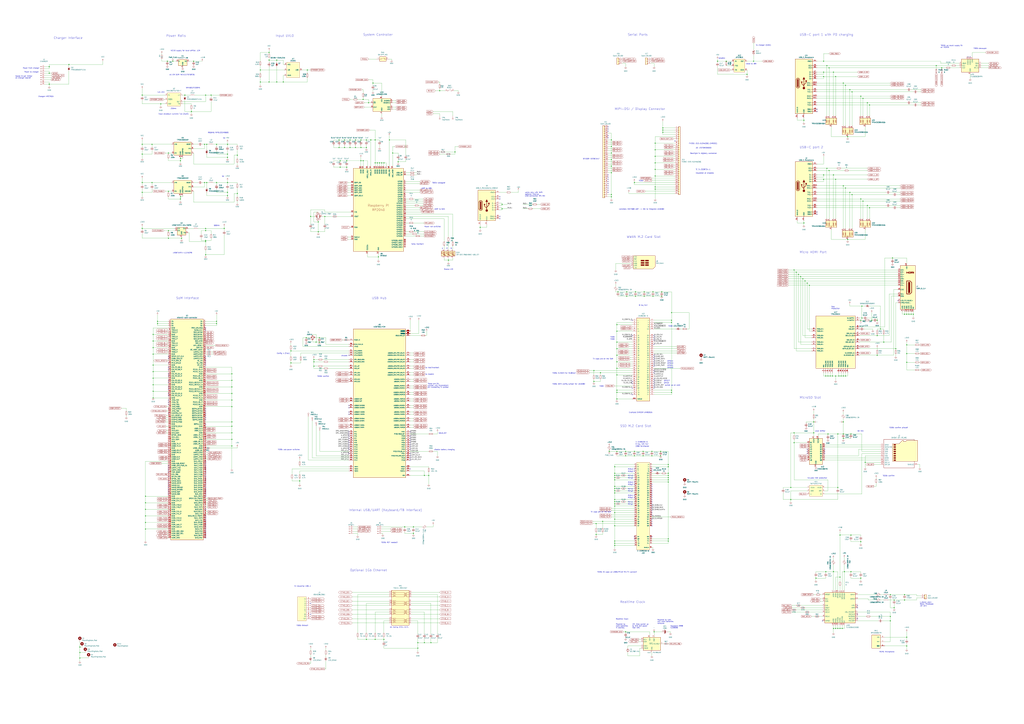
<source format=kicad_sch>
(kicad_sch (version 20211123) (generator eeschema)
  (paper "A0")
  (title_block (title "MNT Pocket Reform") (date "2022-05-27") (rev "D-1") (company "MNT Research GmbH") (comment 1 "Engineer: Lukas \"minute\" Hartmann"))
  (lib_symbols
    (symbol "09452812561:09452812561" (pin_names (offset 0.762))
      (property "Reference" "J?" (at -10.16 7.62 0))
      (property "Value" "09452812561" (at -10.16 5.08 0))
      (symbol "09452812561_0_0"
        (pin passive line (at 0 -10.16 0) (length 5.08) (name "1") (number "1"))
        (pin passive line (at 0 -22.86 0) (length 5.08) (name "10") (number "10"))
        (pin passive line (at 0 -7.62 0) (length 5.08) (name "2") (number "2"))
        (pin passive line (at 0 -5.08 0) (length 5.08) (name "3") (number "3"))
        (pin passive line (at 0 -2.54 0) (length 5.08) (name "4") (number "4"))
        (pin passive line (at 0 0 0) (length 5.08) (name "5") (number "5"))
        (pin passive line (at 0 -12.7 0) (length 5.08) (name "6") (number "6"))
        (pin passive line (at 0 -15.24 0) (length 5.08) (name "7") (number "7"))
        (pin passive line (at 0 -17.78 0) (length 5.08) (name "8") (number "8"))
        (pin passive line (at 0 -20.32 0) (length 5.08) (name "9") (number "9"))
      )
    )
    (symbol "2199230-5:2199230-5" (pin_names (offset 1.016))
      (property "Reference" "J" (at -7.6454 48.9966 0))
      (property "Value" "2199230-5" (at -7.62 -50.8508 0))
      (symbol "2199230-5_0_0"
        (pin passive line (at -12.7 45.72 0) (length 5.08) (name "1") (number "1"))
        (pin passive line (at 12.7 35.56 180) (length 5.08) (name "10") (number "10"))
        (pin passive line (at -12.7 33.02 0) (length 5.08) (name "11") (number "11"))
        (pin passive line (at 12.7 45.72 180) (length 5.08) (name "2") (number "2"))
        (pin passive line (at 12.7 27.94 180) (length 5.08) (name "20") (number "20"))
        (pin passive line (at -12.7 27.94 0) (length 5.08) (name "21") (number "21"))
        (pin passive line (at 12.7 25.4 180) (length 5.08) (name "22") (number "22"))
        (pin passive line (at -12.7 25.4 0) (length 5.08) (name "23") (number "23"))
        (pin passive line (at 12.7 22.86 180) (length 5.08) (name "24") (number "24"))
        (pin passive line (at -12.7 22.86 0) (length 5.08) (name "25") (number "25"))
        (pin passive line (at 12.7 20.32 180) (length 5.08) (name "26") (number "26"))
        (pin passive line (at -12.7 20.32 0) (length 5.08) (name "27") (number "27"))
        (pin passive line (at 12.7 17.78 180) (length 5.08) (name "28") (number "28"))
        (pin passive line (at -12.7 17.78 0) (length 5.08) (name "29") (number "29"))
        (pin passive line (at -12.7 43.18 0) (length 5.08) (name "3") (number "3"))
        (pin passive line (at 12.7 15.24 180) (length 5.08) (name "30") (number "30"))
        (pin passive line (at -12.7 15.24 0) (length 5.08) (name "31") (number "31"))
        (pin passive line (at 12.7 12.7 180) (length 5.08) (name "32") (number "32"))
        (pin passive line (at -12.7 12.7 0) (length 5.08) (name "33") (number "33"))
        (pin passive line (at 12.7 10.16 180) (length 5.08) (name "34") (number "34"))
        (pin passive line (at -12.7 10.16 0) (length 5.08) (name "35") (number "35"))
        (pin passive line (at 12.7 7.62 180) (length 5.08) (name "36") (number "36"))
        (pin passive line (at -12.7 7.62 0) (length 5.08) (name "37") (number "37"))
        (pin passive line (at 12.7 5.08 180) (length 5.08) (name "38") (number "38"))
        (pin passive line (at -12.7 5.08 0) (length 5.08) (name "39") (number "39"))
        (pin passive line (at 12.7 43.18 180) (length 5.08) (name "4") (number "4"))
        (pin passive line (at 12.7 2.54 180) (length 5.08) (name "40") (number "40"))
        (pin passive line (at -12.7 2.54 0) (length 5.08) (name "41") (number "41"))
        (pin passive line (at 12.7 0 180) (length 5.08) (name "42") (number "42"))
        (pin passive line (at -12.7 0 0) (length 5.08) (name "43") (number "43"))
        (pin passive line (at 12.7 -2.54 180) (length 5.08) (name "44") (number "44"))
        (pin passive line (at -12.7 -2.54 0) (length 5.08) (name "45") (number "45"))
        (pin passive line (at 12.7 -5.08 180) (length 5.08) (name "46") (number "46"))
        (pin passive line (at -12.7 -5.08 0) (length 5.08) (name "47") (number "47"))
        (pin passive line (at 12.7 -7.62 180) (length 5.08) (name "48") (number "48"))
        (pin passive line (at -12.7 -7.62 0) (length 5.08) (name "49") (number "49"))
        (pin passive line (at -12.7 40.64 0) (length 5.08) (name "5") (number "5"))
        (pin passive line (at 12.7 -10.16 180) (length 5.08) (name "50") (number "50"))
        (pin passive line (at -12.7 -10.16 0) (length 5.08) (name "51") (number "51"))
        (pin passive line (at 12.7 -12.7 180) (length 5.08) (name "52") (number "52"))
        (pin passive line (at -12.7 -12.7 0) (length 5.08) (name "53") (number "53"))
        (pin passive line (at 12.7 -15.24 180) (length 5.08) (name "54") (number "54"))
        (pin passive line (at -12.7 -15.24 0) (length 5.08) (name "55") (number "55"))
        (pin passive line (at 12.7 -17.78 180) (length 5.08) (name "56") (number "56"))
        (pin passive line (at -12.7 -17.78 0) (length 5.08) (name "57") (number "57"))
        (pin passive line (at 12.7 -20.32 180) (length 5.08) (name "58") (number "58"))
        (pin passive line (at -12.7 -20.32 0) (length 5.08) (name "59") (number "59"))
        (pin passive line (at 12.7 40.64 180) (length 5.08) (name "6") (number "6"))
        (pin passive line (at 12.7 -22.86 180) (length 5.08) (name "60") (number "60"))
        (pin passive line (at -12.7 -22.86 0) (length 5.08) (name "61") (number "61"))
        (pin passive line (at 12.7 -25.4 180) (length 5.08) (name "62") (number "62"))
        (pin passive line (at -12.7 -25.4 0) (length 5.08) (name "63") (number "63"))
        (pin passive line (at 12.7 -27.94 180) (length 5.08) (name "64") (number "64"))
        (pin passive line (at -12.7 -27.94 0) (length 5.08) (name "65") (number "65"))
        (pin passive line (at 12.7 -30.48 180) (length 5.08) (name "66") (number "66"))
        (pin passive line (at -12.7 -30.48 0) (length 5.08) (name "67") (number "67"))
        (pin passive line (at 12.7 -33.02 180) (length 5.08) (name "68") (number "68"))
        (pin passive line (at -12.7 -33.02 0) (length 5.08) (name "69") (number "69"))
        (pin passive line (at -12.7 38.1 0) (length 5.08) (name "7") (number "7"))
        (pin passive line (at 12.7 -35.56 180) (length 5.08) (name "70") (number "70"))
        (pin passive line (at -12.7 -35.56 0) (length 5.08) (name "71") (number "71"))
        (pin passive line (at 12.7 -38.1 180) (length 5.08) (name "72") (number "72"))
        (pin passive line (at -12.7 -38.1 0) (length 5.08) (name "73") (number "73"))
        (pin passive line (at 12.7 -40.64 180) (length 5.08) (name "74") (number "74"))
        (pin passive line (at -12.7 -40.64 0) (length 5.08) (name "75") (number "75"))
        (pin passive line (at 12.7 38.1 180) (length 5.08) (name "8") (number "8"))
        (pin passive line (at -12.7 35.56 0) (length 5.08) (name "9") (number "9"))
        (pin passive line (at -12.7 -45.72 0) (length 5.08) (name "SHIELD") (number "SH1"))
        (pin passive line (at -12.7 -45.72 0) (length 5.08) (name "SHIELD") (number "SH2"))
      )
    )
    (symbol "Audio:TLV320AIC3100"
      (property "Reference" "U" (at -15.24 20.32 0))
      (property "Value" "TLV320AIC3100" (at 0 0 0))
      (symbol "TLV320AIC3100_1_1"
        (pin power_in line (at 0 -20.32 90) (length 2.54) (name "IOVSS") (number "1"))
        (pin input line (at -20.32 10.16 0) (length 2.54) (name "SCL") (number "10"))
        (pin input line (at 20.32 -5.08 180) (length 2.54) (name "VOL/MICDET") (number "11"))
        (pin power_out line (at 20.32 -10.16 180) (length 2.54) (name "MICBIAS") (number "12"))
        (pin input line (at 20.32 -12.7 180) (length 2.54) (name "MIC1LP") (number "13"))
        (pin input line (at 20.32 -15.24 180) (length 2.54) (name "MIC1RP") (number "14"))
        (pin input line (at 20.32 -7.62 180) (length 2.54) (name "MIC1LM") (number "15"))
        (pin power_in line (at -7.62 -20.32 90) (length 2.54) (name "AVSS") (number "16"))
        (pin power_in line (at -7.62 20.32 270) (length 2.54) (name "AVDD") (number "17"))
        (pin power_in line (at -5.08 -20.32 90) (length 2.54) (name "DVSS") (number "18"))
        (pin output line (at 20.32 10.16 180) (length 2.54) (name "SPKM") (number "19"))
        (pin power_in line (at 0 20.32 270) (length 2.54) (name "IOVDD") (number "2"))
        (pin power_in line (at 2.54 -20.32 90) (length 2.54) (name "SPKVSS") (number "20"))
        (pin power_in line (at 2.54 20.32 270) (length 2.54) (name "SPKVDD") (number "21"))
        (pin output line (at 20.32 15.24 180) (length 2.54) (name "SPKP") (number "22"))
        (pin passive line (at 20.32 10.16 180) (length 2.54) hide (name "SPKM") (number "23"))
        (pin power_in line (at 5.08 20.32 270) (length 2.54) (name "SPKVDD") (number "24"))
        (pin passive line (at 2.54 -20.32 90) (length 2.54) hide (name "SPKVSS") (number "25"))
        (pin passive line (at 20.32 15.24 180) (length 2.54) hide (name "SPKP") (number "26"))
        (pin output line (at 20.32 2.54 180) (length 2.54) (name "HPL") (number "27"))
        (pin power_in line (at -2.54 20.32 270) (length 2.54) (name "HPVDD") (number "28"))
        (pin power_in line (at -2.54 -20.32 90) (length 2.54) (name "HPVSS") (number "29"))
        (pin power_in line (at -5.08 20.32 270) (length 2.54) (name "DVDD") (number "3"))
        (pin output line (at 20.32 0 180) (length 2.54) (name "HPR") (number "30"))
        (pin input line (at -20.32 15.24 0) (length 2.54) (name "~{RESET}") (number "31"))
        (pin bidirectional line (at -20.32 -15.24 0) (length 2.54) (name "GPIO1") (number "32"))
        (pin power_in line (at 5.08 -20.32 90) (length 2.54) (name "EP") (number "33"))
        (pin output line (at -20.32 0 0) (length 2.54) (name "DOUT") (number "4"))
        (pin input line (at -20.32 2.54 0) (length 2.54) (name "DIN") (number "5"))
        (pin bidirectional line (at -20.32 -5.08 0) (length 2.54) (name "WCLK") (number "6"))
        (pin bidirectional line (at -20.32 -2.54 0) (length 2.54) (name "BCLK") (number "7"))
        (pin input line (at -20.32 -10.16 0) (length 2.54) (name "MCLK") (number "8"))
        (pin bidirectional line (at -20.32 7.62 0) (length 2.54) (name "SDA") (number "9"))
      )
    )
    (symbol "Connector:Conn_01x04_Male" (pin_names (offset 1.016) hide)
      (property "Reference" "J" (at 0 5.08 0))
      (property "Value" "Conn_01x04_Male" (at 0 -7.62 0))
      (symbol "Conn_01x04_Male_1_1"
        (pin passive line (at 5.08 2.54 180) (length 3.81) (name "Pin_1") (number "1"))
        (pin passive line (at 5.08 0 180) (length 3.81) (name "Pin_2") (number "2"))
        (pin passive line (at 5.08 -2.54 180) (length 3.81) (name "Pin_3") (number "3"))
        (pin passive line (at 5.08 -5.08 180) (length 3.81) (name "Pin_4") (number "4"))
      )
    )
    (symbol "Connector:Conn_01x09_Male" (pin_names (offset 1.016) hide)
      (property "Reference" "J" (at 0 12.7 0))
      (property "Value" "Conn_01x09_Male" (at 0 -12.7 0))
      (symbol "Conn_01x09_Male_1_1"
        (pin passive line (at 5.08 10.16 180) (length 3.81) (name "Pin_1") (number "1"))
        (pin passive line (at 5.08 7.62 180) (length 3.81) (name "Pin_2") (number "2"))
        (pin passive line (at 5.08 5.08 180) (length 3.81) (name "Pin_3") (number "3"))
        (pin passive line (at 5.08 2.54 180) (length 3.81) (name "Pin_4") (number "4"))
        (pin passive line (at 5.08 0 180) (length 3.81) (name "Pin_5") (number "5"))
        (pin passive line (at 5.08 -2.54 180) (length 3.81) (name "Pin_6") (number "6"))
        (pin passive line (at 5.08 -5.08 180) (length 3.81) (name "Pin_7") (number "7"))
        (pin passive line (at 5.08 -7.62 180) (length 3.81) (name "Pin_8") (number "8"))
        (pin passive line (at 5.08 -10.16 180) (length 3.81) (name "Pin_9") (number "9"))
      )
    )
    (symbol "Connector:HDMI_D_1.4"
      (property "Reference" "J" (at -6.35 26.67 0))
      (property "Value" "HDMI_D_1.4" (at 10.16 26.67 0))
      (symbol "HDMI_D_1.4_1_1"
        (pin passive line (at -10.16 -17.78 0) (length 2.54) (name "HPD/HEAC-") (number "1"))
        (pin power_in line (at 0 -27.94 90) (length 2.54) (name "D0S") (number "10"))
        (pin passive line (at -10.16 7.62 0) (length 2.54) (name "D0-") (number "11"))
        (pin passive line (at -10.16 5.08 0) (length 2.54) (name "CK+") (number "12"))
        (pin power_in line (at 2.54 -27.94 90) (length 2.54) (name "CKS") (number "13"))
        (pin passive line (at -10.16 2.54 0) (length 2.54) (name "CK-") (number "14"))
        (pin bidirectional line (at -10.16 -2.54 0) (length 2.54) (name "CEC") (number "15"))
        (pin power_in line (at 5.08 -27.94 90) (length 2.54) (name "GND") (number "16"))
        (pin passive line (at -10.16 -7.62 0) (length 2.54) (name "SCL") (number "17"))
        (pin bidirectional line (at -10.16 -10.16 0) (length 2.54) (name "SDA") (number "18"))
        (pin power_in line (at 0 27.94 270) (length 2.54) (name "+5V") (number "19"))
        (pin passive line (at -10.16 -15.24 0) (length 2.54) (name "UTILITY/HEAC+") (number "2"))
        (pin passive line (at -10.16 20.32 0) (length 2.54) (name "D2+") (number "3"))
        (pin power_in line (at -5.08 -27.94 90) (length 2.54) (name "D2S") (number "4"))
        (pin passive line (at -10.16 17.78 0) (length 2.54) (name "D2-") (number "5"))
        (pin passive line (at -10.16 15.24 0) (length 2.54) (name "D1+") (number "6"))
        (pin power_in line (at -2.54 -27.94 90) (length 2.54) (name "D1S") (number "7"))
        (pin passive line (at -10.16 12.7 0) (length 2.54) (name "D1-") (number "8"))
        (pin passive line (at -10.16 10.16 0) (length 2.54) (name "D0+") (number "9"))
        (pin passive line (at 7.62 -27.94 90) (length 2.54) (name "SH") (number "SH"))
      )
    )
    (symbol "Connector:Micro_SD_Card_Det" (pin_names (offset 1.016))
      (property "Reference" "J" (at -16.51 17.78 0))
      (property "Value" "Micro_SD_Card_Det" (at 16.51 17.78 0))
      (symbol "Micro_SD_Card_Det_1_1"
        (pin bidirectional line (at -22.86 10.16 0) (length 3.81) (name "DAT2") (number "1"))
        (pin passive line (at -22.86 -10.16 0) (length 3.81) (name "DET_A") (number "10"))
        (pin passive line (at 20.32 -12.7 180) (length 3.81) (name "SHIELD") (number "11"))
        (pin bidirectional line (at -22.86 7.62 0) (length 3.81) (name "DAT3/CD") (number "2"))
        (pin input line (at -22.86 5.08 0) (length 3.81) (name "CMD") (number "3"))
        (pin power_in line (at -22.86 2.54 0) (length 3.81) (name "VDD") (number "4"))
        (pin input line (at -22.86 0 0) (length 3.81) (name "CLK") (number "5"))
        (pin power_in line (at -22.86 -2.54 0) (length 3.81) (name "VSS") (number "6"))
        (pin bidirectional line (at -22.86 -5.08 0) (length 3.81) (name "DAT0") (number "7"))
        (pin bidirectional line (at -22.86 -7.62 0) (length 3.81) (name "DAT1") (number "8"))
        (pin passive line (at -22.86 -12.7 0) (length 3.81) (name "DET_B") (number "9"))
      )
    )
    (symbol "Connector:SIM_Card"
      (property "Reference" "J" (at -2.54 12.7 0))
      (property "Value" "SIM_Card" (at -1.27 10.16 0))
      (symbol "SIM_Card_1_1"
        (pin power_in line (at -12.7 7.62 0) (length 2.54) (name "VCC") (number "1"))
        (pin input line (at -12.7 5.08 0) (length 2.54) (name "RST") (number "2"))
        (pin input line (at -12.7 2.54 0) (length 2.54) (name "CLK") (number "3"))
        (pin power_in line (at -12.7 0 0) (length 2.54) (name "GND") (number "5"))
        (pin input line (at -12.7 -2.54 0) (length 2.54) (name "VPP") (number "6"))
        (pin bidirectional line (at -12.7 -5.08 0) (length 2.54) (name "I/O") (number "7"))
      )
    )
    (symbol "Connector:TestPoint" (pin_numbers hide) (pin_names (offset 0.762) hide)
      (property "Reference" "TP" (at 0 6.858 0))
      (property "Value" "TestPoint" (at 0 5.08 0))
      (symbol "TestPoint_1_1"
        (pin passive line (at 0 0 90) (length 2.54) (name "1") (number "1"))
      )
    )
    (symbol "Connector:USB_C_Receptacle" (pin_names (offset 1.016))
      (property "Reference" "J" (at -10.16 29.21 0))
      (property "Value" "USB_C_Receptacle" (at 10.16 29.21 0))
      (symbol "USB_C_Receptacle_1_1"
        (pin passive line (at 0 -40.64 90) (length 5.08) (name "GND") (number "A1"))
        (pin bidirectional line (at 15.24 -15.24 180) (length 5.08) (name "RX2-") (number "A10"))
        (pin bidirectional line (at 15.24 -17.78 180) (length 5.08) (name "RX2+") (number "A11"))
        (pin passive line (at 0 -40.64 90) (length 5.08) hide (name "GND") (number "A12"))
        (pin bidirectional line (at 15.24 -10.16 180) (length 5.08) (name "TX1+") (number "A2"))
        (pin bidirectional line (at 15.24 -7.62 180) (length 5.08) (name "TX1-") (number "A3"))
        (pin passive line (at 15.24 25.4 180) (length 5.08) (name "VBUS") (number "A4"))
        (pin bidirectional line (at 15.24 20.32 180) (length 5.08) (name "CC1") (number "A5"))
        (pin bidirectional line (at 15.24 7.62 180) (length 5.08) (name "D+") (number "A6"))
        (pin bidirectional line (at 15.24 12.7 180) (length 5.08) (name "D-") (number "A7"))
        (pin bidirectional line (at 15.24 -30.48 180) (length 5.08) (name "SBU1") (number "A8"))
        (pin passive line (at 15.24 25.4 180) (length 5.08) hide (name "VBUS") (number "A9"))
        (pin passive line (at 0 -40.64 90) (length 5.08) hide (name "GND") (number "B1"))
        (pin bidirectional line (at 15.24 0 180) (length 5.08) (name "RX1-") (number "B10"))
        (pin bidirectional line (at 15.24 -2.54 180) (length 5.08) (name "RX1+") (number "B11"))
        (pin passive line (at 0 -40.64 90) (length 5.08) hide (name "GND") (number "B12"))
        (pin bidirectional line (at 15.24 -25.4 180) (length 5.08) (name "TX2+") (number "B2"))
        (pin bidirectional line (at 15.24 -22.86 180) (length 5.08) (name "TX2-") (number "B3"))
        (pin passive line (at 15.24 25.4 180) (length 5.08) hide (name "VBUS") (number "B4"))
        (pin bidirectional line (at 15.24 17.78 180) (length 5.08) (name "CC2") (number "B5"))
        (pin bidirectional line (at 15.24 5.08 180) (length 5.08) (name "D+") (number "B6"))
        (pin bidirectional line (at 15.24 10.16 180) (length 5.08) (name "D-") (number "B7"))
        (pin bidirectional line (at 15.24 -33.02 180) (length 5.08) (name "SBU2") (number "B8"))
        (pin passive line (at 15.24 25.4 180) (length 5.08) hide (name "VBUS") (number "B9"))
        (pin passive line (at -7.62 -40.64 90) (length 5.08) (name "SHIELD") (number "S1"))
      )
    )
    (symbol "Connector:USB_C_Receptacle_USB2.0" (pin_names (offset 1.016))
      (property "Reference" "J" (at -10.16 19.05 0))
      (property "Value" "USB_C_Receptacle_USB2.0" (at 19.05 19.05 0))
      (symbol "USB_C_Receptacle_USB2.0_1_1"
        (pin passive line (at 0 -22.86 90) (length 5.08) (name "GND") (number "A1"))
        (pin passive line (at 0 -22.86 90) (length 5.08) hide (name "GND") (number "A12"))
        (pin passive line (at 15.24 15.24 180) (length 5.08) (name "VBUS") (number "A4"))
        (pin bidirectional line (at 15.24 10.16 180) (length 5.08) (name "CC1") (number "A5"))
        (pin bidirectional line (at 15.24 -2.54 180) (length 5.08) (name "D+") (number "A6"))
        (pin bidirectional line (at 15.24 2.54 180) (length 5.08) (name "D-") (number "A7"))
        (pin bidirectional line (at 15.24 -12.7 180) (length 5.08) (name "SBU1") (number "A8"))
        (pin passive line (at 15.24 15.24 180) (length 5.08) hide (name "VBUS") (number "A9"))
        (pin passive line (at 0 -22.86 90) (length 5.08) hide (name "GND") (number "B1"))
        (pin passive line (at 0 -22.86 90) (length 5.08) hide (name "GND") (number "B12"))
        (pin passive line (at 15.24 15.24 180) (length 5.08) hide (name "VBUS") (number "B4"))
        (pin bidirectional line (at 15.24 7.62 180) (length 5.08) (name "CC2") (number "B5"))
        (pin bidirectional line (at 15.24 -5.08 180) (length 5.08) (name "D+") (number "B6"))
        (pin bidirectional line (at 15.24 0 180) (length 5.08) (name "D-") (number "B7"))
        (pin bidirectional line (at 15.24 -15.24 180) (length 5.08) (name "SBU2") (number "B8"))
        (pin passive line (at 15.24 15.24 180) (length 5.08) hide (name "VBUS") (number "B9"))
        (pin passive line (at -7.62 -22.86 90) (length 5.08) (name "SHIELD") (number "S1"))
      )
    )
    (symbol "Connector_Generic:Conn_01x02" (pin_names (offset 1.016) hide)
      (property "Reference" "J" (at 0 2.54 0))
      (property "Value" "Conn_01x02" (at 0 -5.08 0))
      (symbol "Conn_01x02_1_1"
        (pin passive line (at -5.08 0 0) (length 3.81) (name "Pin_1") (number "1"))
        (pin passive line (at -5.08 -2.54 0) (length 3.81) (name "Pin_2") (number "2"))
      )
    )
    (symbol "Connector_Generic:Conn_01x03" (pin_names (offset 1.016) hide)
      (property "Reference" "J" (at 0 5.08 0))
      (property "Value" "Conn_01x03" (at 0 -5.08 0))
      (symbol "Conn_01x03_1_1"
        (pin passive line (at -5.08 2.54 0) (length 3.81) (name "Pin_1") (number "1"))
        (pin passive line (at -5.08 0 0) (length 3.81) (name "Pin_2") (number "2"))
        (pin passive line (at -5.08 -2.54 0) (length 3.81) (name "Pin_3") (number "3"))
      )
    )
    (symbol "Connector_Generic:Conn_01x31" (pin_names (offset 1.016) hide)
      (property "Reference" "J" (at 0 40.64 0))
      (property "Value" "Conn_01x31" (at 0 -40.64 0))
      (symbol "Conn_01x31_1_1"
        (pin passive line (at -5.08 38.1 0) (length 3.81) (name "Pin_1") (number "1"))
        (pin passive line (at -5.08 15.24 0) (length 3.81) (name "Pin_10") (number "10"))
        (pin passive line (at -5.08 12.7 0) (length 3.81) (name "Pin_11") (number "11"))
        (pin passive line (at -5.08 10.16 0) (length 3.81) (name "Pin_12") (number "12"))
        (pin passive line (at -5.08 7.62 0) (length 3.81) (name "Pin_13") (number "13"))
        (pin passive line (at -5.08 5.08 0) (length 3.81) (name "Pin_14") (number "14"))
        (pin passive line (at -5.08 2.54 0) (length 3.81) (name "Pin_15") (number "15"))
        (pin passive line (at -5.08 0 0) (length 3.81) (name "Pin_16") (number "16"))
        (pin passive line (at -5.08 -2.54 0) (length 3.81) (name "Pin_17") (number "17"))
        (pin passive line (at -5.08 -5.08 0) (length 3.81) (name "Pin_18") (number "18"))
        (pin passive line (at -5.08 -7.62 0) (length 3.81) (name "Pin_19") (number "19"))
        (pin passive line (at -5.08 35.56 0) (length 3.81) (name "Pin_2") (number "2"))
        (pin passive line (at -5.08 -10.16 0) (length 3.81) (name "Pin_20") (number "20"))
        (pin passive line (at -5.08 -12.7 0) (length 3.81) (name "Pin_21") (number "21"))
        (pin passive line (at -5.08 -15.24 0) (length 3.81) (name "Pin_22") (number "22"))
        (pin passive line (at -5.08 -17.78 0) (length 3.81) (name "Pin_23") (number "23"))
        (pin passive line (at -5.08 -20.32 0) (length 3.81) (name "Pin_24") (number "24"))
        (pin passive line (at -5.08 -22.86 0) (length 3.81) (name "Pin_25") (number "25"))
        (pin passive line (at -5.08 -25.4 0) (length 3.81) (name "Pin_26") (number "26"))
        (pin passive line (at -5.08 -27.94 0) (length 3.81) (name "Pin_27") (number "27"))
        (pin passive line (at -5.08 -30.48 0) (length 3.81) (name "Pin_28") (number "28"))
        (pin passive line (at -5.08 -33.02 0) (length 3.81) (name "Pin_29") (number "29"))
        (pin passive line (at -5.08 33.02 0) (length 3.81) (name "Pin_3") (number "3"))
        (pin passive line (at -5.08 -35.56 0) (length 3.81) (name "Pin_30") (number "30"))
        (pin passive line (at -5.08 -38.1 0) (length 3.81) (name "Pin_31") (number "31"))
        (pin passive line (at -5.08 30.48 0) (length 3.81) (name "Pin_4") (number "4"))
        (pin passive line (at -5.08 27.94 0) (length 3.81) (name "Pin_5") (number "5"))
        (pin passive line (at -5.08 25.4 0) (length 3.81) (name "Pin_6") (number "6"))
        (pin passive line (at -5.08 22.86 0) (length 3.81) (name "Pin_7") (number "7"))
        (pin passive line (at -5.08 20.32 0) (length 3.81) (name "Pin_8") (number "8"))
        (pin passive line (at -5.08 17.78 0) (length 3.81) (name "Pin_9") (number "9"))
      )
    )
    (symbol "Connector_Generic:Conn_01x33" (pin_names (offset 1.016) hide)
      (property "Reference" "J" (at 0 43.18 0))
      (property "Value" "Conn_01x33" (at 0 -43.18 0))
      (symbol "Conn_01x33_1_1"
        (pin passive line (at -5.08 40.64 0) (length 3.81) (name "Pin_1") (number "1"))
        (pin passive line (at -5.08 17.78 0) (length 3.81) (name "Pin_10") (number "10"))
        (pin passive line (at -5.08 15.24 0) (length 3.81) (name "Pin_11") (number "11"))
        (pin passive line (at -5.08 12.7 0) (length 3.81) (name "Pin_12") (number "12"))
        (pin passive line (at -5.08 10.16 0) (length 3.81) (name "Pin_13") (number "13"))
        (pin passive line (at -5.08 7.62 0) (length 3.81) (name "Pin_14") (number "14"))
        (pin passive line (at -5.08 5.08 0) (length 3.81) (name "Pin_15") (number "15"))
        (pin passive line (at -5.08 2.54 0) (length 3.81) (name "Pin_16") (number "16"))
        (pin passive line (at -5.08 0 0) (length 3.81) (name "Pin_17") (number "17"))
        (pin passive line (at -5.08 -2.54 0) (length 3.81) (name "Pin_18") (number "18"))
        (pin passive line (at -5.08 -5.08 0) (length 3.81) (name "Pin_19") (number "19"))
        (pin passive line (at -5.08 38.1 0) (length 3.81) (name "Pin_2") (number "2"))
        (pin passive line (at -5.08 -7.62 0) (length 3.81) (name "Pin_20") (number "20"))
        (pin passive line (at -5.08 -10.16 0) (length 3.81) (name "Pin_21") (number "21"))
        (pin passive line (at -5.08 -12.7 0) (length 3.81) (name "Pin_22") (number "22"))
        (pin passive line (at -5.08 -15.24 0) (length 3.81) (name "Pin_23") (number "23"))
        (pin passive line (at -5.08 -17.78 0) (length 3.81) (name "Pin_24") (number "24"))
        (pin passive line (at -5.08 -20.32 0) (length 3.81) (name "Pin_25") (number "25"))
        (pin passive line (at -5.08 -22.86 0) (length 3.81) (name "Pin_26") (number "26"))
        (pin passive line (at -5.08 -25.4 0) (length 3.81) (name "Pin_27") (number "27"))
        (pin passive line (at -5.08 -27.94 0) (length 3.81) (name "Pin_28") (number "28"))
        (pin passive line (at -5.08 -30.48 0) (length 3.81) (name "Pin_29") (number "29"))
        (pin passive line (at -5.08 35.56 0) (length 3.81) (name "Pin_3") (number "3"))
        (pin passive line (at -5.08 -33.02 0) (length 3.81) (name "Pin_30") (number "30"))
        (pin passive line (at -5.08 -35.56 0) (length 3.81) (name "Pin_31") (number "31"))
        (pin passive line (at -5.08 -38.1 0) (length 3.81) (name "Pin_32") (number "32"))
        (pin passive line (at -5.08 -40.64 0) (length 3.81) (name "Pin_33") (number "33"))
        (pin passive line (at -5.08 33.02 0) (length 3.81) (name "Pin_4") (number "4"))
        (pin passive line (at -5.08 30.48 0) (length 3.81) (name "Pin_5") (number "5"))
        (pin passive line (at -5.08 27.94 0) (length 3.81) (name "Pin_6") (number "6"))
        (pin passive line (at -5.08 25.4 0) (length 3.81) (name "Pin_7") (number "7"))
        (pin passive line (at -5.08 22.86 0) (length 3.81) (name "Pin_8") (number "8"))
        (pin passive line (at -5.08 20.32 0) (length 3.81) (name "Pin_9") (number "9"))
      )
    )
    (symbol "Device:Battery_Cell" (pin_numbers hide) (pin_names (offset 0) hide)
      (property "Reference" "BT" (at 2.54 2.54 0))
      (property "Value" "Battery_Cell" (at 2.54 0 0))
      (symbol "Battery_Cell_1_1"
        (pin passive line (at 0 5.08 270) (length 2.54) (name "+") (number "1"))
        (pin passive line (at 0 -2.54 90) (length 2.54) (name "-") (number "2"))
      )
    )
    (symbol "Device:C_Polarized_Small" (pin_numbers hide) (pin_names (offset 0.254) hide)
      (property "Reference" "C" (at 0.254 1.778 0))
      (property "Value" "C_Polarized_Small" (at 0.254 -2.032 0))
      (symbol "C_Polarized_Small_1_1"
        (pin passive line (at 0 2.54 270) (length 1.8542) (name "~") (number "1"))
        (pin passive line (at 0 -2.54 90) (length 1.8542) (name "~") (number "2"))
      )
    )
    (symbol "Device:C_Small" (pin_numbers hide) (pin_names (offset 0.254) hide)
      (property "Reference" "C" (at 0.254 1.778 0))
      (property "Value" "C_Small" (at 0.254 -2.032 0))
      (symbol "C_Small_1_1"
        (pin passive line (at 0 2.54 270) (length 2.032) (name "~") (number "1"))
        (pin passive line (at 0 -2.54 90) (length 2.032) (name "~") (number "2"))
      )
    )
    (symbol "Device:Crystal_GND24" (pin_names (offset 1.016) hide)
      (property "Reference" "Y" (at 3.175 5.08 0))
      (property "Value" "Crystal_GND24" (at 3.175 3.175 0))
      (symbol "Crystal_GND24_1_1"
        (pin passive line (at -3.81 0 0) (length 1.27) (name "1") (number "1"))
        (pin passive line (at 0 5.08 270) (length 1.27) (name "2") (number "2"))
        (pin passive line (at 3.81 0 180) (length 1.27) (name "3") (number "3"))
        (pin passive line (at 0 -5.08 90) (length 1.27) (name "4") (number "4"))
      )
    )
    (symbol "Device:Crystal_GND24_Small" (pin_names (offset 1.016) hide)
      (property "Reference" "Y" (at 1.27 4.445 0))
      (property "Value" "Crystal_GND24_Small" (at 1.27 2.54 0))
      (symbol "Crystal_GND24_Small_1_1"
        (pin passive line (at -2.54 0 0) (length 1.27) (name "1") (number "1"))
        (pin passive line (at 0 -2.54 90) (length 0.635) (name "2") (number "2"))
        (pin passive line (at 2.54 0 180) (length 1.27) (name "3") (number "3"))
        (pin passive line (at 0 2.54 270) (length 0.635) (name "4") (number "4"))
      )
    )
    (symbol "Device:Crystal_Small" (pin_numbers hide) (pin_names (offset 1.016) hide)
      (property "Reference" "Y" (at 0 2.54 0))
      (property "Value" "Crystal_Small" (at 0 -2.54 0))
      (symbol "Crystal_Small_1_1"
        (pin passive line (at -2.54 0 0) (length 1.27) (name "1") (number "1"))
        (pin passive line (at 2.54 0 180) (length 1.27) (name "2") (number "2"))
      )
    )
    (symbol "Device:D_Schottky" (pin_numbers hide) (pin_names (offset 1.016) hide)
      (property "Reference" "D" (at 0 2.54 0))
      (property "Value" "D_Schottky" (at 0 -2.54 0))
      (symbol "D_Schottky_1_1"
        (pin passive line (at -3.81 0 0) (length 2.54) (name "K") (number "1"))
        (pin passive line (at 3.81 0 180) (length 2.54) (name "A") (number "2"))
      )
    )
    (symbol "Device:D_Schottky_Small" (pin_numbers hide) (pin_names (offset 0.254) hide)
      (property "Reference" "D" (at -1.27 2.032 0))
      (property "Value" "D_Schottky_Small" (at -7.112 -2.032 0))
      (symbol "D_Schottky_Small_1_1"
        (pin passive line (at -2.54 0 0) (length 1.778) (name "K") (number "1"))
        (pin passive line (at 2.54 0 180) (length 1.778) (name "A") (number "2"))
      )
    )
    (symbol "Device:D_Schottky_Small_Filled" (pin_numbers hide) (pin_names (offset 0.254) hide)
      (property "Reference" "D" (at -1.27 2.032 0))
      (property "Value" "D_Schottky_Small_Filled" (at -7.112 -2.032 0))
      (symbol "D_Schottky_Small_Filled_1_1"
        (pin passive line (at -2.54 0 0) (length 1.778) (name "K") (number "1"))
        (pin passive line (at 2.54 0 180) (length 1.778) (name "A") (number "2"))
      )
    )
    (symbol "Device:FerriteBead_Small" (pin_numbers hide) (pin_names (offset 0))
      (property "Reference" "FB" (at 1.905 1.27 0))
      (property "Value" "FerriteBead_Small" (at 1.905 -1.27 0))
      (symbol "FerriteBead_Small_1_1"
        (pin passive line (at 0 2.54 270) (length 1.27) (name "~") (number "1"))
        (pin passive line (at 0 -2.54 90) (length 1.27) (name "~") (number "2"))
      )
    )
    (symbol "Device:LED_RGB" (pin_names (offset 0) hide)
      (property "Reference" "D" (at 0 9.398 0))
      (property "Value" "LED_RGB" (at 0 -8.89 0))
      (symbol "LED_RGB_0_0"
        (text "B" (at -1.905 -6.35 0) (effects (font (size 1.27 1.27))))
        (text "G" (at -1.905 -1.27 0) (effects (font (size 1.27 1.27))))
        (text "R" (at -1.905 3.81 0) (effects (font (size 1.27 1.27))))
      )
      (symbol "LED_RGB_1_1"
        (pin passive line (at -5.08 5.08 0) (length 2.54) (name "RK") (number "1"))
        (pin passive line (at -5.08 0 0) (length 2.54) (name "GK") (number "2"))
        (pin passive line (at -5.08 -5.08 0) (length 2.54) (name "BK") (number "3"))
        (pin passive line (at 5.08 -5.08 180) (length 2.54) (name "BA") (number "4"))
        (pin passive line (at 5.08 0 180) (length 2.54) (name "GA") (number "5"))
        (pin passive line (at 5.08 5.08 180) (length 2.54) (name "RA") (number "6"))
      )
    )
    (symbol "Device:LED_Small" (pin_numbers hide) (pin_names (offset 0.254) hide)
      (property "Reference" "D" (at -1.27 3.175 0))
      (property "Value" "LED_Small" (at -4.445 -2.54 0))
      (symbol "LED_Small_1_1"
        (pin passive line (at -2.54 0 0) (length 1.778) (name "K") (number "1"))
        (pin passive line (at 2.54 0 180) (length 1.778) (name "A") (number "2"))
      )
    )
    (symbol "Device:L_Small" (pin_numbers hide) (pin_names (offset 0.254) hide)
      (property "Reference" "L" (at 0.762 1.016 0))
      (property "Value" "L_Small" (at 0.762 -1.016 0))
      (symbol "L_Small_1_1"
        (pin passive line (at 0 2.54 270) (length 0.508) (name "~") (number "1"))
        (pin passive line (at 0 -2.54 90) (length 0.508) (name "~") (number "2"))
      )
    )
    (symbol "Device:R_Small" (pin_numbers hide) (pin_names (offset 0.254) hide)
      (property "Reference" "R" (at 0.762 0.508 0))
      (property "Value" "R_Small" (at 0.762 -1.016 0))
      (symbol "R_Small_1_1"
        (pin passive line (at 0 2.54 270) (length 0.762) (name "~") (number "1"))
        (pin passive line (at 0 -2.54 90) (length 0.762) (name "~") (number "2"))
      )
    )
    (symbol "Interface_USB:FUSB302BMPX"
      (property "Reference" "U" (at -10.16 8.89 0))
      (property "Value" "FUSB302BMPX" (at 3.81 8.89 0))
      (symbol "FUSB302BMPX_1_1"
        (pin bidirectional line (at 12.7 -2.54 180) (length 2.54) (name "CC2") (number "1"))
        (pin bidirectional line (at 12.7 0 180) (length 2.54) (name "CC1") (number "10"))
        (pin bidirectional line (at 12.7 0 180) (length 2.54) hide (name "CC1") (number "11"))
        (pin power_in line (at 0 10.16 270) (length 2.54) (name "VCONN") (number "12"))
        (pin power_in line (at 2.54 10.16 270) (length 2.54) (name "VCONN") (number "13"))
        (pin bidirectional line (at 12.7 -2.54 180) (length 2.54) hide (name "CC2") (number "14"))
        (pin passive line (at 0 -10.16 90) (length 2.54) hide (name "GND") (number "15"))
        (pin input line (at 12.7 2.54 180) (length 2.54) (name "VBUS") (number "2"))
        (pin power_in line (at -2.54 10.16 270) (length 2.54) (name "VDD") (number "3"))
        (pin passive line (at -2.54 10.16 270) (length 2.54) hide (name "VDD") (number "4"))
        (pin open_collector line (at -12.7 -2.54 0) (length 2.54) (name "INT_N") (number "5"))
        (pin input line (at -12.7 0 0) (length 2.54) (name "SCL") (number "6"))
        (pin bidirectional line (at -12.7 2.54 0) (length 2.54) (name "SDA") (number "7"))
        (pin power_in line (at 0 -10.16 90) (length 2.54) (name "GND") (number "8"))
        (pin passive line (at 0 -10.16 90) (length 2.54) hide (name "GND") (number "9"))
      )
    )
    (symbol "Logic_LevelTranslator:TXS0108EPW"
      (property "Reference" "U" (at -6.35 16.51 0))
      (property "Value" "TXS0108EPW" (at 3.81 16.51 0))
      (symbol "TXS0108EPW_1_1"
        (pin bidirectional line (at -10.16 7.62 0) (length 2.54) (name "A1") (number "1"))
        (pin input line (at -10.16 10.16 0) (length 2.54) (name "OE") (number "10"))
        (pin power_in line (at 0 -17.78 90) (length 2.54) (name "GND") (number "11"))
        (pin bidirectional line (at 10.16 -10.16 180) (length 2.54) (name "B8") (number "12"))
        (pin bidirectional line (at 10.16 -7.62 180) (length 2.54) (name "B7") (number "13"))
        (pin bidirectional line (at 10.16 -5.08 180) (length 2.54) (name "B6") (number "14"))
        (pin bidirectional line (at 10.16 -2.54 180) (length 2.54) (name "B5") (number "15"))
        (pin bidirectional line (at 10.16 0 180) (length 2.54) (name "B4") (number "16"))
        (pin bidirectional line (at 10.16 2.54 180) (length 2.54) (name "B3") (number "17"))
        (pin bidirectional line (at 10.16 5.08 180) (length 2.54) (name "B2") (number "18"))
        (pin power_in line (at 2.54 17.78 270) (length 2.54) (name "VCCB") (number "19"))
        (pin power_in line (at -2.54 17.78 270) (length 2.54) (name "VCCA") (number "2"))
        (pin bidirectional line (at 10.16 7.62 180) (length 2.54) (name "B1") (number "20"))
        (pin bidirectional line (at -10.16 5.08 0) (length 2.54) (name "A2") (number "3"))
        (pin bidirectional line (at -10.16 2.54 0) (length 2.54) (name "A3") (number "4"))
        (pin bidirectional line (at -10.16 0 0) (length 2.54) (name "A4") (number "5"))
        (pin bidirectional line (at -10.16 -2.54 0) (length 2.54) (name "A5") (number "6"))
        (pin bidirectional line (at -10.16 -5.08 0) (length 2.54) (name "A6") (number "7"))
        (pin bidirectional line (at -10.16 -7.62 0) (length 2.54) (name "A7") (number "8"))
        (pin bidirectional line (at -10.16 -10.16 0) (length 2.54) (name "A8") (number "9"))
      )
    )
    (symbol "MCU_RaspberryPi_and_Boards:RP2040" (pin_names (offset 1.016))
      (property "Reference" "U" (at -29.21 49.53 0))
      (property "Value" "RP2040" (at 24.13 -49.53 0))
      (symbol "RP2040_0_0"
        (text "Raspberry Pi" (at 0 5.08 0) (effects (font (size 2.54 2.54))))
        (text "RP2040" (at 0 0 0) (effects (font (size 2.54 2.54))))
      )
      (symbol "RP2040_1_1"
        (pin power_in line (at 8.89 50.8 270) (length 2.54) (name "IOVDD") (number "1"))
        (pin power_in line (at 6.35 50.8 270) (length 2.54) (name "IOVDD") (number "10"))
        (pin bidirectional line (at 31.75 12.7 180) (length 2.54) (name "GPIO8") (number "11"))
        (pin bidirectional line (at 31.75 10.16 180) (length 2.54) (name "GPIO9") (number "12"))
        (pin bidirectional line (at 31.75 7.62 180) (length 2.54) (name "GPIO10") (number "13"))
        (pin bidirectional line (at 31.75 5.08 180) (length 2.54) (name "GPIO11") (number "14"))
        (pin bidirectional line (at 31.75 2.54 180) (length 2.54) (name "GPIO12") (number "15"))
        (pin bidirectional line (at 31.75 0 180) (length 2.54) (name "GPIO13") (number "16"))
        (pin bidirectional line (at 31.75 -2.54 180) (length 2.54) (name "GPIO14") (number "17"))
        (pin bidirectional line (at 31.75 -5.08 180) (length 2.54) (name "GPIO15") (number "18"))
        (pin passive line (at -12.7 -50.8 90) (length 2.54) (name "TESTEN") (number "19"))
        (pin bidirectional line (at 31.75 33.02 180) (length 2.54) (name "GPIO0") (number "2"))
        (pin input line (at -31.75 -2.54 0) (length 2.54) (name "XIN") (number "20"))
        (pin passive line (at -31.75 -7.62 0) (length 2.54) (name "XOUT") (number "21"))
        (pin power_in line (at 3.81 50.8 270) (length 2.54) (name "IOVDD") (number "22"))
        (pin power_in line (at -17.78 50.8 270) (length 2.54) (name "DVDD") (number "23"))
        (pin output line (at -31.75 -31.75 0) (length 2.54) (name "SWCLK") (number "24"))
        (pin bidirectional line (at -31.75 -34.29 0) (length 2.54) (name "SWD") (number "25"))
        (pin input line (at -31.75 -20.32 0) (length 2.54) (name "RUN") (number "26"))
        (pin bidirectional line (at 31.75 -7.62 180) (length 2.54) (name "GPIO16") (number "27"))
        (pin bidirectional line (at 31.75 -10.16 180) (length 2.54) (name "GPIO17") (number "28"))
        (pin bidirectional line (at 31.75 -12.7 180) (length 2.54) (name "GPIO18") (number "29"))
        (pin bidirectional line (at 31.75 30.48 180) (length 2.54) (name "GPIO1") (number "3"))
        (pin bidirectional line (at 31.75 -15.24 180) (length 2.54) (name "GPIO19") (number "30"))
        (pin bidirectional line (at 31.75 -17.78 180) (length 2.54) (name "GPIO20") (number "31"))
        (pin bidirectional line (at 31.75 -20.32 180) (length 2.54) (name "GPIO21") (number "32"))
        (pin power_in line (at 1.27 50.8 270) (length 2.54) (name "IOVDD") (number "33"))
        (pin bidirectional line (at 31.75 -22.86 180) (length 2.54) (name "GPIO22") (number "34"))
        (pin bidirectional line (at 31.75 -25.4 180) (length 2.54) (name "GPIO23") (number "35"))
        (pin bidirectional line (at 31.75 -27.94 180) (length 2.54) (name "GPIO24") (number "36"))
        (pin bidirectional line (at 31.75 -30.48 180) (length 2.54) (name "GPIO25") (number "37"))
        (pin bidirectional line (at 31.75 -35.56 180) (length 2.54) (name "GPIO26_ADC0") (number "38"))
        (pin bidirectional line (at 31.75 -38.1 180) (length 2.54) (name "GPIO27_ADC1") (number "39"))
        (pin bidirectional line (at 31.75 27.94 180) (length 2.54) (name "GPIO2") (number "4"))
        (pin bidirectional line (at 31.75 -40.64 180) (length 2.54) (name "GPIO28_ADC2") (number "40"))
        (pin bidirectional line (at 31.75 -43.18 180) (length 2.54) (name "GPIO29_ADC3") (number "41"))
        (pin power_in line (at -1.27 50.8 270) (length 2.54) (name "IOVDD") (number "42"))
        (pin power_in line (at 16.51 50.8 270) (length 2.54) (name "ADC_AVDD") (number "43"))
        (pin power_in line (at -8.89 50.8 270) (length 2.54) (name "VREG_IN") (number "44"))
        (pin power_out line (at -12.7 50.8 270) (length 2.54) (name "VREG_VOUT") (number "45"))
        (pin bidirectional line (at 31.75 40.64 180) (length 2.54) (name "USB_DM") (number "46"))
        (pin bidirectional line (at 31.75 43.18 180) (length 2.54) (name "USB_DP") (number "47"))
        (pin power_in line (at 12.7 50.8 270) (length 2.54) (name "USB_VDD") (number "48"))
        (pin power_in line (at -3.81 50.8 270) (length 2.54) (name "IOVDD") (number "49"))
        (pin bidirectional line (at 31.75 25.4 180) (length 2.54) (name "GPIO3") (number "5"))
        (pin power_in line (at -20.32 50.8 270) (length 2.54) (name "DVDD") (number "50"))
        (pin bidirectional line (at -31.75 20.32 0) (length 2.54) (name "QSPI_SD3") (number "51"))
        (pin output line (at -31.75 16.51 0) (length 2.54) (name "QSPI_SCLK") (number "52"))
        (pin bidirectional line (at -31.75 27.94 0) (length 2.54) (name "QSPI_SD0") (number "53"))
        (pin bidirectional line (at -31.75 22.86 0) (length 2.54) (name "QSPI_SD2") (number "54"))
        (pin bidirectional line (at -31.75 25.4 0) (length 2.54) (name "QSPI_SD1") (number "55"))
        (pin bidirectional line (at -31.75 31.75 0) (length 2.54) (name "QSPI_SS") (number "56"))
        (pin power_in line (at 0 -50.8 90) (length 2.54) (name "GND") (number "57"))
        (pin bidirectional line (at 31.75 22.86 180) (length 2.54) (name "GPIO4") (number "6"))
        (pin bidirectional line (at 31.75 20.32 180) (length 2.54) (name "GPIO5") (number "7"))
        (pin bidirectional line (at 31.75 17.78 180) (length 2.54) (name "GPIO6") (number "8"))
        (pin bidirectional line (at 31.75 15.24 180) (length 2.54) (name "GPIO7") (number "9"))
      )
    )
    (symbol "MP23ABS1TR:MP23ABS1TR" (pin_names (offset 1.016))
      (property "Reference" "MK" (at -5.08 8.255 0))
      (property "Value" "MP23ABS1TR" (at -5.08 -10.16 0))
      (symbol "MP23ABS1TR_0_0"
        (pin output line (at 10.16 0 180) (length 5.08) (name "OUT") (number "1"))
        (pin power_in line (at 10.16 -5.08 180) (length 5.08) (name "GND") (number "2"))
        (pin power_in line (at 10.16 -5.08 180) (length 5.08) (name "GND") (number "3"))
        (pin power_in line (at 10.16 -5.08 180) (length 5.08) (name "GND") (number "4"))
        (pin power_in line (at 10.16 5.08 180) (length 5.08) (name "VDD") (number "5"))
      )
    )
    (symbol "Mechanical:MountingHole" (pin_names (offset 1.016))
      (property "Reference" "H" (at 0 5.08 0))
      (property "Value" "MountingHole" (at 0 3.175 0))
    )
    (symbol "Mechanical:MountingHole_Pad" (pin_numbers hide) (pin_names (offset 1.016) hide)
      (property "Reference" "H" (at 0 6.35 0))
      (property "Value" "MountingHole_Pad" (at 0 4.445 0))
      (symbol "MountingHole_Pad_1_1"
        (pin input line (at 0 -2.54 90) (length 2.54) (name "1") (number "1"))
      )
    )
    (symbol "Memory_Flash:W25Q32JVSS"
      (property "Reference" "U" (at -8.89 8.89 0))
      (property "Value" "W25Q32JVSS" (at 7.62 8.89 0))
      (symbol "W25Q32JVSS_1_1"
        (pin input line (at -12.7 2.54 0) (length 2.54) (name "~{CS}") (number "1"))
        (pin bidirectional line (at 12.7 2.54 180) (length 2.54) (name "DO(IO1)") (number "2"))
        (pin bidirectional line (at 12.7 -2.54 180) (length 2.54) (name "IO2") (number "3"))
        (pin power_in line (at 0 -10.16 90) (length 2.54) (name "GND") (number "4"))
        (pin bidirectional line (at 12.7 5.08 180) (length 2.54) (name "DI(IO0)") (number "5"))
        (pin input line (at -12.7 -2.54 0) (length 2.54) (name "CLK") (number "6"))
        (pin bidirectional line (at 12.7 -5.08 180) (length 2.54) (name "IO3") (number "7"))
        (pin power_in line (at 0 10.16 270) (length 2.54) (name "VCC") (number "8"))
      )
    )
    (symbol "Power_Protection:TPD4E02B04DQA" (pin_names hide)
      (property "Reference" "U" (at 7.62 3.81 0))
      (property "Value" "TPD4E02B04DQA" (at 7.62 1.905 0))
      (symbol "TPD4E02B04DQA_0_0"
        (pin passive line (at 0 -5.08 90) (length 2.54) (name "G") (number "3"))
      )
      (symbol "TPD4E02B04DQA_1_1"
        (pin passive line (at -5.08 7.62 270) (length 2.54) (name "IO1") (number "1"))
        (pin no_connect line (at -5.08 -2.54 90) (length 2.54) hide (name "NC") (number "10"))
        (pin passive line (at -2.54 7.62 270) (length 2.54) (name "IO2") (number "2"))
        (pin passive line (at 2.54 7.62 270) (length 2.54) (name "IO3") (number "4"))
        (pin passive line (at 5.08 7.62 270) (length 2.54) (name "IO4") (number "5"))
        (pin no_connect line (at 5.08 -2.54 90) (length 2.54) hide (name "NC") (number "6"))
        (pin no_connect line (at 2.54 -2.54 90) (length 2.54) hide (name "NC") (number "7"))
        (pin passive line (at 0 -5.08 90) (length 2.54) hide (name "G") (number "8"))
        (pin no_connect line (at -2.54 -2.54 90) (length 2.54) hide (name "NC") (number "9"))
      )
    )
    (symbol "Regulator_Linear:TLV1117-18" (pin_names (offset 0.254))
      (property "Reference" "U" (at -3.81 3.175 0))
      (property "Value" "TLV1117-18" (at 0 3.175 0))
      (symbol "TLV1117-18_1_1"
        (pin power_in line (at 0 -7.62 90) (length 2.54) (name "GND") (number "1"))
        (pin power_out line (at 7.62 0 180) (length 2.54) (name "VO") (number "2"))
        (pin power_in line (at -7.62 0 0) (length 2.54) (name "VI") (number "3"))
      )
    )
    (symbol "Regulator_Switching:LM3670MF"
      (property "Reference" "U" (at -5.08 5.08 0))
      (property "Value" "LM3670MF" (at 0 5.08 0))
      (symbol "LM3670MF_1_1"
        (pin power_in line (at -7.62 2.54 0) (length 2.54) (name "Vin") (number "1"))
        (pin power_in line (at 0 -7.62 90) (length 2.54) (name "GND") (number "2"))
        (pin input line (at -7.62 0 0) (length 2.54) (name "EN") (number "3"))
        (pin input line (at 7.62 -2.54 180) (length 2.54) (name "FB") (number "4"))
        (pin input line (at 7.62 2.54 180) (length 2.54) (name "SW") (number "5"))
      )
    )
    (symbol "Regulator_Switching:TPS5430DDA"
      (property "Reference" "U" (at -10.16 8.89 0))
      (property "Value" "TPS5430DDA" (at -1.27 8.89 0))
      (symbol "TPS5430DDA_1_1"
        (pin input line (at 12.7 5.08 180) (length 2.54) (name "BOOT") (number "1"))
        (pin no_connect line (at -10.16 2.54 0) (length 2.54) hide (name "NC") (number "2"))
        (pin no_connect line (at -10.16 -2.54 0) (length 2.54) hide (name "NC") (number "3"))
        (pin input line (at 12.7 -5.08 180) (length 2.54) (name "VSENSE") (number "4"))
        (pin input line (at -12.7 -5.08 0) (length 2.54) (name "EN") (number "5"))
        (pin power_in line (at -2.54 -10.16 90) (length 2.54) (name "GND") (number "6"))
        (pin power_in line (at -12.7 5.08 0) (length 2.54) (name "VIN") (number "7"))
        (pin output line (at 12.7 0 180) (length 2.54) (name "PH") (number "8"))
        (pin power_in line (at 0 -10.16 90) (length 2.54) (name "GNDPAD") (number "9"))
      )
    )
    (symbol "Switch:SW_DIP_x01" (pin_names (offset 0) hide)
      (property "Reference" "SW" (at 0 3.81 0))
      (property "Value" "SW_DIP_x01" (at 0 -3.81 0))
      (symbol "SW_DIP_x01_1_1"
        (pin passive line (at -7.62 0 0) (length 5.08) (name "~") (number "1"))
        (pin passive line (at 7.62 0 180) (length 5.08) (name "~") (number "2"))
      )
    )
    (symbol "Switch:SW_SPST" (pin_names (offset 0) hide)
      (property "Reference" "SW" (at 0 3.175 0))
      (property "Value" "SW_SPST" (at 0 -2.54 0))
      (symbol "SW_SPST_1_1"
        (pin passive line (at -5.08 0 0) (length 2.54) (name "A") (number "1"))
        (pin passive line (at 5.08 0 180) (length 2.54) (name "B") (number "2"))
      )
    )
    (symbol "Timer_RTC:PCF8523T"
      (property "Reference" "U" (at -10.16 8.89 0))
      (property "Value" "PCF8523T" (at 3.81 8.89 0))
      (symbol "PCF8523T_1_1"
        (pin input line (at -12.7 -2.54 0) (length 2.54) (name "OSCI") (number "1"))
        (pin output line (at -12.7 -5.08 0) (length 2.54) (name "OSCO") (number "2"))
        (pin power_in line (at 2.54 10.16 270) (length 2.54) (name "VBAT") (number "3"))
        (pin power_in line (at 0 -10.16 90) (length 2.54) (name "VSS") (number "4"))
        (pin bidirectional line (at -12.7 2.54 0) (length 2.54) (name "SDA") (number "5"))
        (pin input line (at -12.7 5.08 0) (length 2.54) (name "SCL") (number "6"))
        (pin open_collector line (at 12.7 0 180) (length 2.54) (name "~{INT1}/CLKOUT") (number "7"))
        (pin power_in line (at -2.54 10.16 270) (length 2.54) (name "VDD") (number "8"))
      )
    )
    (symbol "Transformer:TG111-MSC13LF" (pin_names hide)
      (property "Reference" "TR" (at -7.62 21.59 0))
      (property "Value" "TG111-MSC13LF" (at 8.89 21.59 0))
      (symbol "TG111-MSC13LF_0_1"
        (pin passive line (at 12.7 -15.24 180) (length 2.54) (name "TCT1") (number "1"))
        (pin passive line (at 12.7 15.24 180) (length 2.54) (name "TCT4") (number "10"))
        (pin passive line (at 12.7 12.7 180) (length 2.54) (name "TD4+") (number "11"))
        (pin passive line (at 12.7 17.78 180) (length 2.54) (name "TD4-") (number "12"))
        (pin passive line (at -12.7 17.78 0) (length 2.54) (name "MX4-") (number "13"))
        (pin passive line (at -12.7 12.7 0) (length 2.54) (name "MX4+") (number "14"))
        (pin passive line (at -12.7 15.24 0) (length 2.54) (name "MCT4") (number "15"))
        (pin passive line (at -12.7 7.62 0) (length 2.54) (name "MTX3-") (number "16"))
        (pin passive line (at -12.7 2.54 0) (length 2.54) (name "MTX3+") (number "17"))
        (pin passive line (at -12.7 5.08 0) (length 2.54) (name "MCT3") (number "18"))
        (pin passive line (at -12.7 -2.54 0) (length 2.54) (name "MTX2-") (number "19"))
        (pin passive line (at 12.7 -17.78 180) (length 2.54) (name "TD1+") (number "2"))
        (pin passive line (at -12.7 -7.62 0) (length 2.54) (name "MTX2+") (number "20"))
        (pin passive line (at -12.7 -5.08 0) (length 2.54) (name "MCT2") (number "21"))
        (pin passive line (at -12.7 -12.7 0) (length 2.54) (name "MTX1-") (number "22"))
        (pin passive line (at -12.7 -17.78 0) (length 2.54) (name "MTX1+") (number "23"))
        (pin passive line (at -12.7 -15.24 0) (length 2.54) (name "MTC1") (number "24"))
        (pin passive line (at 12.7 -12.7 180) (length 2.54) (name "TD1-") (number "3"))
        (pin passive line (at 12.7 -5.08 180) (length 2.54) (name "TCT2") (number "4"))
        (pin passive line (at 12.7 -7.62 180) (length 2.54) (name "TD2+") (number "5"))
        (pin passive line (at 12.7 -2.54 180) (length 2.54) (name "TD2-") (number "6"))
        (pin passive line (at 12.7 5.08 180) (length 2.54) (name "TCT3") (number "7"))
        (pin passive line (at 12.7 2.54 180) (length 2.54) (name "TD3+") (number "8"))
        (pin passive line (at 12.7 7.62 180) (length 2.54) (name "TD3-") (number "9"))
      )
    )
    (symbol "USB7002_KDX:USB7002{slash}KDX" (pin_names (offset 1.016))
      (property "Reference" "U" (at -30.48 87.122 0))
      (property "Value" "USB7002{slash}KDX" (at -30.48 -89.662 0))
      (symbol "USB7002{slash}KDX_0_0"
        (pin input line (at -35.56 73.66 0) (length 5.08) (name "RESET_N") (number "1"))
        (pin bidirectional line (at 35.56 20.32 180) (length 5.08) (name "USB3DN_RXDP1A") (number "10"))
        (pin passive line (at 35.56 -73.66 180) (length 5.08) (name "RBIAS") (number "100"))
        (pin power_in line (at 35.56 -83.82 180) (length 5.08) (name "VSS") (number "101"))
        (pin bidirectional line (at 35.56 17.78 180) (length 5.08) (name "USB3DN_RXDM1A") (number "11"))
        (pin bidirectional line (at -35.56 35.56 0) (length 5.08) (name "DP1_CC1") (number "12"))
        (pin bidirectional line (at -35.56 33.02 0) (length 5.08) (name "DP1_CC2") (number "13"))
        (pin bidirectional line (at 35.56 43.18 180) (length 5.08) (name "USB2DN_DP3/PRT_DIS_P3") (number "14"))
        (pin bidirectional line (at 35.56 40.64 180) (length 5.08) (name "USB2DN_DM3/PRT_DIS_M3") (number "15"))
        (pin bidirectional line (at 35.56 2.54 180) (length 5.08) (name "USB3DN_TXDP1B") (number "16"))
        (pin bidirectional line (at 35.56 5.08 180) (length 5.08) (name "USB3DN_TXDM1B") (number "17"))
        (pin power_in line (at 35.56 81.28 180) (length 5.08) (name "VDD12") (number "18"))
        (pin bidirectional line (at 35.56 10.16 180) (length 5.08) (name "USB3DN_RXDP1B") (number "19"))
        (pin bidirectional line (at 35.56 -35.56 180) (length 5.08) (name "PF30/VBUS_DET") (number "2"))
        (pin bidirectional line (at 35.56 12.7 180) (length 5.08) (name "USB3DN_RXDM1B") (number "20"))
        (pin input line (at -35.56 60.96 0) (length 5.08) (name "CFG_STRAP1") (number "21"))
        (pin input line (at -35.56 58.42 0) (length 5.08) (name "CFG_STRAP2") (number "22"))
        (pin input line (at -35.56 55.88 0) (length 5.08) (name "CFG_STRAP3") (number "23"))
        (pin passive line (at 35.56 -78.74 180) (length 5.08) (name "TESTEN") (number "24"))
        (pin power_in line (at 35.56 81.28 180) (length 5.08) (name "VDD12") (number "25"))
        (pin power_in line (at 35.56 83.82 180) (length 5.08) (name "VDD33") (number "26"))
        (pin bidirectional line (at -35.56 27.94 0) (length 5.08) (name "DP2_CC1") (number "27"))
        (pin bidirectional line (at -35.56 25.4 0) (length 5.08) (name "DP2_CC2") (number "28"))
        (pin bidirectional line (at 35.56 50.8 180) (length 5.08) (name "USB2DN_DP2/PRT_DIS_P2") (number "29"))
        (pin bidirectional line (at 35.56 -33.02 180) (length 5.08) (name "PF31") (number "3"))
        (pin bidirectional line (at 35.56 48.26 180) (length 5.08) (name "USB2DN_DM2/PRT_DIS_M2") (number "30"))
        (pin bidirectional line (at 35.56 -12.7 180) (length 5.08) (name "USB3DN_TXDP2A") (number "31"))
        (pin bidirectional line (at 35.56 -10.16 180) (length 5.08) (name "USB3DN_TXDM2A") (number "32"))
        (pin power_in line (at 35.56 81.28 180) (length 5.08) (name "VDD12") (number "33"))
        (pin bidirectional line (at 35.56 -5.08 180) (length 5.08) (name "USB3DN_RXDP2A") (number "34"))
        (pin bidirectional line (at 35.56 -2.54 180) (length 5.08) (name "USB3DN_RXDM2A") (number "35"))
        (pin bidirectional line (at -35.56 48.26 0) (length 5.08) (name "DP2_VBUS_MON") (number "36"))
        (pin bidirectional line (at 35.56 35.56 180) (length 5.08) (name "USB2DN_DP4/PRT_DIS_P4") (number "37"))
        (pin bidirectional line (at 35.56 33.02 180) (length 5.08) (name "USB2DN_DM4/PRT_DIS_M4") (number "38"))
        (pin bidirectional line (at 35.56 -27.94 180) (length 5.08) (name "USB3DN_TXDP2B") (number "39"))
        (pin bidirectional line (at -35.56 50.8 0) (length 5.08) (name "DP1_VBUS_MON") (number "4"))
        (pin bidirectional line (at 35.56 -25.4 180) (length 5.08) (name "USB3DN_TXDM2B") (number "40"))
        (pin power_in line (at 35.56 81.28 180) (length 5.08) (name "VDD12") (number "41"))
        (pin bidirectional line (at 35.56 -20.32 180) (length 5.08) (name "USB3DN_RXDP2B") (number "42"))
        (pin bidirectional line (at 35.56 -17.78 180) (length 5.08) (name "USB3DN_RXDM2B") (number "43"))
        (pin power_in line (at 35.56 83.82 180) (length 5.08) (name "VDD33") (number "44"))
        (pin bidirectional line (at -35.56 -33.02 0) (length 5.08) (name "PF4") (number "45"))
        (pin bidirectional line (at -35.56 -35.56 0) (length 5.08) (name "PF5") (number "46"))
        (pin bidirectional line (at -35.56 -38.1 0) (length 5.08) (name "PF6") (number "47"))
        (pin bidirectional line (at -35.56 -40.64 0) (length 5.08) (name "PF7") (number "48"))
        (pin bidirectional line (at -35.56 -43.18 0) (length 5.08) (name "PF8") (number "49"))
        (pin bidirectional line (at 35.56 58.42 180) (length 5.08) (name "USB2DN_DP1/PRT_DIS_P1") (number "5"))
        (pin bidirectional line (at -35.56 -45.72 0) (length 5.08) (name "PF9") (number "50"))
        (pin bidirectional line (at -35.56 -48.26 0) (length 5.08) (name "PF10") (number "51"))
        (pin bidirectional line (at -35.56 -50.8 0) (length 5.08) (name "PF11") (number "52"))
        (pin power_in line (at 35.56 83.82 180) (length 5.08) (name "VDD33") (number "53"))
        (pin bidirectional line (at -35.56 -53.34 0) (length 5.08) (name "PF12") (number "54"))
        (pin power_in line (at 35.56 81.28 180) (length 5.08) (name "VDD12") (number "55"))
        (pin bidirectional line (at -35.56 -55.88 0) (length 5.08) (name "PF13") (number "56"))
        (pin bidirectional line (at -35.56 -58.42 0) (length 5.08) (name "PF14") (number "57"))
        (pin bidirectional line (at -35.56 -60.96 0) (length 5.08) (name "PF15") (number "58"))
        (pin bidirectional line (at -35.56 -63.5 0) (length 5.08) (name "PF16") (number "59"))
        (pin bidirectional line (at 35.56 55.88 180) (length 5.08) (name "USB2DN_DM1/PRT_DIS_M1") (number "6"))
        (pin bidirectional line (at -35.56 -66.04 0) (length 5.08) (name "PF17") (number "60"))
        (pin bidirectional line (at 35.56 -66.04 180) (length 5.08) (name "PF18") (number "61"))
        (pin power_in line (at 35.56 83.82 180) (length 5.08) (name "VDD33") (number "62"))
        (pin passive line (at -35.56 -73.66 0) (length 5.08) (name "TEST1") (number "63"))
        (pin passive line (at -35.56 -76.2 0) (length 5.08) (name "TEST2") (number "64"))
        (pin passive line (at -35.56 -78.74 0) (length 5.08) (name "TEST3") (number "65"))
        (pin bidirectional line (at 35.56 -63.5 180) (length 5.08) (name "PF19") (number "66"))
        (pin power_in line (at 35.56 83.82 180) (length 5.08) (name "VDD33") (number "67"))
        (pin bidirectional line (at 35.56 -58.42 180) (length 5.08) (name "PF21") (number "68"))
        (pin bidirectional line (at 35.56 -60.96 180) (length 5.08) (name "PF20/CFG_NON_REM") (number "69"))
        (pin bidirectional line (at 35.56 27.94 180) (length 5.08) (name "USB3DN_TXDP1A") (number "7"))
        (pin bidirectional line (at 35.56 -55.88 180) (length 5.08) (name "PF22/CFG_BC_EN") (number "70"))
        (pin bidirectional line (at 35.56 -53.34 180) (length 5.08) (name "PF23") (number "71"))
        (pin bidirectional line (at 35.56 -50.8 180) (length 5.08) (name "PF24") (number "72"))
        (pin bidirectional line (at 35.56 -48.26 180) (length 5.08) (name "PF25") (number "73"))
        (pin bidirectional line (at 35.56 -38.1 180) (length 5.08) (name "PF29") (number "74"))
        (pin bidirectional line (at 35.56 -45.72 180) (length 5.08) (name "PF26") (number "75"))
        (pin bidirectional line (at 35.56 -43.18 180) (length 5.08) (name "PF27") (number "76"))
        (pin bidirectional line (at 35.56 -40.64 180) (length 5.08) (name "PF28") (number "77"))
        (pin power_in line (at 35.56 81.28 180) (length 5.08) (name "VDD12") (number "78"))
        (pin power_in line (at 35.56 83.82 180) (length 5.08) (name "VDD33") (number "79"))
        (pin bidirectional line (at 35.56 25.4 180) (length 5.08) (name "USB3DN_TXDM1A") (number "8"))
        (pin power_in line (at 35.56 78.74 180) (length 5.08) (name "VBUS_MON_UP") (number "80"))
        (pin bidirectional line (at -35.56 -12.7 0) (length 5.08) (name "USB3UP_TXDPB") (number "81"))
        (pin bidirectional line (at -35.56 -10.16 0) (length 5.08) (name "USB3UP_TXDMB") (number "82"))
        (pin power_in line (at 35.56 81.28 180) (length 5.08) (name "VDD12") (number "83"))
        (pin bidirectional line (at -35.56 -5.08 0) (length 5.08) (name "USB3UP_RXDPB") (number "84"))
        (pin bidirectional line (at -35.56 -2.54 0) (length 5.08) (name "USB3UP_RXDMB") (number "85"))
        (pin power_in line (at 35.56 83.82 180) (length 5.08) (name "VDD33") (number "86"))
        (pin bidirectional line (at -35.56 43.18 0) (length 5.08) (name "CC1_UP") (number "87"))
        (pin bidirectional line (at -35.56 40.64 0) (length 5.08) (name "CC2_UP") (number "88"))
        (pin bidirectional line (at -35.56 2.54 0) (length 5.08) (name "USB2UP_DP") (number "89"))
        (pin power_in line (at 35.56 81.28 180) (length 5.08) (name "VDD12") (number "9"))
        (pin bidirectional line (at -35.56 5.08 0) (length 5.08) (name "USB2UP_DM") (number "90"))
        (pin bidirectional line (at -35.56 -27.94 0) (length 5.08) (name "USB3UP_TXDPA") (number "91"))
        (pin bidirectional line (at -35.56 -25.4 0) (length 5.08) (name "USB3UP_TXDMA") (number "92"))
        (pin power_in line (at 35.56 81.28 180) (length 5.08) (name "VDD12") (number "93"))
        (pin bidirectional line (at -35.56 -20.32 0) (length 5.08) (name "USB3UP_RXDPA") (number "94"))
        (pin bidirectional line (at -35.56 -17.78 0) (length 5.08) (name "USB3UP_RXDMA") (number "95"))
        (pin passive line (at 35.56 -76.2 180) (length 5.08) (name "ATEST") (number "96"))
        (pin bidirectional line (at -35.56 66.04 0) (length 5.08) (name "XTALO") (number "97"))
        (pin input clock (at -35.56 68.58 0) (length 5.08) (name "XTALI/CLK_IN") (number "98"))
        (pin power_in line (at 35.56 83.82 180) (length 5.08) (name "VDD33") (number "99"))
      )
    )
    (symbol "pocket-reform-motherboard-rescue:Ferrite_Bead_Small-Device" (pin_numbers hide) (pin_names (offset 0))
      (property "Reference" "FB" (at 1.905 1.27 0))
      (property "Value" "Ferrite_Bead_Small-Device" (at 1.905 -1.27 0))
      (symbol "Ferrite_Bead_Small-Device_1_1"
        (pin passive line (at 0 2.54 270) (length 1.27) (name "~") (number "1"))
        (pin passive line (at 0 -2.54 90) (length 1.27) (name "~") (number "2"))
      )
    )
    (symbol "pocket-reform:MAX1837EUT33+T"
      (property "Reference" "U?" (at 0 12.7 0))
      (property "Value" "MAX1837EUT33+T" (at 0 10.16 0))
      (symbol "MAX1837EUT33+T_1_1"
        (pin input line (at 10.16 -5.08 180) (length 2.54) (name "FB") (number "1"))
        (pin power_in line (at -10.16 -5.08 0) (length 2.54) (name "GND") (number "2"))
        (pin power_in line (at -10.16 5.08 0) (length 2.54) (name "IN") (number "3"))
        (pin output line (at 10.16 5.08 180) (length 2.54) (name "LX") (number "4"))
        (pin input line (at -10.16 0 0) (length 2.54) (name "~{SHDN}") (number "5"))
        (pin power_out line (at 10.16 -2.54 180) (length 2.54) (name "OUT") (number "6"))
      )
    )
    (symbol "power:+1V1" (power) (pin_names (offset 0))
      (property "Value" "+1V1" (at 0 3.556 0))
      (symbol "+1V1_1_1"
        (pin power_in line (at 0 0 90) (length 0) hide (name "+1V1") (number "1"))
      )
    )
    (symbol "power:+1V2" (power) (pin_names (offset 0))
      (property "Value" "+1V2" (at 0 3.556 0))
      (symbol "+1V2_1_1"
        (pin power_in line (at 0 0 90) (length 0) hide (name "+1V2") (number "1"))
      )
    )
    (symbol "power:+1V8" (power) (pin_names (offset 0))
      (property "Value" "+1V8" (at 0 3.556 0))
      (symbol "+1V8_1_1"
        (pin power_in line (at 0 0 90) (length 0) hide (name "+1V8") (number "1"))
      )
    )
    (symbol "power:+3V3" (power) (pin_names (offset 0))
      (property "Value" "+3V3" (at 0 3.556 0))
      (symbol "+3V3_1_1"
        (pin power_in line (at 0 0 90) (length 0) hide (name "+3V3") (number "1"))
      )
    )
    (symbol "power:+5V" (power) (pin_names (offset 0))
      (property "Value" "+5V" (at 0 3.556 0))
      (symbol "+5V_1_1"
        (pin power_in line (at 0 0 90) (length 0) hide (name "+5V") (number "1"))
      )
    )
    (symbol "power:GND" (power) (pin_names (offset 0))
      (property "Value" "GND" (at 0 -3.81 0))
      (symbol "GND_1_1"
        (pin power_in line (at 0 0 270) (length 0) hide (name "GND") (number "1"))
      )
    )
    (symbol "power:PWR_FLAG" (power) (pin_numbers hide) (pin_names (offset 0) hide)
      (property "Value" "PWR_FLAG" (at 0 3.81 0))
      (symbol "PWR_FLAG_0_0"
        (pin power_out line (at 0 0 90) (length 0) (name "pwr") (number "1"))
      )
    )
    (symbol "power:VCC" (power) (pin_names (offset 0))
      (property "Value" "VCC" (at 0 3.81 0))
      (symbol "VCC_1_1"
        (pin power_in line (at 0 0 90) (length 0) hide (name "VCC") (number "1"))
      )
    )
    (symbol "reform2-batterypack-upstream-rescue:D_Zener_Small_ALT-Device" (pin_numbers hide) (pin_names (offset 0.254) hide)
      (property "Reference" "D" (at 0 2.286 0))
      (property "Value" "D_Zener_Small_ALT-Device" (at 0 -2.286 0))
      (symbol "D_Zener_Small_ALT-Device_1_1"
        (pin passive line (at -2.54 0 0) (length 1.778) (name "K") (number "1"))
        (pin passive line (at 2.54 0 180) (length 1.778) (name "A") (number "2"))
      )
    )
    (symbol "reform2-batterypack:CN301" (pin_names (offset 1.016))
      (property "Reference" "U" (at 0 -12.7 0))
      (property "Value" "CN301" (at 0 10.16 0))
      (symbol "CN301_1_1"
        (pin power_in line (at -10.16 -7.62 0) (length 2.54) (name "GND") (number "1"))
        (pin power_in line (at -10.16 5.08 0) (length 2.54) (name "VCC") (number "2"))
        (pin output line (at 10.16 -1.27 180) (length 2.54) (name "LBO") (number "3"))
        (pin input line (at -10.16 -1.27 0) (length 2.54) (name "LBI") (number "4"))
      )
    )
    (symbol "reform2-motherboard-rescue:C_Small-reform-motherboard-rescue" (pin_numbers hide) (pin_names (offset 0.254) hide)
      (property "Reference" "C" (at 0.254 1.778 0))
      (property "Value" "C_Small-reform-motherboard-rescue" (at 0.254 -2.032 0))
      (symbol "C_Small-reform-motherboard-rescue_1_1"
        (pin passive line (at 0 2.54 270) (length 2.032) (name "~") (number "1"))
        (pin passive line (at 0 -2.54 90) (length 2.032) (name "~") (number "2"))
      )
    )
    (symbol "reform2-motherboard-rescue:GND-reform-motherboard-rescue" (power) (pin_names (offset 0))
      (property "Value" "GND-reform-motherboard-rescue" (at 0 -3.81 0))
      (symbol "GND-reform-motherboard-rescue_1_1"
        (pin power_in line (at 0 0 270) (length 0) hide (name "GND") (number "1"))
      )
    )
    (symbol "reform2:1-2199230-6" (pin_names (offset 1.016))
      (property "Reference" "J" (at -7.6708 51.8414 0))
      (property "Value" "1-2199230-6" (at -7.6454 -53.594 0))
      (symbol "1-2199230-6_0_0"
        (pin passive line (at -10.16 48.26 0) (length 2.54) (name "1") (number "1"))
        (pin passive line (at 10.16 38.1 180) (length 2.54) (name "10") (number "10"))
        (pin passive line (at -10.16 35.56 0) (length 2.54) (name "11") (number "11"))
        (pin passive line (at 10.16 35.56 180) (length 2.54) (name "12") (number "12"))
        (pin passive line (at -10.16 33.02 0) (length 2.54) (name "13") (number "13"))
        (pin passive line (at 10.16 33.02 180) (length 2.54) (name "14") (number "14"))
        (pin passive line (at -10.16 30.48 0) (length 2.54) (name "15") (number "15"))
        (pin passive line (at 10.16 30.48 180) (length 2.54) (name "16") (number "16"))
        (pin passive line (at -10.16 27.94 0) (length 2.54) (name "17") (number "17"))
        (pin passive line (at 10.16 27.94 180) (length 2.54) (name "18") (number "18"))
        (pin passive line (at -10.16 25.4 0) (length 2.54) (name "19") (number "19"))
        (pin passive line (at 10.16 48.26 180) (length 2.54) (name "2") (number "2"))
        (pin passive line (at 10.16 25.4 180) (length 2.54) (name "20") (number "20"))
        (pin passive line (at -10.16 22.86 0) (length 2.54) (name "21") (number "21"))
        (pin passive line (at 10.16 22.86 180) (length 2.54) (name "22") (number "22"))
        (pin passive line (at -10.16 20.32 0) (length 2.54) (name "23") (number "23"))
        (pin passive line (at 10.16 20.32 180) (length 2.54) (name "24") (number "24"))
        (pin passive line (at -10.16 17.78 0) (length 2.54) (name "25") (number "25"))
        (pin passive line (at 10.16 17.78 180) (length 2.54) (name "26") (number "26"))
        (pin passive line (at -10.16 15.24 0) (length 2.54) (name "27") (number "27"))
        (pin passive line (at 10.16 15.24 180) (length 2.54) (name "28") (number "28"))
        (pin passive line (at -10.16 12.7 0) (length 2.54) (name "29") (number "29"))
        (pin passive line (at -10.16 45.72 0) (length 2.54) (name "3") (number "3"))
        (pin passive line (at 10.16 12.7 180) (length 2.54) (name "30") (number "30"))
        (pin passive line (at -10.16 10.16 0) (length 2.54) (name "31") (number "31"))
        (pin passive line (at 10.16 10.16 180) (length 2.54) (name "32") (number "32"))
        (pin passive line (at -10.16 7.62 0) (length 2.54) (name "33") (number "33"))
        (pin passive line (at 10.16 7.62 180) (length 2.54) (name "34") (number "34"))
        (pin passive line (at -10.16 5.08 0) (length 2.54) (name "35") (number "35"))
        (pin passive line (at 10.16 5.08 180) (length 2.54) (name "36") (number "36"))
        (pin passive line (at -10.16 2.54 0) (length 2.54) (name "37") (number "37"))
        (pin passive line (at 10.16 2.54 180) (length 2.54) (name "38") (number "38"))
        (pin passive line (at -10.16 0 0) (length 2.54) (name "39") (number "39"))
        (pin passive line (at 10.16 45.72 180) (length 2.54) (name "4") (number "4"))
        (pin passive line (at 10.16 0 180) (length 2.54) (name "40") (number "40"))
        (pin passive line (at -10.16 -2.54 0) (length 2.54) (name "41") (number "41"))
        (pin passive line (at 10.16 -2.54 180) (length 2.54) (name "42") (number "42"))
        (pin passive line (at -10.16 -5.08 0) (length 2.54) (name "43") (number "43"))
        (pin passive line (at 10.16 -5.08 180) (length 2.54) (name "44") (number "44"))
        (pin passive line (at -10.16 -7.62 0) (length 2.54) (name "45") (number "45"))
        (pin passive line (at 10.16 -7.62 180) (length 2.54) (name "46") (number "46"))
        (pin passive line (at -10.16 -10.16 0) (length 2.54) (name "47") (number "47"))
        (pin passive line (at 10.16 -10.16 180) (length 2.54) (name "48") (number "48"))
        (pin passive line (at -10.16 -12.7 0) (length 2.54) (name "49") (number "49"))
        (pin passive line (at -10.16 43.18 0) (length 2.54) (name "5") (number "5"))
        (pin passive line (at 10.16 -12.7 180) (length 2.54) (name "50") (number "50"))
        (pin passive line (at -10.16 -15.24 0) (length 2.54) (name "51") (number "51"))
        (pin passive line (at 10.16 -15.24 180) (length 2.54) (name "52") (number "52"))
        (pin passive line (at -10.16 -17.78 0) (length 2.54) (name "53") (number "53"))
        (pin passive line (at 10.16 -17.78 180) (length 2.54) (name "54") (number "54"))
        (pin passive line (at -10.16 -20.32 0) (length 2.54) (name "55") (number "55"))
        (pin passive line (at 10.16 -20.32 180) (length 2.54) (name "56") (number "56"))
        (pin passive line (at -10.16 -22.86 0) (length 2.54) (name "57") (number "57"))
        (pin passive line (at 10.16 -22.86 180) (length 2.54) (name "58") (number "58"))
        (pin passive line (at 10.16 43.18 180) (length 2.54) (name "6") (number "6"))
        (pin passive line (at -10.16 -35.56 0) (length 2.54) (name "67") (number "67"))
        (pin passive line (at 10.16 -35.56 180) (length 2.54) (name "68") (number "68"))
        (pin passive line (at -10.16 -38.1 0) (length 2.54) (name "69") (number "69"))
        (pin passive line (at -10.16 40.64 0) (length 2.54) (name "7") (number "7"))
        (pin passive line (at 10.16 -38.1 180) (length 2.54) (name "70") (number "70"))
        (pin passive line (at -10.16 -40.64 0) (length 2.54) (name "71") (number "71"))
        (pin passive line (at 10.16 -40.64 180) (length 2.54) (name "72") (number "72"))
        (pin passive line (at -10.16 -43.18 0) (length 2.54) (name "73") (number "73"))
        (pin passive line (at 10.16 -43.18 180) (length 2.54) (name "74") (number "74"))
        (pin passive line (at -10.16 -45.72 0) (length 2.54) (name "75") (number "75"))
        (pin passive line (at 10.16 40.64 180) (length 2.54) (name "8") (number "8"))
        (pin passive line (at -10.16 38.1 0) (length 2.54) (name "9") (number "9"))
        (pin passive line (at 10.16 -48.26 180) (length 2.54) (name "SHIELD") (number "S1"))
        (pin passive line (at 10.16 -48.26 180) (length 2.54) hide (name "SHIELD") (number "S2"))
      )
    )
    (symbol "reform2:AP22815" (pin_names (offset 1.016))
      (property "Reference" "U" (at 0 -8.89 0))
      (property "Value" "AP22815" (at 0 8.89 0))
      (symbol "AP22815_0_0"
        (pin power_out line (at 8.89 5.08 180) (length 2.54) (name "OUT") (number "1"))
        (pin power_in line (at 8.89 -5.08 180) (length 2.54) (name "GND") (number "2"))
        (pin bidirectional line (at -8.89 0 0) (length 2.54) (name "FLG") (number "3"))
        (pin input line (at -8.89 -5.08 0) (length 2.54) (name "EN") (number "4"))
        (pin power_in line (at -8.89 5.08 0) (length 2.54) (name "IN") (number "5"))
      )
    )
    (symbol "reform2:CM2020-00TR" (pin_names (offset 1.016))
      (property "Reference" "U?" (at -22.9362 31.5976 0))
      (property "Value" "CM2020-00TR" (at -7.62 22.86 0))
      (symbol "CM2020-00TR_0_0"
        (pin power_in line (at 27.94 27.94 180) (length 5.08) (name "5V_SUPPLY") (number "1"))
        (pin input line (at -27.94 7.62 0) (length 5.08) hide (name "TMDS_D0+") (number "10"))
        (pin power_in line (at -6.35 -35.56 90) (length 5.08) (name "TMDS_GND") (number "11"))
        (pin input line (at -27.94 5.08 0) (length 5.08) hide (name "TMDS_D0-") (number "12"))
        (pin input line (at -27.94 15.24 0) (length 5.08) hide (name "TMDS_CK+") (number "13"))
        (pin power_in line (at -3.81 -35.56 90) (length 5.08) (name "TMDS_GND") (number "14"))
        (pin input line (at -27.94 12.7 0) (length 5.08) hide (name "TMDS_CK-") (number "15"))
        (pin input line (at 27.94 -12.7 180) (length 5.08) (name "CE_REMOTE_IN") (number "16"))
        (pin input clock (at 27.94 10.16 180) (length 5.08) (name "DDC_CLK_IN") (number "17"))
        (pin input line (at 27.94 2.54 180) (length 5.08) (name "DDC_DAT_IN") (number "18"))
        (pin input line (at 27.94 -5.08 180) (length 5.08) (name "HOTPLUG_DET_IN") (number "19"))
        (pin power_in line (at 27.94 25.4 180) (length 5.08) (name "LV_SUPPLY") (number "2"))
        (pin output line (at 27.94 -7.62 180) (length 5.08) (name "HOTPLUG_DET_OUT") (number "20"))
        (pin output line (at 27.94 0 180) (length 5.08) (name "DDC_DAT_OUT") (number "21"))
        (pin output clock (at 27.94 7.62 180) (length 5.08) (name "DDC_CLK_OUT") (number "22"))
        (pin output line (at 27.94 -15.24 180) (length 5.08) (name "CE_REMOTE_OUT") (number "23"))
        (pin input line (at -27.94 12.7 0) (length 5.08) (name "TMDS_CK-") (number "24"))
        (pin power_in line (at 3.81 -35.56 90) (length 5.08) (name "TMDS_GND") (number "25"))
        (pin input line (at -27.94 15.24 0) (length 5.08) (name "TMDS_CK+") (number "26"))
        (pin input line (at -27.94 5.08 0) (length 5.08) (name "TMDS_D0-") (number "27"))
        (pin power_in line (at 6.35 -35.56 90) (length 5.08) (name "TMDS_GND") (number "28"))
        (pin input line (at -27.94 7.62 0) (length 5.08) (name "TMDS_D0+") (number "29"))
        (pin power_in line (at -13.97 -35.56 90) (length 5.08) (name "GND") (number "3"))
        (pin input line (at -27.94 -2.54 0) (length 5.08) hide (name "TMDS_D1-") (number "30"))
        (pin power_in line (at 8.89 -35.56 90) (length 5.08) (name "TMDS_GND") (number "31"))
        (pin input line (at -27.94 0 0) (length 5.08) hide (name "TMDS_D1+") (number "32"))
        (pin input line (at -27.94 -10.16 0) (length 5.08) hide (name "TMDS_D2-") (number "33"))
        (pin power_in line (at 11.43 -35.56 90) (length 5.08) (name "TMDS_GND") (number "34"))
        (pin input line (at -27.94 -7.62 0) (length 5.08) hide (name "TMDS_D2+") (number "35"))
        (pin power_in line (at 13.97 -35.56 90) (length 5.08) (name "GND") (number "36"))
        (pin passive line (at 27.94 15.24 180) (length 5.08) (name "ESD_BYP") (number "37"))
        (pin output line (at 27.94 17.78 180) (length 5.08) (name "5V_OUT") (number "38"))
        (pin input line (at -27.94 -7.62 0) (length 5.08) (name "TMDS_D2+") (number "4"))
        (pin power_in line (at -11.43 -35.56 90) (length 5.08) (name "TMDS_GND") (number "5"))
        (pin input line (at -27.94 -10.16 0) (length 5.08) (name "TMDS_D2-") (number "6"))
        (pin input line (at -27.94 0 0) (length 5.08) (name "TMDS_D1+") (number "7"))
        (pin power_in line (at -8.89 -35.56 90) (length 5.08) (name "TMDS_GND") (number "8"))
        (pin input line (at -27.94 -2.54 0) (length 5.08) (name "TMDS_D1-") (number "9"))
      )
    )
    (symbol "reform2:SN74AVC1T45" (pin_names (offset 1.016))
      (property "Reference" "U" (at 0 -8.89 0))
      (property "Value" "SN74AVC1T45" (at 0 -11.43 0))
      (symbol "SN74AVC1T45_1_1"
        (pin power_in line (at -10.16 3.81 0) (length 2.54) (name "VCCA") (number "1"))
        (pin power_in line (at -10.16 0 0) (length 2.54) (name "GND") (number "2"))
        (pin input line (at -10.16 -3.81 0) (length 2.54) (name "A") (number "3"))
        (pin output line (at 10.16 -3.81 180) (length 2.54) (name "B") (number "4"))
        (pin input line (at 10.16 0 180) (length 2.54) (name "DIR") (number "5"))
        (pin power_in line (at 10.16 3.81 180) (length 2.54) (name "VCCB") (number "6"))
      )
    )
    (symbol "reform2:reform2-som-connector" (pin_names (offset 1.016))
      (property "Reference" "U" (at 0 129.54 0))
      (property "Value" "reform2-som-connector" (at 1.27 127 0))
      (symbol "reform2-som-connector_0_0"
        (pin input line (at -20.32 81.28 0) (length 2.54) (name "SPDIF_EXT_CLK") (number "33"))
      )
      (symbol "reform2-som-connector_1_1"
        (pin power_out line (at -20.32 121.92 0) (length 2.54) (name "5V") (number "1"))
        (pin input line (at 22.86 111.76 180) (length 2.54) (name "SLOW_CLK") (number "10"))
        (pin bidirectional line (at 22.86 -2.54 180) (length 2.54) (name "USB1_D_N") (number "100"))
        (pin output line (at -20.32 -5.08 0) (length 2.54) (name "I2C3_SCL") (number "101"))
        (pin bidirectional line (at 22.86 -5.08 180) (length 2.54) (name "USB1_D_P") (number "102"))
        (pin bidirectional line (at -20.32 -7.62 0) (length 2.54) (name "I2C3_SDA") (number "103"))
        (pin power_in line (at 22.86 -7.62 180) (length 2.54) (name "GND") (number "104"))
        (pin bidirectional line (at -20.32 -10.16 0) (length 2.54) (name "GPIO1_IO10") (number "105"))
        (pin output line (at 22.86 -10.16 180) (length 2.54) (name "USB1_TX_N") (number "106"))
        (pin output line (at -20.32 -12.7 0) (length 2.54) (name "I2C4_SCL") (number "107"))
        (pin output line (at 22.86 -12.7 180) (length 2.54) (name "USB1_TX_P") (number "108"))
        (pin bidirectional line (at -20.32 -15.24 0) (length 2.54) (name "I2C4_SDA") (number "109"))
        (pin bidirectional line (at -20.32 109.22 0) (length 2.54) (name "TRX3_P") (number "11"))
        (pin power_in line (at 22.86 -15.24 180) (length 2.54) (name "GND") (number "110"))
        (pin power_in line (at -20.32 -17.78 0) (length 2.54) (name "GND") (number "111"))
        (pin input line (at 22.86 -17.78 180) (length 2.54) (name "USB1_RX_N") (number "112"))
        (pin output line (at -20.32 -20.32 0) (length 2.54) (name "USB2_TX_P") (number "113"))
        (pin input line (at 22.86 -20.32 180) (length 2.54) (name "USB1_RX_P") (number "114"))
        (pin output line (at -20.32 -22.86 0) (length 2.54) (name "USB2_TX_N") (number "115"))
        (pin power_in line (at 22.86 -22.86 180) (length 2.54) (name "GND") (number "116"))
        (pin power_in line (at -20.32 -25.4 0) (length 2.54) (name "GND") (number "117"))
        (pin input line (at 22.86 -25.4 180) (length 2.54) (name "USB1_VBUS") (number "118"))
        (pin input line (at -20.32 -27.94 0) (length 2.54) (name "USB2_RX_P") (number "119"))
        (pin bidirectional line (at 22.86 109.22 180) (length 2.54) (name "SD2_DATA0") (number "12"))
        (pin input line (at 22.86 -27.94 180) (length 2.54) (name "USB1_OC") (number "120"))
        (pin input line (at -20.32 -30.48 0) (length 2.54) (name "USB2_RX_N") (number "121"))
        (pin input line (at 22.86 -30.48 180) (length 2.54) (name "UART2_RXD") (number "122"))
        (pin power_in line (at -20.32 -33.02 0) (length 2.54) (name "GND") (number "123"))
        (pin output line (at 22.86 -33.02 180) (length 2.54) (name "UART2_TXD") (number "124"))
        (pin bidirectional line (at -20.32 -35.56 0) (length 2.54) (name "USB2_D_N") (number "125"))
        (pin input line (at 22.86 -35.56 180) (length 2.54) (name "UART1_RXD") (number "126"))
        (pin bidirectional line (at -20.32 -38.1 0) (length 2.54) (name "USB2_D_P") (number "127"))
        (pin output line (at 22.86 -38.1 180) (length 2.54) (name "UART1_TXD") (number "128"))
        (pin power_in line (at -20.32 -40.64 0) (length 2.54) (name "GND") (number "129"))
        (pin power_in line (at -20.32 106.68 0) (length 2.54) (name "GND") (number "13"))
        (pin output line (at 22.86 -40.64 180) (length 2.54) (name "SAI1_MCLK") (number "130"))
        (pin output line (at -20.32 -43.18 0) (length 2.54) (name "USB_HUB_RESET") (number "131"))
        (pin input line (at 22.86 -43.18 180) (length 2.54) (name "SAI1_TXD1") (number "132"))
        (pin output line (at -20.32 -45.72 0) (length 2.54) (name "USB1_OTG_PWR_EN") (number "133"))
        (pin output line (at 22.86 -45.72 180) (length 2.54) (name "SAI1_TXD2") (number "134"))
        (pin output line (at -20.32 -48.26 0) (length 2.54) (name "UART4_TXD") (number "135"))
        (pin output line (at 22.86 -48.26 180) (length 2.54) (name "SAI1_TXD3") (number "136"))
        (pin input line (at -20.32 -50.8 0) (length 2.54) (name "UART4_RXD") (number "137"))
        (pin output line (at 22.86 -50.8 180) (length 2.54) (name "SAI1_TXD4") (number "138"))
        (pin input line (at -20.32 -53.34 0) (length 2.54) (name "FAST_BOOT") (number "139"))
        (pin bidirectional line (at 22.86 106.68 180) (length 2.54) (name "SD2_DATA1") (number "14"))
        (pin output line (at 22.86 -53.34 180) (length 2.54) (name "SAI1_TXD5") (number "140"))
        (pin input line (at -20.32 -55.88 0) (length 2.54) (name "RTC_IRQ") (number "141"))
        (pin output line (at 22.86 -55.88 180) (length 2.54) (name "SAI1_TXD6") (number "142"))
        (pin input line (at -20.32 -58.42 0) (length 2.54) (name "GP_M4_NMI") (number "143"))
        (pin output line (at 22.86 -58.42 180) (length 2.54) (name "SAI1_TXD7") (number "144"))
        (pin input line (at -20.32 -60.96 0) (length 2.54) (name "GPIO1_IO3") (number "145"))
        (pin input line (at 22.86 -60.96 180) (length 2.54) (name "SAI1_RXD1") (number "146"))
        (pin input line (at -20.32 -63.5 0) (length 2.54) (name "NAND_NCE1") (number "147"))
        (pin input line (at 22.86 -63.5 180) (length 2.54) (name "SAI1_RXD2") (number "148"))
        (pin input line (at -20.32 -66.04 0) (length 2.54) (name "NAND_NCE3") (number "149"))
        (pin bidirectional line (at -20.32 104.14 0) (length 2.54) (name "TRX2_N") (number "15"))
        (pin input line (at 22.86 -66.04 180) (length 2.54) (name "SAI1_RXD3") (number "150"))
        (pin input line (at -20.32 -68.58 0) (length 2.54) (name "NAND_CLE") (number "151"))
        (pin input line (at 22.86 -68.58 180) (length 2.54) (name "SAI1_RXD4") (number "152"))
        (pin input line (at -20.32 -71.12 0) (length 2.54) (name "NAND_NREADY") (number "153"))
        (pin input line (at 22.86 -71.12 180) (length 2.54) (name "SAI1_RXD5") (number "154"))
        (pin input line (at -20.32 -73.66 0) (length 2.54) (name "NAND_DATA05") (number "155"))
        (pin input line (at 22.86 -73.66 180) (length 2.54) (name "SAI1_RXD6") (number "156"))
        (pin input line (at -20.32 -76.2 0) (length 2.54) (name "NAND_NWP") (number "157"))
        (pin input line (at 22.86 -76.2 180) (length 2.54) (name "SAI1_RXD7") (number "158"))
        (pin input line (at -20.32 -78.74 0) (length 2.54) (name "NAND_DQS") (number "159"))
        (pin bidirectional line (at 22.86 104.14 180) (length 2.54) (name "SD2_DATA2") (number "16"))
        (pin input line (at 22.86 -78.74 180) (length 2.54) (name "SAI1_RXC") (number "160"))
        (pin power_in line (at -20.32 -81.28 0) (length 2.54) (name "GND") (number "161"))
        (pin output line (at 22.86 -81.28 180) (length 2.54) (name "SAI1_RXFS") (number "162"))
        (pin output line (at -20.32 -83.82 0) (length 2.54) (name "HDMI_CLK_N") (number "163"))
        (pin input line (at 22.86 -83.82 180) (length 2.54) (name "SPDIF_RX/PWM2") (number "164"))
        (pin output line (at -20.32 -86.36 0) (length 2.54) (name "HDMI_CLK_P") (number "165"))
        (pin input line (at 22.86 -86.36 180) (length 2.54) (name "SAI2_RXD") (number "166"))
        (pin power_in line (at -20.32 -88.9 0) (length 2.54) (name "GND") (number "167"))
        (pin output line (at 22.86 -88.9 180) (length 2.54) (name "SAI2_RXFS") (number "168"))
        (pin output line (at -20.32 -91.44 0) (length 2.54) (name "HDMI_TX0_N") (number "169"))
        (pin bidirectional line (at -20.32 101.6 0) (length 2.54) (name "TRX2_P") (number "17"))
        (pin output line (at 22.86 -91.44 180) (length 2.54) (name "SAI2_TXC") (number "170"))
        (pin output line (at -20.32 -93.98 0) (length 2.54) (name "HDMI_TX0_P") (number "171"))
        (pin output line (at 22.86 -93.98 180) (length 2.54) (name "SAI2_TXFS") (number "172"))
        (pin power_in line (at -20.32 -96.52 0) (length 2.54) (name "GND") (number "173"))
        (pin input line (at 22.86 -96.52 180) (length 2.54) (name "SAI2_RXC") (number "174"))
        (pin output line (at -20.32 -99.06 0) (length 2.54) (name "HDMI_TX1_N") (number "175"))
        (pin output line (at 22.86 -99.06 180) (length 2.54) (name "SAI2_MCLK") (number "176"))
        (pin output line (at -20.32 -101.6 0) (length 2.54) (name "HDMI_TX1_P") (number "177"))
        (pin output line (at 22.86 -101.6 180) (length 2.54) (name "SAI2_TXD") (number "178"))
        (pin power_in line (at -20.32 -104.14 0) (length 2.54) (name "GND") (number "179"))
        (pin bidirectional line (at 22.86 101.6 180) (length 2.54) (name "SD2_DATA3") (number "18"))
        (pin output line (at 22.86 -104.14 180) (length 2.54) (name "SAI3_MCLK/PWM4") (number "180"))
        (pin output line (at -20.32 -106.68 0) (length 2.54) (name "HDMI_TX2_N") (number "181"))
        (pin output line (at 22.86 -106.68 180) (length 2.54) (name "SAI1_TXFS") (number "182"))
        (pin output line (at -20.32 -109.22 0) (length 2.54) (name "HDMI_TX2_P") (number "183"))
        (pin output line (at 22.86 -109.22 180) (length 2.54) (name "SAI1_TXC") (number "184"))
        (pin power_in line (at -20.32 -111.76 0) (length 2.54) (name "GND") (number "185"))
        (pin input line (at 22.86 -111.76 180) (length 2.54) (name "SAI1_RXD0") (number "186"))
        (pin bidirectional line (at -20.32 -114.3 0) (length 2.54) (name "HDMI_AUX_P") (number "187"))
        (pin output line (at 22.86 -114.3 180) (length 2.54) (name "SAI1_TXD0") (number "188"))
        (pin bidirectional line (at -20.32 -116.84 0) (length 2.54) (name "HDMI_AUX_N") (number "189"))
        (pin power_in line (at -20.32 99.06 0) (length 2.54) (name "GND") (number "19"))
        (pin output line (at 22.86 -116.84 180) (length 2.54) (name "SAI3_TXFS") (number "190"))
        (pin power_in line (at -20.32 -119.38 0) (length 2.54) (name "GND") (number "191"))
        (pin output line (at 22.86 -119.38 180) (length 2.54) (name "SAI3_TXC") (number "192"))
        (pin input line (at -20.32 -121.92 0) (length 2.54) (name "HDMI_DDC_SDA") (number "193"))
        (pin input line (at 22.86 -121.92 180) (length 2.54) (name "SAI3_RXD") (number "194"))
        (pin output line (at -20.32 -124.46 0) (length 2.54) (name "HDMI_DDC_SCL") (number "195"))
        (pin output line (at 22.86 -124.46 180) (length 2.54) (name "SAI3_TXD") (number "196"))
        (pin bidirectional line (at -20.32 -127 0) (length 2.54) (name "HDMI_CEC") (number "197"))
        (pin output line (at 22.86 -127 180) (length 2.54) (name "SAI3_RXFS") (number "198"))
        (pin input line (at -20.32 -129.54 0) (length 2.54) (name "HDMI_HPD") (number "199"))
        (pin power_out line (at 22.86 121.92 180) (length 2.54) (name "5V") (number "2"))
        (pin output line (at 22.86 99.06 180) (length 2.54) (name "SD2_CMD") (number "20"))
        (pin input line (at 22.86 -129.54 180) (length 2.54) (name "SAI3_RXC") (number "200"))
        (pin bidirectional line (at -20.32 96.52 0) (length 2.54) (name "TRX1_N") (number "21"))
        (pin output line (at 22.86 96.52 180) (length 2.54) (name "SD2_CLK") (number "22"))
        (pin bidirectional line (at -20.32 93.98 0) (length 2.54) (name "TRX1_P") (number "23"))
        (pin output line (at 22.86 93.98 180) (length 2.54) (name "WIFI_RESET") (number "24"))
        (pin power_in line (at -20.32 91.44 0) (length 2.54) (name "GND") (number "25"))
        (pin input line (at 22.86 91.44 180) (length 2.54) (name "SD2_CD") (number "26"))
        (pin bidirectional line (at -20.32 88.9 0) (length 2.54) (name "TRX0_N") (number "27"))
        (pin output line (at 22.86 88.9 180) (length 2.54) (name "BT_HOST_WAKE") (number "28"))
        (pin bidirectional line (at -20.32 86.36 0) (length 2.54) (name "TRX0_P") (number "29"))
        (pin power_out line (at -20.32 119.38 0) (length 2.54) (name "5V") (number "3"))
        (pin output line (at 22.86 86.36 180) (length 2.54) (name "UART3_TXD") (number "30"))
        (pin power_in line (at -20.32 83.82 0) (length 2.54) (name "GND") (number "31"))
        (pin input line (at 22.86 83.82 180) (length 2.54) (name "UART3_RXD") (number "32"))
        (pin input line (at 22.86 81.28 180) (length 2.54) (name "UART3_RTS") (number "34"))
        (pin input line (at -20.32 78.74 0) (length 2.54) (name "USB1_OTG_ID") (number "35"))
        (pin input line (at 22.86 78.74 180) (length 2.54) (name "UART3_CTS") (number "36"))
        (pin output line (at -20.32 76.2 0) (length 2.54) (name "PCIE_RST_B") (number "37"))
        (pin output line (at 22.86 76.2 180) (length 2.54) (name "WL_EN") (number "38"))
        (pin output line (at -20.32 73.66 0) (length 2.54) (name "PCIE_DIS_B") (number "39"))
        (pin power_out line (at 22.86 119.38 180) (length 2.54) (name "5V") (number "4"))
        (pin output line (at 22.86 73.66 180) (length 2.54) (name "WL_IRQ") (number "40"))
        (pin power_in line (at -20.32 71.12 0) (length 2.54) (name "GND") (number "41"))
        (pin input line (at 22.86 71.12 180) (length 2.54) (name "BT_EN") (number "42"))
        (pin input line (at -20.32 68.58 0) (length 2.54) (name "CSI_P2_D0_N") (number "43"))
        (pin power_in line (at 22.86 68.58 180) (length 2.54) (name "GND") (number "44"))
        (pin input line (at -20.32 66.04 0) (length 2.54) (name "CSI_P2_D0_P") (number "45"))
        (pin output line (at 22.86 66.04 180) (length 2.54) (name "PCIE1_TX_P") (number "46"))
        (pin power_in line (at -20.32 63.5 0) (length 2.54) (name "GND") (number "47"))
        (pin output line (at 22.86 63.5 180) (length 2.54) (name "PCIE1_TX_N") (number "48"))
        (pin input line (at -20.32 60.96 0) (length 2.54) (name "CSI_P2_D1_N") (number "49"))
        (pin power_out line (at -20.32 116.84 0) (length 2.54) (name "5V") (number "5"))
        (pin power_in line (at 22.86 60.96 180) (length 2.54) (name "GND") (number "50"))
        (pin input line (at -20.32 58.42 0) (length 2.54) (name "CSI_P2_D1_P") (number "51"))
        (pin input line (at 22.86 58.42 180) (length 2.54) (name "PCIE1_RX_P") (number "52"))
        (pin power_in line (at -20.32 55.88 0) (length 2.54) (name "GND") (number "53"))
        (pin input line (at 22.86 55.88 180) (length 2.54) (name "PCIE1_RX_N") (number "54"))
        (pin input line (at -20.32 53.34 0) (length 2.54) (name "CSI_P2_D2_N") (number "55"))
        (pin power_in line (at 22.86 53.34 180) (length 2.54) (name "GND") (number "56"))
        (pin input line (at -20.32 50.8 0) (length 2.54) (name "CSI_P2_D2_P") (number "57"))
        (pin output line (at 22.86 50.8 180) (length 2.54) (name "PCIE1_REFCLK_P") (number "58"))
        (pin power_in line (at -20.32 48.26 0) (length 2.54) (name "GND") (number "59"))
        (pin power_out line (at 22.86 116.84 180) (length 2.54) (name "5V") (number "6"))
        (pin output line (at 22.86 48.26 180) (length 2.54) (name "PCIE1_REFCLK_N") (number "60"))
        (pin input line (at -20.32 45.72 0) (length 2.54) (name "CSI_P2_D3_N") (number "61"))
        (pin power_in line (at 22.86 45.72 180) (length 2.54) (name "GND") (number "62"))
        (pin input line (at -20.32 43.18 0) (length 2.54) (name "CSI_P2_D3_P") (number "63"))
        (pin input line (at 22.86 43.18 180) (length 2.54) (name "PCIE2_REFCLK_P") (number "64"))
        (pin power_in line (at -20.32 40.64 0) (length 2.54) (name "GND") (number "65"))
        (pin input line (at 22.86 40.64 180) (length 2.54) (name "PCIE2_REFCLK_N") (number "66"))
        (pin input line (at -20.32 38.1 0) (length 2.54) (name "CSI_P2_CK_N") (number "67"))
        (pin power_in line (at 22.86 38.1 180) (length 2.54) (name "GND") (number "68"))
        (pin input line (at -20.32 35.56 0) (length 2.54) (name "CSI_P2_CK_P") (number "69"))
        (pin power_in line (at -20.32 114.3 0) (length 2.54) (name "GND") (number "7"))
        (pin output line (at 22.86 35.56 180) (length 2.54) (name "PCIE2_TX_P") (number "70"))
        (pin power_in line (at -20.32 33.02 0) (length 2.54) (name "GND") (number "71"))
        (pin output line (at 22.86 33.02 180) (length 2.54) (name "PCIE2_TX_N") (number "72"))
        (pin input line (at -20.32 30.48 0) (length 2.54) (name "JTAG_TCK") (number "73"))
        (pin power_in line (at 22.86 30.48 180) (length 2.54) (name "GND") (number "74"))
        (pin input line (at -20.32 27.94 0) (length 2.54) (name "JTAG_TDI") (number "75"))
        (pin input line (at 22.86 27.94 180) (length 2.54) (name "PCIE2_RX_P") (number "76"))
        (pin input line (at -20.32 25.4 0) (length 2.54) (name "JTAG_TMS") (number "77"))
        (pin input line (at 22.86 25.4 180) (length 2.54) (name "PCIE2_RX_N") (number "78"))
        (pin input line (at -20.32 22.86 0) (length 2.54) (name "JTAG_MOD") (number "79"))
        (pin output line (at 22.86 114.3 180) (length 2.54) (name "PMIC_ON_REQ") (number "8"))
        (pin power_in line (at 22.86 22.86 180) (length 2.54) (name "GND") (number "80"))
        (pin input line (at -20.32 20.32 0) (length 2.54) (name "JTAG_NTRST") (number "81"))
        (pin input line (at 22.86 20.32 180) (length 2.54) (name "QSPIA_DATA4") (number "82"))
        (pin output line (at -20.32 17.78 0) (length 2.54) (name "JTAG_TDO") (number "83"))
        (pin input line (at 22.86 17.78 180) (length 2.54) (name "QSPIA_DATA3") (number "84"))
        (pin input line (at -20.32 15.24 0) (length 2.54) (name "CAMERA_CLK") (number "85"))
        (pin input line (at 22.86 15.24 180) (length 2.54) (name "QSPIA_DATA2") (number "86"))
        (pin input line (at -20.32 12.7 0) (length 2.54) (name "EXT_RESET_N") (number "87"))
        (pin input line (at 22.86 12.7 180) (length 2.54) (name "QSPIA_DATA1") (number "88"))
        (pin input line (at -20.32 10.16 0) (length 2.54) (name "ECSPI2_SS0") (number "89"))
        (pin bidirectional line (at -20.32 111.76 0) (length 2.54) (name "TRX3_N") (number "9"))
        (pin input line (at 22.86 10.16 180) (length 2.54) (name "QSPIA_DATA0") (number "90"))
        (pin input line (at -20.32 7.62 0) (length 2.54) (name "ECSPI2_MOSI") (number "91"))
        (pin input line (at 22.86 7.62 180) (length 2.54) (name "QSPIA_NSS0") (number "92"))
        (pin input line (at -20.32 5.08 0) (length 2.54) (name "ECSPI2_MISO") (number "93"))
        (pin power_in line (at 22.86 5.08 180) (length 2.54) (name "GND") (number "94"))
        (pin power_in line (at -20.32 2.54 0) (length 2.54) (name "GND") (number "95"))
        (pin input line (at 22.86 2.54 180) (length 2.54) (name "QSPIA_CLK") (number "96"))
        (pin input line (at -20.32 0 0) (length 2.54) (name "ECSPI2_SCLK") (number "97"))
        (pin power_in line (at 22.86 0 180) (length 2.54) (name "GND") (number "98"))
        (pin power_in line (at -20.32 -2.54 0) (length 2.54) (name "GND") (number "99"))
      )
    )
  )
  (junction (at 960.12 195.58))
  (junction (at 209.55 231.14))
  (junction (at 759.46 734.06))
  (junction (at 1007.11 119.38))
  (junction (at 1033.78 690.88))
  (junction (at 435.61 742.95))
  (junction (at 956.31 203.2))
  (junction (at 999.49 231.14))
  (junction (at 988.06 621.665))
  (junction (at 1012.19 372.11))
  (junction (at 406.4 162.56))
  (junction (at 716.28 524.51))
  (junction (at 727.71 339.09))
  (junction (at 713.74 628.65))
  (junction (at 713.74 633.73))
  (junction (at 843.28 71.12))
  (junction (at 981.71 436.88))
  (junction (at 275.59 224.79))
  (junction (at 364.49 417.83))
  (junction (at 689.61 443.23))
  (junction (at 779.78 453.39))
  (junction (at 984.25 278.13))
  (junction (at 210.82 276.86))
  (junction (at 1057.91 365.125))
  (junction (at 367.03 397.51))
  (junction (at 976.63 436.88))
  (junction (at 269.24 434.34))
  (junction (at 240.03 212.09))
  (junction (at 737.87 344.17))
  (junction (at 260.35 265.43))
  (junction (at 713.74 595.63))
  (junction (at 165.1 179.07))
  (junction (at 176.53 167.64))
  (junction (at 264.16 223.52))
  (junction (at 492.76 552.45))
  (junction (at 972.82 730.25))
  (junction (at 713.74 542.29))
  (junction (at 709.93 228.6))
  (junction (at 737.87 339.09))
  (junction (at 430.53 162.56))
  (junction (at 582.93 237.49))
  (junction (at 716.28 420.37))
  (junction (at 394.97 194.31))
  (junction (at 727.71 344.17))
  (junction (at 713.74 631.19))
  (junction (at 269.24 457.2))
  (junction (at 966.47 436.88))
  (junction (at 264.16 227.33))
  (junction (at 182.88 373.38))
  (junction (at 245.11 110.49))
  (junction (at 57.15 85.09))
  (junction (at 999.49 111.76))
  (junction (at 779.78 363.22))
  (junction (at 1052.83 400.685))
  (junction (at 713.74 554.99))
  (junction (at 275.59 180.34))
  (junction (at 195.58 177.8))
  (junction (at 748.03 344.17))
  (junction (at 264.16 182.88))
  (junction (at 394.97 186.69))
  (junction (at 716.28 455.93))
  (junction (at 767.08 524.51))
  (junction (at 833.12 71.12))
  (junction (at 364.49 425.45))
  (junction (at 707.39 524.51))
  (junction (at 986.79 223.52))
  (junction (at 736.6 529.59))
  (junction (at 1052.83 750.57))
  (junction (at 956.31 208.28))
  (junction (at 485.14 746.76))
  (junction (at 425.45 162.56))
  (junction (at 716.28 453.39))
  (junction (at 251.46 212.09))
  (junction (at 177.8 424.18))
  (junction (at 238.76 280.67))
  (junction (at 302.26 81.28))
  (junction (at 195.58 222.25))
  (junction (at 92.71 764.54))
  (junction (at 312.42 69.85))
  (junction (at 168.91 607.06))
  (junction (at 716.28 412.75))
  (junction (at 269.24 441.96))
  (junction (at 956.31 83.82))
  (junction (at 168.91 591.82))
  (junction (at 977.9 730.25))
  (junction (at 713.74 567.69))
  (junction (at 238.76 265.43))
  (junction (at 1000.76 355.6))
  (junction (at 500.38 746.76))
  (junction (at 1018.54 389.89))
  (junction (at 1033.78 716.28))
  (junction (at 445.77 742.95))
  (junction (at 979.17 215.9))
  (junction (at 756.92 529.59))
  (junction (at 480.06 619.76))
  (junction (at 972.82 504.19))
  (junction (at 1009.65 241.3))
  (junction (at 726.44 524.51))
  (junction (at 186.69 120.65))
  (junction (at 1022.35 382.27))
  (junction (at 958.85 436.88))
  (junction (at 937.26 328.93))
  (junction (at 956.31 88.9))
  (junction (at 469.9 612.14))
  (junction (at 421.64 115.57))
  (junction (at 168.91 614.68))
  (junction (at 1033.78 721.36))
  (junction (at 209.55 228.6))
  (junction (at 497.84 552.45))
  (junction (at 716.28 384.81))
  (junction (at 1050.29 365.125))
  (junction (at 989.33 226.06))
  (junction (at 922.02 502.92))
  (junction (at 979.17 490.22))
  (junction (at 269.24 502.92))
  (junction (at 1052.83 421.005))
  (junction (at 970.28 730.25))
  (junction (at 748.03 339.09))
  (junction (at 177.8 411.48))
  (junction (at 961.39 504.19))
  (junction (at 177.8 388.62))
  (junction (at 775.97 560.07))
  (junction (at 168.91 599.44))
  (junction (at 934.72 326.39))
  (junction (at 200.66 71.12))
  (junction (at 775.97 626.11))
  (junction (at 713.74 582.93))
  (junction (at 224.79 71.12))
  (junction (at 452.12 162.56))
  (junction (at 455.93 177.8))
  (junction (at 214.63 110.49))
  (junction (at 760.73 173.99))
  (junction (at 412.75 171.45))
  (junction (at 979.17 436.88))
  (junction (at 768.35 344.17))
  (junction (at 716.28 435.61))
  (junction (at 775.97 552.45))
  (junction (at 1002.03 233.68))
  (junction (at 209.55 186.69))
  (junction (at 726.44 529.59))
  (junction (at 713.74 565.15))
  (junction (at 1087.12 76.2))
  (junction (at 370.84 397.51))
  (junction (at 438.15 189.23))
  (junction (at 970.28 436.88))
  (junction (at 736.6 212.09))
  (junction (at 689.61 430.53))
  (junction (at 1093.47 78.74))
  (junction (at 960.12 76.2))
  (junction (at 251.46 167.64))
  (junction (at 439.42 298.45))
  (junction (at 716.28 405.13))
  (junction (at 980.44 664.21))
  (junction (at 775.97 549.91))
  (junction (at 975.36 730.25))
  (junction (at 251.46 373.38))
  (junction (at 427.99 119.38))
  (junction (at 709.93 185.42))
  (junction (at 974.09 436.88))
  (junction (at 328.93 95.25))
  (junction (at 194.31 71.12))
  (junction (at 421.64 186.69))
  (junction (at 269.24 518.16))
  (junction (at 393.7 162.56))
  (junction (at 485.14 753.11))
  (junction (at 177.8 396.24))
  (junction (at 480.06 612.14))
  (junction (at 999.49 629.285))
  (junction (at 238.76 110.49))
  (junction (at 947.42 671.83))
  (junction (at 779.78 455.93))
  (junction (at 758.19 339.09))
  (junction (at 337.82 421.64))
  (junction (at 433.07 96.52))
  (junction (at 922.02 514.35))
  (junction (at 709.93 193.04))
  (junction (at 775.97 557.53))
  (junction (at 963.93 436.88))
  (junction (at 760.73 196.85))
  (junction (at 716.28 397.51))
  (junction (at 713.74 572.77))
  (junction (at 182.88 375.92))
  (junction (at 57.15 77.47))
  (junction (at 970.28 88.9))
  (junction (at 400.05 171.45))
  (junction (at 967.74 664.21))
  (junction (at 988.06 504.19))
  (junction (at 746.76 529.59))
  (junction (at 1050.29 690.88))
  (junction (at 775.97 554.99))
  (junction (at 939.8 331.47))
  (junction (at 240.03 167.64))
  (junction (at 337.82 407.67))
  (junction (at 347.98 558.8))
  (junction (at 1050.29 697.23))
  (junction (at 1018.54 372.11))
  (junction (at 1009.65 121.92))
  (junction (at 238.76 267.97))
  (junction (at 713.74 585.47))
  (junction (at 717.55 339.09))
  (junction (at 922.02 313.69))
  (junction (at 312.42 95.25))
  (junction (at 944.88 502.92))
  (junction (at 321.31 95.25))
  (junction (at 435.61 162.56))
  (junction (at 999.49 671.83))
  (junction (at 269.24 495.3))
  (junction (at 760.73 181.61))
  (junction (at 264.16 212.09))
  (junction (at 929.64 321.31))
  (junction (at 462.28 187.96))
  (junction (at 692.15 621.03))
  (junction (at 962.66 198.12))
  (junction (at 775.97 539.75))
  (junction (at 713.74 549.91))
  (junction (at 355.6 392.43))
  (junction (at 321.31 69.85))
  (junction (at 709.93 170.18))
  (junction (at 251.46 375.92))
  (junction (at 238.76 279.4))
  (junction (at 767.08 529.59))
  (junction (at 269.24 449.58))
  (junction (at 165.1 223.52))
  (junction (at 370.84 392.43))
  (junction (at 92.71 751.84))
  (junction (at 443.23 189.23))
  (junction (at 369.57 257.81))
  (junction (at 269.24 464.82))
  (junction (at 972.82 566.42))
  (junction (at 269.24 472.44))
  (junction (at 80.01 74.93))
  (junction (at 756.92 524.51))
  (junction (at 165.1 110.49))
  (junction (at 177.8 403.86))
  (junction (at 400.05 162.56))
  (junction (at 981.71 99.06))
  (junction (at 195.58 267.97))
  (junction (at 237.49 212.09))
  (junction (at 918.21 566.42))
  (junction (at 377.19 251.46))
  (junction (at 875.03 71.12))
  (junction (at 1018.54 412.75))
  (junction (at 1036.32 299.72))
  (junction (at 779.78 372.11))
  (junction (at 393.7 171.45))
  (junction (at 1004.57 537.21))
  (junction (at 440.69 189.23))
  (junction (at 419.1 171.45))
  (junction (at 970.28 208.28))
  (junction (at 746.76 524.51))
  (junction (at 520.7 302.26))
  (junction (at 177.8 439.42))
  (junction (at 165.1 167.64))
  (junction (at 986.79 104.14))
  (junction (at 692.15 608.33))
  (junction (at 1038.225 706.12))
  (junction (at 758.19 344.17))
  (junction (at 760.73 219.71))
  (junction (at 962.66 78.74))
  (junction (at 419.1 162.56))
  (junction (at 709.93 177.8))
  (junction (at 979.17 504.19))
  (junction (at 988.06 664.21))
  (junction (at 264.16 179.07))
  (junction (at 967.74 730.25))
  (junction (at 975.36 670.56))
  (junction (at 1038.225 697.23))
  (junction (at 1055.37 365.125))
  (junction (at 1000.76 369.57))
  (junction (at 402.59 186.69))
  (junction (at 1026.16 397.51))
  (junction (at 867.41 86.36))
  (junction (at 177.8 431.8))
  (junction (at 924.56 316.23))
  (junction (at 1052.83 740.41))
  (junction (at 775.97 628.65))
  (junction (at 165.1 265.43))
  (junction (at 238.76 295.91))
  (junction (at 918.21 580.39))
  (junction (at 168.91 584.2))
  (junction (at 1002.03 114.3))
  (junction (at 958.85 664.21))
  (junction (at 222.25 129.54))
  (junction (at 312.42 60.96))
  (junction (at 736.6 524.51))
  (junction (at 713.74 603.25))
  (junction (at 582.93 242.57))
  (junction (at 984.25 158.75))
  (junction (at 760.73 166.37))
  (junction (at 209.55 184.15))
  (junction (at 697.23 433.07))
  (junction (at 1007.11 238.76))
  (junction (at 1052.83 365.125))
  (junction (at 425.45 171.45))
  (junction (at 360.68 251.46))
  (junction (at 933.45 139.7))
  (junction (at 92.71 758.19))
  (junction (at 716.28 463.55))
  (junction (at 927.1 318.77))
  (junction (at 435.61 189.23))
  (junction (at 177.8 447.04))
  (junction (at 713.74 557.53))
  (junction (at 195.58 276.86))
  (junction (at 989.33 106.68))
  (junction (at 264.16 167.64))
  (junction (at 716.28 427.99))
  (junction (at 528.32 176.53))
  (junction (at 769.62 153.67))
  (junction (at 760.73 217.17))
  (junction (at 709.93 200.66))
  (junction (at 412.75 162.56))
  (junction (at 57.15 97.79))
  (junction (at 510.54 105.41))
  (junction (at 769.62 148.59))
  (junction (at 557.53 264.16))
  (junction (at 269.24 490.22))
  (junction (at 419.1 186.69))
  (junction (at 775.97 542.29))
  (junction (at 302.26 95.25))
  (junction (at 425.45 742.95))
  (junction (at 364.49 420.37))
  (junction (at 369.57 269.24))
  (junction (at 406.4 171.45))
  (junction (at 177.8 454.66))
  (junction (at 956.31 71.12))
  (junction (at 177.8 462.28))
  (junction (at 716.28 377.19))
  (junction (at 1040.13 405.13))
  (junction (at 699.77 605.79))
  (junction (at 933.45 259.08))
  (junction (at 726.44 734.06))
  (junction (at 760.73 189.23))
  (junction (at 932.18 323.85))
  (junction (at 975.36 621.665))
  (junction (at 269.24 510.54))
  (junction (at 713.74 610.87))
  (junction (at 1052.83 410.845))
  (junction (at 999.49 372.11))
  (junction (at 713.74 552.45))
  (junction (at 1060.45 365.125))
  (junction (at 979.17 509.27))
  (junction (at 237.49 167.64))
  (junction (at 709.93 162.56))
  (junction (at 967.74 203.2))
  (junction (at 961.39 436.88))
  (junction (at 760.73 204.47))
  (junction (at 979.17 96.52))
  (junction (at 356.87 81.28))
  (junction (at 768.35 339.09))
  (junction (at 402.59 194.31))
  (junction (at 713.74 570.23))
  (junction (at 176.53 212.09))
  (junction (at 779.78 374.65))
  (junction (at 769.62 151.13))
  (junction (at 709.93 226.06))
  (junction (at 713.74 580.39))
  (junction (at 445.77 189.23))
  (junction (at 492.76 746.76))
  (junction (at 165.1 212.09))
  (junction (at 944.88 490.22))
  (junction (at 967.74 83.82))
  (junction (at 981.71 218.44))
  (junction (at 713.74 588.01))
  (junction (at 168.91 576.58))
  (no_connect (at 1042.67 349.25))
  (no_connect (at 706.12 205.74))
  (no_connect (at 756.92 565.15))
  (no_connect (at 756.92 562.61))
  (no_connect (at 195.58 561.34))
  (no_connect (at 995.68 713.74))
  (no_connect (at 995.68 718.82))
  (no_connect (at 706.12 208.28))
  (no_connect (at 1126.49 66.04))
  (no_connect (at 995.68 706.12))
  (no_connect (at 995.68 703.58))
  (no_connect (at 734.06 372.11))
  (no_connect (at 756.92 570.23))
  (no_connect (at 948.69 127))
  (no_connect (at 238.76 485.14))
  (no_connect (at 476.25 519.43))
  (no_connect (at 476.25 516.89))
  (no_connect (at 476.25 521.97))
  (no_connect (at 756.92 608.33))
  (no_connect (at 756.92 577.85))
  (no_connect (at 195.58 459.74))
  (no_connect (at 195.58 434.34))
  (no_connect (at 476.25 544.83))
  (no_connect (at 756.92 544.83))
  (no_connect (at 238.76 482.6))
  (no_connect (at 195.58 416.56))
  (no_connect (at 756.92 598.17))
  (no_connect (at 756.92 572.77))
  (no_connect (at 759.46 389.89))
  (no_connect (at 405.13 506.73))
  (no_connect (at 405.13 509.27))
  (no_connect (at 405.13 527.05))
  (no_connect (at 405.13 521.97))
  (no_connect (at 580.39 254))
  (no_connect (at 195.58 563.88))
  (no_connect (at 238.76 474.98))
  (no_connect (at 360.68 713.74))
  (no_connect (at 580.39 228.6))
  (no_connect (at 706.12 149.86))
  (no_connect (at 580.39 231.14))
  (no_connect (at 736.6 544.83))
  (no_connect (at 937.26 524.51))
  (no_connect (at 706.12 213.36))
  (no_connect (at 957.58 521.97))
  (no_connect (at 195.58 469.9))
  (no_connect (at 476.25 511.81))
  (no_connect (at 476.25 514.35))
  (no_connect (at 195.58 452.12))
  (no_connect (at 195.58 457.2))
  (no_connect (at 195.58 441.96))
  (no_connect (at 195.58 467.36))
  (no_connect (at 756.92 605.79))
  (no_connect (at 759.46 430.53))
  (no_connect (at 759.46 394.97))
  (no_connect (at 948.69 246.38))
  (no_connect (at 756.92 585.47))
  (no_connect (at 195.58 480.06))
  (no_connect (at 957.58 527.05))
  (no_connect (at 195.58 574.04))
  (no_connect (at 734.06 443.23))
  (no_connect (at 756.92 582.93))
  (no_connect (at 195.58 553.72))
  (no_connect (at 756.92 567.69))
  (no_connect (at 238.76 477.52))
  (no_connect (at 195.58 541.02))
  (no_connect (at 734.06 445.77))
  (no_connect (at 948.69 129.54))
  (no_connect (at 937.26 521.97))
  (no_connect (at 238.76 424.18))
  (no_connect (at 238.76 414.02))
  (no_connect (at 759.46 417.83))
  (no_connect (at 759.46 415.29))
  (no_connect (at 759.46 448.31))
  (no_connect (at 759.46 425.45))
  (no_connect (at 759.46 420.37))
  (no_connect (at 759.46 422.91))
  (no_connect (at 759.46 450.85))
  (no_connect (at 759.46 412.75))
  (no_connect (at 948.69 248.92))
  (no_connect (at 238.76 624.84))
  (no_connect (at 706.12 157.48))
  (no_connect (at 238.76 487.68))
  (no_connect (at 476.25 501.65))
  (no_connect (at 476.25 506.73))
  (no_connect (at 476.25 509.27))
  (no_connect (at 955.04 721.36))
  (no_connect (at 706.12 152.4))
  (no_connect (at 756.92 593.09))
  (no_connect (at 195.58 444.5))
  (no_connect (at 476.25 527.05))
  (no_connect (at 476.25 529.59))
  (no_connect (at 759.46 445.77))
  (no_connect (at 1123.95 66.04))
  (no_connect (at 783.59 163.83))
  (no_connect (at 195.58 548.64))
  (no_connect (at 195.58 429.26))
  (no_connect (at 756.92 590.55))
  (no_connect (at 238.76 541.02))
  (no_connect (at 238.76 535.94))
  (no_connect (at 238.76 568.96))
  (no_connect (at 238.76 563.88))
  (no_connect (at 238.76 571.5))
  (no_connect (at 238.76 566.42))
  (no_connect (at 238.76 561.34))
  (no_connect (at 238.76 558.8))
  (no_connect (at 238.76 546.1))
  (no_connect (at 238.76 538.48))
  (no_connect (at 238.76 556.26))
  (no_connect (at 238.76 553.72))
  (no_connect (at 238.76 548.64))
  (no_connect (at 238.76 551.18))
  (no_connect (at 238.76 543.56))
  (no_connect (at 756.92 595.63))
  (no_connect (at 756.92 588.01))
  (no_connect (at 195.58 546.1))
  (no_connect (at 405.13 412.75))
  (no_connect (at 736.6 562.61))
  (no_connect (at 706.12 160.02))
  (no_connect (at 756.92 623.57))
  (no_connect (at 736.6 626.11))
  (no_connect (at 736.6 547.37))
  (no_connect (at 195.58 421.64))
  (no_connect (at 759.46 443.23))
  (no_connect (at 759.46 433.07))
  (no_connect (at 580.39 251.46))
  (no_connect (at 238.76 622.3))
  (no_connect (at 238.76 619.76))
  (no_connect (at 238.76 617.22))
  (no_connect (at 238.76 614.68))
  (no_connect (at 238.76 612.14))
  (no_connect (at 759.46 392.43))
  (no_connect (at 238.76 416.56))
  (no_connect (at 238.76 576.58))
  (no_connect (at 238.76 574.04))
  (no_connect (at 476.25 532.13))
  (no_connect (at 476.25 534.67))
  (no_connect (at 706.12 203.2))
  (no_connect (at 706.12 218.44))
  (no_connect (at 238.76 419.1))
  (no_connect (at 238.76 421.64))
  (no_connect (at 195.58 464.82))
  (no_connect (at 736.6 560.07))
  (no_connect (at 756.92 603.25))
  (no_connect (at 957.58 524.51))
  (no_connect (at 195.58 474.98))
  (no_connect (at 736.6 623.57))
  (no_connect (at 195.58 568.96))
  (no_connect (at 405.13 504.19))
  (no_connect (at 405.13 501.65))
  (no_connect (at 756.92 575.31))
  (no_connect (at 238.76 591.82))
  (no_connect (at 706.12 220.98))
  (no_connect (at 756.92 610.87))
  (no_connect (at 195.58 566.42))
  (no_connect (at 238.76 609.6))
  (no_connect (at 238.76 607.06))
  (no_connect (at 238.76 604.52))
  (no_connect (at 238.76 601.98))
  (no_connect (at 238.76 599.44))
  (no_connect (at 195.58 436.88))
  (no_connect (at 736.6 577.85))
  (no_connect (at 195.58 426.72))
  (no_connect (at 405.13 481.33))
  (no_connect (at 405.13 473.71))
  (no_connect (at 405.13 478.79))
  (no_connect (at 405.13 471.17))
  (no_connect (at 759.46 440.69))
  (no_connect (at 706.12 223.52))
  (no_connect (at 734.06 458.47))
  (no_connect (at 734.06 450.85))
  (no_connect (at 734.06 389.89))
  (no_connect (at 195.58 571.5))
  (no_connect (at 195.58 449.58))
  (no_connect (at 238.76 381))
  (no_connect (at 238.76 383.54))
  (no_connect (at 195.58 558.8))
  (no_connect (at 756.92 580.39))
  (no_connect (at 405.13 519.43))
  (no_connect (at 405.13 516.89))
  (no_connect (at 405.13 514.35))
  (no_connect (at 405.13 511.81))
  (no_connect (at 706.12 147.32))
  (no_connect (at 360.68 701.04))
  (no_connect (at 756.92 547.37))
  (no_connect (at 238.76 480.06))
  (no_connect (at 238.76 492.76))
  (no_connect (at 736.6 575.31))
  (no_connect (at 759.46 400.05))
  (no_connect (at 937.26 527.05))
  (no_connect (at 195.58 543.56))
  (no_connect (at 195.58 414.02))
  (no_connect (at 706.12 215.9))
  (no_connect (at 706.12 210.82))
  (wire (pts (xy 177.8 396.24) (xy 177.8 403.86)))
  (wire (pts (xy 393.7 163.83) (xy 393.7 162.56)))
  (wire (pts (xy 177.8 403.86) (xy 177.8 411.48)))
  (wire (pts (xy 444.5 621.03) (xy 444.5 619.76)))
  (wire (pts (xy 403.86 212.09) (xy 407.67 212.09)))
  (wire (pts (xy 716.28 455.93) (xy 716.28 463.55)))
  (wire (pts (xy 948.69 210.82) (xy 956.31 210.82)))
  (wire (pts (xy 557.53 261.62) (xy 557.53 264.16)))
  (wire (pts (xy 1040.13 411.48) (xy 1040.13 414.02)))
  (wire (pts (xy 1068.07 539.75) (xy 1065.53 539.75)))
  (wire (pts (xy 833.12 71.12) (xy 843.28 71.12)))
  (wire (pts (xy 1087.12 76.2) (xy 1087.12 80.01)))
  (wire (pts (xy 976.63 433.07) (xy 976.63 436.88)))
  (wire (pts (xy 195.58 424.18) (xy 177.8 424.18)))
  (wire (pts (xy 730.25 224.79) (xy 783.59 224.79)))
  (wire (pts (xy 726.44 524.51) (xy 736.6 524.51)))
  (wire (pts (xy 452.12 157.48) (xy 452.12 162.56)))
  (wire (pts (xy 777.24 748.03) (xy 775.97 748.03)))
  (wire (pts (xy 165.1 276.86) (xy 165.1 271.78)))
  (wire (pts (xy 1040.13 406.4) (xy 1040.13 405.13)))
  (wire (pts (xy 1038.225 702.31) (xy 1038.225 706.12)))
  (wire (pts (xy 224.79 167.64) (xy 229.87 167.64)))
  (wire (pts (xy 933.45 137.16) (xy 933.45 139.7)))
  (wire (pts (xy 999.49 372.11) (xy 998.22 372.11)))
  (wire (pts (xy 1037.59 336.55) (xy 1042.67 336.55)))
  (wire (pts (xy 476.25 481.33) (xy 480.06 481.33)))
  (wire (pts (xy 929.64 703.58) (xy 955.04 703.58)))
  (wire (pts (xy 425.45 171.45) (xy 419.1 171.45)))
  (wire (pts (xy 1042.67 316.23) (xy 924.56 316.23)))
  (wire (pts (xy 736.6 572.77) (xy 713.74 572.77)))
  (wire (pts (xy 186.69 123.19) (xy 186.69 120.65)))
  (wire (pts (xy 195.58 186.69) (xy 209.55 186.69)))
  (wire (pts (xy 238.76 290.83) (xy 238.76 295.91)))
  (wire (pts (xy 975.36 621.665) (xy 975.36 670.56)))
  (wire (pts (xy 867.41 81.28) (xy 867.41 86.36)))
  (wire (pts (xy 688.34 608.33) (xy 692.15 608.33)))
  (wire (pts (xy 224.79 217.17) (xy 237.49 217.17)))
  (wire (pts (xy 349.25 421.64) (xy 337.82 421.64)))
  (wire (pts (xy 471.17 210.82) (xy 487.68 210.82)))
  (wire (pts (xy 271.78 224.79) (xy 275.59 224.79)))
  (wire (pts (xy 689.61 435.61) (xy 689.61 430.53)))
  (wire (pts (xy 238.76 375.92) (xy 251.46 375.92)))
  (wire (pts (xy 956.31 190.5) (xy 948.69 190.5)))
  (wire (pts (xy 485.14 721.36) (xy 485.14 736.6)))
  (wire (pts (xy 707.39 524.51) (xy 716.28 524.51)))
  (wire (pts (xy 759.46 410.21) (xy 786.13 410.21)))
  (wire (pts (xy 929.64 321.31) (xy 915.67 321.31)))
  (wire (pts (xy 947.42 664.21) (xy 947.42 665.48)))
  (wire (pts (xy 779.78 458.47) (xy 779.78 455.93)))
  (wire (pts (xy 1057.91 119.38) (xy 1069.34 119.38)))
  (wire (pts (xy 711.2 172.72) (xy 706.12 172.72)))
  (wire (pts (xy 1040.13 351.79) (xy 1042.67 351.79)))
  (wire (pts (xy 706.12 182.88) (xy 711.2 182.88)))
  (wire (pts (xy 195.58 378.46) (xy 182.88 378.46)))
  (wire (pts (xy 528.32 170.18) (xy 528.32 176.53)))
  (wire (pts (xy 195.58 228.6) (xy 195.58 231.14)))
  (wire (pts (xy 736.6 588.01) (xy 713.74 588.01)))
  (wire (pts (xy 469.9 619.76) (xy 480.06 619.76)))
  (wire (pts (xy 929.64 706.12) (xy 919.48 706.12)))
  (wire (pts (xy 1038.225 707.39) (xy 1038.225 706.12)))
  (wire (pts (xy 393.7 162.56) (xy 400.05 162.56)))
  (wire (pts (xy 369.57 269.24) (xy 377.19 269.24)))
  (wire (pts (xy 408.94 703.58) (xy 452.12 703.58)))
  (wire (pts (xy 961.39 570.23) (xy 957.58 570.23)))
  (wire (pts (xy 778.51 735.33) (xy 778.51 734.06)))
  (wire (pts (xy 302.26 81.28) (xy 330.2 81.28)))
  (wire (pts (xy 251.46 219.71) (xy 251.46 223.52)))
  (wire (pts (xy 759.46 374.65) (xy 779.78 374.65)))
  (wire (pts (xy 212.09 228.6) (xy 212.09 227.33)))
  (wire (pts (xy 775.97 560.07) (xy 775.97 626.11)))
  (wire (pts (xy 986.79 223.52) (xy 986.79 265.43)))
  (wire (pts (xy 713.74 565.15) (xy 713.74 567.69)))
  (wire (pts (xy 582.93 242.57) (xy 582.93 243.84)))
  (wire (pts (xy 410.21 612.14) (xy 415.29 612.14)))
  (wire (pts (xy 979.17 436.88) (xy 981.71 436.88)))
  (wire (pts (xy 275.59 233.68) (xy 275.59 236.22)))
  (wire (pts (xy 492.76 746.76) (xy 485.14 746.76)))
  (wire (pts (xy 958.85 670.56) (xy 958.85 671.83)))
  (wire (pts (xy 775.97 628.65) (xy 775.97 631.19)))
  (wire (pts (xy 956.31 62.23) (xy 956.31 71.12)))
  (wire (pts (xy 948.69 223.52) (xy 986.79 223.52)))
  (wire (pts (xy 238.76 525.78) (xy 241.3 525.78)))
  (wire (pts (xy 269.24 510.54) (xy 269.24 518.16)))
  (wire (pts (xy 1013.46 372.11) (xy 1012.19 372.11)))
  (wire (pts (xy 944.88 690.88) (xy 947.42 690.88)))
  (wire (pts (xy 607.06 237.49) (xy 618.49 237.49)))
  (wire (pts (xy 510.54 105.41) (xy 516.89 105.41)))
  (wire (pts (xy 480.06 613.41) (xy 480.06 612.14)))
  (wire (pts (xy 487.68 274.32) (xy 492.76 274.32)))
  (wire (pts (xy 219.71 270.51) (xy 218.44 270.51)))
  (wire (pts (xy 471.17 185.42) (xy 471.17 187.96)))
  (wire (pts (xy 736.6 529.59) (xy 726.44 529.59)))
  (wire (pts (xy 500.38 736.6) (xy 500.38 701.04)))
  (wire (pts (xy 933.45 139.7) (xy 933.45 142.24)))
  (wire (pts (xy 623.57 237.49) (xy 627.38 237.49)))
  (wire (pts (xy 1103.63 78.74) (xy 1113.79 78.74)))
  (wire (pts (xy 405.13 542.29) (xy 347.98 542.29)))
  (wire (pts (xy 400.05 171.45) (xy 393.7 171.45)))
  (wire (pts (xy 1067.435 429.895) (xy 1068.705 429.895)))
  (wire (pts (xy 1013.46 383.54) (xy 1013.46 382.27)))
  (wire (pts (xy 471.17 274.32) (xy 482.6 274.32)))
  (wire (pts (xy 713.74 610.87) (xy 713.74 628.65)))
  (wire (pts (xy 195.58 276.86) (xy 165.1 276.86)))
  (wire (pts (xy 238.76 426.72) (xy 269.24 426.72)))
  (wire (pts (xy 194.31 386.08) (xy 195.58 386.08)))
  (wire (pts (xy 728.98 762) (xy 742.95 762)))
  (wire (pts (xy 177.8 411.48) (xy 177.8 424.18)))
  (wire (pts (xy 697.23 443.23) (xy 697.23 440.69)))
  (wire (pts (xy 394.97 194.31) (xy 402.59 194.31)))
  (wire (pts (xy 977.9 664.21) (xy 980.44 664.21)))
  (wire (pts (xy 415.29 742.95) (xy 415.29 740.41)))
  (wire (pts (xy 422.91 124.46) (xy 430.53 124.46)))
  (wire (pts (xy 746.76 529.59) (xy 736.6 529.59)))
  (wire (pts (xy 967.74 83.82) (xy 967.74 134.62)))
  (wire (pts (xy 988.06 628.015) (xy 988.06 629.285)))
  (wire (pts (xy 412.75 162.56) (xy 419.1 162.56)))
  (wire (pts (xy 510.54 95.25) (xy 509.27 95.25)))
  (wire (pts (xy 477.52 703.58) (xy 510.54 703.58)))
  (wire (pts (xy 988.06 504.19) (xy 1000.76 504.19)))
  (wire (pts (xy 440.69 189.23) (xy 443.23 189.23)))
  (wire (pts (xy 760.73 181.61) (xy 783.59 181.61)))
  (wire (pts (xy 195.58 184.15) (xy 195.58 186.69)))
  (wire (pts (xy 875.03 71.12) (xy 885.19 71.12)))
  (wire (pts (xy 948.69 238.76) (xy 1007.11 238.76)))
  (wire (pts (xy 435.61 742.95) (xy 435.61 740.41)))
  (wire (pts (xy 756.92 539.75) (xy 775.97 539.75)))
  (wire (pts (xy 1126.49 86.36) (xy 1126.49 91.44)))
  (wire (pts (xy 360.68 770.89) (xy 360.68 768.35)))
  (wire (pts (xy 967.74 655.955) (xy 967.74 664.21)))
  (wire (pts (xy 347.98 547.37) (xy 347.98 551.18)))
  (wire (pts (xy 1064.26 690.88) (xy 1064.26 692.15)))
  (wire (pts (xy 717.55 339.09) (xy 727.71 339.09)))
  (wire (pts (xy 52.07 80.01) (xy 57.15 80.01)))
  (wire (pts (xy 430.53 119.38) (xy 427.99 119.38)))
  (wire (pts (xy 454.66 68.58) (xy 452.12 68.58)))
  (wire (pts (xy 339.09 558.8) (xy 339.09 556.26)))
  (wire (pts (xy 412.75 171.45) (xy 406.4 171.45)))
  (wire (pts (xy 922.02 510.54) (xy 922.02 514.35)))
  (wire (pts (xy 373.38 251.46) (xy 377.19 251.46)))
  (wire (pts (xy 1052.83 421.005) (xy 1052.83 429.895)))
  (wire (pts (xy 209.55 228.6) (xy 209.55 231.14)))
  (wire (pts (xy 187.96 68.58) (xy 187.96 71.12)))
  (wire (pts (xy 387.35 162.56) (xy 393.7 162.56)))
  (wire (pts (xy 565.15 264.16) (xy 565.15 261.62)))
  (wire (pts (xy 1033.78 111.76) (xy 999.49 111.76)))
  (wire (pts (xy 394.97 187.96) (xy 394.97 186.69)))
  (wire (pts (xy 312.42 58.42) (xy 312.42 60.96)))
  (wire (pts (xy 1026.16 383.54) (xy 1026.16 382.27)))
  (wire (pts (xy 264.16 179.07) (xy 264.16 182.88)))
  (wire (pts (xy 981.71 218.44) (xy 1045.21 218.44)))
  (wire (pts (xy 52.07 90.17) (xy 59.69 90.17)))
  (wire (pts (xy 209.55 227.33) (xy 209.55 228.6)))
  (wire (pts (xy 1007.11 119.38) (xy 1052.83 119.38)))
  (wire (pts (xy 92.71 751.84) (xy 92.71 758.19)))
  (wire (pts (xy 956.31 181.61) (xy 956.31 190.5)))
  (wire (pts (xy 775.97 549.91) (xy 775.97 552.45)))
  (wire (pts (xy 716.28 412.75) (xy 716.28 420.37)))
  (wire (pts (xy 168.91 591.82) (xy 195.58 591.82)))
  (wire (pts (xy 942.34 384.81) (xy 939.8 384.81)))
  (wire (pts (xy 243.84 520.7) (xy 275.59 520.7)))
  (wire (pts (xy 57.15 74.93) (xy 80.01 74.93)))
  (wire (pts (xy 800.1 363.22) (xy 800.1 382.27)))
  (wire (pts (xy 251.46 167.64) (xy 264.16 167.64)))
  (wire (pts (xy 970.28 730.25) (xy 972.82 730.25)))
  (wire (pts (xy 962.66 198.12) (xy 980.44 198.12)))
  (wire (pts (xy 194.31 617.22) (xy 195.58 617.22)))
  (wire (pts (xy 480.06 612.14) (xy 469.9 612.14)))
  (wire (pts (xy 251.46 167.64) (xy 251.46 170.18)))
  (wire (pts (xy 455.93 119.38) (xy 459.74 119.38)))
  (wire (pts (xy 481.33 203.2) (xy 483.87 203.2)))
  (wire (pts (xy 377.19 246.38) (xy 377.19 243.84)))
  (wire (pts (xy 942.34 405.13) (xy 922.02 405.13)))
  (wire (pts (xy 419.1 186.69) (xy 419.1 193.04)))
  (wire (pts (xy 364.49 246.38) (xy 364.49 257.81)))
  (wire (pts (xy 419.1 162.56) (xy 425.45 162.56)))
  (wire (pts (xy 195.58 393.7) (xy 194.31 393.7)))
  (wire (pts (xy 476.25 417.83) (xy 480.06 417.83)))
  (wire (pts (xy 165.1 212.09) (xy 176.53 212.09)))
  (wire (pts (xy 347.98 558.8) (xy 347.98 562.61)))
  (wire (pts (xy 328.93 87.63) (xy 330.2 87.63)))
  (wire (pts (xy 497.84 542.29) (xy 497.84 543.56)))
  (wire (pts (xy 191.77 222.25) (xy 195.58 222.25)))
  (wire (pts (xy 709.93 590.55) (xy 736.6 590.55)))
  (wire (pts (xy 165.1 167.64) (xy 165.1 170.18)))
  (wire (pts (xy 222.25 121.92) (xy 222.25 120.65)))
  (wire (pts (xy 195.58 267.97) (xy 203.2 267.97)))
  (wire (pts (xy 956.31 208.28) (xy 970.28 208.28)))
  (wire (pts (xy 789.94 382.27) (xy 792.48 382.27)))
  (wire (pts (xy 476.25 450.85) (xy 480.06 450.85)))
  (wire (pts (xy 269.24 490.22) (xy 269.24 495.3)))
  (wire (pts (xy 713.74 572.77) (xy 713.74 580.39)))
  (wire (pts (xy 1004.57 158.75) (xy 1004.57 147.32)))
  (wire (pts (xy 476.25 410.21) (xy 480.06 410.21)))
  (wire (pts (xy 238.76 530.86) (xy 241.3 530.86)))
  (wire (pts (xy 425.45 171.45) (xy 425.45 168.91)))
  (wire (pts (xy 302.26 76.2) (xy 302.26 81.28)))
  (wire (pts (xy 177.8 439.42) (xy 177.8 447.04)))
  (wire (pts (xy 443.23 617.22) (xy 453.39 617.22)))
  (wire (pts (xy 760.73 189.23) (xy 760.73 181.61)))
  (wire (pts (xy 967.74 730.25) (xy 970.28 730.25)))
  (wire (pts (xy 977.9 685.8) (xy 977.9 664.21)))
  (wire (pts (xy 525.78 248.92) (xy 525.78 280.67)))
  (wire (pts (xy 989.33 226.06) (xy 989.33 265.43)))
  (wire (pts (xy 182.88 365.76) (xy 182.88 373.38)))
  (wire (pts (xy 713.74 582.93) (xy 721.36 582.93)))
  (wire (pts (xy 972.82 572.77) (xy 972.82 580.39)))
  (wire (pts (xy 956.31 88.9) (xy 970.28 88.9)))
  (wire (pts (xy 783.59 153.67) (xy 769.62 153.67)))
  (wire (pts (xy 948.69 78.74) (xy 962.66 78.74)))
  (wire (pts (xy 1052.83 299.72) (xy 1052.83 306.07)))
  (wire (pts (xy 302.26 60.96) (xy 302.26 71.12)))
  (wire (pts (xy 238.76 579.12) (xy 241.3 579.12)))
  (wire (pts (xy 485.14 746.76) (xy 485.14 753.11)))
  (wire (pts (xy 269.24 464.82) (xy 269.24 472.44)))
  (wire (pts (xy 471.17 231.14) (xy 474.98 231.14)))
  (wire (pts (xy 194.31 622.3) (xy 195.58 622.3)))
  (wire (pts (xy 393.7 171.45) (xy 387.35 171.45)))
  (wire (pts (xy 525.78 129.54) (xy 502.92 129.54)))
  (wire (pts (xy 960.12 195.58) (xy 971.55 195.58)))
  (wire (pts (xy 271.78 180.34) (xy 275.59 180.34)))
  (wire (pts (xy 942.34 382.27) (xy 937.26 382.27)))
  (wire (pts (xy 760.73 219.71) (xy 760.73 217.17)))
  (wire (pts (xy 435.61 162.56) (xy 440.69 162.56)))
  (wire (pts (xy 956.31 205.74) (xy 956.31 203.2)))
  (wire (pts (xy 328.93 95.25) (xy 356.87 95.25)))
  (wire (pts (xy 419.1 171.45) (xy 412.75 171.45)))
  (wire (pts (xy 477.52 718.82) (xy 510.54 718.82)))
  (wire (pts (xy 979.17 96.52) (xy 979.17 146.05)))
  (wire (pts (xy 435.61 189.23) (xy 435.61 193.04)))
  (wire (pts (xy 986.79 355.6) (xy 1000.76 355.6)))
  (wire (pts (xy 394.97 186.69) (xy 387.35 186.69)))
  (wire (pts (xy 779.78 339.09) (xy 779.78 363.22)))
  (wire (pts (xy 190.5 267.97) (xy 195.58 267.97)))
  (wire (pts (xy 769.62 156.21) (xy 769.62 153.67)))
  (wire (pts (xy 251.46 373.38) (xy 238.76 373.38)))
  (wire (pts (xy 367.03 397.51) (xy 370.84 397.51)))
  (wire (pts (xy 995.68 695.96) (xy 1008.38 695.96)))
  (wire (pts (xy 337.82 419.1) (xy 337.82 421.64)))
  (wire (pts (xy 1033.78 706.12) (xy 1038.225 706.12)))
  (wire (pts (xy 371.475 524.51) (xy 405.13 524.51)))
  (wire (pts (xy 716.28 384.81) (xy 716.28 397.51)))
  (wire (pts (xy 477.52 701.04) (xy 500.38 701.04)))
  (wire (pts (xy 760.73 189.23) (xy 783.59 189.23)))
  (wire (pts (xy 716.28 405.13) (xy 734.06 405.13)))
  (wire (pts (xy 723.9 734.06) (xy 726.44 734.06)))
  (wire (pts (xy 998.22 405.13) (xy 1040.13 405.13)))
  (wire (pts (xy 716.28 397.51) (xy 734.06 397.51)))
  (wire (pts (xy 962.66 78.74) (xy 1093.47 78.74)))
  (wire (pts (xy 264.16 175.26) (xy 264.16 179.07)))
  (wire (pts (xy 961.39 436.88) (xy 963.93 436.88)))
  (wire (pts (xy 492.76 741.68) (xy 492.76 746.76)))
  (wire (pts (xy 347.98 558.8) (xy 339.09 558.8)))
  (wire (pts (xy 1052.83 400.685) (xy 1062.355 400.685)))
  (wire (pts (xy 759.46 458.47) (xy 779.78 458.47)))
  (wire (pts (xy 374.65 425.45) (xy 405.13 425.45)))
  (wire (pts (xy 800.1 382.27) (xy 797.56 382.27)))
  (wire (pts (xy 760.73 217.17) (xy 783.59 217.17)))
  (wire (pts (xy 363.22 394.97) (xy 363.22 397.51)))
  (wire (pts (xy 1002.03 369.57) (xy 1000.76 369.57)))
  (wire (pts (xy 557.53 264.16) (xy 565.15 264.16)))
  (wire (pts (xy 168.91 584.2) (xy 168.91 591.82)))
  (wire (pts (xy 80.01 82.55) (xy 80.01 97.79)))
  (wire (pts (xy 271.78 234.95) (xy 271.78 224.79)))
  (wire (pts (xy 716.28 524.51) (xy 726.44 524.51)))
  (wire (pts (xy 271.78 190.5) (xy 271.78 180.34)))
  (wire (pts (xy 102.87 764.54) (xy 92.71 764.54)))
  (wire (pts (xy 407.67 215.9) (xy 403.86 215.9)))
  (wire (pts (xy 510.54 179.07) (xy 518.16 179.07)))
  (wire (pts (xy 486.41 238.76) (xy 491.49 238.76)))
  (wire (pts (xy 500.38 746.76) (xy 508 746.76)))
  (wire (pts (xy 716.28 453.39) (xy 734.06 453.39)))
  (wire (pts (xy 922.02 514.35) (xy 922.02 557.53)))
  (wire (pts (xy 782.32 171.45) (xy 783.59 171.45)))
  (wire (pts (xy 421.64 115.57) (xy 427.99 115.57)))
  (wire (pts (xy 736.6 582.93) (xy 726.44 582.93)))
  (wire (pts (xy 972.82 664.21) (xy 972.82 685.8)))
  (wire (pts (xy 720.09 585.47) (xy 736.6 585.47)))
  (wire (pts (xy 168.91 607.06) (xy 195.58 607.06)))
  (wire (pts (xy 430.53 193.04) (xy 430.53 162.56)))
  (wire (pts (xy 937.26 328.93) (xy 1042.67 328.93)))
  (wire (pts (xy 177.8 381) (xy 177.8 388.62)))
  (wire (pts (xy 715.01 306.07) (xy 732.79 306.07)))
  (wire (pts (xy 440.69 193.04) (xy 440.69 189.23)))
  (wire (pts (xy 783.59 214.63) (xy 736.6 214.63)))
  (wire (pts (xy 1000.76 524.51) (xy 1022.35 524.51)))
  (wire (pts (xy 984.25 278.13) (xy 984.25 279.4)))
  (wire (pts (xy 260.35 262.89) (xy 260.35 265.43)))
  (wire (pts (xy 218.44 265.43) (xy 224.79 265.43)))
  (wire (pts (xy 469.9 613.41) (xy 469.9 612.14)))
  (wire (pts (xy 455.93 170.18) (xy 455.93 177.8)))
  (wire (pts (xy 1033.78 96.52) (xy 979.17 96.52)))
  (wire (pts (xy 177.8 447.04) (xy 195.58 447.04)))
  (wire (pts (xy 960.12 76.2) (xy 960.12 134.62)))
  (wire (pts (xy 965.2 266.7) (xy 965.2 278.13)))
  (wire (pts (xy 713.74 567.69) (xy 713.74 570.23)))
  (wire (pts (xy 302.26 90.17) (xy 302.26 95.25)))
  (wire (pts (xy 476.25 443.23) (xy 480.06 443.23)))
  (wire (pts (xy 480.06 619.76) (xy 480.06 618.49)))
  (wire (pts (xy 427.99 68.58) (xy 436.88 68.58)))
  (wire (pts (xy 782.32 201.93) (xy 783.59 201.93)))
  (wire (pts (xy 480.06 259.08) (xy 492.76 259.08)))
  (wire (pts (xy 720.09 570.23) (xy 736.6 570.23)))
  (wire (pts (xy 1052.83 400.685) (xy 1052.83 410.845)))
  (wire (pts (xy 371.475 500.38) (xy 371.475 524.51)))
  (wire (pts (xy 400.05 162.56) (xy 406.4 162.56)))
  (wire (pts (xy 731.52 422.91) (xy 734.06 422.91)))
  (wire (pts (xy 957.58 534.67) (xy 1022.35 534.67)))
  (wire (pts (xy 195.58 177.8) (xy 199.39 177.8)))
  (wire (pts (xy 948.69 195.58) (xy 960.12 195.58)))
  (wire (pts (xy 245.11 411.48) (xy 247.65 411.48)))
  (wire (pts (xy 1064.26 694.69) (xy 1064.26 697.23)))
  (wire (pts (xy 240.03 212.09) (xy 240.03 218.44)))
  (wire (pts (xy 1092.2 71.12) (xy 1092.2 73.66)))
  (wire (pts (xy 427.99 92.71) (xy 433.07 92.71)))
  (wire (pts (xy 195.58 267.97) (xy 195.58 269.24)))
  (wire (pts (xy 477.52 693.42) (xy 510.54 693.42)))
  (wire (pts (xy 760.73 549.91) (xy 756.92 549.91)))
  (wire (pts (xy 476.25 488.95) (xy 480.06 488.95)))
  (wire (pts (xy 233.68 279.4) (xy 233.68 276.86)))
  (wire (pts (xy 192.405 487.68) (xy 195.58 487.68)))
  (wire (pts (xy 312.42 67.31) (xy 312.42 69.85)))
  (wire (pts (xy 508 690.88) (xy 508 736.6)))
  (wire (pts (xy 782.32 161.29) (xy 783.59 161.29)))
  (wire (pts (xy 867.41 86.36) (xy 833.12 86.36)))
  (wire (pts (xy 759.46 77.47) (xy 759.46 73.66)))
  (wire (pts (xy 444.5 619.76) (xy 443.23 619.76)))
  (wire (pts (xy 716.28 420.37) (xy 734.06 420.37)))
  (wire (pts (xy 476.25 420.37) (xy 480.06 420.37)))
  (wire (pts (xy 1033.78 99.06) (xy 981.71 99.06)))
  (wire (pts (xy 1144.27 60.96) (xy 1129.03 60.96)))
  (wire (pts (xy 508 529.59) (xy 508 524.51)))
  (wire (pts (xy 363.22 388.62) (xy 367.03 388.62)))
  (wire (pts (xy 1035.05 344.17) (xy 1042.67 344.17)))
  (wire (pts (xy 1093.47 78.74) (xy 1093.47 80.01)))
  (wire (pts (xy 956.31 71.12) (xy 1092.2 71.12)))
  (wire (pts (xy 264.16 223.52) (xy 264.16 227.33)))
  (wire (pts (xy 709.93 200.66) (xy 709.93 226.06)))
  (wire (pts (xy 364.49 427.99) (xy 364.49 425.45)))
  (wire (pts (xy 1052.83 740.41) (xy 1027.43 740.41)))
  (wire (pts (xy 948.69 233.68) (xy 1002.03 233.68)))
  (wire (pts (xy 275.59 173.99) (xy 275.59 180.34)))
  (wire (pts (xy 378.46 753.11) (xy 378.46 755.65)))
  (wire (pts (xy 1000.76 527.05) (xy 1022.35 527.05)))
  (wire (pts (xy 782.32 191.77) (xy 783.59 191.77)))
  (wire (pts (xy 195.58 411.48) (xy 177.8 411.48)))
  (wire (pts (xy 956.31 86.36) (xy 948.69 86.36)))
  (wire (pts (xy 715.01 585.47) (xy 713.74 585.47)))
  (wire (pts (xy 948.69 231.14) (xy 999.49 231.14)))
  (wire (pts (xy 1052.83 365.125) (xy 1055.37 365.125)))
  (wire (pts (xy 970.28 208.28) (xy 1007.11 208.28)))
  (wire (pts (xy 1052.83 734.06) (xy 1052.83 740.41)))
  (wire (pts (xy 1022.35 355.6) (xy 1022.35 382.27)))
  (wire (pts (xy 421.64 193.04) (xy 421.64 186.69)))
  (wire (pts (xy 426.72 298.45) (xy 439.42 298.45)))
  (wire (pts (xy 748.03 339.09) (xy 758.19 339.09)))
  (wire (pts (xy 427.99 115.57) (xy 427.99 119.38)))
  (wire (pts (xy 80.01 74.93) (xy 119.38 74.93)))
  (wire (pts (xy 500.38 746.76) (xy 500.38 741.68)))
  (wire (pts (xy 956.31 62.23) (xy 962.66 62.23)))
  (wire (pts (xy 328.93 69.85) (xy 328.93 74.93)))
  (wire (pts (xy 935.99 490.22) (xy 935.99 491.49)))
  (wire (pts (xy 425.45 162.56) (xy 430.53 162.56)))
  (wire (pts (xy 769.62 140.97) (xy 769.62 148.59)))
  (wire (pts (xy 736.6 214.63) (xy 736.6 212.09)))
  (wire (pts (xy 471.17 269.24) (xy 474.98 269.24)))
  (wire (pts (xy 165.1 223.52) (xy 176.53 223.52)))
  (wire (pts (xy 448.31 189.23) (xy 448.31 193.04)))
  (wire (pts (xy 476.25 552.45) (xy 492.76 552.45)))
  (wire (pts (xy 944.88 486.41) (xy 944.88 490.22)))
  (wire (pts (xy 92.71 745.49) (xy 92.71 751.84)))
  (wire (pts (xy 760.73 231.14) (xy 760.73 219.71)))
  (wire (pts (xy 355.6 392.43) (xy 360.68 392.43)))
  (wire (pts (xy 438.15 193.04) (xy 438.15 189.23)))
  (wire (pts (xy 515.62 254) (xy 515.62 280.67)))
  (wire (pts (xy 195.58 274.32) (xy 195.58 276.86)))
  (wire (pts (xy 240.03 227.33) (xy 264.16 227.33)))
  (wire (pts (xy 833.12 86.36) (xy 833.12 77.47)))
  (wire (pts (xy 369.57 257.81) (xy 369.57 269.24)))
  (wire (pts (xy 1013.46 382.27) (xy 1003.3 382.27)))
  (wire (pts (xy 275.59 189.23) (xy 275.59 191.77)))
  (wire (pts (xy 713.74 552.45) (xy 721.36 552.45)))
  (wire (pts (xy 92.71 758.19) (xy 92.71 764.54)))
  (wire (pts (xy 302.26 95.25) (xy 312.42 95.25)))
  (wire (pts (xy 709.93 162.56) (xy 709.93 170.18)))
  (wire (pts (xy 471.17 223.52) (xy 487.68 223.52)))
  (wire (pts (xy 471.17 213.36) (xy 487.68 213.36)))
  (wire (pts (xy 769.62 153.67) (xy 769.62 151.13)))
  (wire (pts (xy 867.41 71.12) (xy 875.03 71.12)))
  (wire (pts (xy 426.72 294.64) (xy 426.72 298.45)))
  (wire (pts (xy 958.85 671.83) (xy 947.42 671.83)))
  (wire (pts (xy 520.7 299.72) (xy 520.7 302.26)))
  (wire (pts (xy 182.88 373.38) (xy 195.58 373.38)))
  (wire (pts (xy 692.15 608.33) (xy 736.6 608.33)))
  (wire (pts (xy 1033.78 238.76) (xy 1045.21 238.76)))
  (wire (pts (xy 251.46 212.09) (xy 251.46 214.63)))
  (wire (pts (xy 194.31 398.78) (xy 195.58 398.78)))
  (wire (pts (xy 240.03 167.64) (xy 240.03 173.99)))
  (wire (pts (xy 775.97 542.29) (xy 756.92 542.29)))
  (wire (pts (xy 1027.43 299.72) (xy 1036.32 299.72)))
  (wire (pts (xy 965.2 147.32) (xy 965.2 158.75)))
  (wire (pts (xy 699.77 605.79) (xy 699.77 613.41)))
  (wire (pts (xy 979.17 433.07) (xy 979.17 436.88)))
  (wire (pts (xy 264.16 223.52) (xy 251.46 223.52)))
  (wire (pts (xy 1067.435 410.845) (xy 1068.705 410.845)))
  (wire (pts (xy 476.25 448.31) (xy 480.06 448.31)))
  (wire (pts (xy 275.59 180.34) (xy 275.59 184.15)))
  (wire (pts (xy 692.15 621.03) (xy 692.15 618.49)))
  (wire (pts (xy 328.93 87.63) (xy 328.93 95.25)))
  (wire (pts (xy 967.74 664.21) (xy 972.82 664.21)))
  (wire (pts (xy 1027.43 750.57) (xy 1052.83 750.57)))
  (wire (pts (xy 918.21 566.42) (xy 937.26 566.42)))
  (wire (pts (xy 238.76 279.4) (xy 238.76 280.67)))
  (wire (pts (xy 715.01 570.23) (xy 713.74 570.23)))
  (wire (pts (xy 1033.78 721.36) (xy 1033.78 745.49)))
  (wire (pts (xy 369.57 425.45) (xy 364.49 425.45)))
  (wire (pts (xy 999.49 111.76) (xy 999.49 134.62)))
  (wire (pts (xy 445.77 742.95) (xy 435.61 742.95)))
  (wire (pts (xy 684.53 433.07) (xy 697.23 433.07)))
  (wire (pts (xy 769.62 151.13) (xy 769.62 148.59)))
  (wire (pts (xy 937.26 570.23) (xy 918.21 570.23)))
  (wire (pts (xy 957.58 532.13) (xy 1022.35 532.13)))
  (wire (pts (xy 402.59 187.96) (xy 402.59 186.69)))
  (wire (pts (xy 362.585 488.95) (xy 362.585 532.13)))
  (wire (pts (xy 1004.57 278.13) (xy 984.25 278.13)))
  (wire (pts (xy 998.22 389.89) (xy 1018.54 389.89)))
  (wire (pts (xy 706.12 175.26) (xy 711.2 175.26)))
  (wire (pts (xy 1018.54 369.57) (xy 1018.54 372.11)))
  (wire (pts (xy 195.58 462.28) (xy 177.8 462.28)))
  (wire (pts (xy 1087.12 76.2) (xy 1104.9 76.2)))
  (wire (pts (xy 378.46 400.05) (xy 405.13 400.05)))
  (wire (pts (xy 939.8 711.2) (xy 955.04 711.2)))
  (wire (pts (xy 459.74 116.84) (xy 455.93 116.84)))
  (wire (pts (xy 984.25 160.02) (xy 984.25 158.75)))
  (wire (pts (xy 347.98 556.26) (xy 347.98 558.8)))
  (wire (pts (xy 922.02 557.53) (xy 961.39 557.53)))
  (wire (pts (xy 445.77 740.41) (xy 445.77 742.95)))
  (wire (pts (xy 187.96 62.23) (xy 187.96 63.5)))
  (wire (pts (xy 351.79 402.59) (xy 405.13 402.59)))
  (wire (pts (xy 238.76 280.67) (xy 219.71 280.67)))
  (wire (pts (xy 782.32 168.91) (xy 783.59 168.91)))
  (wire (pts (xy 716.28 427.99) (xy 734.06 427.99)))
  (wire (pts (xy 1004.57 529.59) (xy 1022.35 529.59)))
  (wire (pts (xy 177.8 388.62) (xy 177.8 396.24)))
  (wire (pts (xy 405.13 547.37) (xy 347.98 547.37)))
  (wire (pts (xy 713.74 585.47) (xy 713.74 588.01)))
  (wire (pts (xy 759.46 407.67) (xy 786.13 407.67)))
  (wire (pts (xy 471.17 259.08) (xy 474.98 259.08)))
  (wire (pts (xy 238.76 265.43) (xy 260.35 265.43)))
  (wire (pts (xy 177.8 454.66) (xy 177.8 462.28)))
  (wire (pts (xy 988.06 504.19) (xy 979.17 504.19)))
  (wire (pts (xy 312.42 60.96) (xy 302.26 60.96)))
  (wire (pts (xy 980.44 730.25) (xy 980.44 726.44)))
  (wire (pts (xy 1018.54 388.62) (xy 1018.54 389.89)))
  (wire (pts (xy 238.76 401.32) (xy 250.19 401.32)))
  (wire (pts (xy 176.53 223.52) (xy 176.53 219.71)))
  (wire (pts (xy 1042.67 331.47) (xy 939.8 331.47)))
  (wire (pts (xy 760.73 204.47) (xy 760.73 196.85)))
  (wire (pts (xy 476.25 494.03) (xy 480.06 494.03)))
  (wire (pts (xy 219.71 280.67) (xy 219.71 270.51)))
  (wire (pts (xy 378.46 760.73) (xy 378.46 763.27)))
  (wire (pts (xy 477.52 688.34) (xy 510.54 688.34)))
  (wire (pts (xy 224.79 71.12) (xy 234.95 71.12)))
  (wire (pts (xy 210.82 276.86) (xy 210.82 278.13)))
  (wire (pts (xy 387.35 186.69) (xy 387.35 187.96)))
  (wire (pts (xy 57.15 100.33) (xy 57.15 97.79)))
  (wire (pts (xy 405.13 534.67) (xy 358.14 534.67)))
  (wire (pts (xy 195.58 222.25) (xy 195.58 223.52)))
  (wire (pts (xy 1033.78 114.3) (xy 1002.03 114.3)))
  (wire (pts (xy 375.92 427.99) (xy 364.49 427.99)))
  (wire (pts (xy 193.04 482.6) (xy 195.58 482.6)))
  (wire (pts (xy 948.69 106.68) (xy 989.33 106.68)))
  (wire (pts (xy 364.49 257.81) (xy 369.57 257.81)))
  (wire (pts (xy 140.97 474.345) (xy 146.685 474.345)))
  (wire (pts (xy 711.2 165.1) (xy 706.12 165.1)))
  (wire (pts (xy 1009.65 121.92) (xy 1009.65 134.62)))
  (wire (pts (xy 57.15 95.25) (xy 57.15 97.79)))
  (wire (pts (xy 1022.35 690.88) (xy 1026.16 690.88)))
  (wire (pts (xy 445.77 193.04) (xy 445.77 189.23)))
  (wire (pts (xy 711.2 195.58) (xy 706.12 195.58)))
  (wire (pts (xy 471.17 271.78) (xy 478.79 271.78)))
  (wire (pts (xy 957.58 574.04) (xy 1000.76 574.04)))
  (wire (pts (xy 237.49 167.64) (xy 240.03 167.64)))
  (wire (pts (xy 779.78 363.22) (xy 800.1 363.22)))
  (wire (pts (xy 713.74 570.23) (xy 713.74 572.77)))
  (wire (pts (xy 237.49 167.64) (xy 237.49 172.72)))
  (wire (pts (xy 742.95 762) (xy 742.95 753.11)))
  (wire (pts (xy 165.1 219.71) (xy 165.1 223.52)))
  (wire (pts (xy 510.54 102.87) (xy 510.54 105.41)))
  (wire (pts (xy 759.46 455.93) (xy 779.78 455.93)))
  (wire (pts (xy 972.82 726.44) (xy 972.82 730.25)))
  (wire (pts (xy 477.52 721.36) (xy 485.14 721.36)))
  (wire (pts (xy 779.78 363.22) (xy 779.78 372.11)))
  (wire (pts (xy 948.69 203.2) (xy 956.31 203.2)))
  (wire (pts (xy 264.16 167.64) (xy 264.16 170.18)))
  (wire (pts (xy 970.28 730.25) (xy 970.28 726.44)))
  (wire (pts (xy 505.46 105.41) (xy 510.54 105.41)))
  (wire (pts (xy 1052.83 410.845) (xy 1062.355 410.845)))
  (wire (pts (xy 1057.91 361.95) (xy 1057.91 365.125)))
  (wire (pts (xy 1022.35 382.27) (xy 1018.54 382.27)))
  (wire (pts (xy 435.61 189.23) (xy 438.15 189.23)))
  (wire (pts (xy 238.76 378.46) (xy 251.46 378.46)))
  (wire (pts (xy 932.18 323.85) (xy 1042.67 323.85)))
  (wire (pts (xy 918.21 570.23) (xy 918.21 580.39)))
  (wire (pts (xy 775.97 539.75) (xy 775.97 542.29)))
  (wire (pts (xy 238.76 295.91) (xy 260.35 295.91)))
  (wire (pts (xy 458.47 170.18) (xy 455.93 170.18)))
  (wire (pts (xy 726.44 735.33) (xy 726.44 734.06)))
  (wire (pts (xy 476.25 504.19) (xy 497.84 504.19)))
  (wire (pts (xy 165.1 207.01) (xy 165.1 212.09)))
  (wire (pts (xy 219.71 71.12) (xy 224.79 71.12)))
  (wire (pts (xy 775.97 524.51) (xy 775.97 539.75)))
  (wire (pts (xy 582.93 236.22) (xy 582.93 237.49)))
  (wire (pts (xy 476.25 478.79) (xy 480.06 478.79)))
  (wire (pts (xy 269.24 441.96) (xy 269.24 449.58)))
  (wire (pts (xy 238.76 279.4) (xy 233.68 279.4)))
  (wire (pts (xy 238.76 533.4) (xy 241.3 533.4)))
  (wire (pts (xy 713.74 603.25) (xy 713.74 610.87)))
  (wire (pts (xy 730.25 223.52) (xy 730.25 224.79)))
  (wire (pts (xy 1032.51 341.63) (xy 1042.67 341.63)))
  (wire (pts (xy 471.17 251.46) (xy 520.7 251.46)))
  (wire (pts (xy 1033.78 745.49) (xy 1027.43 745.49)))
  (wire (pts (xy 165.1 102.87) (xy 165.1 110.49)))
  (wire (pts (xy 476.25 473.71) (xy 480.06 473.71)))
  (wire (pts (xy 1067.435 400.685) (xy 1068.705 400.685)))
  (wire (pts (xy 979.17 478.79) (xy 979.17 481.33)))
  (wire (pts (xy 269.24 472.44) (xy 269.24 490.22)))
  (wire (pts (xy 970.28 670.56) (xy 975.36 670.56)))
  (wire (pts (xy 191.77 177.8) (xy 195.58 177.8)))
  (wire (pts (xy 956.31 88.9) (xy 948.69 88.9)))
  (wire (pts (xy 195.58 388.62) (xy 177.8 388.62)))
  (wire (pts (xy 247.65 212.09) (xy 251.46 212.09)))
  (wire (pts (xy 728.98 758.19) (xy 728.98 762)))
  (wire (pts (xy 768.35 549.91) (xy 765.81 549.91)))
  (wire (pts (xy 269.24 449.58) (xy 269.24 457.2)))
  (wire (pts (xy 706.12 162.56) (xy 709.93 162.56)))
  (wire (pts (xy 455.93 177.8) (xy 462.28 177.8)))
  (wire (pts (xy 264.16 179.07) (xy 251.46 179.07)))
  (wire (pts (xy 452.12 711.2) (xy 435.61 711.2)))
  (wire (pts (xy 706.12 154.94) (xy 709.93 154.94)))
  (wire (pts (xy 367.03 388.62) (xy 367.03 397.51)))
  (wire (pts (xy 956.31 91.44) (xy 948.69 91.44)))
  (wire (pts (xy 508 746.76) (xy 508 741.68)))
  (wire (pts (xy 238.76 472.44) (xy 269.24 472.44)))
  (wire (pts (xy 1008.38 695.96) (xy 1008.38 697.23)))
  (wire (pts (xy 176.53 179.07) (xy 176.53 175.26)))
  (wire (pts (xy 998.22 379.73) (xy 1027.43 379.73)))
  (wire (pts (xy 168.91 614.68) (xy 195.58 614.68)))
  (wire (pts (xy 706.12 177.8) (xy 709.93 177.8)))
  (wire (pts (xy 238.76 280.67) (xy 238.76 285.75)))
  (wire (pts (xy 52.07 92.71) (xy 59.69 92.71)))
  (wire (pts (xy 1012.19 372.11) (xy 1009.65 372.11)))
  (wire (pts (xy 367.03 494.665) (xy 367.03 529.59)))
  (wire (pts (xy 1026.16 388.62) (xy 1026.16 397.51)))
  (wire (pts (xy 967.74 664.21) (xy 958.85 664.21)))
  (wire (pts (xy 1052.83 429.895) (xy 1062.355 429.895)))
  (wire (pts (xy 495.3 612.14) (xy 502.92 612.14)))
  (wire (pts (xy 1031.24 690.88) (xy 1033.78 690.88)))
  (wire (pts (xy 713.74 628.65) (xy 713.74 631.19)))
  (wire (pts (xy 186.69 120.65) (xy 191.77 120.65)))
  (wire (pts (xy 351.79 392.43) (xy 351.79 402.59)))
  (wire (pts (xy 956.31 88.9) (xy 956.31 91.44)))
  (wire (pts (xy 716.28 435.61) (xy 734.06 435.61)))
  (wire (pts (xy 425.45 163.83) (xy 425.45 162.56)))
  (wire (pts (xy 760.73 173.99) (xy 760.73 166.37)))
  (wire (pts (xy 734.06 463.55) (xy 716.28 463.55)))
  (wire (pts (xy 195.58 177.8) (xy 195.58 179.07)))
  (wire (pts (xy 974.09 436.88) (xy 976.63 436.88)))
  (wire (pts (xy 176.53 167.64) (xy 199.39 167.64)))
  (wire (pts (xy 988.06 664.21) (xy 999.49 664.21)))
  (wire (pts (xy 692.15 621.03) (xy 699.77 621.03)))
  (wire (pts (xy 476.25 455.93) (xy 480.06 455.93)))
  (wire (pts (xy 520.7 302.26) (xy 520.7 304.8)))
  (wire (pts (xy 407.67 275.59) (xy 403.86 275.59)))
  (wire (pts (xy 972.82 580.39) (xy 918.21 580.39)))
  (wire (pts (xy 367.03 529.59) (xy 405.13 529.59)))
  (wire (pts (xy 57.15 77.47) (xy 57.15 74.93)))
  (wire (pts (xy 403.86 218.44) (xy 407.67 218.44)))
  (wire (pts (xy 779.78 374.65) (xy 779.78 372.11)))
  (wire (pts (xy 1047.75 365.125) (xy 1050.29 365.125)))
  (wire (pts (xy 1041.4 241.3) (xy 1045.21 241.3)))
  (wire (pts (xy 508 524.51) (xy 502.92 524.51)))
  (wire (pts (xy 57.15 82.55) (xy 57.15 85.09)))
  (wire (pts (xy 759.46 405.13) (xy 786.13 405.13)))
  (wire (pts (xy 942.34 407.67) (xy 924.56 407.67)))
  (wire (pts (xy 443.23 193.04) (xy 443.23 189.23)))
  (wire (pts (xy 736.6 552.45) (xy 726.44 552.45)))
  (wire (pts (xy 260.35 273.05) (xy 260.35 295.91)))
  (wire (pts (xy 212.09 110.49) (xy 214.63 110.49)))
  (wire (pts (xy 312.42 69.85) (xy 312.42 72.39)))
  (wire (pts (xy 471.17 248.92) (xy 525.78 248.92)))
  (wire (pts (xy 986.79 104.14) (xy 986.79 146.05)))
  (wire (pts (xy 177.8 424.18) (xy 177.8 431.8)))
  (wire (pts (xy 716.28 435.61) (xy 716.28 453.39)))
  (wire (pts (xy 977.9 726.44) (xy 977.9 730.25)))
  (wire (pts (xy 952.5 695.96) (xy 955.04 695.96)))
  (wire (pts (xy 709.93 598.17) (xy 736.6 598.17)))
  (wire (pts (xy 347.98 533.4) (xy 347.98 535.94)))
  (wire (pts (xy 238.76 267.97) (xy 238.76 265.43)))
  (wire (pts (xy 52.07 87.63) (xy 59.69 87.63)))
  (wire (pts (xy 407.67 220.98) (xy 403.86 220.98)))
  (wire (pts (xy 833.12 72.39) (xy 833.12 71.12)))
  (wire (pts (xy 970.28 436.88) (xy 970.28 441.96)))
  (wire (pts (xy 302.26 99.06) (xy 302.26 95.25)))
  (wire (pts (xy 426.72 193.04) (xy 426.72 186.69)))
  (wire (pts (xy 425.45 701.04) (xy 452.12 701.04)))
  (wire (pts (xy 275.59 168.91) (xy 275.59 167.64)))
  (wire (pts (xy 146.685 482.6) (xy 146.685 484.505)))
  (wire (pts (xy 407.67 264.16) (xy 406.4 264.16)))
  (wire (pts (xy 922.02 405.13) (xy 922.02 313.69)))
  (wire (pts (xy 697.23 435.61) (xy 697.23 433.07)))
  (wire (pts (xy 999.49 671.83) (xy 999.49 674.37)))
  (wire (pts (xy 377.19 269.24) (xy 377.19 265.43)))
  (wire (pts (xy 1055.37 365.125) (xy 1057.91 365.125)))
  (wire (pts (xy 999.49 628.015) (xy 999.49 629.285)))
  (wire (pts (xy 689.61 444.5) (xy 689.61 443.23)))
  (wire (pts (xy 200.66 71.12) (xy 204.47 71.12)))
  (wire (pts (xy 492.76 552.45) (xy 497.84 552.45)))
  (wire (pts (xy 748.03 344.17) (xy 758.19 344.17)))
  (wire (pts (xy 452.12 690.88) (xy 415.29 690.88)))
  (wire (pts (xy 312.42 77.47) (xy 312.42 95.25)))
  (wire (pts (xy 962.66 78.74) (xy 962.66 134.62)))
  (wire (pts (xy 1004.57 266.7) (xy 1004.57 278.13)))
  (wire (pts (xy 706.12 190.5) (xy 711.2 190.5)))
  (wire (pts (xy 1014.73 539.75) (xy 1022.35 539.75)))
  (wire (pts (xy 369.57 269.24) (xy 369.57 270.51)))
  (wire (pts (xy 713.74 554.99) (xy 713.74 557.53)))
  (wire (pts (xy 972.82 566.42) (xy 972.82 504.19)))
  (wire (pts (xy 406.4 162.56) (xy 412.75 162.56)))
  (wire (pts (xy 187.325 538.48) (xy 195.58 538.48)))
  (wire (pts (xy 1038.225 697.23) (xy 1050.29 697.23)))
  (wire (pts (xy 195.58 231.14) (xy 209.55 231.14)))
  (wire (pts (xy 209.55 182.88) (xy 209.55 184.15)))
  (wire (pts (xy 381 427.99) (xy 405.13 427.99)))
  (wire (pts (xy 760.73 181.61) (xy 760.73 173.99)))
  (wire (pts (xy 958.85 433.07) (xy 958.85 436.88)))
  (wire (pts (xy 195.58 222.25) (xy 199.39 222.25)))
  (wire (pts (xy 1033.78 695.96) (xy 1033.78 706.12)))
  (wire (pts (xy 758.19 339.09) (xy 768.35 339.09)))
  (wire (pts (xy 523.24 179.07) (xy 528.32 179.07)))
  (wire (pts (xy 275.59 224.79) (xy 275.59 228.6)))
  (wire (pts (xy 1139.19 73.66) (xy 1148.08 73.66)))
  (wire (pts (xy 731.52 417.83) (xy 734.06 417.83)))
  (wire (pts (xy 699.77 605.79) (xy 736.6 605.79)))
  (wire (pts (xy 214.63 129.54) (xy 222.25 129.54)))
  (wire (pts (xy 195.58 408.94) (xy 194.31 408.94)))
  (wire (pts (xy 360.68 269.24) (xy 360.68 265.43)))
  (wire (pts (xy 1036.32 300.99) (xy 1036.32 299.72)))
  (wire (pts (xy 1041.4 226.06) (xy 1045.21 226.06)))
  (wire (pts (xy 226.06 110.49) (xy 238.76 110.49)))
  (wire (pts (xy 269.24 457.2) (xy 269.24 464.82)))
  (wire (pts (xy 715.01 337.82) (xy 715.01 339.09)))
  (wire (pts (xy 476.25 496.57) (xy 480.06 496.57)))
  (wire (pts (xy 734.06 374.65) (xy 716.28 374.65)))
  (wire (pts (xy 193.04 472.44) (xy 195.58 472.44)))
  (wire (pts (xy 582.93 237.49) (xy 589.28 237.49)))
  (wire (pts (xy 435.61 742.95) (xy 425.45 742.95)))
  (wire (pts (xy 713.74 448.31) (xy 734.06 448.31)))
  (wire (pts (xy 238.76 586.74) (xy 241.3 586.74)))
  (wire (pts (xy 706.12 198.12) (xy 711.2 198.12)))
  (wire (pts (xy 275.59 167.64) (xy 264.16 167.64)))
  (wire (pts (xy 1060.45 361.95) (xy 1060.45 365.125)))
  (wire (pts (xy 462.28 189.23) (xy 462.28 187.96)))
  (wire (pts (xy 713.74 567.69) (xy 721.36 567.69)))
  (wire (pts (xy 775.97 631.19) (xy 756.92 631.19)))
  (wire (pts (xy 736.6 603.25) (xy 713.74 603.25)))
  (wire (pts (xy 716.28 397.51) (xy 716.28 405.13)))
  (wire (pts (xy 146.685 474.345) (xy 146.685 477.52)))
  (wire (pts (xy 222.25 129.54) (xy 222.25 132.08)))
  (wire (pts (xy 1042.67 321.31) (xy 929.64 321.31)))
  (wire (pts (xy 1018.54 372.11) (xy 1018.54 374.015)))
  (wire (pts (xy 445.77 721.36) (xy 445.77 735.33)))
  (wire (pts (xy 909.32 572.77) (xy 909.32 580.39)))
  (wire (pts (xy 948.69 226.06) (xy 989.33 226.06)))
  (wire (pts (xy 495.3 389.89) (xy 495.3 384.81)))
  (wire (pts (xy 709.93 193.04) (xy 709.93 200.66)))
  (wire (pts (xy 972.82 566.42) (xy 957.58 566.42)))
  (wire (pts (xy 689.61 430.53) (xy 734.06 430.53)))
  (wire (pts (xy 1052.83 740.41) (xy 1052.83 742.95)))
  (wire (pts (xy 410.21 614.68) (xy 415.29 614.68)))
  (wire (pts (xy 709.93 228.6) (xy 706.12 228.6)))
  (wire (pts (xy 510.54 134.62) (xy 510.54 132.08)))
  (wire (pts (xy 412.75 168.91) (xy 412.75 171.45)))
  (wire (pts (xy 782.32 186.69) (xy 783.59 186.69)))
  (wire (pts (xy 452.12 162.56) (xy 471.17 162.56)))
  (wire (pts (xy 168.91 628.65) (xy 168.91 614.68)))
  (wire (pts (xy 979.17 96.52) (xy 948.69 96.52)))
  (wire (pts (xy 996.95 521.97) (xy 1022.35 521.97)))
  (wire (pts (xy 760.73 204.47) (xy 783.59 204.47)))
  (wire (pts (xy 347.98 542.29) (xy 347.98 541.02)))
  (wire (pts (xy 494.03 389.89) (xy 495.3 389.89)))
  (wire (pts (xy 962.66 198.12) (xy 962.66 254)))
  (wire (pts (xy 438.15 189.23) (xy 440.69 189.23)))
  (wire (pts (xy 934.72 706.12) (xy 955.04 706.12)))
  (wire (pts (xy 980.44 664.21) (xy 988.06 664.21)))
  (wire (pts (xy 1004.57 537.21) (xy 1004.57 529.59)))
  (wire (pts (xy 532.13 106.68) (xy 532.13 105.41)))
  (wire (pts (xy 419.1 182.88) (xy 419.1 186.69)))
  (wire (pts (xy 709.93 154.94) (xy 709.93 162.56)))
  (wire (pts (xy 989.33 106.68) (xy 1060.45 106.68)))
  (wire (pts (xy 986.79 353.06) (xy 986.79 355.6)))
  (wire (pts (xy 393.7 168.91) (xy 393.7 171.45)))
  (wire (pts (xy 580.39 241.3) (xy 582.93 241.3)))
  (wire (pts (xy 967.74 726.44) (xy 967.74 730.25)))
  (wire (pts (xy 706.12 226.06) (xy 709.93 226.06)))
  (wire (pts (xy 269.24 502.92) (xy 269.24 510.54)))
  (wire (pts (xy 760.73 166.37) (xy 760.73 158.75)))
  (wire (pts (xy 52.07 95.25) (xy 57.15 95.25)))
  (wire (pts (xy 981.71 99.06) (xy 948.69 99.06)))
  (wire (pts (xy 999.49 629.285) (xy 999.49 631.825)))
  (wire (pts (xy 476.25 466.09) (xy 480.06 466.09)))
  (wire (pts (xy 245.11 279.4) (xy 238.76 279.4)))
  (wire (pts (xy 95.25 751.84) (xy 92.71 751.84)))
  (wire (pts (xy 245.11 110.49) (xy 245.11 113.03)))
  (wire (pts (xy 927.1 318.77) (xy 1042.67 318.77)))
  (wire (pts (xy 759.46 372.11) (xy 779.78 372.11)))
  (wire (pts (xy 775.97 549.91) (xy 773.43 549.91)))
  (wire (pts (xy 942.34 397.51) (xy 927.1 397.51)))
  (wire (pts (xy 999.49 621.665) (xy 999.49 622.935)))
  (wire (pts (xy 961.39 504.19) (xy 961.39 505.46)))
  (wire (pts (xy 247.65 167.64) (xy 251.46 167.64)))
  (wire (pts (xy 709.93 593.09) (xy 736.6 593.09)))
  (wire (pts (xy 730.25 402.59) (xy 734.06 402.59)))
  (wire (pts (xy 471.17 233.68) (xy 491.49 233.68)))
  (wire (pts (xy 942.34 716.28) (xy 946.15 716.28)))
  (wire (pts (xy 988.06 629.285) (xy 999.49 629.285)))
  (wire (pts (xy 238.76 490.22) (xy 269.24 490.22)))
  (wire (pts (xy 760.73 219.71) (xy 783.59 219.71)))
  (wire (pts (xy 193.04 500.38) (xy 195.58 500.38)))
  (wire (pts (xy 709.93 170.18) (xy 709.93 177.8)))
  (wire (pts (xy 706.12 200.66) (xy 709.93 200.66)))
  (wire (pts (xy 525.78 134.62) (xy 525.78 129.54)))
  (wire (pts (xy 727.71 344.17) (xy 717.55 344.17)))
  (wire (pts (xy 195.58 576.58) (xy 168.91 576.58)))
  (wire (pts (xy 688.34 605.79) (xy 699.77 605.79)))
  (wire (pts (xy 1109.98 76.2) (xy 1113.79 76.2)))
  (wire (pts (xy 403.86 227.33) (xy 407.67 227.33)))
  (wire (pts (xy 1017.27 554.99) (xy 1017.27 556.26)))
  (wire (pts (xy 476.25 372.11) (xy 476.25 384.81)))
  (wire (pts (xy 944.88 490.22) (xy 944.88 502.92)))
  (wire (pts (xy 433.07 106.68) (xy 433.07 104.14)))
  (wire (pts (xy 224.79 222.25) (xy 224.79 234.95)))
  (wire (pts (xy 999.49 231.14) (xy 999.49 254)))
  (wire (pts (xy 193.04 477.52) (xy 195.58 477.52)))
  (wire (pts (xy 238.76 411.48) (xy 240.03 411.48)))
  (wire (pts (xy 756.92 636.27) (xy 758.19 636.27)))
  (wire (pts (xy 557.53 264.16) (xy 557.53 266.7)))
  (wire (pts (xy 967.74 648.335) (xy 967.74 650.875)))
  (wire (pts (xy 980.44 647.7) (xy 980.44 650.875)))
  (wire (pts (xy 770.89 748.03) (xy 769.62 748.03)))
  (wire (pts (xy 716.28 455.93) (xy 734.06 455.93)))
  (wire (pts (xy 497.84 552.45) (xy 497.84 562.61)))
  (wire (pts (xy 251.46 175.26) (xy 251.46 179.07)))
  (wire (pts (xy 692.15 613.41) (xy 692.15 608.33)))
  (wire (pts (xy 966.47 436.88) (xy 970.28 436.88)))
  (wire (pts (xy 967.74 664.21) (xy 967.74 685.8)))
  (wire (pts (xy 375.92 420.37) (xy 364.49 420.37)))
  (wire (pts (xy 471.17 243.84) (xy 487.68 243.84)))
  (wire (pts (xy 251.46 212.09) (xy 264.16 212.09)))
  (wire (pts (xy 214.63 111.76) (xy 214.63 110.49)))
  (wire (pts (xy 471.17 241.3) (xy 487.68 241.3)))
  (wire (pts (xy 238.76 457.2) (xy 269.24 457.2)))
  (wire (pts (xy 471.17 236.22) (xy 491.49 236.22)))
  (wire (pts (xy 476.25 435.61) (xy 480.06 435.61)))
  (wire (pts (xy 165.1 179.07) (xy 176.53 179.07)))
  (wire (pts (xy 956.31 203.2) (xy 967.74 203.2)))
  (wire (pts (xy 237.49 212.09) (xy 237.49 217.17)))
  (wire (pts (xy 981.71 436.88) (xy 984.25 436.88)))
  (wire (pts (xy 195.58 381) (xy 177.8 381)))
  (wire (pts (xy 168.91 584.2) (xy 195.58 584.2)))
  (wire (pts (xy 919.48 711.2) (xy 934.72 711.2)))
  (wire (pts (xy 365.76 251.46) (xy 360.68 251.46)))
  (wire (pts (xy 711.2 187.96) (xy 706.12 187.96)))
  (wire (pts (xy 939.8 331.47) (xy 915.67 331.47)))
  (wire (pts (xy 778.51 734.06) (xy 775.97 734.06)))
  (wire (pts (xy 394.97 193.04) (xy 394.97 194.31)))
  (wire (pts (xy 944.88 490.22) (xy 935.99 490.22)))
  (wire (pts (xy 933.45 259.08) (xy 925.83 259.08)))
  (wire (pts (xy 245.11 408.94) (xy 247.65 408.94)))
  (wire (pts (xy 925.83 256.54) (xy 925.83 259.08)))
  (wire (pts (xy 195.58 619.76) (xy 194.31 619.76)))
  (wire (pts (xy 480.06 621.03) (xy 480.06 619.76)))
  (wire (pts (xy 435.61 162.56) (xy 435.61 189.23)))
  (wire (pts (xy 948.69 104.14) (xy 986.79 104.14)))
  (wire (pts (xy 443.23 96.52) (xy 443.23 111.76)))
  (wire (pts (xy 403.86 223.52) (xy 407.67 223.52)))
  (wire (pts (xy 582.93 237.49) (xy 582.93 238.76)))
  (wire (pts (xy 229.87 265.43) (xy 238.76 265.43)))
  (wire (pts (xy 168.91 576.58) (xy 168.91 584.2)))
  (wire (pts (xy 979.17 509.27) (xy 988.06 509.27)))
  (wire (pts (xy 963.93 436.88) (xy 966.47 436.88)))
  (wire (pts (xy 1064.26 692.15) (xy 1069.34 692.15)))
  (wire (pts (xy 948.69 215.9) (xy 979.17 215.9)))
  (wire (pts (xy 492.76 746.76) (xy 500.38 746.76)))
  (wire (pts (xy 713.74 595.63) (xy 713.74 603.25)))
  (wire (pts (xy 471.17 203.2) (xy 476.25 203.2)))
  (wire (pts (xy 1052.83 361.95) (xy 1052.83 365.125)))
  (wire (pts (xy 960.12 76.2) (xy 1087.12 76.2)))
  (wire (pts (xy 975.36 726.44) (xy 975.36 730.25)))
  (wire (pts (xy 476.25 425.45) (xy 480.06 425.45)))
  (wire (pts (xy 965.2 278.13) (xy 984.25 278.13)))
  (wire (pts (xy 476.25 387.35) (xy 486.41 387.35)))
  (wire (pts (xy 716.28 453.39) (xy 716.28 455.93)))
  (wire (pts (xy 351.79 392.43) (xy 355.6 392.43)))
  (wire (pts (xy 312.42 95.25) (xy 321.31 95.25)))
  (wire (pts (xy 958.85 664.21) (xy 947.42 664.21)))
  (wire (pts (xy 948.69 218.44) (xy 981.71 218.44)))
  (wire (pts (xy 929.64 400.05) (xy 929.64 321.31)))
  (wire (pts (xy 984.25 436.88) (xy 984.25 433.07)))
  (wire (pts (xy 1000.76 355.6) (xy 1004.57 355.6)))
  (wire (pts (xy 736.6 595.63) (xy 713.74 595.63)))
  (wire (pts (xy 607.06 242.57) (xy 613.41 242.57)))
  (wire (pts (xy 925.83 139.7) (xy 925.83 137.16)))
  (wire (pts (xy 378.46 777.24) (xy 377.19 777.24)))
  (wire (pts (xy 165.1 265.43) (xy 203.2 265.43)))
  (wire (pts (xy 349.25 419.1) (xy 349.25 421.64)))
  (wire (pts (xy 508 501.65) (xy 508 504.19)))
  (wire (pts (xy 238.76 449.58) (xy 269.24 449.58)))
  (wire (pts (xy 970.28 88.9) (xy 995.68 88.9)))
  (wire (pts (xy 783.59 156.21) (xy 769.62 156.21)))
  (wire (pts (xy 713.74 552.45) (xy 713.74 554.99)))
  (wire (pts (xy 194.31 391.16) (xy 195.58 391.16)))
  (wire (pts (xy 779.78 339.09) (xy 768.35 339.09)))
  (wire (pts (xy 728.98 753.11) (xy 728.98 750.57)))
  (wire (pts (xy 937.26 382.27) (xy 937.26 328.93)))
  (wire (pts (xy 744.22 745.49) (xy 741.68 745.49)))
  (wire (pts (xy 52.07 82.55) (xy 57.15 82.55)))
  (wire (pts (xy 245.11 110.49) (xy 255.27 110.49)))
  (wire (pts (xy 525.78 299.72) (xy 525.78 302.26)))
  (wire (pts (xy 1032.51 389.89) (xy 1032.51 341.63)))
  (wire (pts (xy 369.57 256.54) (xy 369.57 257.81)))
  (wire (pts (xy 339.09 544.83) (xy 339.09 551.18)))
  (wire (pts (xy 986.79 223.52) (xy 1028.7 223.52)))
  (wire (pts (xy 1067.435 421.005) (xy 1068.705 421.005)))
  (wire (pts (xy 1026.16 382.27) (xy 1022.35 382.27)))
  (wire (pts (xy 1050.29 365.125) (xy 1052.83 365.125)))
  (wire (pts (xy 979.17 490.22) (xy 979.17 504.19)))
  (wire (pts (xy 582.93 238.76) (xy 580.39 238.76)))
  (wire (pts (xy 720.09 554.99) (xy 736.6 554.99)))
  (wire (pts (xy 737.87 344.17) (xy 727.71 344.17)))
  (wire (pts (xy 1000.76 504.19) (xy 1000.76 524.51)))
  (wire (pts (xy 998.22 412.75) (xy 1018.54 412.75)))
  (wire (pts (xy 981.71 99.06) (xy 981.71 146.05)))
  (wire (pts (xy 176.53 212.09) (xy 199.39 212.09)))
  (wire (pts (xy 986.79 104.14) (xy 1052.83 104.14)))
  (wire (pts (xy 365.76 392.43) (xy 370.84 392.43)))
  (wire (pts (xy 760.73 166.37) (xy 783.59 166.37)))
  (wire (pts (xy 275.59 212.09) (xy 264.16 212.09)))
  (wire (pts (xy 965.2 158.75) (xy 984.25 158.75)))
  (wire (pts (xy 214.63 110.49) (xy 220.98 110.49)))
  (wire (pts (xy 867.41 87.63) (xy 867.41 86.36)))
  (wire (pts (xy 1052.83 400.685) (xy 1052.83 397.51)))
  (wire (pts (xy 275.59 218.44) (xy 275.59 224.79)))
  (wire (pts (xy 1002.03 233.68) (xy 1002.03 254)))
  (wire (pts (xy 716.28 420.37) (xy 716.28 427.99)))
  (wire (pts (xy 967.74 730.25) (xy 967.74 735.33)))
  (wire (pts (xy 1057.91 104.14) (xy 1069.34 104.14)))
  (wire (pts (xy 238.76 584.2) (xy 241.3 584.2)))
  (wire (pts (xy 716.28 405.13) (xy 716.28 412.75)))
  (wire (pts (xy 238.76 518.16) (xy 269.24 518.16)))
  (wire (pts (xy 975.36 617.855) (xy 975.36 621.665)))
  (wire (pts (xy 988.06 621.665) (xy 999.49 621.665)))
  (wire (pts (xy 455.93 127) (xy 459.74 127)))
  (wire (pts (xy 909.32 566.42) (xy 909.32 567.69)))
  (wire (pts (xy 455.93 177.8) (xy 455.93 193.04)))
  (wire (pts (xy 769.62 148.59) (xy 783.59 148.59)))
  (wire (pts (xy 168.91 599.44) (xy 168.91 607.06)))
  (wire (pts (xy 234.95 212.09) (xy 237.49 212.09)))
  (wire (pts (xy 1009.65 355.6) (xy 1022.35 355.6)))
  (wire (pts (xy 942.34 400.05) (xy 929.64 400.05)))
  (wire (pts (xy 580.39 223.52) (xy 588.01 223.52)))
  (wire (pts (xy 476.25 542.29) (xy 497.84 542.29)))
  (wire (pts (xy 1050.29 690.88) (xy 1064.26 690.88)))
  (wire (pts (xy 269.24 426.72) (xy 269.24 434.34)))
  (wire (pts (xy 52.07 77.47) (xy 57.15 77.47)))
  (wire (pts (xy 1014.73 565.15) (xy 1017.27 565.15)))
  (wire (pts (xy 934.72 326.39) (xy 915.67 326.39)))
  (wire (pts (xy 937.26 514.35) (xy 922.02 514.35)))
  (wire (pts (xy 713.74 631.19) (xy 713.74 633.73)))
  (wire (pts (xy 476.25 458.47) (xy 480.06 458.47)))
  (wire (pts (xy 1000.76 369.57) (xy 998.22 369.57)))
  (wire (pts (xy 736.6 524.51) (xy 746.76 524.51)))
  (wire (pts (xy 187.96 71.12) (xy 194.31 71.12)))
  (wire (pts (xy 927.1 397.51) (xy 927.1 318.77)))
  (wire (pts (xy 716.28 374.65) (xy 716.28 377.19)))
  (wire (pts (xy 975.36 680.72) (xy 975.36 685.8)))
  (wire (pts (xy 532.13 170.18) (xy 528.32 170.18)))
  (wire (pts (xy 260.35 265.43) (xy 260.35 267.97)))
  (wire (pts (xy 427.99 119.38) (xy 422.91 119.38)))
  (wire (pts (xy 759.46 453.39) (xy 779.78 453.39)))
  (wire (pts (xy 476.25 547.37) (xy 492.76 547.37)))
  (wire (pts (xy 1002.03 114.3) (xy 948.69 114.3)))
  (wire (pts (xy 952.5 698.5) (xy 955.04 698.5)))
  (wire (pts (xy 716.28 377.19) (xy 716.28 384.81)))
  (wire (pts (xy 430.53 162.56) (xy 435.61 162.56)))
  (wire (pts (xy 1033.78 716.28) (xy 1033.78 721.36)))
  (wire (pts (xy 168.91 591.82) (xy 168.91 599.44)))
  (wire (pts (xy 967.74 203.2) (xy 1007.11 203.2)))
  (wire (pts (xy 980.44 655.955) (xy 980.44 664.21)))
  (wire (pts (xy 269.24 495.3) (xy 269.24 502.92)))
  (wire (pts (xy 726.44 77.47) (xy 726.44 73.66)))
  (wire (pts (xy 984.25 158.75) (xy 1004.57 158.75)))
  (wire (pts (xy 233.68 271.78) (xy 233.68 267.97)))
  (wire (pts (xy 224.79 234.95) (xy 271.78 234.95)))
  (wire (pts (xy 238.76 510.54) (xy 269.24 510.54)))
  (wire (pts (xy 760.73 173.99) (xy 783.59 173.99)))
  (wire (pts (xy 502.92 612.14) (xy 502.92 609.6)))
  (wire (pts (xy 245.11 118.11) (xy 245.11 129.54)))
  (wire (pts (xy 364.49 420.37) (xy 364.49 417.83)))
  (wire (pts (xy 168.91 607.06) (xy 168.91 614.68)))
  (wire (pts (xy 57.15 85.09) (xy 59.69 85.09)))
  (wire (pts (xy 988.06 621.665) (xy 988.06 622.935)))
  (wire (pts (xy 783.59 151.13) (xy 769.62 151.13)))
  (wire (pts (xy 961.39 433.07) (xy 961.39 436.88)))
  (wire (pts (xy 979.17 215.9) (xy 979.17 265.43)))
  (wire (pts (xy 165.1 265.43) (xy 165.1 266.7)))
  (wire (pts (xy 689.61 443.23) (xy 689.61 440.69)))
  (wire (pts (xy 944.88 477.52) (xy 944.88 481.33)))
  (wire (pts (xy 377.19 251.46) (xy 377.19 260.35)))
  (wire (pts (xy 736.6 549.91) (xy 713.74 549.91)))
  (wire (pts (xy 767.08 524.51) (xy 775.97 524.51)))
  (wire (pts (xy 1040.13 405.13) (xy 1040.13 351.79)))
  (wire (pts (xy 948.69 205.74) (xy 956.31 205.74)))
  (wire (pts (xy 1009.65 241.3) (xy 1009.65 254)))
  (wire (pts (xy 1129.03 60.96) (xy 1129.03 66.04)))
  (wire (pts (xy 711.2 180.34) (xy 706.12 180.34)))
  (wire (pts (xy 369.57 417.83) (xy 364.49 417.83)))
  (wire (pts (xy 408.94 693.42) (xy 452.12 693.42)))
  (wire (pts (xy 378.46 768.35) (xy 378.46 777.24)))
  (wire (pts (xy 182.88 378.46) (xy 182.88 375.92)))
  (wire (pts (xy 760.73 158.75) (xy 783.59 158.75)))
  (wire (pts (xy 1065.53 106.68) (xy 1069.34 106.68)))
  (wire (pts (xy 1026.16 397.51) (xy 1035.05 397.51)))
  (wire (pts (xy 195.58 375.92) (xy 182.88 375.92)))
  (wire (pts (xy 402.59 186.69) (xy 394.97 186.69)))
  (wire (pts (xy 582.93 241.3) (xy 582.93 242.57)))
  (wire (pts (xy 410.21 115.57) (xy 406.4 115.57)))
  (wire (pts (xy 999.49 111.76) (xy 948.69 111.76)))
  (wire (pts (xy 1042.67 326.39) (xy 934.72 326.39)))
  (wire (pts (xy 492.76 711.2) (xy 492.76 736.6)))
  (wire (pts (xy 934.72 392.43) (xy 934.72 326.39)))
  (wire (pts (xy 471.17 187.96) (xy 462.28 187.96)))
  (wire (pts (xy 240.03 182.88) (xy 264.16 182.88)))
  (wire (pts (xy 782.32 199.39) (xy 783.59 199.39)))
  (wire (pts (xy 957.58 529.59) (xy 996.95 529.59)))
  (wire (pts (xy 165.1 120.65) (xy 165.1 116.84)))
  (wire (pts (xy 238.76 594.36) (xy 241.3 594.36)))
  (wire (pts (xy 435.61 151.13) (xy 435.61 162.56)))
  (wire (pts (xy 730.25 410.21) (xy 734.06 410.21)))
  (wire (pts (xy 429.26 151.13) (xy 435.61 151.13)))
  (wire (pts (xy 251.46 375.92) (xy 251.46 373.38)))
  (wire (pts (xy 57.15 80.01) (xy 57.15 77.47)))
  (wire (pts (xy 271.78 190.5) (xy 224.79 190.5)))
  (wire (pts (xy 378.46 392.43) (xy 378.46 400.05)))
  (wire (pts (xy 833.12 68.58) (xy 833.12 71.12)))
  (wire (pts (xy 1004.57 543.56) (xy 1004.57 537.21)))
  (wire (pts (xy 515.62 285.75) (xy 515.62 289.56)))
  (wire (pts (xy 995.68 721.36) (xy 1019.81 721.36)))
  (wire (pts (xy 212.09 184.15) (xy 212.09 182.88)))
  (wire (pts (xy 915.67 328.93) (xy 937.26 328.93)))
  (wire (pts (xy 381 420.37) (xy 405.13 420.37)))
  (wire (pts (xy 736.6 565.15) (xy 713.74 565.15)))
  (wire (pts (xy 1064.26 697.23) (xy 1050.29 697.23)))
  (wire (pts (xy 709.93 185.42) (xy 709.93 193.04)))
  (wire (pts (xy 1018.54 382.27) (xy 1018.54 383.54)))
  (wire (pts (xy 1018.54 406.4) (xy 1018.54 403.86)))
  (wire (pts (xy 511.81 176.53) (xy 510.54 176.53)))
  (wire (pts (xy 736.6 580.39) (xy 713.74 580.39)))
  (wire (pts (xy 1009.65 121.92) (xy 1060.45 121.92)))
  (wire (pts (xy 222.25 120.65) (xy 212.09 120.65)))
  (wire (pts (xy 275.59 213.36) (xy 275.59 212.09)))
  (wire (pts (xy 1033.78 690.88) (xy 1050.29 690.88)))
  (wire (pts (xy 922.02 505.46) (xy 922.02 502.92)))
  (wire (pts (xy 918.21 502.92) (xy 918.21 566.42)))
  (wire (pts (xy 963.93 433.07) (xy 963.93 436.88)))
  (wire (pts (xy 948.69 208.28) (xy 956.31 208.28)))
  (wire (pts (xy 1057.91 365.125) (xy 1060.45 365.125)))
  (wire (pts (xy 996.95 521.97) (xy 996.95 529.59)))
  (wire (pts (xy 264.16 182.88) (xy 264.16 184.15)))
  (wire (pts (xy 486.41 387.35) (xy 486.41 372.11)))
  (wire (pts (xy 779.78 453.39) (xy 779.78 374.65)))
  (wire (pts (xy 406.4 168.91) (xy 406.4 171.45)))
  (wire (pts (xy 909.32 580.39) (xy 918.21 580.39)))
  (wire (pts (xy 476.25 440.69) (xy 480.06 440.69)))
  (wire (pts (xy 713.74 631.19) (xy 736.6 631.19)))
  (wire (pts (xy 1000.76 574.04) (xy 1000.76 527.05)))
  (wire (pts (xy 756.92 560.07) (xy 775.97 560.07)))
  (wire (pts (xy 439.42 294.64) (xy 439.42 298.45)))
  (wire (pts (xy 1068.07 543.56) (xy 1068.07 539.75)))
  (wire (pts (xy 933.45 259.08) (xy 933.45 261.62)))
  (wire (pts (xy 57.15 97.79) (xy 80.01 97.79)))
  (wire (pts (xy 238.76 589.28) (xy 241.3 589.28)))
  (wire (pts (xy 238.76 502.92) (xy 269.24 502.92)))
  (wire (pts (xy 387.35 171.45) (xy 387.35 168.91)))
  (wire (pts (xy 238.76 495.3) (xy 269.24 495.3)))
  (wire (pts (xy 689.61 443.23) (xy 697.23 443.23)))
  (wire (pts (xy 977.9 730.25) (xy 980.44 730.25)))
  (wire (pts (xy 731.52 425.45) (xy 734.06 425.45)))
  (wire (pts (xy 775.97 552.45) (xy 775.97 554.99)))
  (wire (pts (xy 321.31 69.85) (xy 328.93 69.85)))
  (wire (pts (xy 405.13 410.21) (xy 349.25 410.21)))
  (wire (pts (xy 195.58 454.66) (xy 177.8 454.66)))
  (wire (pts (xy 1093.47 78.74) (xy 1098.55 78.74)))
  (wire (pts (xy 321.31 69.85) (xy 321.31 72.39)))
  (wire (pts (xy 356.87 85.09) (xy 356.87 81.28)))
  (wire (pts (xy 485.14 753.11) (xy 485.14 756.92)))
  (wire (pts (xy 421.64 186.69) (xy 419.1 186.69)))
  (wire (pts (xy 1052.83 750.57) (xy 1052.83 754.38)))
  (wire (pts (xy 998.22 397.51) (xy 1026.16 397.51)))
  (wire (pts (xy 402.59 186.69) (xy 419.1 186.69)))
  (wire (pts (xy 970.28 208.28) (xy 970.28 254)))
  (wire (pts (xy 756.92 762) (xy 756.92 758.19)))
  (wire (pts (xy 741.68 742.95) (xy 744.22 742.95)))
  (wire (pts (xy 1031.24 697.23) (xy 1038.225 697.23)))
  (wire (pts (xy 477.52 698.5) (xy 510.54 698.5)))
  (wire (pts (xy 165.1 262.89) (xy 165.1 265.43)))
  (wire (pts (xy 52.07 85.09) (xy 57.15 85.09)))
  (wire (pts (xy 843.28 71.12) (xy 849.63 71.12)))
  (wire (pts (xy 238.76 464.82) (xy 269.24 464.82)))
  (wire (pts (xy 387.35 162.56) (xy 387.35 163.83)))
  (wire (pts (xy 970.28 436.88) (xy 974.09 436.88)))
  (wire (pts (xy 245.11 276.86) (xy 245.11 279.4)))
  (wire (pts (xy 165.1 212.09) (xy 165.1 214.63)))
  (wire (pts (xy 995.68 690.88) (xy 1017.27 690.88)))
  (wire (pts (xy 462.28 187.96) (xy 462.28 185.42)))
  (wire (pts (xy 264.16 219.71) (xy 264.16 223.52)))
  (wire (pts (xy 932.18 389.89) (xy 932.18 323.85)))
  (wire (pts (xy 1052.83 748.03) (xy 1052.83 750.57)))
  (wire (pts (xy 967.74 203.2) (xy 967.74 254)))
  (wire (pts (xy 947.42 671.83) (xy 947.42 674.37)))
  (wire (pts (xy 99.06 758.19) (xy 92.71 758.19)))
  (wire (pts (xy 713.74 542.29) (xy 713.74 549.91)))
  (wire (pts (xy 1033.78 223.52) (xy 1045.21 223.52)))
  (wire (pts (xy 525.78 302.26) (xy 520.7 302.26)))
  (wire (pts (xy 497.84 548.64) (xy 497.84 552.45)))
  (wire (pts (xy 1010.92 716.28) (xy 1033.78 716.28)))
  (wire (pts (xy 1018.54 389.89) (xy 1032.51 389.89)))
  (wire (pts (xy 775.97 557.53) (xy 756.92 557.53)))
  (wire (pts (xy 443.23 612.14) (xy 469.9 612.14)))
  (wire (pts (xy 477.52 713.74) (xy 510.54 713.74)))
  (wire (pts (xy 245.11 129.54) (xy 222.25 129.54)))
  (wire (pts (xy 730.25 407.67) (xy 734.06 407.67)))
  (wire (pts (xy 364.49 425.45) (xy 364.49 420.37)))
  (wire (pts (xy 782.32 184.15) (xy 783.59 184.15)))
  (wire (pts (xy 408.94 713.74) (xy 452.12 713.74)))
  (wire (pts (xy 165.1 175.26) (xy 165.1 179.07)))
  (wire (pts (xy 408.94 723.9) (xy 452.12 723.9)))
  (wire (pts (xy 360.68 269.24) (xy 369.57 269.24)))
  (wire (pts (xy 452.12 162.56) (xy 452.12 193.04)))
  (wire (pts (xy 1037.59 412.75) (xy 1037.59 336.55)))
  (wire (pts (xy 426.72 186.69) (xy 421.64 186.69)))
  (wire (pts (xy 956.31 83.82) (xy 967.74 83.82)))
  (wire (pts (xy 264.16 227.33) (xy 264.16 228.6)))
  (wire (pts (xy 924.56 703.58) (xy 919.48 703.58)))
  (wire (pts (xy 775.97 626.11) (xy 756.92 626.11)))
  (wire (pts (xy 939.8 384.81) (xy 939.8 331.47)))
  (wire (pts (xy 195.58 401.32) (xy 194.31 401.32)))
  (wire (pts (xy 759.46 382.27) (xy 784.86 382.27)))
  (wire (pts (xy 264.16 165.1) (xy 264.16 167.64)))
  (wire (pts (xy 443.23 135.89) (xy 443.23 132.08)))
  (wire (pts (xy 186.69 120.65) (xy 165.1 120.65)))
  (wire (pts (xy 433.07 96.52) (xy 433.07 99.06)))
  (wire (pts (xy 440.69 163.83) (xy 440.69 162.56)))
  (wire (pts (xy 237.49 212.09) (xy 240.03 212.09)))
  (wire (pts (xy 618.49 242.57) (xy 627.38 242.57)))
  (wire (pts (xy 471.17 200.66) (xy 476.25 200.66)))
  (wire (pts (xy 421.64 104.14) (xy 421.64 107.95)))
  (wire (pts (xy 706.12 193.04) (xy 709.93 193.04)))
  (wire (pts (xy 240.03 223.52) (xy 240.03 227.33)))
  (wire (pts (xy 915.67 318.77) (xy 927.1 318.77)))
  (wire (pts (xy 245.11 267.97) (xy 238.76 267.97)))
  (wire (pts (xy 328.93 74.93) (xy 330.2 74.93)))
  (wire (pts (xy 92.71 764.54) (xy 92.71 768.35)))
  (wire (pts (xy 756.92 554.99) (xy 775.97 554.99)))
  (wire (pts (xy 715.01 554.99) (xy 713.74 554.99)))
  (wire (pts (xy 481.33 200.66) (xy 483.87 200.66)))
  (wire (pts (xy 975.36 670.56) (xy 975.36 675.64)))
  (wire (pts (xy 425.45 742.95) (xy 415.29 742.95)))
  (wire (pts (xy 177.8 431.8) (xy 177.8 439.42)))
  (wire (pts (xy 406.4 163.83) (xy 406.4 162.56)))
  (wire (pts (xy 264.16 212.09) (xy 264.16 214.63)))
  (wire (pts (xy 369.57 246.38) (xy 364.49 246.38)))
  (wire (pts (xy 1007.11 369.57) (xy 1018.54 369.57)))
  (wire (pts (xy 425.45 735.33) (xy 425.45 701.04)))
  (wire (pts (xy 748.03 344.17) (xy 737.87 344.17)))
  (wire (pts (xy 194.31 406.4) (xy 195.58 406.4)))
  (wire (pts (xy 210.82 276.86) (xy 195.58 276.86)))
  (wire (pts (xy 981.71 218.44) (xy 981.71 265.43)))
  (wire (pts (xy 402.59 194.31) (xy 402.59 193.04)))
  (wire (pts (xy 337.82 421.64) (xy 337.82 424.18)))
  (wire (pts (xy 956.31 83.82) (xy 948.69 83.82)))
  (wire (pts (xy 716.28 463.55) (xy 716.28 464.82)))
  (wire (pts (xy 737.87 339.09) (xy 748.03 339.09)))
  (wire (pts (xy 439.42 298.45) (xy 439.42 302.26)))
  (wire (pts (xy 713.74 542.29) (xy 713.74 539.75)))
  (wire (pts (xy 715.01 339.09) (xy 717.55 339.09)))
  (wire (pts (xy 476.25 389.89) (xy 488.95 389.89)))
  (wire (pts (xy 57.15 97.79) (xy 52.07 97.79)))
  (wire (pts (xy 238.76 441.96) (xy 269.24 441.96)))
  (wire (pts (xy 730.25 400.05) (xy 734.06 400.05)))
  (wire (pts (xy 948.69 76.2) (xy 960.12 76.2)))
  (wire (pts (xy 1004.57 537.21) (xy 1022.35 537.21)))
  (wire (pts (xy 1002.03 233.68) (xy 1045.21 233.68)))
  (wire (pts (xy 716.28 427.99) (xy 716.28 435.61)))
  (wire (pts (xy 1050.29 361.95) (xy 1050.29 365.125)))
  (wire (pts (xy 377.19 243.84) (xy 360.68 243.84)))
  (wire (pts (xy 321.31 95.25) (xy 328.93 95.25)))
  (wire (pts (xy 477.52 723.9) (xy 510.54 723.9)))
  (wire (pts (xy 709.93 177.8) (xy 709.93 185.42)))
  (wire (pts (xy 238.76 581.66) (xy 241.3 581.66)))
  (wire (pts (xy 967.74 83.82) (xy 995.68 83.82)))
  (wire (pts (xy 492.76 547.37) (xy 492.76 552.45)))
  (wire (pts (xy 445.77 753.11) (xy 445.77 750.57)))
  (wire (pts (xy 321.31 77.47) (xy 321.31 95.25)))
  (wire (pts (xy 209.55 228.6) (xy 212.09 228.6)))
  (wire (pts (xy 715.01 330.2) (xy 715.01 332.74)))
  (wire (pts (xy 337.82 407.67) (xy 405.13 407.67)))
  (wire (pts (xy 985.52 198.12) (xy 1007.11 198.12)))
  (wire (pts (xy 742.95 753.11) (xy 744.22 753.11)))
  (wire (pts (xy 726.44 73.66) (xy 722.63 73.66)))
  (wire (pts (xy 995.68 716.28) (xy 1005.84 716.28)))
  (wire (pts (xy 782.32 179.07) (xy 783.59 179.07)))
  (wire (pts (xy 957.58 516.89) (xy 1022.35 516.89)))
  (wire (pts (xy 452.12 721.36) (xy 445.77 721.36)))
  (wire (pts (xy 974.09 433.07) (xy 974.09 436.88)))
  (wire (pts (xy 727.71 339.09) (xy 737.87 339.09)))
  (wire (pts (xy 238.76 118.11) (xy 238.76 110.49)))
  (wire (pts (xy 956.31 210.82) (xy 956.31 208.28)))
  (wire (pts (xy 782.32 176.53) (xy 783.59 176.53)))
  (wire (pts (xy 706.12 185.42) (xy 709.93 185.42)))
  (wire (pts (xy 440.69 168.91) (xy 440.69 171.45)))
  (wire (pts (xy 944.88 502.92) (xy 944.88 506.73)))
  (wire (pts (xy 684.53 430.53) (xy 689.61 430.53)))
  (wire (pts (xy 875.03 64.77) (xy 875.03 71.12)))
  (wire (pts (xy 337.82 398.78) (xy 337.82 401.32)))
  (wire (pts (xy 989.33 226.06) (xy 1036.32 226.06)))
  (wire (pts (xy 400.05 168.91) (xy 400.05 171.45)))
  (wire (pts (xy 980.44 664.21) (xy 980.44 685.8)))
  (wire (pts (xy 709.93 231.14) (xy 709.93 228.6)))
  (wire (pts (xy 238.76 596.9) (xy 241.3 596.9)))
  (wire (pts (xy 966.47 433.07) (xy 966.47 436.88)))
  (wire (pts (xy 1022.35 697.23) (xy 1026.16 697.23)))
  (wire (pts (xy 918.21 566.42) (xy 909.32 566.42)))
  (wire (pts (xy 961.39 557.53) (xy 961.39 570.23)))
  (wire (pts (xy 415.29 622.3) (xy 415.29 619.76)))
  (wire (pts (xy 190.5 115.57) (xy 191.77 115.57)))
  (wire (pts (xy 756.92 524.51) (xy 767.08 524.51)))
  (wire (pts (xy 1018.54 411.48) (xy 1018.54 412.75)))
  (wire (pts (xy 952.5 690.88) (xy 955.04 690.88)))
  (wire (pts (xy 194.31 71.12) (xy 200.66 71.12)))
  (wire (pts (xy 209.55 186.69) (xy 209.55 189.23)))
  (wire (pts (xy 168.91 599.44) (xy 195.58 599.44)))
  (wire (pts (xy 754.38 734.06) (xy 754.38 737.87)))
  (wire (pts (xy 759.46 427.99) (xy 789.94 427.99)))
  (wire (pts (xy 445.77 742.95) (xy 445.77 745.49)))
  (wire (pts (xy 948.69 119.38) (xy 1007.11 119.38)))
  (wire (pts (xy 731.52 415.29) (xy 734.06 415.29)))
  (wire (pts (xy 756.92 628.65) (xy 775.97 628.65)))
  (wire (pts (xy 462.28 177.8) (xy 462.28 180.34)))
  (wire (pts (xy 972.82 504.19) (xy 961.39 504.19)))
  (wire (pts (xy 942.34 389.89) (xy 932.18 389.89)))
  (wire (pts (xy 975.36 730.25) (xy 977.9 730.25)))
  (wire (pts (xy 758.19 344.17) (xy 768.35 344.17)))
  (wire (pts (xy 948.69 121.92) (xy 1009.65 121.92)))
  (wire (pts (xy 707.39 524.51) (xy 707.39 523.24)))
  (wire (pts (xy 425.45 742.95) (xy 425.45 740.41)))
  (wire (pts (xy 410.21 617.22) (xy 415.29 617.22)))
  (wire (pts (xy 956.31 436.88) (xy 958.85 436.88)))
  (wire (pts (xy 483.87 271.78) (xy 492.76 271.78)))
  (wire (pts (xy 975.36 621.665) (xy 988.06 621.665)))
  (wire (pts (xy 582.93 242.57) (xy 589.28 242.57)))
  (wire (pts (xy 360.68 753.11) (xy 360.68 755.65)))
  (wire (pts (xy 443.23 614.68) (xy 453.39 614.68)))
  (wire (pts (xy 238.76 434.34) (xy 269.24 434.34)))
  (wire (pts (xy 760.73 217.17) (xy 760.73 204.47)))
  (wire (pts (xy 195.58 624.84) (xy 194.31 624.84)))
  (wire (pts (xy 999.49 671.83) (xy 988.06 671.83)))
  (wire (pts (xy 176.53 212.09) (xy 176.53 214.63)))
  (wire (pts (xy 1033.78 711.2) (xy 1033.78 716.28)))
  (wire (pts (xy 209.55 184.15) (xy 209.55 186.69)))
  (wire (pts (xy 736.6 212.09) (xy 783.59 212.09)))
  (wire (pts (xy 337.82 407.67) (xy 337.82 414.02)))
  (wire (pts (xy 1024.89 721.36) (xy 1033.78 721.36)))
  (wire (pts (xy 443.23 189.23) (xy 445.77 189.23)))
  (wire (pts (xy 736.6 633.73) (xy 713.74 633.73)))
  (wire (pts (xy 970.28 685.8) (xy 970.28 670.56)))
  (wire (pts (xy 194.31 419.1) (xy 195.58 419.1)))
  (wire (pts (xy 999.49 670.56) (xy 999.49 671.83)))
  (wire (pts (xy 182.88 375.92) (xy 182.88 373.38)))
  (wire (pts (xy 356.87 90.17) (xy 356.87 95.25)))
  (wire (pts (xy 528.32 179.07) (xy 528.32 176.53)))
  (wire (pts (xy 415.29 690.88) (xy 415.29 735.33)))
  (wire (pts (xy 1018.54 412.75) (xy 1037.59 412.75)))
  (wire (pts (xy 433.07 92.71) (xy 433.07 96.52)))
  (wire (pts (xy 119.38 74.93) (xy 119.38 71.12)))
  (wire (pts (xy 408.94 688.34) (xy 452.12 688.34)))
  (wire (pts (xy 195.58 431.8) (xy 177.8 431.8)))
  (wire (pts (xy 760.73 196.85) (xy 783.59 196.85)))
  (wire (pts (xy 238.76 528.32) (xy 241.3 528.32)))
  (wire (pts (xy 979.17 215.9) (xy 1045.21 215.9)))
  (wire (pts (xy 699.77 621.03) (xy 699.77 618.49)))
  (wire (pts (xy 454.66 69.85) (xy 454.66 68.58)))
  (wire (pts (xy 406.4 171.45) (xy 400.05 171.45)))
  (wire (pts (xy 1007.11 238.76) (xy 1007.11 254)))
  (wire (pts (xy 713.74 557.53) (xy 713.74 565.15)))
  (wire (pts (xy 1047.75 361.95) (xy 1047.75 365.125)))
  (wire (pts (xy 377.19 246.38) (xy 407.67 246.38)))
  (wire (pts (xy 775.97 554.99) (xy 775.97 557.53)))
  (wire (pts (xy 979.17 509.27) (xy 979.17 510.54)))
  (wire (pts (xy 520.7 251.46) (xy 520.7 275.59)))
  (wire (pts (xy 972.82 504.19) (xy 979.17 504.19)))
  (wire (pts (xy 956.31 433.07) (xy 956.31 436.88)))
  (wire (pts (xy 421.64 113.03) (xy 421.64 115.57)))
  (wire (pts (xy 209.55 233.68) (xy 209.55 231.14)))
  (wire (pts (xy 758.19 636.27) (xy 758.19 637.54)))
  (wire (pts (xy 240.03 212.09) (xy 242.57 212.09)))
  (wire (pts (xy 233.68 267.97) (xy 238.76 267.97)))
  (wire (pts (xy 476.25 463.55) (xy 480.06 463.55)))
  (wire (pts (xy 165.1 167.64) (xy 176.53 167.64)))
  (wire (pts (xy 420.37 104.14) (xy 421.64 104.14)))
  (wire (pts (xy 582.93 243.84) (xy 580.39 243.84)))
  (wire (pts (xy 1009.65 241.3) (xy 1036.32 241.3)))
  (wire (pts (xy 435.61 711.2) (xy 435.61 735.33)))
  (wire (pts (xy 1092.2 73.66) (xy 1113.79 73.66)))
  (wire (pts (xy 728.98 750.57) (xy 744.22 750.57)))
  (wire (pts (xy 312.42 60.96) (xy 312.42 62.23)))
  (wire (pts (xy 1035.05 397.51) (xy 1035.05 344.17)))
  (wire (pts (xy 988.06 671.83) (xy 988.06 670.56)))
  (wire (pts (xy 377.19 251.46) (xy 386.08 251.46)))
  (wire (pts (xy 697.23 433.07) (xy 734.06 433.07)))
  (wire (pts (xy 364.49 416.56) (xy 364.49 417.83)))
  (wire (pts (xy 601.98 223.52) (xy 593.09 223.52)))
  (wire (pts (xy 782.32 194.31) (xy 783.59 194.31)))
  (wire (pts (xy 212.09 118.11) (xy 238.76 118.11)))
  (wire (pts (xy 775.97 557.53) (xy 775.97 560.07)))
  (wire (pts (xy 1008.38 697.23) (xy 1017.27 697.23)))
  (wire (pts (xy 405.13 544.83) (xy 339.09 544.83)))
  (wire (pts (xy 516.89 176.53) (xy 528.32 176.53)))
  (wire (pts (xy 525.78 285.75) (xy 525.78 289.56)))
  (wire (pts (xy 692.15 622.3) (xy 692.15 621.03)))
  (wire (pts (xy 403.86 278.13) (xy 407.67 278.13)))
  (wire (pts (xy 402.59 195.58) (xy 402.59 194.31)))
  (wire (pts (xy 360.68 251.46) (xy 360.68 260.35)))
  (wire (pts (xy 736.6 557.53) (xy 713.74 557.53)))
  (wire (pts (xy 995.68 711.2) (xy 1033.78 711.2)))
  (wire (pts (xy 476.25 427.99) (xy 480.06 427.99)))
  (wire (pts (xy 1000.76 355.6) (xy 1000.76 369.57)))
  (wire (pts (xy 1139.19 76.2) (xy 1148.08 76.2)))
  (wire (pts (xy 264.16 209.55) (xy 264.16 212.09)))
  (wire (pts (xy 713.74 580.39) (xy 713.74 582.93)))
  (wire (pts (xy 419.1 168.91) (xy 419.1 171.45)))
  (wire (pts (xy 214.63 116.84) (xy 214.63 129.54)))
  (wire (pts (xy 445.77 189.23) (xy 448.31 189.23)))
  (wire (pts (xy 269.24 434.34) (xy 269.24 441.96)))
  (wire (pts (xy 177.8 454.66) (xy 177.8 447.04)))
  (wire (pts (xy 476.25 486.41) (xy 480.06 486.41)))
  (wire (pts (xy 80.01 74.93) (xy 80.01 77.47)))
  (wire (pts (xy 408.94 708.66) (xy 452.12 708.66)))
  (wire (pts (xy 433.07 96.52) (xy 443.23 96.52)))
  (wire (pts (xy 1007.11 119.38) (xy 1007.11 134.62)))
  (wire (pts (xy 359.41 770.89) (xy 360.68 770.89)))
  (wire (pts (xy 749.3 222.25) (xy 783.59 222.25)))
  (wire (pts (xy 956.31 83.82) (xy 956.31 86.36)))
  (wire (pts (xy 709.93 226.06) (xy 709.93 228.6)))
  (wire (pts (xy 360.68 760.73) (xy 360.68 763.27)))
  (wire (pts (xy 520.7 302.26) (xy 515.62 302.26)))
  (wire (pts (xy 746.76 529.59) (xy 756.92 529.59)))
  (wire (pts (xy 224.79 190.5) (xy 224.79 177.8)))
  (wire (pts (xy 476.25 433.07) (xy 480.06 433.07)))
  (wire (pts (xy 1052.83 410.845) (xy 1052.83 421.005)))
  (wire (pts (xy 713.74 633.73) (xy 713.74 637.54)))
  (wire (pts (xy 168.91 535.94) (xy 168.91 576.58)))
  (wire (pts (xy 933.45 256.54) (xy 933.45 259.08)))
  (wire (pts (xy 1007.11 238.76) (xy 1028.7 238.76)))
  (wire (pts (xy 1027.43 379.73) (xy 1027.43 299.72)))
  (wire (pts (xy 972.82 730.25) (xy 975.36 730.25)))
  (wire (pts (xy 948.69 198.12) (xy 962.66 198.12)))
  (wire (pts (xy 222.25 127) (xy 222.25 129.54)))
  (wire (pts (xy 1055.37 361.95) (xy 1055.37 365.125)))
  (wire (pts (xy 848.36 81.28) (xy 849.63 81.28)))
  (wire (pts (xy 350.52 81.28) (xy 356.87 81.28)))
  (wire (pts (xy 240.03 179.07) (xy 240.03 182.88)))
  (wire (pts (xy 736.6 210.82) (xy 736.6 212.09)))
  (wire (pts (xy 477.52 711.2) (xy 492.76 711.2)))
  (wire (pts (xy 918.21 502.92) (xy 922.02 502.92)))
  (wire (pts (xy 370.84 392.43) (xy 378.46 392.43)))
  (wire (pts (xy 1065.53 121.92) (xy 1069.34 121.92)))
  (wire (pts (xy 759.46 73.66) (xy 755.65 73.66)))
  (wire (pts (xy 711.2 167.64) (xy 706.12 167.64)))
  (wire (pts (xy 419.1 163.83) (xy 419.1 162.56)))
  (wire (pts (xy 756.92 529.59) (xy 767.08 529.59)))
  (wire (pts (xy 510.54 132.08) (xy 502.92 132.08)))
  (wire (pts (xy 195.58 535.94) (xy 168.91 535.94)))
  (wire (pts (xy 759.46 737.87) (xy 759.46 734.06)))
  (wire (pts (xy 988.06 664.21) (xy 988.06 665.48)))
  (wire (pts (xy 949.96 504.19) (xy 949.96 506.73)))
  (wire (pts (xy 476.25 471.17) (xy 480.06 471.17)))
  (wire (pts (xy 715.01 313.69) (xy 715.01 306.07)))
  (wire (pts (xy 756.92 209.55) (xy 783.59 209.55)))
  (wire (pts (xy 408.94 718.82) (xy 452.12 718.82)))
  (wire (pts (xy 849.63 76.2) (xy 843.28 76.2)))
  (wire (pts (xy 958.85 436.88) (xy 961.39 436.88)))
  (wire (pts (xy 391.16 251.46) (xy 407.67 251.46)))
  (wire (pts (xy 746.76 524.51) (xy 756.92 524.51)))
  (wire (pts (xy 736.6 628.65) (xy 713.74 628.65)))
  (wire (pts (xy 165.1 110.49) (xy 165.1 111.76)))
  (wire (pts (xy 209.55 184.15) (xy 212.09 184.15)))
  (wire (pts (xy 756.92 207.01) (xy 783.59 207.01)))
  (wire (pts (xy 224.79 212.09) (xy 229.87 212.09)))
  (wire (pts (xy 580.39 236.22) (xy 582.93 236.22)))
  (wire (pts (xy 459.74 124.46) (xy 455.93 124.46)))
  (wire (pts (xy 193.04 502.92) (xy 195.58 502.92)))
  (wire (pts (xy 238.76 110.49) (xy 245.11 110.49)))
  (wire (pts (xy 716.28 412.75) (xy 734.06 412.75)))
  (wire (pts (xy 981.71 433.07) (xy 981.71 436.88)))
  (wire (pts (xy 269.24 518.16) (xy 269.24 544.83)))
  (wire (pts (xy 726.44 734.06) (xy 754.38 734.06)))
  (wire (pts (xy 1060.45 365.125) (xy 1060.45 368.3)))
  (wire (pts (xy 759.46 734.06) (xy 768.35 734.06)))
  (wire (pts (xy 374.65 417.83) (xy 405.13 417.83)))
  (wire (pts (xy 1064.26 694.69) (xy 1069.34 694.69)))
  (wire (pts (xy 918.21 580.39) (xy 918.21 582.93)))
  (wire (pts (xy 238.76 295.91) (xy 238.76 297.18)))
  (wire (pts (xy 480.06 269.24) (xy 492.76 269.24)))
  (wire (pts (xy 958.85 664.21) (xy 958.85 665.48)))
  (wire (pts (xy 397.51 394.97) (xy 399.415 394.97)))
  (wire (pts (xy 415.29 115.57) (xy 421.64 115.57)))
  (wire (pts (xy 240.03 167.64) (xy 242.57 167.64)))
  (wire (pts (xy 165.1 223.52) (xy 165.1 228.6)))
  (wire (pts (xy 1012.19 363.22) (xy 1012.19 372.11)))
  (wire (pts (xy 471.17 180.34) (xy 471.17 162.56)))
  (wire (pts (xy 224.79 172.72) (xy 237.49 172.72)))
  (wire (pts (xy 520.7 280.67) (xy 520.7 289.56)))
  (wire (pts (xy 1139.19 78.74) (xy 1148.08 78.74)))
  (wire (pts (xy 471.17 238.76) (xy 481.33 238.76)))
  (wire (pts (xy 779.78 455.93) (xy 779.78 453.39)))
  (wire (pts (xy 165.1 162.56) (xy 165.1 167.64)))
  (wire (pts (xy 485.14 741.68) (xy 485.14 746.76)))
  (wire (pts (xy 736.6 567.69) (xy 726.44 567.69)))
  (wire (pts (xy 400.05 163.83) (xy 400.05 162.56)))
  (wire (pts (xy 924.56 708.66) (xy 955.04 708.66)))
  (wire (pts (xy 775.97 542.29) (xy 775.97 549.91)))
  (wire (pts (xy 1004.57 372.11) (xy 999.49 372.11)))
  (wire (pts (xy 477.52 708.66) (xy 510.54 708.66)))
  (wire (pts (xy 302.26 85.09) (xy 302.26 81.28)))
  (wire (pts (xy 192.405 490.22) (xy 195.58 490.22)))
  (wire (pts (xy 356.87 81.28) (xy 360.68 81.28)))
  (wire (pts (xy 875.03 49.53) (xy 875.03 57.15)))
  (wire (pts (xy 477.52 690.88) (xy 508 690.88)))
  (wire (pts (xy 972.82 567.69) (xy 972.82 566.42)))
  (wire (pts (xy 508 504.19) (xy 502.92 504.19)))
  (wire (pts (xy 716.28 384.81) (xy 734.06 384.81)))
  (wire (pts (xy 251.46 378.46) (xy 251.46 375.92)))
  (wire (pts (xy 979.17 486.41) (xy 979.17 490.22)))
  (wire (pts (xy 363.22 389.89) (xy 363.22 388.62)))
  (wire (pts (xy 176.53 167.64) (xy 176.53 170.18)))
  (wire (pts (xy 471.17 254) (xy 515.62 254)))
  (wire (pts (xy 234.95 167.64) (xy 237.49 167.64)))
  (wire (pts (xy 970.28 88.9) (xy 970.28 134.62)))
  (wire (pts (xy 251.46 365.76) (xy 251.46 373.38)))
  (wire (pts (xy 337.82 407.67) (xy 337.82 406.4)))
  (wire (pts (xy 404.495 394.97) (xy 405.13 394.97)))
  (wire (pts (xy 195.58 396.24) (xy 177.8 396.24)))
  (wire (pts (xy 210.82 275.59) (xy 210.82 276.86)))
  (wire (pts (xy 358.14 534.67) (xy 358.14 483.87)))
  (wire (pts (xy 476.25 412.75) (xy 480.06 412.75)))
  (wire (pts (xy 195.58 403.86) (xy 177.8 403.86)))
  (wire (pts (xy 387.35 193.04) (xy 387.35 194.31)))
  (wire (pts (xy 1036.32 299.72) (xy 1052.83 299.72)))
  (wire (pts (xy 1002.03 114.3) (xy 1002.03 134.62)))
  (wire (pts (xy 713.74 549.91) (xy 713.74 552.45)))
  (wire (pts (xy 480.06 612.14) (xy 490.22 612.14)))
  (wire (pts (xy 471.17 220.98) (xy 487.68 220.98)))
  (wire (pts (xy 756.92 552.45) (xy 775.97 552.45)))
  (wire (pts (xy 942.34 392.43) (xy 934.72 392.43)))
  (wire (pts (xy 948.69 241.3) (xy 1009.65 241.3)))
  (wire (pts (xy 412.75 163.83) (xy 412.75 162.56)))
  (wire (pts (xy 165.1 179.07) (xy 165.1 184.15)))
  (wire (pts (xy 469.9 618.49) (xy 469.9 619.76)))
  (wire (pts (xy 387.35 194.31) (xy 394.97 194.31)))
  (wire (pts (xy 736.6 542.29) (xy 713.74 542.29)))
  (wire (pts (xy 312.42 69.85) (xy 321.31 69.85)))
  (wire (pts (xy 1050.29 695.96) (xy 1050.29 697.23)))
  (wire (pts (xy 349.25 410.21) (xy 349.25 414.02)))
  (wire (pts (xy 956.31 71.12) (xy 948.69 71.12)))
  (wire (pts (xy 713.74 588.01) (xy 713.74 595.63)))
  (wire (pts (xy 736.6 610.87) (xy 713.74 610.87)))
  (wire (pts (xy 363.22 397.51) (xy 367.03 397.51)))
  (wire (pts (xy 709.93 600.71) (xy 736.6 600.71)))
  (wire (pts (xy 165.1 110.49) (xy 191.77 110.49)))
  (wire (pts (xy 713.74 539.75) (xy 736.6 539.75)))
  (wire (pts (xy 1052.83 421.005) (xy 1062.355 421.005)))
  (wire (pts (xy 408.94 698.5) (xy 452.12 698.5)))
  (wire (pts (xy 961.39 504.19) (xy 949.96 504.19)))
  (wire (pts (xy 922.02 313.69) (xy 1042.67 313.69)))
  (wire (pts (xy 192.405 495.3) (xy 195.58 495.3)))
  (wire (pts (xy 515.62 302.26) (xy 515.62 299.72)))
  (wire (pts (xy 480.06 231.14) (xy 491.49 231.14)))
  (wire (pts (xy 275.59 520.7) (xy 275.59 519.43)))
  (wire (pts (xy 601.98 220.98) (xy 601.98 223.52)))
  (wire (pts (xy 960.12 195.58) (xy 960.12 254)))
  (wire (pts (xy 195.58 439.42) (xy 177.8 439.42)))
  (wire (pts (xy 760.73 196.85) (xy 760.73 189.23)))
  (wire (pts (xy 360.68 243.84) (xy 360.68 251.46)))
  (wire (pts (xy 922.02 502.92) (xy 944.88 502.92)))
  (wire (pts (xy 245.11 271.78) (xy 245.11 267.97)))
  (wire (pts (xy 999.49 664.21) (xy 999.49 665.48)))
  (wire (pts (xy 915.67 313.69) (xy 922.02 313.69)))
  (wire (pts (xy 947.42 670.56) (xy 947.42 671.83)))
  (wire (pts (xy 957.58 519.43) (xy 1022.35 519.43)))
  (wire (pts (xy 532.13 105.41) (xy 527.05 105.41)))
  (wire (pts (xy 775.97 626.11) (xy 775.97 628.65)))
  (wire (pts (xy 924.56 407.67) (xy 924.56 316.23)))
  (wire (pts (xy 726.44 529.59) (xy 716.28 529.59)))
  (wire (pts (xy 471.17 246.38) (xy 488.95 246.38)))
  (wire (pts (xy 925.83 139.7) (xy 933.45 139.7)))
  (wire (pts (xy 726.44 741.68) (xy 726.44 740.41)))
  (wire (pts (xy 476.25 524.51) (xy 497.84 524.51)))
  (wire (pts (xy 713.74 582.93) (xy 713.74 585.47)))
  (wire (pts (xy 924.56 316.23) (xy 915.67 316.23)))
  (wire (pts (xy 362.585 532.13) (xy 405.13 532.13)))
  (wire (pts (xy 976.63 436.88) (xy 979.17 436.88)))
  (wire (pts (xy 410.21 619.76) (xy 415.29 619.76)))
  (wire (pts (xy 716.28 377.19) (xy 734.06 377.19)))
  (wire (pts (xy 778.51 600.71) (xy 756.92 600.71)))
  (wire (pts (xy 999.49 231.14) (xy 1045.21 231.14)))
  (wire (pts (xy 915.67 323.85) (xy 932.18 323.85)))
  (wire (pts (xy 192.405 485.14) (xy 195.58 485.14)))
  (wire (pts (xy 238.76 408.94) (xy 240.03 408.94)))
  (wire (pts (xy 706.12 170.18) (xy 709.93 170.18)))
  (wire (pts (xy 510.54 95.25) (xy 510.54 97.79)))
  (wire (pts (xy 425.45 172.72) (xy 425.45 171.45)))
  (wire (pts (xy 989.33 106.68) (xy 989.33 146.05)))
  (wire (pts (xy 955.04 716.28) (xy 951.23 716.28)))
  (wire (pts (xy 195.58 383.54) (xy 194.31 383.54)))
  (wire (pts (xy 485.14 753.11) (xy 445.77 753.11)))
  (wire (pts (xy 1017.27 565.15) (xy 1017.27 561.34)))
  (wire (pts (xy 759.46 402.59) (xy 786.13 402.59)))
  (wire (pts (xy 976.63 195.58) (xy 1007.11 195.58)))
  (text "Temp monitor?" (at 477.52 284.48 0) (effects (font (size 1.27 1.27)) (justify left bottom)))
  (text "Power Rails" (at 193.04 43.18 0) (effects (font (size 2.54 2.54)) (justify left bottom)))
  (text "These are OK,\nunclear why inconsistent\npin numbering in symbol" (at 496.57 450.85 0) (effects (font (size 1.27 1.27)) (justify left bottom)))
  (text "Backlight is digitally controlled" (at 801.37 179.07 0) (effects (font (size 1.27 1.27)) (justify left bottom)))
  (text "consider: ANX7580 eDP -> DSI to integrate LS1028A" (at 718.82 243.84 0) (effects (font (size 1.27 1.27)) (justify left bottom)))
  (text "PERp1" (at 728.98 579.12 0) (effects (font (size 1.27 1.27)) (justify left bottom)))
  (text "PETp1" (at 728.98 586.74 0) (effects (font (size 1.27 1.27)) (justify left bottom)))
  (text "or: ON SEMI NCV1117ST18T3G" (at 196.85 87.63 0) (effects (font (size 1.27 1.27)) (justify left bottom)))
  (text "PERp3" (at 728.98 548.64 0) (effects (font (size 1.27 1.27)) (justify left bottom)))
  (text "TODO: decouple" (at 1130.3 57.15 0) (effects (font (size 1.27 1.27)) (justify left bottom)))
  (text "TODO: voltages!" (at 501.65 213.36 0) (effects (font (size 1.27 1.27)) (justify left bottom)))
  (text "SSD M.2 Card Slot" (at 720.09 496.57 0) (effects (font (size 2.54 2.54)) (justify left bottom)))
  (text "LM3674MFX-1.2/NOPB " (at 200.66 294.64 0) (effects (font (size 1.27 1.27)) (justify left bottom)))
  (text "R" (at 518.16 289.56 0) (effects (font (size 1.27 1.27)) (justify left bottom)))
  (text "Realtime Clock" (at 715.01 720.09 0) (effects (font (size 1.27 1.27)) (justify left bottom)))
  (text "Optional 1Gb Ethernet" (at 406.4 664.21 0) (effects (font (size 2.54 2.54)) (justify left bottom)))
  (text "MIPI-DSI / Display Connector" (at 713.74 128.27 0) (effects (font (size 2.54 2.54)) (justify left bottom)))
  (text "TODO" (at 708.66 392.43 0) (effects (font (size 1.27 1.27)) (justify left bottom)))
  (text "SOURCE" (at 834.39 68.58 0) (effects (font (size 1.27 1.27)) (justify left bottom)))
  (text "GPIO43" (at 774.7 422.91 0) (effects (font (size 1.27 1.27)) (justify left bottom)))
  (text "TODO: we could supply 5V\non VCONN" (at 1092.2 55.88 0) (effects (font (size 1.27 1.27)) (justify left bottom)))
  (text "Keystone 2998\nC238096" (at 778.51 730.25 0) (effects (font (size 1.27 1.27)) (justify left bottom)))
  (text "works only with NXP:\noptional internal\nUSB connection RP/IMX" (at 609.6 228.6 0) (effects (font (size 1.27 1.27)) (justify left bottom)))
  (text "UART to KBD" (at 488.95 219.71 0) (effects (font (size 1.27 1.27)) (justify left bottom)))
  (text "Charger Interface" (at 62.23 45.72 0) (effects (font (size 2.54 2.54)) (justify left bottom)))
  (text "TODO: confirm" (at 368.3 438.15 0) (effects (font (size 1.27 1.27)) (justify left bottom)))
  (text "PERn2" (at 728.98 561.34 0) (effects (font (size 1.27 1.27)) (justify left bottom)))
  (text "TODO: confirm pinout!" (at 1032.51 497.84 0) (effects (font (size 1.27 1.27)) (justify left bottom)))
  (text "TODO: Shield?" (at 344.17 727.71 0) (effects (font (size 1.27 1.27)) (justify left bottom)))
  (text "JDI LT070ME05000" (at 807.72 172.72 0) (effects (font (size 1.27 1.27)) (justify left bottom)))
  (text "PETp3" (at 728.98 556.26 0) (effects (font (size 1.27 1.27)) (justify left bottom)))
  (text "1.25mm pitch\nMolex Picoblade\nJST GH?\n" (at 1068.07 704.85 0) (effects (font (size 1.27 1.27)) (justify left bottom)))
  (text "Power to charger" (at 45.085 84.455 180) (effects (font (size 1.27 1.27)) (justify right bottom)))
  (text "Status LED" (at 515.62 313.69 0) (effects (font (size 1.27 1.27)) (justify left bottom)))
  (text "disable battery charging" (at 504.19 523.24 0) (effects (font (size 1.27 1.27)) (justify left bottom)))
  (text "or: Heling MT24-S1T1" (at 452.755 729.615 0) (effects (font (size 1.27 1.27)) (justify left bottom)))
  (text "USB Hub" (at 431.8 347.98 0) (effects (font (size 2.54 2.54)) (justify left bottom)))
  (text "4.5-24V" (at 182.88 107.95 0) (effects (font (size 1.27 1.27)) (justify left bottom)))
  (text "M Key 42H M.2" (at 737.87 516.89 0) (effects (font (size 1.27 1.27)) (justify left bottom)))
  (text "PERp2" (at 728.98 563.88 0) (effects (font (size 1.27 1.27)) (justify left bottom)))
  (text "iX Industrial 10B-1" (at 341.63 681.99 0) (effects (font (size 1.27 1.27)) (justify left bottom)))
  (text "UART to SOC" (at 504.19 243.84 0) (effects (font (size 1.27 1.27)) (justify left bottom)))
  (text "Power rail switches" (at 492.76 264.16 0) (effects (font (size 1.27 1.27)) (justify left bottom)))
  (text "Serial Ports" (at 728.98 41.91 0) (effects (font (size 2.54 2.54)) (justify left bottom)))
  (text "TODO: CLKGEN for imx8mq?" (at 641.35 434.34 0) (effects (font (size 1.27 1.27)) (justify left bottom)))
  (text "PETn1" (at 728.98 584.2 0) (effects (font (size 1.27 1.27)) (justify left bottom)))
  (text "2280 formfactor" (at 737.87 519.43 0) (effects (font (size 1.27 1.27)) (justify left bottom)))
  (text "TODO: usb power switches" (at 322.58 523.24 0) (effects (font (size 1.27 1.27)) (justify left bottom)))
  (text "MicroSD Slot" (at 928.37 463.55 0) (effects (font (size 2.54 2.54)) (justify left bottom)))
  (text "TODO: AC caps on USB3/PCIe? RX/TX correct?" (at 693.42 665.48 0) (effects (font (size 1.27 1.27)) (justify left bottom)))
  (text "TODO" (at 695.96 449.58 0) (effects (font (size 1.27 1.27)) (justify left bottom)))
  (text "Unused" (at 396.24 414.02 0) (effects (font (size 1.27 1.27)) (justify left bottom)))
  (text "TE 3-2328724-1\n\nrequested at snapeda" (at 807.72 201.93 0) (effects (font (size 1.27 1.27)) (justify left bottom)))
  (text "250mA" (at 198.12 127 0) (effects (font (size 1.27 1.27)) (justify left bottom)))
  (text "5A" (at 259.08 161.29 0) (effects (font (size 1.27 1.27)) (justify left bottom)))
  (text "Power from charger" (at 45.72 80.01 180) (effects (font (size 1.27 1.27)) (justify right bottom)))
  (text "Realtime Clock" (at 720.09 701.04 0) (effects (font (size 2.54 2.54)) (justify left bottom)))
  (text "Port\nProtection" (at 965.2 359.41 0) (effects (font (size 1.27 1.27)) (justify left bottom)))
  (text "TX caps are on the SoM" (at 688.34 417.83 0) (effects (font (size 1.27 1.27)) (justify left bottom)))
  (text "TODO" (at 775.97 379.73 0) (effects (font (size 1.27 1.27)) (justify left bottom)))
  (text "NRH3012T220MN" (at 215.9 102.87 0) (effects (font (size 1.27 1.27)) (justify left bottom)))
  (text "1-2199230-5" (at 737.87 514.35 0) (effects (font (size 1.27 1.27)) (justify left bottom)))
  (text "TODO: SATA config jumper for LS1028A" (at 641.35 447.04 0) (effects (font (size 1.27 1.27)) (justify left bottom)))
  (text "to kbd/trackball" (at 494.03 427.99 0) (effects (font (size 1.27 1.27)) (justify left bottom)))
  (text "PERn1" (at 728.98 576.58 0) (effects (font (size 1.27 1.27)) (justify left bottom)))
  (text "GPIO41" (at 774.7 425.45 0) (effects (font (size 1.27 1.27)) (justify left bottom)))
  (text "Needs inrush limiter \non charger board!" (at 17.78 91.44 0) (effects (font (size 1.27 1.27)) (justify left bottom)))
  (text "5A" (at 257.81 205.74 0) (effects (font (size 1.27 1.27)) (justify left bottom)))
  (text "PETp2" (at 728.98 571.5 0) (effects (font (size 1.27 1.27)) (justify left bottom)))
  (text "Config 4 (Flex)" (at 321.31 411.48 0) (effects (font (size 1.27 1.27)) (justify left bottom)))
  (text "SFV33R-1STBE1HLF " (at 676.91 185.42 0) (effects (font (size 1.27 1.27)) (justify left bottom)))
  (text "TX caps are on the SoM" (at 685.8 595.63 0) (effects (font (size 1.27 1.27)) (justify left bottom)))
  (text "Powered by coin\ncell when batteries\nremoved" (at 763.27 725.17 0) (effects (font (size 1.27 1.27)) (justify left bottom)))
  (text "GPIO44" (at 774.7 420.37 0) (effects (font (size 1.27 1.27)) (justify left bottom)))
  (text "Level Shifter" (at 946.15 501.65 0) (effects (font (size 1.27 1.27)) (justify left bottom)))
  (text "B Key M.2" (at 741.68 355.6 0) (effects (font (size 1.27 1.27)) (justify left bottom)))
  (text "USB-C port 1 with PD charging" (at 928.37 41.91 0) (effects (font (size 2.54 2.54)) (justify left bottom)))
  (text "System Controller" (at 421.64 41.91 0) (effects (font (size 2.54 2.54)) (justify left bottom)))
  (text "GPIO3" (at 770.89 445.77 0) (effects (font (size 1.27 1.27)) (justify left bottom)))
  (text "WWAN M.2 Card Slot" (at 727.71 276.86 0) (effects (font (size 2.54 2.54)) (justify left bottom)))
  (text "TODO: R27 needed?" (at 442.595 631.19 0) (effects (font (size 1.27 1.27)) (justify left bottom)))
  (text "I2C lines pulled up\nby SYS 3v3 power\nnear DAC" (at 734.06 730.25 0) (effects (font (size 1.27 1.27)) (justify left bottom)))
  (text "Input UVLO" (at 320.04 43.18 0) (effects (font (size 2.54 2.54)) (justify left bottom)))
  (text "PETn3" (at 728.98 553.72 0) (effects (font (size 1.27 1.27)) (justify left bottom)))
  (text "TODO" (at 708.66 394.97 0) (effects (font (size 1.27 1.27)) (justify left bottom)))
  (text "Internal USB/UART (Keyboard/TB Interface)" (at 405.13 594.36 0) (effects (font (size 2.54 2.54)) (justify left bottom)))
  (text "Powered by \nmain batteries\nin standby" (at 715.01 730.25 0) (effects (font (size 1.27 1.27)) (justify left bottom)))
  (text "To charger (SINK)" (at 877.57 53.34 0) (effects (font (size 1.27 1.27)) (justify left bottom)))
  (text "TODO" (at 741.68 210.82 0) (effects (font (size 1.27 1.27)) (justify left bottom)))
  (text "to modem" (at 494.03 435.61 0) (effects (font (size 1.27 1.27)) (justify left bottom)))
  (text "ROQANG RVT0J331M0605" (at 241.3 154.94 0) (effects (font (size 1.27 1.27)) (justify left bottom)))
  (text "VBUS_DET" (at 509.27 504.19 0) (effects (font (size 1.27 1.27)) (justify left bottom)))
  (text "pulled up on card" (at 772.16 448.31 0) (effects (font (size 1.27 1.27)) (justify left bottom)))
  (text "USB-C port 2" (at 928.37 172.72 0) (effects (font (size 2.54 2.54)) (justify left bottom)))
  (text "SoM Interface" (at 204.47 347.98 0) (effects (font (size 2.54 2.54)) (justify left bottom)))
  (text "FH35C-31S-0.3HW(50) (HIROSE)" (at 800.1 167.64 0) (effects (font (size 1.27 1.27)) (justify left bottom)))
  (text "rated to 28V" (at 866.14 74.93 0) (effects (font (size 1.27 1.27)) (justify left bottom)))
  (text "PETn2" (at 728.98 568.96 0) (effects (font (size 1.27 1.27)) (justify left bottom)))
  (text "input shutdown current: 7uA (3uA?)" (at 184.15 133.35 0) (effects (font (size 1.27 1.27)) (justify left bottom)))
  (text "PERn3" (at 728.98 546.1 0) (effects (font (size 1.27 1.27)) (justify left bottom)))
  (text "600mA" (at 248.285 262.89 0) (effects (font (size 1.27 1.27)) (justify left bottom)))
  (text "Charger: MP2762A" (at 44.45 113.03 0) (effects (font (size 1.27 1.27)) (justify left bottom)))
  (text "MEMS microphone" (at 1021.08 758.19 0) (effects (font (size 1.27 1.27)) (justify left bottom)))
  (text "Example: SIMCOM sim8262e" (at 730.25 480.06 0) (effects (font (size 1.27 1.27)) (justify left bottom)))
  (text "Micro HDMI Port" (at 928.37 294.64 0) (effects (font (size 2.54 2.54)) (justify left bottom)))
  (text "G" (at 513.08 289.56 0) (effects (font (size 1.27 1.27)) (justify left bottom)))
  (text "B" (at 523.24 289.56 0) (effects (font (size 1.27 1.27)) (justify left bottom)))
  (text "GPIO77" (at 770.89 443.23 0) (effects (font (size 1.27 1.27)) (justify left bottom)))
  (text "GPIO40" (at 774.7 427.99 0) (effects (font (size 1.27 1.27)) (justify left bottom)))
  (text "VCCIO supply for level shifter, LCM" (at 198.12 59.69 0) (effects (font (size 1.27 1.27)) (justify left bottom)))
  (text "Includes ESD protection" (at 937.26 556.26 0) (effects (font (size 1.27 1.27)) (justify left bottom)))
  (text "SD VCC" (at 995.68 501.65 0) (effects (font (size 1.27 1.27)) (justify left bottom)))
  (text "TODO: confirm" (at 1024.89 553.72 0) (effects (font (size 1.27 1.27)) (justify left bottom)))
  (label "~{M_W_DISABLE2}" (at 759.46 397.51 0))
  (label "U_SPI_D3" (at 476.25 516.89 0))
  (label "RUD-" (at 589.28 237.49 0))
  (label "GPIO93" (at 476.25 506.73 0))
  (label "U_SPI_CLK" (at 476.25 527.05 0))
  (label "M_I2S_TX" (at 759.46 394.97 0))
  (label "DP1_VCONN1" (at 405.13 511.81 180))
  (label "M_CONFIG_1" (at 734.06 450.85 180))
  (label "PRT_CTL3" (at 405.13 532.13 180))
  (label "~{M_PWROFF}" (at 759.46 377.19 0))
  (label "M_CONFIG_0" (at 734.06 389.89 180))
  (label "M_I2S_MCLK(IO)" (at 759.46 440.69 0))
  (label "RUD-" (at 483.87 203.2 0))
  (label "~{M_W_DISABLE1}" (at 759.46 379.73 0))
  (label "RUD+" (at 589.28 242.57 0))
  (label "M_ANTCTL2" (at 759.46 438.15 0))
  (label "GPIO90" (at 476.25 514.35 0))
  (label "DP2_DISCHARGE" (at 405.13 501.65 180))
  (label "~{PCIE2_WAKE}" (at 759.46 433.07 0))
  (label "M_SIM2_DATA" (at 759.46 417.83 0))
  (label "M_VIO_1V8" (at 734.06 445.77 180))
  (label "~{M_LED1}" (at 759.46 382.27 0))
  (label "M_SIM2_CLK" (at 759.46 420.37 0))
  (label "M_SIM1_DET" (at 759.46 448.31 0))
  (label "PRT_CTL4" (at 405.13 524.51 180))
  (label "M_ANTCTL3" (at 759.46 435.61 0))
  (label "U_GPIO78" (at 405.13 527.05 180))
  (label "M_SIM2_RESET" (at 759.46 422.91 0))
  (label "RUD+" (at 483.87 200.66 0))
  (label "M_I2C_SDA" (at 759.46 450.85 0))
  (label "DP1_DISCHARGE" (at 405.13 504.19 180))
  (label "GPIO94" (at 476.25 504.19 0))
  (label "M_I2C_SCL" (at 759.46 412.75 0))
  (label "U_GPIO76" (at 405.13 521.97 180))
  (label "M_SIM2_DET" (at 759.46 415.29 0))
  (label "RUD+" (at 607.06 242.57 0))
  (label "PRT_CTL2" (at 405.13 529.59 180))
  (label "~{M_WOWWAN}" (at 734.06 392.43 180))
  (label "PRT_CTL1" (at 405.13 534.67 180))
  (label "M_COEX2" (at 759.46 443.23 0))
  (label "M2_PERSTn" (at 756.92 600.71 0))
  (label "M_ANTCTL1" (at 734.06 440.69 180))
  (label "U_SPI_D2" (at 476.25 519.43 0))
  (label "DP2_VCONN1" (at 405.13 516.89 180))
  (label "M_SIM2_PWR" (at 759.46 425.45 0))
  (label "GPIO91" (at 476.25 511.81 0))
  (label "U_GPIO70" (at 405.13 506.73 180))
  (label "M_CONFIG_2" (at 734.06 458.47 180))
  (label "GPIO92" (at 476.25 509.27 0))
  (label "U_SPI_D0" (at 476.25 524.51 0))
  (label "DP1_VCONN2" (at 405.13 514.35 180))
  (label "M_DPR" (at 734.06 394.97 180))
  (label "U_M_I2C_DATA" (at 476.25 532.13 0))
  (label "U_SPI_CE_N" (at 476.25 529.59 0))
  (label "M_COEX1" (at 759.46 445.77 0))
  (label "M_I2S_CLK" (at 759.46 389.89 0))
  (label "M2_SMB_DATA" (at 756.92 590.55 0))
  (label "DP2_VCONN2" (at 405.13 519.43 180))
  (label "M2_SMB_CLK" (at 756.92 588.01 0))
  (label "GPIO95" (at 476.25 501.65 0))
  (label "U_M_I2C_CLK" (at 476.25 534.67 0))
  (label "M_ANTCTL0" (at 734.06 438.15 180))
  (label "M_I2S_WA" (at 759.46 400.05 0))
  (label "M_LAA_TX_EN" (at 734.06 443.23 180))
  (label "M_CONFIG_3" (at 734.06 372.11 180))
  (label "RUD-" (at 607.06 237.49 0))
  (label "M_I2S_RX" (at 759.46 392.43 0))
  (label "M2_CLKREQn" (at 756.92 603.25 0))
  (label "M2_SMB_ALERTn" (at 756.92 593.09 0))
  (label "U_SPI_D1" (at 476.25 521.97 0))
  (label "U_GPIO71" (at 405.13 509.27 180))
  (label "~{PCIE2_CLKREQ}" (at 759.46 430.53 0))
  (global_label "USBH_1_CC2" (shape bidirectional) (at 405.13 435.61 180) (property "Intersheet References" "${INTERSHEET_REFS}" (effects hide)))
  (global_label "HDMI_CLKP" (shape input) (at 195.58 581.66 180) (property "Intersheet References" "${INTERSHEET_REFS}" (effects hide)))
  (global_label "HDMI_CEC" (shape bidirectional) (at 1068.705 429.895 0) (property "Intersheet References" "${INTERSHEET_REFS}" (effects hide)))
  (global_label "STANDBY_3V3" (shape input) (at 509.27 95.25 180) (property "Intersheet References" "${INTERSHEET_REFS}" (effects hide)))
  (global_label "USBH_1A_RXP" (shape input) (at 1045.21 218.44 0) (property "Intersheet References" "${INTERSHEET_REFS}" (effects hide)))
  (global_label "STANDBY_3V3" (shape output) (at 255.27 110.49 0) (property "Intersheet References" "${INTERSHEET_REFS}" (effects hide)))
  (global_label "BACKLIGHT_EN" (shape input) (at 782.32 161.29 180) (property "Intersheet References" "${INTERSHEET_REFS}" (effects hide)))
  (global_label "PCIE1_CLK_P" (shape input) (at 688.34 608.33 180) (property "Intersheet References" "${INTERSHEET_REFS}" (effects hide)))
  (global_label "QSPI_SD0" (shape bidirectional) (at 459.74 116.84 0) (property "Intersheet References" "${INTERSHEET_REFS}" (effects hide)))
  (global_label "HDMI_TX2P" (shape input) (at 915.67 313.69 180) (property "Intersheet References" "${INTERSHEET_REFS}" (effects hide)))
  (global_label "RP_UART2_RX" (shape input) (at 487.68 243.84 0) (property "Intersheet References" "${INTERSHEET_REFS}" (effects hide)))
  (global_label "RP_FUSB_INT" (shape output) (at 1148.08 78.74 0) (property "Intersheet References" "${INTERSHEET_REFS}" (effects hide)))
  (global_label "USBH_1B_RXN" (shape input) (at 1045.21 231.14 0) (property "Intersheet References" "${INTERSHEET_REFS}" (effects hide)))
  (global_label "DSI_D3_P" (shape input) (at 782.32 171.45 180) (property "Intersheet References" "${INTERSHEET_REFS}" (effects hide)))
  (global_label "HDMI_SDA" (shape bidirectional) (at 998.22 394.97 0) (property "Intersheet References" "${INTERSHEET_REFS}" (effects hide)))
  (global_label "SD_DET" (shape output) (at 1014.73 565.15 180) (property "Intersheet References" "${INTERSHEET_REFS}" (effects hide)))
  (global_label "HDMI_HPD" (shape output) (at 194.31 624.84 180) (property "Intersheet References" "${INTERSHEET_REFS}" (effects hide)))
  (global_label "VCHG" (shape output) (at 875.03 49.53 90) (property "Intersheet References" "${INTERSHEET_REFS}" (effects hide)))
  (global_label "QSPI_SD0" (shape bidirectional) (at 403.86 215.9 180) (property "Intersheet References" "${INTERSHEET_REFS}" (effects hide)))
  (global_label "SWC" (shape input) (at 502.92 129.54 180) (effects (font (size 1.524 1.524))) (property "Intersheet References" "${INTERSHEET_REFS}" (effects hide)))
  (global_label "PCIE1_TXN" (shape input) (at 238.76 431.8 0) (property "Intersheet References" "${INTERSHEET_REFS}" (effects hide)))
  (global_label "PCIE1_CLK_N" (shape input) (at 238.76 447.04 0) (property "Intersheet References" "${INTERSHEET_REFS}" (effects hide)))
  (global_label "HDMI_TX1N" (shape input) (at 915.67 321.31 180) (property "Intersheet References" "${INTERSHEET_REFS}" (effects hide)))
  (global_label "USB1_DP" (shape input) (at 405.13 466.09 180) (property "Intersheet References" "${INTERSHEET_REFS}" (effects hide)))
  (global_label "USBH_2B_TXP" (shape input) (at 480.06 488.95 0) (property "Intersheet References" "${INTERSHEET_REFS}" (effects hide)))
  (global_label "USBH_1A_TXP" (shape input) (at 480.06 440.69 0) (property "Intersheet References" "${INTERSHEET_REFS}" (effects hide)))
  (global_label "SWD" (shape input) (at 502.92 132.08 180) (effects (font (size 1.524 1.524))) (property "Intersheet References" "${INTERSHEET_REFS}" (effects hide)))
  (global_label "HDMI_AUXN" (shape input) (at 195.58 612.14 180) (property "Intersheet References" "${INTERSHEET_REFS}" (effects hide)))
  (global_label "UIM_CLK" (shape input) (at 732.79 303.53 180) (property "Intersheet References" "${INTERSHEET_REFS}" (effects hide)))
  (global_label "SWD" (shape input) (at 403.86 278.13 180) (effects (font (size 1.524 1.524))) (property "Intersheet References" "${INTERSHEET_REFS}" (effects hide)))
  (global_label "QSPI_SCK" (shape input) (at 422.91 124.46 180) (property "Intersheet References" "${INTERSHEET_REFS}" (effects hide)))
  (global_label "PROG" (shape input) (at 406.4 115.57 180) (effects (font (size 1.524 1.524))) (property "Intersheet References" "${INTERSHEET_REFS}" (effects hide)))
  (global_label "PCIE2_CLK_P" (shape input) (at 684.53 433.07 180) (property "Intersheet References" "${INTERSHEET_REFS}" (effects hide)))
  (global_label "RP_SCL0" (shape input) (at 510.54 176.53 180) (effects (font (size 1.524 1.524))) (property "Intersheet References" "${INTERSHEET_REFS}" (effects hide)))
  (global_label "USB2_RXN" (shape input) (at 730.25 407.67 180) (property "Intersheet References" "${INTERSHEET_REFS}" (effects hide)))
  (global_label "USBH_2_DP" (shape input) (at 995.68 88.9 0) (property "Intersheet References" "${INTERSHEET_REFS}" (effects hide)))
  (global_label "IMX_UART2_RX" (shape input) (at 755.65 71.12 0) (property "Intersheet References" "${INTERSHEET_REFS}" (effects hide)))
  (global_label "RP_UART1_TX" (shape output) (at 487.68 220.98 0) (property "Intersheet References" "${INTERSHEET_REFS}" (effects hide)))
  (global_label "~{DISP_RESET}" (shape input) (at 756.92 207.01 180) (property "Intersheet References" "${INTERSHEET_REFS}" (effects hide)))
  (global_label "USBH_2B_RXN" (shape input) (at 480.06 494.03 0) (property "Intersheet References" "${INTERSHEET_REFS}" (effects hide)))
  (global_label "SD_D2" (shape bidirectional) (at 238.76 391.16 0) (property "Intersheet References" "${INTERSHEET_REFS}" (effects hide)))
  (global_label "DSI_CLK_P" (shape input) (at 782.32 186.69 180) (property "Intersheet References" "${INTERSHEET_REFS}" (effects hide)))
  (global_label "USBH_4_DP" (shape input) (at 480.06 433.07 0) (property "Intersheet References" "${INTERSHEET_REFS}" (effects hide)))
  (global_label "DAC_BCLK" (shape output) (at 241.3 586.74 0) (property "Intersheet References" "${INTERSHEET_REFS}" (effects hide)))
  (global_label "DAC_BCLK" (shape input) (at 919.48 708.66 180) (property "Intersheet References" "${INTERSHEET_REFS}" (effects hide)))
  (global_label "DAC_SCL" (shape output) (at 193.04 500.38 180) (property "Intersheet References" "${INTERSHEET_REFS}" (effects hide)))
  (global_label "ETH0_DD-" (shape bidirectional) (at 360.68 718.82 0) (effects (font (size 1.524 1.524))) (property "Intersheet References" "${INTERSHEET_REFS}" (effects hide)))
  (global_label "USB1_TXP" (shape input) (at 405.13 496.57 180) (property "Intersheet References" "${INTERSHEET_REFS}" (effects hide)))
  (global_label "SD_D2" (shape input) (at 937.26 516.89 180) (property "Intersheet References" "${INTERSHEET_REFS}" (effects hide)))
  (global_label "IMX_UART1_TX" (shape output) (at 722.63 68.58 0) (property "Intersheet References" "${INTERSHEET_REFS}" (effects hide)))
  (global_label "HDMI_TX2N" (shape input) (at 915.67 316.23 180) (property "Intersheet References" "${INTERSHEET_REFS}" (effects hide)))
  (global_label "UIM_CLK" (shape output) (at 786.13 405.13 0) (property "Intersheet References" "${INTERSHEET_REFS}" (effects hide)))
  (global_label "PCIE2_TX_P" (shape input) (at 731.52 417.83 180) (property "Intersheet References" "${INTERSHEET_REFS}" (effects hide)))
  (global_label "USBH_1B_TXN" (shape input) (at 480.06 455.93 0) (property "Intersheet References" "${INTERSHEET_REFS}" (effects hide)))
  (global_label "ETH0_LED_RX" (shape output) (at 193.04 472.44 180) (property "Intersheet References" "${INTERSHEET_REFS}" (effects hide)))
  (global_label "ETH0_DC-" (shape bidirectional) (at 408.94 698.5 180) (effects (font (size 1.524 1.524))) (property "Intersheet References" "${INTERSHEET_REFS}" (effects hide)))
  (global_label "IMX_UART2_TX" (shape output) (at 241.3 528.32 0) (property "Intersheet References" "${INTERSHEET_REFS}" (effects hide)))
  (global_label "USBH_1A_RXP" (shape input) (at 480.06 448.31 0) (property "Intersheet References" "${INTERSHEET_REFS}" (effects hide)))
  (global_label "USB1_DN" (shape input) (at 238.76 497.84 0) (property "Intersheet References" "${INTERSHEET_REFS}" (effects hide)))
  (global_label "SD_D1" (shape bidirectional) (at 238.76 388.62 0) (property "Intersheet References" "${INTERSHEET_REFS}" (effects hide)))
  (global_label "USB_SRC_EN" (shape input) (at 848.36 81.28 180) (property "Intersheet References" "${INTERSHEET_REFS}" (effects hide)))
  (global_label "USB1_RXN" (shape input) (at 405.13 486.41 180) (property "Intersheet References" "${INTERSHEET_REFS}" (effects hide)))
  (global_label "ETH0_LED_LINK1" (shape output) (at 193.04 477.52 180) (property "Intersheet References" "${INTERSHEET_REFS}" (effects hide)))
  (global_label "ETH0_D+" (shape input) (at 510.54 693.42 0) (effects (font (size 1.524 1.524))) (property "Intersheet References" "${INTERSHEET_REFS}" (effects hide)))
  (global_label "DAC_SCL" (shape output) (at 741.68 742.95 180) (property "Intersheet References" "${INTERSHEET_REFS}" (effects hide)))
  (global_label "QSPI_SD3" (shape bidirectional) (at 403.86 223.52 180) (property "Intersheet References" "${INTERSHEET_REFS}" (effects hide)))
  (global_label "IMX_UART1_TX" (shape output) (at 241.3 533.4 0) (property "Intersheet References" "${INTERSHEET_REFS}" (effects hide)))
  (global_label "SD_D3" (shape bidirectional) (at 238.76 393.7 0) (property "Intersheet References" "${INTERSHEET_REFS}" (effects hide)))
  (global_label "USB2_TXN" (shape input) (at 730.25 400.05 180) (property "Intersheet References" "${INTERSHEET_REFS}" (effects hide)))
  (global_label "UIM_RST" (shape output) (at 786.13 402.59 0) (property "Intersheet References" "${INTERSHEET_REFS}" (effects hide)))
  (global_label "PCIE2_RX_P" (shape output) (at 731.52 425.45 180) (property "Intersheet References" "${INTERSHEET_REFS}" (effects hide)))
  (global_label "ETH0_A-" (shape output) (at 194.31 406.4 180) (effects (font (size 1.524 1.524))) (property "Intersheet References" "${INTERSHEET_REFS}" (effects hide)))
  (global_label "ETH0_C-" (shape input) (at 510.54 698.5 0) (effects (font (size 1.524 1.524))) (property "Intersheet References" "${INTERSHEET_REFS}" (effects hide)))
  (global_label "USBH_2B_TXN" (shape input) (at 480.06 486.41 0) (property "Intersheet References" "${INTERSHEET_REFS}" (effects hide)))
  (global_label "UIM_PWR" (shape input) (at 732.79 298.45 180) (property "Intersheet References" "${INTERSHEET_REFS}" (effects hide)))
  (global_label "HDMI_HPD" (shape output) (at 1068.705 400.685 0) (property "Intersheet References" "${INTERSHEET_REFS}" (effects hide)))
  (global_label "QSPI_SD1" (shape bidirectional) (at 403.86 218.44 180) (property "Intersheet References" "${INTERSHEET_REFS}" (effects hide)))
  (global_label "USB2_DN" (shape input) (at 627.38 237.49 0) (property "Intersheet References" "${INTERSHEET_REFS}" (effects hide)))
  (global_label "SD_DET" (shape input) (at 238.76 403.86 0) (property "Intersheet References" "${INTERSHEET_REFS}" (effects hide)))
  (global_label "QSPI_SD3" (shape bidirectional) (at 459.74 127 0) (property "Intersheet References" "${INTERSHEET_REFS}" (effects hide)))
  (global_label "VCHG" (shape input) (at 59.69 85.09 0) (property "Intersheet References" "${INTERSHEET_REFS}" (effects hide)))
  (global_label "IMX_UART2_TX" (shape output) (at 755.65 68.58 0) (property "Intersheet References" "${INTERSHEET_REFS}" (effects hide)))
  (global_label "HDMI_TX0P" (shape input) (at 195.58 589.28 180) (property "Intersheet References" "${INTERSHEET_REFS}" (effects hide)))
  (global_label "~{USBH_RESET}" (shape input) (at 944.88 690.88 180) (property "Intersheet References" "${INTERSHEET_REFS}" (effects hide)))
  (global_label "ETH0_C-" (shape output) (at 194.31 391.16 180) (effects (font (size 1.524 1.524))) (property "Intersheet References" "${INTERSHEET_REFS}" (effects hide)))
  (global_label "USB2_RXP" (shape input) (at 195.58 523.24 180) (property "Intersheet References" "${INTERSHEET_REFS}" (effects hide)))
  (global_label "HDMI_TX0P" (shape input) (at 915.67 323.85 180) (property "Intersheet References" "${INTERSHEET_REFS}" (effects hide)))
  (global_label "USB2_TXN" (shape input) (at 195.58 518.16 180) (property "Intersheet References" "${INTERSHEET_REFS}" (effects hide)))
  (global_label "IMX_UART1_RX" (shape input) (at 241.3 530.86 0) (property "Intersheet References" "${INTERSHEET_REFS}" (effects hide)))
  (global_label "ETH0_DA-" (shape bidirectional) (at 408.94 718.82 180) (effects (font (size 1.524 1.524))) (property "Intersheet References" "${INTERSHEET_REFS}" (effects hide)))
  (global_label "ETH0_A+" (shape input) (at 510.54 723.9 0) (effects (font (size 1.524 1.524))) (property "Intersheet References" "${INTERSHEET_REFS}" (effects hide)))
  (global_label "USBH_2_DN" (shape input) (at 480.06 420.37 0) (property "Intersheet References" "${INTERSHEET_REFS}" (effects hide)))
  (global_label "SD_DET" (shape output) (at 1014.73 539.75 180) (property "Intersheet References" "${INTERSHEET_REFS}" (effects hide)))
  (global_label "USBH_2_CC1" (shape bidirectional) (at 405.13 440.69 180) (property "Intersheet References" "${INTERSHEET_REFS}" (effects hide)))
  (global_label "ETH0_C+" (shape input) (at 510.54 703.58 0) (effects (font (size 1.524 1.524))) (property "Intersheet References" "${INTERSHEET_REFS}" (effects hide)))
  (global_label "ETH0_DA+" (shape bidirectional) (at 408.94 723.9 180) (effects (font (size 1.524 1.524))) (property "Intersheet References" "${INTERSHEET_REFS}" (effects hide)))
  (global_label "USBH_1B_RXP" (shape input) (at 1045.21 233.68 0) (property "Intersheet References" "${INTERSHEET_REFS}" (effects hide)))
  (global_label "RP_SCL0" (shape input) (at 1148.08 76.2 0) (property "Intersheet References" "${INTERSHEET_REFS}" (effects hide)))
  (global_label "ETH0_LED_RX" (shape output) (at 359.41 770.89 180) (property "Intersheet References" "${INTERSHEET_REFS}" (effects hide)))
  (global_label "USBH_1B_TXP" (shape input) (at 480.06 458.47 0) (property "Intersheet References" "${INTERSHEET_REFS}" (effects hide)))
  (global_label "USBH_1A_TXN" (shape input) (at 480.06 443.23 0) (property "Intersheet References" "${INTERSHEET_REFS}" (effects hide)))
  (global_label "USBH_1B_TXN" (shape input) (at 1045.21 238.76 0) (property "Intersheet References" "${INTERSHEET_REFS}" (effects hide)))
  (global_label "ETH0_B-" (shape input) (at 510.54 708.66 0) (effects (font (size 1.524 1.524))) (property "Intersheet References" "${INTERSHEET_REFS}" (effects hide)))
  (global_label "DSI_D1_P" (shape input) (at 782.32 194.31 180) (property "Intersheet References" "${INTERSHEET_REFS}" (effects hide)))
  (global_label "PCIE1_RX_N" (shape input) (at 709.93 590.55 180) (property "Intersheet References" "${INTERSHEET_REFS}" (effects hide)))
  (global_label "SD_CLK" (shape output) (at 238.76 398.78 0) (property "Intersheet References" "${INTERSHEET_REFS}" (effects hide)))
  (global_label "DAC_DIN" (shape output) (at 919.48 706.12 180) (property "Intersheet References" "${INTERSHEET_REFS}" (effects hide)))
  (global_label "USB_VBUS" (shape bidirectional) (at 885.19 71.12 0) (property "Intersheet References" "${INTERSHEET_REFS}" (effects hide)))
  (global_label "USBH_3_DP" (shape input) (at 453.39 617.22 0) (property "Intersheet References" "${INTERSHEET_REFS}" (effects hide)))
  (global_label "RP_SDA0" (shape bidirectional) (at 487.68 210.82 0) (property "Intersheet References" "${INTERSHEET_REFS}" (effects hide)))
  (global_label "PCIE1_TXP" (shape input) (at 238.76 429.26 0) (property "Intersheet References" "${INTERSHEET_REFS}" (effects hide)))
  (global_label "HDMI_TX1P" (shape input) (at 915.67 318.77 180) (property "Intersheet References" "${INTERSHEET_REFS}" (effects hide)))
  (global_label "HDMI_CLKN" (shape input) (at 915.67 331.47 180) (property "Intersheet References" "${INTERSHEET_REFS}" (effects hide)))
  (global_label "USBH_1_DP" (shape input) (at 1007.11 208.28 0) (property "Intersheet References" "${INTERSHEET_REFS}" (effects hide)))
  (global_label "DSI_D2_P" (shape output) (at 711.2 187.96 0) (property "Intersheet References" "${INTERSHEET_REFS}" (effects hide)))
  (global_label "ETH0_DC+" (shape bidirectional) (at 408.94 703.58 180) (effects (font (size 1.524 1.524))) (property "Intersheet References" "${INTERSHEET_REFS}" (effects hide)))
  (global_label "ETH0_D-" (shape output) (at 194.31 383.54 180) (effects (font (size 1.524 1.524))) (property "Intersheet References" "${INTERSHEET_REFS}" (effects hide)))
  (global_label "USB2_RXP" (shape input) (at 730.25 410.21 180) (property "Intersheet References" "${INTERSHEET_REFS}" (effects hide)))
  (global_label "USB1_TXN" (shape input) (at 405.13 494.03 180) (property "Intersheet References" "${INTERSHEET_REFS}" (effects hide)))
  (global_label "LPC_MOSI" (shape input) (at 491.49 231.14 0) (property "Intersheet References" "${INTERSHEET_REFS}" (effects hide)))
  (global_label "UIM_PWR" (shape output) (at 786.13 410.21 0) (property "Intersheet References" "${INTERSHEET_REFS}" (effects hide)))
  (global_label "5V_ENABLE" (shape input) (at 191.77 177.8 180) (property "Intersheet References" "${INTERSHEET_REFS}" (effects hide)))
  (global_label "LPC_MOSI" (shape output) (at 192.405 487.68 180) (property "Intersheet References" "${INTERSHEET_REFS}" (effects hide)))
  (global_label "RP_UART2_TX" (shape input) (at 247.65 411.48 0) (property "Intersheet References" "${INTERSHEET_REFS}" (effects hide)))
  (global_label "RP_UART1_TX" (shape input) (at 415.29 614.68 0) (property "Intersheet References" "${INTERSHEET_REFS}" (effects hide)))
  (global_label "PCIE1_RX_P" (shape input) (at 709.93 593.09 180) (property "Intersheet References" "${INTERSHEET_REFS}" (effects hide)))
  (global_label "ETH0_B+" (shape output) (at 194.31 401.32 180) (effects (font (size 1.524 1.524))) (property "Intersheet References" "${INTERSHEET_REFS}" (effects hide)))
  (global_label "USBH_1A_RXN" (shape input) (at 480.06 450.85 0) (property "Intersheet References" "${INTERSHEET_REFS}" (effects hide)))
  (global_label "SD_D3" (shape input) (at 937.26 519.43 180) (property "Intersheet References" "${INTERSHEET_REFS}" (effects hide)))
  (global_label "DSI_D1_N" (shape output) (at 711.2 175.26 0) (property "Intersheet References" "${INTERSHEET_REFS}" (effects hide)))
  (global_label "HDMI_SDA" (shape output) (at 1068.705 421.005 0) (property "Intersheet References" "${INTERSHEET_REFS}" (effects hide)))
  (global_label "1V2_ENABLE" (shape input) (at 190.5 267.97 180) (property "Intersheet References" "${INTERSHEET_REFS}" (effects hide)))
  (global_label "DAC_SDA" (shape bidirectional) (at 952.5 698.5 180) (property "Intersheet References" "${INTERSHEET_REFS}" (effects hide)))
  (global_label "LPC_MISO" (shape output) (at 491.49 238.76 0) (property "Intersheet References" "${INTERSHEET_REFS}" (effects hide)))
  (global_label "DSI_D0_P" (shape input) (at 782.32 179.07 180) (property "Intersheet References" "${INTERSHEET_REFS}" (effects hide)))
  (global_label "PCIE1_CLK_P" (shape input) (at 238.76 444.5 0) (property "Intersheet References" "${INTERSHEET_REFS}" (effects hide)))
  (global_label "USB2_DP" (shape input) (at 195.58 533.4 180) (property "Intersheet References" "${INTERSHEET_REFS}" (effects hide)))
  (global_label "USBH_1A_TXP" (shape input) (at 1045.21 226.06 0) (property "Intersheet References" "${INTERSHEET_REFS}" (effects hide)))
  (global_label "~{STANDBY_SHDN}" (shape output) (at 360.68 81.28 0) (property "Intersheet References" "${INTERSHEET_REFS}" (effects hide)))
  (global_label "USBH_2A_RXP" (shape input) (at 1033.78 99.06 0) (property "Intersheet References" "${INTERSHEET_REFS}" (effects hide)))
  (global_label "RP_SDA0" (shape input) (at 510.54 179.07 180) (effects (font (size 1.524 1.524))) (property "Intersheet References" "${INTERSHEET_REFS}" (effects hide)))
  (global_label "~{USBH_RESET}" (shape input) (at 397.51 394.97 180) (property "Intersheet References" "${INTERSHEET_REFS}" (effects hide)))
  (global_label "USB2_DP" (shape input) (at 627.38 242.57 0) (property "Intersheet References" "${INTERSHEET_REFS}" (effects hide)))
  (global_label "PCIE1_RXP" (shape input) (at 238.76 436.88 0) (property "Intersheet References" "${INTERSHEET_REFS}" (effects hide)))
  (global_label "PCIE2_TX_P" (shape input) (at 238.76 459.74 0) (property "Intersheet References" "${INTERSHEET_REFS}" (effects hide)))
  (global_label "USBH_1A_RXN" (shape input) (at 1045.21 215.9 0) (property "Intersheet References" "${INTERSHEET_REFS}" (effects hide)))
  (global_label "LPC_SCK" (shape input) (at 491.49 236.22 0) (property "Intersheet References" "${INTERSHEET_REFS}" (effects hide)))
  (global_label "LPC_SS0" (shape input) (at 491.49 233.68 0) (property "Intersheet References" "${INTERSHEET_REFS}" (effects hide)))
  (global_label "5V_ENABLE" (shape output) (at 492.76 274.32 0) (property "Intersheet References" "${INTERSHEET_REFS}" (effects hide)))
  (global_label "USB2_RXN" (shape input) (at 195.58 525.78 180) (property "Intersheet References" "${INTERSHEET_REFS}" (effects hide)))
  (global_label "USBH_4_DN" (shape input) (at 480.06 435.61 0) (property "Intersheet References" "${INTERSHEET_REFS}" (effects hide)))
  (global_label "ETH0_A+" (shape output) (at 194.31 408.94 180) (effects (font (size 1.524 1.524))) (property "Intersheet References" "${INTERSHEET_REFS}" (effects hide)))
  (global_label "IMX_RESETn" (shape input) (at 193.04 482.6 180) (property "Intersheet References" "${INTERSHEET_REFS}" (effects hide)))
  (global_label "USB2_TXP" (shape input) (at 730.25 402.59 180) (property "Intersheet References" "${INTERSHEET_REFS}" (effects hide)))
  (global_label "PCIE1_RXN" (shape input) (at 238.76 439.42 0) (property "Intersheet References" "${INTERSHEET_REFS}" (effects hide)))
  (global_label "HDMI_HPD" (shape output) (at 998.22 402.59 0) (property "Intersheet References" "${INTERSHEET_REFS}" (effects hide)))
  (global_label "DSI_CLK_P" (shape output) (at 711.2 180.34 0) (property "Intersheet References" "${INTERSHEET_REFS}" (effects hide)))
  (global_label "USBH_2A_TXP" (shape input) (at 1069.34 106.68 0) (property "Intersheet References" "${INTERSHEET_REFS}" (effects hide)))
  (global_label "USBH_2A_RXN" (shape input) (at 1033.78 96.52 0) (property "Intersheet References" "${INTERSHEET_REFS}" (effects hide)))
  (global_label "USBH_2A_TXN" (shape input) (at 480.06 478.79 0) (property "Intersheet References" "${INTERSHEET_REFS}" (effects hide)))
  (global_label "STANDBY_3V3" (shape input) (at 427.99 92.71 180) (property "Intersheet References" "${INTERSHEET_REFS}" (effects hide)))
  (global_label "DAC_SDA" (shape bidirectional) (at 741.68 745.49 180) (property "Intersheet References" "${INTERSHEET_REFS}" (effects hide)))
  (global_label "USB1_DP" (shape input) (at 238.76 500.38 0) (property "Intersheet References" "${INTERSHEET_REFS}" (effects hide)))
  (global_label "RESET" (shape input) (at 505.46 105.41 180) (effects (font (size 1.524 1.524))) (property "Intersheet References" "${INTERSHEET_REFS}" (effects hide)))
  (global_label "USB1_RXN" (shape input) (at 238.76 513.08 0) (property "Intersheet References" "${INTERSHEET_REFS}" (effects hide)))
  (global_label "USBH_2A_TXP" (shape input) (at 480.06 481.33 0) (property "Intersheet References" "${INTERSHEET_REFS}" (effects hide)))
  (global_label "PCIE2_RX_N" (shape input) (at 238.76 469.9 0) (property "Intersheet References" "${INTERSHEET_REFS}" (effects hide)))
  (global_label "DSI_CLK_N" (shape input) (at 782.32 184.15 180) (property "Intersheet References" "${INTERSHEET_REFS}" (effects hide)))
  (global_label "USB1_RXP" (shape input) (at 405.13 488.95 180) (property "Intersheet References" "${INTERSHEET_REFS}" (effects hide)))
  (global_label "PCIE1_RESETn" (shape output) (at 194.31 419.1 180) (property "Intersheet References" "${INTERSHEET_REFS}" (effects hide)))
  (global_label "HDMI_TX2P" (shape input) (at 195.58 604.52 180) (property "Intersheet References" "${INTERSHEET_REFS}" (effects hide)))
  (global_label "USB1_TXN" (shape input) (at 238.76 505.46 0) (property "Intersheet References" "${INTERSHEET_REFS}" (effects hide)))
  (global_label "PCIE2_RX_N" (shape output) (at 731.52 422.91 180) (property "Intersheet References" "${INTERSHEET_REFS}" (effects hide)))
  (global_label "PROG" (shape input) (at 427.99 68.58 180) (effects (font (size 1.524 1.524))) (property "Intersheet References" "${INTERSHEET_REFS}" (effects hide)))
  (global_label "USBH_2_DP" (shape input) (at 480.06 417.83 0) (property "Intersheet References" "${INTERSHEET_REFS}" (effects hide)))
  (global_label "DSI_D0_N" (shape input) (at 782.32 176.53 180) (property "Intersheet References" "${INTERSHEET_REFS}" (effects hide)))
  (global_label "DSI_D3_P" (shape output) (at 711.2 195.58 0) (property "Intersheet References" "${INTERSHEET_REFS}" (effects hide)))
  (global_label "USBH_1_CC2" (shape bidirectional) (at 1007.11 198.12 0) (property "Intersheet References" "${INTERSHEET_REFS}" (effects hide)))
  (global_label "USBH_1_CC1" (shape bidirectional) (at 1007.11 195.58 0) (property "Intersheet References" "${INTERSHEET_REFS}" (effects hide)))
  (global_label "LPC_SCK" (shape output) (at 192.405 495.3 180) (property "Intersheet References" "${INTERSHEET_REFS}" (effects hide)))
  (global_label "ETH0_DB+" (shape bidirectional) (at 360.68 708.66 0) (effects (font (size 1.524 1.524))) (property "Intersheet References" "${INTERSHEET_REFS}" (effects hide)))
  (global_label "SWC" (shape input) (at 403.86 275.59 180) (effects (font (size 1.524 1.524))) (property "Intersheet References" "${INTERSHEET_REFS}" (effects hide)))
  (global_label "HDMI_TX0N" (shape input) (at 915.67 326.39 180) (property "Intersheet References" "${INTERSHEET_REFS}" (effects hide)))
  (global_label "USBH_1_DN" (shape input) (at 480.06 412.75 0) (property "Intersheet References" "${INTERSHEET_REFS}" (effects hide)))
  (global_label "ETH0_DB-" (shape bidirectional) (at 360.68 711.2 0) (effects (font (size 1.524 1.524))) (property "Intersheet References" "${INTERSHEET_REFS}" (effects hide)))
  (global_label "USBH_3_DN" (shape input) (at 480.06 427.99 0) (property "Intersheet References" "${INTERSHEET_REFS}" (effects hide)))
  (global_label "RP_UART2_RX" (shape output) (at 247.65 408.94 0) (property "Intersheet References" "${INTERSHEET_REFS}" (effects hide)))
  (global_label "PCIE2_TX_N" (shape input) (at 238.76 462.28 0) (property "Intersheet References" "${INTERSHEET_REFS}" (effects hide)))
  (global_label "DAC_SDA" (shape bidirectional) (at 193.04 502.92 180) (property "Intersheet References" "${INTERSHEET_REFS}" (effects hide)))
  (global_label "SD_D1" (shape input) (at 937.26 534.67 180) (property "Intersheet References" "${INTERSHEET_REFS}" (effects hide)))
  (global_label "STANDBY_3V3" (shape input) (at 723.9 734.06 180) (property "Intersheet References" "${INTERSHEET_REFS}" (effects hide)))
  (global_label "PCIE1_RESETn" (shape input) (at 778.51 600.71 0) (property "Intersheet References" "${INTERSHEET_REFS}" (effects hide)))
  (global_label "QSPI_CS" (shape input) (at 403.86 212.09 180) (property "Intersheet References" "${INTERSHEET_REFS}" (effects hide)))
  (global_label "ETH0_DC-" (shape bidirectional) (at 360.68 695.96 0) (effects (font (size 1.524 1.524))) (property "Intersheet References" "${INTERSHEET_REFS}" (effects hide)))
  (global_label "HDMI_SCL" (shape output) (at 194.31 619.76 180) (property "Intersheet References" "${INTERSHEET_REFS}" (effects hide)))
  (global_label "DAC_DOUT" (shape input) (at 919.48 703.58 180) (property "Intersheet References" "${INTERSHEET_REFS}" (effects hide)))
  (global_label "USBH_2_DN" (shape input) (at 995.68 83.82 0) (property "Intersheet References" "${INTERSHEET_REFS}" (effects hide)))
  (global_label "QSPI_SCK" (shape input) (at 403.86 227.33 180) (property "Intersheet References" "${INTERSHEET_REFS}" (effects hide)))
  (global_label "PCIE2_CLK_N" (shape input) (at 684.53 430.53 180) (property "Intersheet References" "${INTERSHEET_REFS}" (effects hide)))
  (global_label "USBH_1B_TXP" (shape input) (at 1045.21 241.3 0) (property "Intersheet References" "${INTERSHEET_REFS}" (effects hide)))
  (global_label "LPC_SS0" (shape output) (at 192.405 485.14 180) (property "Intersheet References" "${INTERSHEET_REFS}" (effects hide)))
  (global_label "PCIE2_RX_P" (shape input) (at 238.76 467.36 0) (property "Intersheet References" "${INTERSHEET_REFS}" (effects hide)))
  (global_label "USBH_2A_RXN" (shape input) (at 480.06 471.17 0) (property "Intersheet References" "${INTERSHEET_REFS}" (effects hide)))
  (global_label "STANDBY_3V3" (shape input) (at 429.26 151.13 180) (property "Intersheet References" "${INTERSHEET_REFS}" (effects hide)))
  (global_label "DSI_D1_P" (shape output) (at 711.2 172.72 0) (property "Intersheet References" "${INTERSHEET_REFS}" (effects hide)))
  (global_label "UIM_RST" (shape input) (at 732.79 300.99 180) (property "Intersheet References" "${INTERSHEET_REFS}" (effects hide)))
  (global_label "DSI_CLK_N" (shape output) (at 711.2 182.88 0) (property "Intersheet References" "${INTERSHEET_REFS}" (effects hide)))
  (global_label "RP_UART1_RX" (shape input) (at 487.68 223.52 0) (property "Intersheet References" "${INTERSHEET_REFS}" (effects hide)))
  (global_label "STANDBY_3V3" (shape input) (at 420.37 104.14 180) (property "Intersheet References" "${INTERSHEET_REFS}" (effects hide)))
  (global_label "STANDBY_3V3" (shape input) (at 458.47 170.18 0) (property "Intersheet References" "${INTERSHEET_REFS}" (effects hide)))
  (global_label "ETH0_DA+" (shape bidirectional) (at 360.68 706.12 0) (effects (font (size 1.524 1.524))) (property "Intersheet References" "${INTERSHEET_REFS}" (effects hide)))
  (global_label "ETH0_DD-" (shape bidirectional) (at 408.94 688.34 180) (effects (font (size 1.524 1.524))) (property "Intersheet References" "${INTERSHEET_REFS}" (effects hide)))
  (global_label "RP_SDA0" (shape bidirectional) (at 59.69 90.17 0) (property "Intersheet References" "${INTERSHEET_REFS}" (effects hide)))
  (global_label "USBH_3_DN" (shape input) (at 453.39 614.68 0) (property "Intersheet References" "${INTERSHEET_REFS}" (effects hide)))
  (global_label "HDMI_TX1P" (shape input) (at 195.58 596.9 180) (property "Intersheet References" "${INTERSHEET_REFS}" (effects hide)))
  (global_label "USB_VBUS" (shape bidirectional) (at 962.66 62.23 0) (property "Intersheet References" "${INTERSHEET_REFS}" (effects hide)))
  (global_label "DAC_MCLK" (shape output) (at 241.3 594.36 0) (property "Intersheet References" "${INTERSHEET_REFS}" (effects hide)))
  (global_label "ETH0_D-" (shape input) (at 510.54 688.34 0) (effects (font (size 1.524 1.524))) (property "Intersheet References" "${INTERSHEET_REFS}" (effects hide)))
  (global_label "SD_D0" (shape input) (at 937.26 532.13 180) (property "Intersheet References" "${INTERSHEET_REFS}" (effects hide)))
  (global_label "3V3_ENABLE" (shape input) (at 191.77 222.25 180) (property "Intersheet References" "${INTERSHEET_REFS}" (effects hide)))
  (global_label "USBH_2_CC2" (shape bidirectional) (at 405.13 443.23 180) (property "Intersheet References" "${INTERSHEET_REFS}" (effects hide)))
  (global_label "UIM_IO" (shape input) (at 732.79 311.15 180) (property "Intersheet References" "${INTERSHEET_REFS}" (effects hide)))
  (global_label "DAC_RXFS" (shape output) (at 241.3 584.2 0) (property "Intersheet References" "${INTERSHEET_REFS}" (effects hide)))
  (global_label "DISP_EN" (shape input) (at 749.3 222.25 180) (property "Intersheet References" "${INTERSHEET_REFS}" (effects hide)))
  (global_label "IMX_WAKE" (shape output) (at 492.76 259.08 0) (property "Intersheet References" "${INTERSHEET_REFS}" (effects hide)))
  (global_label "BACKLIGHT_PWM" (shape output) (at 241.3 579.12 0) (property "Intersheet References" "${INTERSHEET_REFS}" (effects hide)))
  (global_label "IMX_UART1_RX" (shape input) (at 722.63 71.12 0) (property "Intersheet References" "${INTERSHEET_REFS}" (effects hide)))
  (global_label "DSI_D3_N" (shape input) (at 782.32 168.91 180) (property "Intersheet References" "${INTERSHEET_REFS}" (effects hide)))
  (global_label "ETH0_B+" (shape input) (at 510.54 713.74 0) (effects (font (size 1.524 1.524))) (property "Intersheet References" "${INTERSHEET_REFS}" (effects hide)))
  (global_label "QSPI_SD1" (shape bidirectional) (at 459.74 119.38 0) (property "Intersheet References" "${INTERSHEET_REFS}" (effects hide)))
  (global_label "IMX_RTC_IRQ" (shape input) (at 195.58 551.18 180) (property "Intersheet References" "${INTERSHEET_REFS}" (effects hide)))
  (global_label "USB1_RXP" (shape input) (at 238.76 515.62 0) (property "Intersheet References" "${INTERSHEET_REFS}" (effects hide)))
  (global_label "RP_UART1_RX" (shape output) (at 415.29 617.22 0) (property "Intersheet References" "${INTERSHEET_REFS}" (effects hide)))
  (global_label "IMX_RTC_IRQ" (shape output) (at 777.24 748.03 0) (property "Intersheet References" "${INTERSHEET_REFS}" (effects hide)))
  (global_label "USBH_2_CC1" (shape bidirectional) (at 1087.12 85.09 270) (property "Intersheet References" "${INTERSHEET_REFS}" (effects hide)))
  (global_label "IMX_WAKE" (shape input) (at 195.58 556.26 180) (property "Intersheet References" "${INTERSHEET_REFS}" (effects hide)))
  (global_label "USBH_1A_TXN" (shape input) (at 1045.21 223.52 0) (property "Intersheet References" "${INTERSHEET_REFS}" (effects hide)))
  (global_label "1V2_ENABLE" (shape output) (at 492.76 269.24 0) (property "Intersheet References" "${INTERSHEET_REFS}" (effects hide)))
  (global_label "RP_FUSB_INT" (shape input) (at 488.95 246.38 0) (property "Intersheet References" "${INTERSHEET_REFS}" (effects hide)))
  (global_label "DSI_D2_P" (shape input) (at 782.32 201.93 180) (property "Intersheet References" "${INTERSHEET_REFS}" (effects hide)))
  (global_label "HDMI_SDA" (shape bidirectional) (at 194.31 617.22 180) (property "Intersheet References" "${INTERSHEET_REFS}" (effects hide)))
  (global_label "USBH_2A_RXP" (shape input) (at 480.06 473.71 0) (property "Intersheet References" "${INTERSHEET_REFS}" (effects hide)))
  (global_label "STANDBY_3V3" (shape input) (at 59.69 87.63 0) (property "Intersheet References" "${INTERSHEET_REFS}" (effects hide)))
  (global_label "USBH_1_DP" (shape input) (at 480.06 410.21 0) (property "Intersheet References" "${INTERSHEET_REFS}" (effects hide)))
  (global_label "IMX_UART2_RX" (shape input) (at 241.3 525.78 0) (property "Intersheet References" "${INTERSHEET_REFS}" (effects hide)))
  (global_label "HDMI_CLKP" (shape input) (at 915.67 328.93 180) (property "Intersheet References" "${INTERSHEET_REFS}" (effects hide)))
  (global_label "PCIE2_CLK_N" (shape input) (at 238.76 454.66 0) (property "Intersheet References" "${INTERSHEET_REFS}" (effects hide)))
  (global_label "DAC_MCLK" (shape input) (at 942.34 716.28 180) (property "Intersheet References" "${INTERSHEET_REFS}" (effects hide)))
  (global_label "PCIE2_CLK_P" (shape input) (at 238.76 452.12 0) (property "Intersheet References" "${INTERSHEET_REFS}" (effects hide)))
  (global_label "USB2_TXP" (shape input) (at 195.58 515.62 180) (property "Intersheet References" "${INTERSHEET_REFS}" (effects hide)))
  (global_label "USB1_TXP" (shape input) (at 238.76 508 0) (property "Intersheet References" "${INTERSHEET_REFS}" (effects hide)))
  (global_label "UIM_IO" (shape bidirectional) (at 786.13 407.67 0) (property "Intersheet References" "${INTERSHEET_REFS}" (effects hide)))
  (global_label "HDMI_CEC" (shape bidirectional) (at 194.31 622.3 180) (property "Intersheet References" "${INTERSHEET_REFS}" (effects hide)))
  (global_label "RESET" (shape input) (at 406.4 264.16 180) (effects (font (size 1.524 1.524))) (property "Intersheet References" "${INTERSHEET_REFS}" (effects hide)))
  (global_label "HDMI_TX1N" (shape input) (at 195.58 594.36 180) (property "Intersheet References" "${INTERSHEET_REFS}" (effects hide)))
  (global_label "HDMI_SCL" (shape output) (at 1068.705 410.845 0) (property "Intersheet References" "${INTERSHEET_REFS}" (effects hide)))
  (global_label "RP_SDA0" (shape bidirectional) (at 1148.08 73.66 0) (property "Intersheet References" "${INTERSHEET_REFS}" (effects hide)))
  (global_label "DAC_DIN" (shape input) (at 241.3 581.66 0) (property "Intersheet References" "${INTERSHEET_REFS}" (effects hide)))
  (global_label "USBH_1B_RXN" (shape input) (at 480.06 463.55 0) (property "Intersheet References" "${INTERSHEET_REFS}" (effects hide)))
  (global_label "PCIE2_RESETn" (shape input) (at 789.94 427.99 0) (property "Intersheet References" "${INTERSHEET_REFS}" (effects hide)))
  (global_label "ETH0_DC+" (shape bidirectional) (at 360.68 698.5 0) (effects (font (size 1.524 1.524))) (property "Intersheet References" "${INTERSHEET_REFS}" (effects hide)))
  (global_label "STANDBY_3V3" (shape input) (at 415.29 612.14 0) (property "Intersheet References" "${INTERSHEET_REFS}" (effects hide)))
  (global_label "SD_D0" (shape bidirectional) (at 238.76 386.08 0) (property "Intersheet References" "${INTERSHEET_REFS}" (effects hide)))
  (global_label "ETH0_B-" (shape output) (at 194.31 398.78 180) (effects (font (size 1.524 1.524))) (property "Intersheet References" "${INTERSHEET_REFS}" (effects hide)))
  (global_label "PCIE2_TX_N" (shape input) (at 731.52 415.29 180) (property "Intersheet References" "${INTERSHEET_REFS}" (effects hide)))
  (global_label "PCIE1_TX_N" (shape input) (at 709.93 598.17 180) (property "Intersheet References" "${INTERSHEET_REFS}" (effects hide)))
  (global_label "~{USBH_RESET}" (shape input) (at 140.97 474.345 180) (property "Intersheet References" "${INTERSHEET_REFS}" (effects hide)))
  (global_label "USBH_4_DN" (shape input) (at 734.06 382.27 180) (property "Intersheet References" "${INTERSHEET_REFS}" (effects hide)))
  (global_label "QSPI_CS" (shape input) (at 422.91 119.38 180) (property "Intersheet References" "${INTERSHEET_REFS}" (effects hide)))
  (global_label "ETH0_A-" (shape input) (at 510.54 718.82 0) (effects (font (size 1.524 1.524))) (property "Intersheet References" "${INTERSHEET_REFS}" (effects hide)))
  (global_label "DSI_D2_N" (shape output) (at 711.2 190.5 0) (property "Intersheet References" "${INTERSHEET_REFS}" (effects hide)))
  (global_label "~{STANDBY_SHDN}" (shape input) (at 190.5 115.57 180) (property "Intersheet References" "${INTERSHEET_REFS}" (effects hide)))
  (global_label "ETH0_LED_LINK1" (shape output) (at 377.19 777.24 180) (property "Intersheet References" "${INTERSHEET_REFS}" (effects hide)))
  (global_label "PCIE2_RESETn" (shape output) (at 250.19 401.32 0) (property "Intersheet References" "${INTERSHEET_REFS}" (effects hide)))
  (global_label "USB1_DN" (shape input) (at 405.13 463.55 180) (property "Intersheet References" "${INTERSHEET_REFS}" (effects hide)))
  (global_label "HDMI_AUXP" (shape input) (at 195.58 609.6 180) (property "Intersheet References" "${INTERSHEET_REFS}" (effects hide)))
  (global_label "USB2_DN" (shape input) (at 195.58 530.86 180) (property "Intersheet References" "${INTERSHEET_REFS}" (effects hide)))
  (global_label "USBH_1_CC1" (shape bidirectional) (at 405.13 433.07 180) (property "Intersheet References" "${INTERSHEET_REFS}" (effects hide)))
  (global_label "DSI_D1_N" (shape input) (at 782.32 191.77 180) (property "Intersheet References" "${INTERSHEET_REFS}" (effects hide)))
  (global_label "HDMI_TX0N" (shape input) (at 195.58 586.74 180) (property "Intersheet References" "${INTERSHEET_REFS}" (effects hide)))
  (global_label "ETH0_C+" (shape output) (at 194.31 393.7 180) (effects (font (size 1.524 1.524))) (property "Intersheet References" "${INTERSHEET_REFS}" (effects hide)))
  (global_label "SD_CLK" (shape input) (at 937.26 574.04 180) (property "Intersheet References" "${INTERSHEET_REFS}" (effects hide)))
  (global_label "DAC_TXFS" (shape output) (at 241.3 589.28 0) (property "Intersheet References" "${INTERSHEET_REFS}" (effects hide)))
  (global_label "DSI_D0_P" (shape output) (at 711.2 165.1 0) (property "Intersheet References" "${INTERSHEET_REFS}" (effects hide)))
  (global_label "USBH_3_DP" (shape input) (at 480.06 425.45 0) (property "Intersheet References" "${INTERSHEET_REFS}" (effects hide)))
  (global_label "STANDBY_3V3" (shape input) (at 532.13 170.18 0) (property "Intersheet References" "${INTERSHEET_REFS}" (effects hide)))
  (global_label "USBH_2B_RXN" (shape input) (at 1033.78 111.76 0) (property "Intersheet References" "${INTERSHEET_REFS}" (effects hide)))
  (global_label "ETH0_DB-" (shape bidirectional) (at 408.94 708.66 180) (effects (font (size 1.524 1.524))) (property "Intersheet References" "${INTERSHEET_REFS}" (effects hide)))
  (global_label "SD_CMD" (shape input) (at 937.26 529.59 180) (property "Intersheet References" "${INTERSHEET_REFS}" (effects hide)))
  (global_label "3V3_ENABLE" (shape output) (at 492.76 271.78 0) (property "Intersheet References" "${INTERSHEET_REFS}" (effects hide)))
  (global_label "LPC_MISO" (shape input) (at 192.405 490.22 180) (property "Intersheet References" "${INTERSHEET_REFS}" (effects hide)))
  (global_label "USBH_2B_TXP" (shape input) (at 1069.34 121.92 0) (property "Intersheet References" "${INTERSHEET_REFS}" (effects hide)))
  (global_label "USBH_1B_RXP" (shape input) (at 480.06 466.09 0) (property "Intersheet References" "${INTERSHEET_REFS}" (effects hide)))
  (global_label "USBH_1_DN" (shape input) (at 1007.11 203.2 0) (property "Intersheet References" "${INTERSHEET_REFS}" (effects hide)))
  (global_label "DISP_TE" (shape output) (at 756.92 209.55 180) (property "Intersheet References" "${INTERSHEET_REFS}" (effects hide)))
  (global_label "QSPI_SD2" (shape bidirectional) (at 459.74 124.46 0) (property "Intersheet References" "${INTERSHEET_REFS}" (effects hide)))
  (global_label "RP_SCL0" (shape output) (at 487.68 213.36 0) (property "Intersheet References" "${INTERSHEET_REFS}" (effects hide)))
  (global_label "QSPI_SD2" (shape bidirectional) (at 403.86 220.98 180) (property "Intersheet References" "${INTERSHEET_REFS}" (effects hide)))
  (global_label "SD_CMD" (shape output) (at 238.76 396.24 0) (property "Intersheet References" "${INTERSHEET_REFS}" (effects hide)))
  (global_label "DSI_D3_N" (shape output) (at 711.2 198.12 0) (property "Intersheet References" "${INTERSHEET_REFS}" (effects hide)))
  (global_label "USBH_4_DP" (shape input) (at 734.06 379.73 180) (property "Intersheet References" "${INTERSHEET_REFS}" (effects hide)))
  (global_label "HDMI_CLKN" (shape input) (at 195.58 579.12 180) (property "Intersheet References" "${INTERSHEET_REFS}" (effects hide)))
  (global_label "USBH_2A_TXN" (shape input) (at 1069.34 104.14 0) (property "Intersheet References" "${INTERSHEET_REFS}" (effects hide)))
  (global_label "DSI_D2_N" (shape input) (at 782.32 199.39 180) (property "Intersheet References" "${INTERSHEET_REFS}" (effects hide)))
  (global_label "ETH0_DA-" (shape bidirectional) (at 360.68 703.58 0) (effects (font (size 1.524 1.524))) (property "Intersheet References" "${INTERSHEET_REFS}" (effects hide)))
  (global_label "DAC_SCL" (shape input) (at 952.5 695.96 180) (property "Intersheet References" "${INTERSHEET_REFS}" (effects hide)))
  (global_label "ETH0_DD+" (shape bidirectional) (at 408.94 693.42 180) (effects (font (size 1.524 1.524))) (property "Intersheet References" "${INTERSHEET_REFS}" (effects hide)))
  (global_label "DSI_D0_N" (shape output) (at 711.2 167.64 0) (property "Intersheet References" "${INTERSHEET_REFS}" (effects hide)))
  (global_label "RP_SCL0" (shape output) (at 59.69 92.71 0) (property "Intersheet References" "${INTERSHEET_REFS}" (effects hide)))
  (global_label "ETH0_DB+" (shape bidirectional) (at 408.94 713.74 180) (effects (font (size 1.524 1.524))) (property "Intersheet References" "${INTERSHEET_REFS}" (effects hide)))
  (global_label "HDMI_TX2N" (shape input) (at 195.58 601.98 180) (property "Intersheet References" "${INTERSHEET_REFS}" (effects hide)))
  (global_label "M2B_RST" (shape input) (at 713.74 448.31 180) (property "Intersheet References" "${INTERSHEET_REFS}" (effects hide)))
  (global_label "USBH_2_CC2" (shape bidirectional) (at 1093.47 85.09 270) (property "Intersheet References" "${INTERSHEET_REFS}" (effects hide)))
  (global_label "~{USBH_RESET}" (shape output) (at 187.325 538.48 180) (property "Intersheet References" "${INTERSHEET_REFS}" (effects hide)))
  (global_label "USBH_2B_TXN" (shape input) (at 1069.34 119.38 0) (property "Intersheet References" "${INTERSHEET_REFS}" (effects hide)))
  (global_label "HDMI_SCL" (shape input) (at 998.22 387.35 0) (property "Intersheet References" "${INTERSHEET_REFS}" (effects hide)))
  (global_label "USBH_2B_RXP" (shape input) (at 1033.78 114.3 0) (property "Intersheet References" "${INTERSHEET_REFS}" (effects hide)))
  (global_label "DAC_DOUT" (shape output) (at 241.3 596.9 0) (property "Intersheet References" "${INTERSHEET_REFS}" (effects hide)))
  (global_label "DAC_TXFS" (shape input) (at 919.48 711.2 180) (property "Intersheet References" "${INTERSHEET_REFS}" (effects hide)))
  (global_label "ETH0_DD+" (shape bidirectional) (at 360.68 716.28 0) (effects (font (size 1.524 1.524))) (property "Intersheet References" "${INTERSHEET_REFS}" (effects hide)))
  (global_label "USBH_2B_RXP" (shape input) (at 480.06 496.57 0) (property "Intersheet References" "${INTERSHEET_REFS}" (effects hide)))
  (global_label "PCIE1_TX_P" (shape input) (at 709.93 600.71 180) (property "Intersheet References" "${INTERSHEET_REFS}" (effects hide)))
  (global_label "ETH0_D+" (shape output) (at 194.31 386.08 180) (effects (font (size 1.524 1.524))) (property "Intersheet References" "${INTERSHEET_REFS}" (effects hide)))
  (global_label "RP_UART2_TX" (shape output) (at 487.68 241.3 0) (property "Intersheet References" "${INTERSHEET_REFS}" (effects hide)))
  (global_label "PCIE1_CLK_N" (shape input) (at 688.34 605.79 180) (property "Intersheet References" "${INTERSHEET_REFS}" (effects hide)))
  (global_label "UIM_VPP" (shape input) (at 732.79 308.61 180) (property "Intersheet References" "${INTERSHEET_REFS}" (effects hide)))
  (global_label "STANDBY_3V3" (shape input) (at 1144.27 60.96 0) (property "Intersheet References" "${INTERSHEET_REFS}" (effects hide)))
  (global_label "HDMI_CEC" (shape bidirectional) (at 998.22 410.21 0) (property "Intersheet References" "${INTERSHEET_REFS}" (effects hide)))
  (symbol (lib_id "Device:LED_Small") (at 763.27 549.91 0) (unit 1)
    (property "Reference" "D23" (at 763.27 543.941 0))
    (property "Value" "LED_NVME" (at 763.27 546.2524 0))
    (property "Footprint" "LED_SMD:LED_0603_1608Metric" (effects hide))
    (property "Manufacturer" "ROHM" (effects hide))
    (property "Manufacturer_No" "SMLEN3WBC8W1" (effects hide))
    (property "Checked" "y" (effects hide))
    (property "Distributor" "Mouser" (effects hide))
  )
  (symbol (lib_id "Device:R_Small") (at 770.89 549.91 270) (unit 1)
    (property "Reference" "R110" (at 770.89 544.9316 90))
    (property "Value" "1k" (at 770.89 547.243 90))
    (property "Footprint" "Resistor_SMD:R_0603_1608Metric" (effects hide))
    (property "Manufacturer" "Yageo" (effects hide))
    (property "Manufacturer_No" "RC0603FR-071KL" (effects hide))
    (property "Checked" "y" (effects hide))
    (property "Distributor" "Mouser" (effects hide))
  )
  (symbol (lib_id "Device:R_Small") (at 723.9 552.45 270) (unit 1)
    (property "Reference" "R107" (at 723.9 549.91 90))
    (property "Value" "0" (at 723.9 552.45 90))
    (property "Footprint" "Resistor_SMD:R_0603_1608Metric" (effects hide))
    (property "Manufacturer" "Vishay Dale" (effects hide))
    (property "Manufacturer_No" "CRCW06030000Z0EAC" (effects hide))
    (property "Distributor" "Mouser" (effects hide))
    (property "Checked" "y" (effects hide))
  )
  (symbol (lib_id "Device:R_Small") (at 717.55 554.99 270) (unit 1)
    (property "Reference" "R104" (at 717.55 552.45 90))
    (property "Value" "0" (at 717.55 554.99 90))
    (property "Footprint" "Resistor_SMD:R_0603_1608Metric" (effects hide))
    (property "Manufacturer" "Vishay Dale" (effects hide))
    (property "Manufacturer_No" "CRCW06030000Z0EAC" (effects hide))
    (property "Distributor" "Mouser" (effects hide))
    (property "Checked" "y" (effects hide))
  )
  (symbol (lib_id "Device:R_Small") (at 723.9 567.69 270) (unit 1)
    (property "Reference" "R108" (at 723.9 565.15 90))
    (property "Value" "0" (at 723.9 567.69 90))
    (property "Footprint" "Resistor_SMD:R_0603_1608Metric" (effects hide))
    (property "Manufacturer" "Vishay Dale" (effects hide))
    (property "Manufacturer_No" "CRCW06030000Z0EAC" (effects hide))
    (property "Distributor" "Mouser" (effects hide))
    (property "Checked" "y" (effects hide))
  )
  (symbol (lib_id "Device:R_Small") (at 717.55 570.23 270) (unit 1)
    (property "Reference" "R105" (at 717.55 567.69 90))
    (property "Value" "0" (at 717.55 570.23 90))
    (property "Footprint" "Resistor_SMD:R_0603_1608Metric" (effects hide))
    (property "Manufacturer" "Vishay Dale" (effects hide))
    (property "Manufacturer_No" "CRCW06030000Z0EAC" (effects hide))
    (property "Distributor" "Mouser" (effects hide))
    (property "Checked" "y" (effects hide))
  )
  (symbol (lib_id "Device:R_Small") (at 723.9 582.93 270) (unit 1)
    (property "Reference" "R109" (at 723.9 580.39 90))
    (property "Value" "0" (at 723.9 582.93 90))
    (property "Footprint" "Resistor_SMD:R_0603_1608Metric" (effects hide))
    (property "Manufacturer" "Vishay Dale" (effects hide))
    (property "Manufacturer_No" "CRCW06030000Z0EAC" (effects hide))
    (property "Distributor" "Mouser" (effects hide))
    (property "Checked" "y" (effects hide))
  )
  (symbol (lib_id "Device:R_Small") (at 717.55 585.47 270) (unit 1)
    (property "Reference" "R106" (at 717.55 582.93 90))
    (property "Value" "0" (at 717.55 585.47 90))
    (property "Footprint" "Resistor_SMD:R_0603_1608Metric" (effects hide))
    (property "Manufacturer" "Vishay Dale" (effects hide))
    (property "Manufacturer_No" "CRCW06030000Z0EAC" (effects hide))
    (property "Distributor" "Mouser" (effects hide))
    (property "Checked" "y" (effects hide))
  )
  (symbol (lib_id "power:+3V3") (at 715.01 330.2 0) (unit 1)
    (property "Reference" "#PWR043" (effects hide))
    (property "Value" "+3V3" (at 715.391 325.8058 0))
  )
  (symbol (lib_id "pocket-reform-motherboard-rescue:Ferrite_Bead_Small-Device") (at 715.01 335.28 0) (unit 1)
    (property "Reference" "FB3" (at 717.55 334.1116 0) (effects (justify left)))
    (property "Value" "100@100MHz 3A" (at 717.55 336.423 0) (effects (justify left)))
    (property "Footprint" "Inductor_SMD:L_0603_1608Metric" (effects hide))
    (property "Manufacturer" "Murata" (effects hide))
    (property "Manufacturer_No" "BLM18KG101TN1D" (effects hide))
    (property "Checked" "y" (effects hide))
    (property "Distributor" "Mouser" (effects hide))
  )
  (symbol (lib_id "power:+3V3") (at 707.39 518.16 0) (unit 1)
    (property "Reference" "#PWR047" (effects hide))
    (property "Value" "+3V3" (at 707.771 513.7658 0))
  )
  (symbol (lib_id "pocket-reform-motherboard-rescue:Ferrite_Bead_Small-Device") (at 707.39 520.7 0) (unit 1)
    (property "Reference" "FB4" (at 709.93 519.5316 0) (effects (justify left)))
    (property "Value" "100@100MHz 3A" (at 709.93 521.843 0) (effects (justify left)))
    (property "Footprint" "Inductor_SMD:L_0603_1608Metric" (effects hide))
    (property "Manufacturer" "Murata" (effects hide))
    (property "Manufacturer_No" "BLM18KG101TN1D" (effects hide))
    (property "Checked" "y" (effects hide))
    (property "Distributor" "Mouser" (effects hide))
  )
  (symbol (lib_id "Device:C_Small") (at 758.19 341.63 0) (unit 1)
    (property "Reference" "C83" (at 760.5268 340.4616 0) (effects (justify left)))
    (property "Value" "47uF" (at 760.5268 342.773 0) (effects (justify left)))
    (property "Footprint" "Capacitor_SMD:C_0603_1608Metric" (effects hide))
    (property "Manufacturer" "Murata" (effects hide))
    (property "Manufacturer_No" "GRM188R60J476ME15D" (effects hide))
    (property "Checked" "y" (effects hide))
    (property "Distributor" "Mouser" (effects hide))
  )
  (symbol (lib_id "Device:C_Small") (at 768.35 341.63 0) (unit 1)
    (property "Reference" "C123" (at 770.6868 340.4616 0) (effects (justify left)))
    (property "Value" "47uF" (at 770.6868 342.773 0) (effects (justify left)))
    (property "Footprint" "Capacitor_SMD:C_0603_1608Metric" (effects hide))
    (property "Manufacturer" "Murata" (effects hide))
    (property "Manufacturer_No" "GRM188R60J476ME15D" (effects hide))
    (property "Checked" "y" (effects hide))
    (property "Distributor" "Mouser" (effects hide))
  )
  (symbol (lib_id "Device:C_Small") (at 756.92 527.05 0) (unit 1)
    (property "Reference" "C124" (at 759.2568 525.8816 0) (effects (justify left)))
    (property "Value" "47uF" (at 759.2568 528.193 0) (effects (justify left)))
    (property "Footprint" "Capacitor_SMD:C_0603_1608Metric" (effects hide))
    (property "Manufacturer" "Murata" (effects hide))
    (property "Manufacturer_No" "GRM188R60J476ME15D" (effects hide))
    (property "Checked" "y" (effects hide))
    (property "Distributor" "Mouser" (effects hide))
  )
  (symbol (lib_id "Device:C_Small") (at 767.08 527.05 0) (unit 1)
    (property "Reference" "C126" (at 769.4168 525.8816 0) (effects (justify left)))
    (property "Value" "47uF" (at 769.4168 528.193 0) (effects (justify left)))
    (property "Footprint" "Capacitor_SMD:C_0603_1608Metric" (effects hide))
    (property "Manufacturer" "Murata" (effects hide))
    (property "Manufacturer_No" "GRM188R60J476ME15D" (effects hide))
    (property "Checked" "y" (effects hide))
    (property "Distributor" "Mouser" (effects hide))
  )
  (symbol (lib_id "Device:R_Small") (at 692.15 615.95 180) (unit 1)
    (property "Reference" "R198" (at 693.6486 614.7816 0) (effects (justify right)))
    (property "Value" "49.9" (at 693.6486 617.093 0) (effects (justify right)))
    (property "Footprint" "Resistor_SMD:R_0603_1608Metric" (effects hide))
    (property "Checked" "y" (effects hide))
    (property "Distributor" "Mouser" (effects hide))
    (property "Manufacturer" "Yageo" (effects hide))
    (property "Manufacturer_No" "RC0603FR-1049R9L" (effects hide))
  )
  (symbol (lib_id "Device:R_Small") (at 699.77 615.95 180) (unit 1)
    (property "Reference" "R199" (at 701.2686 614.7816 0) (effects (justify right)))
    (property "Value" "49.9" (at 701.2686 617.093 0) (effects (justify right)))
    (property "Footprint" "Resistor_SMD:R_0603_1608Metric" (effects hide))
    (property "Checked" "y" (effects hide))
    (property "Distributor" "Mouser" (effects hide))
    (property "Manufacturer" "Yageo" (effects hide))
    (property "Manufacturer_No" "RC0603FR-1049R9L" (effects hide))
  )
  (symbol (lib_id "power:GND") (at 692.15 622.3 0) (unit 1)
    (property "Reference" "#PWR025" (effects hide))
    (property "Value" "GND" (at 692.277 626.6942 0))
  )
  (symbol (lib_id "reform2:reform2-som-connector") (at 215.9 495.3 0) (unit 1)
    (property "Reference" "U1" (at 217.17 366.5982 0))
    (property "Value" "reform2-som-connector" (at 217.17 368.9096 0))
    (property "Footprint" "footprints:TE_1473149-4" (effects hide))
  )
  (symbol (lib_id "Connector:USB_C_Receptacle") (at 933.45 215.9 0) (unit 1)
    (property "Reference" "J3" (at 936.1678 183.7182 0))
    (property "Value" "USB_C_Receptacle" (at 936.1678 186.0296 0))
    (property "Footprint" "Connector_USB:USB_C_Receptacle_Amphenol_12401548E4-2A_CircularHoles" (effects hide))
    (property "Datasheet" "https://www.usb.org/sites/default/files/documents/usb_type-c.zip" (effects hide))
  )
  (symbol (lib_id "Connector:Micro_SD_Card_Det") (at 1045.21 527.05 0) (unit 1)
    (property "Reference" "J2" (at 1043.94 506.2982 0))
    (property "Value" "DM3AT-SF-PEJM5" (at 1043.94 508.6096 0))
    (property "Footprint" "footprints:DM3AT-SF-PEJM5" (effects hide))
    (property "Datasheet" "https://www.hirose.com/product/en/download_file/key_name/DM3/category/Catalog/doc_file_id/49662/?file_category_id=4&item_id=195&is_series=1" (effects hide))
    (property "LCSC" "C114218" (effects hide))
  )
  (symbol (lib_id "Connector:Conn_01x09_Male") (at 46.99 87.63 0) (unit 1)
    (property "Reference" "J1" (at 51.0032 69.0626 0))
    (property "Value" "CHARGER" (at 51.0032 71.374 0))
    (property "Footprint" "Connector_JST:JST_PH_S9B-PH-SM4-TB_1x09-1MP_P2.00mm_Horizontal" (effects hide))
  )
  (symbol (lib_id "power:GND") (at 57.15 100.33 0) (unit 1)
    (property "Reference" "#PWR02" (effects hide))
    (property "Value" "GND" (at 57.277 104.7242 0))
  )
  (symbol (lib_id "power:+5V") (at 182.88 365.76 0) (unit 1)
    (property "Reference" "#PWR03" (effects hide))
    (property "Value" "+5V" (at 183.261 361.3658 0))
  )
  (symbol (lib_id "power:+5V") (at 251.46 365.76 0) (mirror y) (unit 1)
    (property "Reference" "#PWR04" (effects hide))
    (property "Value" "+5V" (at 251.079 361.3658 0))
  )
  (symbol (lib_id "power:+3V3") (at 476.25 372.11 0) (unit 1)
    (property "Reference" "#PWR0105" (effects hide))
    (property "Value" "+3V3" (at 476.631 367.7158 0))
  )
  (symbol (lib_id "Connector:HDMI_D_1.4") (at 1052.83 334.01 0) (unit 1)
    (property "Reference" "J7" (at 1063.752 332.8416 0) (effects (justify left)))
    (property "Value" "HDMI_D_1.4" (at 1063.752 335.153 0) (effects (justify left)))
    (property "Footprint" "Connector_HDMI:HDMI_Micro-D_Molex_46765-0x01" (effects hide))
    (property "Datasheet" "http://pinoutguide.com/PortableDevices/micro_hdmi_type_d_pinout.shtml" (effects hide))
  )
  (symbol (lib_id "Mechanical:MountingHole_Pad") (at 92.71 742.95 0) (unit 1)
    (property "Reference" "H1" (at 95.25 741.7054 0) (effects (justify left)))
    (property "Value" "MountingHole_Pad" (at 95.25 744.0168 0) (effects (justify left)))
    (property "Footprint" "MountingHole:MountingHole_2.2mm_M2_DIN965_Pad" (effects hide))
  )
  (symbol (lib_id "Mechanical:MountingHole_Pad") (at 95.25 749.3 0) (unit 1)
    (property "Reference" "H2" (at 97.79 748.0554 0) (effects (justify left)))
    (property "Value" "MountingHole_Pad" (at 97.79 750.3668 0) (effects (justify left)))
    (property "Footprint" "MountingHole:MountingHole_2.2mm_M2_DIN965_Pad" (effects hide))
  )
  (symbol (lib_id "Mechanical:MountingHole_Pad") (at 99.06 755.65 0) (unit 1)
    (property "Reference" "H3" (at 101.6 754.4054 0) (effects (justify left)))
    (property "Value" "MountingHole_Pad" (at 101.6 756.7168 0) (effects (justify left)))
    (property "Footprint" "MountingHole:MountingHole_2.2mm_M2_DIN965_Pad" (effects hide))
  )
  (symbol (lib_id "Mechanical:MountingHole_Pad") (at 102.87 762 0) (unit 1)
    (property "Reference" "H4" (at 105.41 760.7554 0) (effects (justify left)))
    (property "Value" "MountingHole_Pad" (at 105.41 763.0668 0) (effects (justify left)))
    (property "Footprint" "MountingHole:MountingHole_2.2mm_M2_DIN965_Pad" (effects hide))
  )
  (symbol (lib_id "power:GND") (at 92.71 768.35 0) (unit 1)
    (property "Reference" "#PWR0107" (effects hide))
    (property "Value" "GND" (at 92.837 772.7442 0))
  )
  (symbol (lib_id "Mechanical:MountingHole") (at 133.35 749.3 0) (unit 1)
    (property "Reference" "GFX1" (at 135.89 748.1316 0) (effects (justify left)))
    (property "Value" "MountingHole" (at 135.89 750.443 0) (effects (justify left)))
    (property "Footprint" "footprints:pocket-reform" (effects hide))
  )
  (symbol (lib_id "Connector:SIM_Card") (at 745.49 306.07 0) (unit 1)
    (property "Reference" "J8" (at 761.492 303.53 0) (effects (justify left)))
    (property "Value" "SIM_Card" (at 761.492 305.8414 0) (effects (justify left)))
    (property "Footprint" "footprints:MOLEX_78800-0001" (effects hide))
    (property "Datasheet" " ~" (effects hide))
  )
  (symbol (lib_id "Device:C_Small") (at 717.55 341.63 0) (unit 1)
    (property "Reference" "C52" (at 719.8868 340.4616 0) (effects (justify left)))
    (property "Value" "10nF" (at 719.8868 342.773 0) (effects (justify left)))
    (property "Footprint" "Capacitor_SMD:C_0603_1608Metric" (effects hide))
    (property "Manufacturer" "KEMET" (effects hide))
    (property "Manufacturer_No" "C0603C103K5RAC3190" (effects hide))
    (property "Checked" "y" (effects hide))
    (property "Distributor" "Mouser" (effects hide))
  )
  (symbol (lib_id "Device:C_Small") (at 727.71 341.63 0) (unit 1)
    (property "Reference" "C53" (at 730.0468 340.4616 0) (effects (justify left)))
    (property "Value" "0.1uF" (at 730.0468 342.773 0) (effects (justify left)))
    (property "Footprint" "Capacitor_SMD:C_0603_1608Metric" (effects hide))
    (property "Manufacturer" "Yageo" (effects hide))
    (property "Manufacturer_No" "CC0603JPX7R9BB104" (effects hide))
    (property "Checked" "y" (effects hide))
    (property "Distributor" "Mouser" (effects hide))
  )
  (symbol (lib_id "Device:C_Small") (at 737.87 341.63 0) (unit 1)
    (property "Reference" "C54" (at 740.2068 340.4616 0) (effects (justify left)))
    (property "Value" "0.1uF" (at 740.2068 342.773 0) (effects (justify left)))
    (property "Footprint" "Capacitor_SMD:C_0603_1608Metric" (effects hide))
    (property "Manufacturer" "Yageo" (effects hide))
    (property "Manufacturer_No" "CC0603JPX7R9BB104" (effects hide))
    (property "Checked" "y" (effects hide))
    (property "Distributor" "Mouser" (effects hide))
  )
  (symbol (lib_id "Device:C_Small") (at 748.03 341.63 0) (unit 1)
    (property "Reference" "C55" (at 750.3668 340.4616 0) (effects (justify left)))
    (property "Value" "0.1uF" (at 750.3668 342.773 0) (effects (justify left)))
    (property "Footprint" "Capacitor_SMD:C_0603_1608Metric" (effects hide))
    (property "Manufacturer" "Yageo" (effects hide))
    (property "Manufacturer_No" "CC0603JPX7R9BB104" (effects hide))
    (property "Checked" "y" (effects hide))
    (property "Distributor" "Mouser" (effects hide))
  )
  (symbol (lib_id "power:GND") (at 768.35 344.17 0) (unit 1)
    (property "Reference" "#PWR0174" (effects hide))
    (property "Value" "GND" (at 768.477 348.5642 0))
  )
  (symbol (lib_id "reform2:1-2199230-6") (at 746.76 588.01 0) (unit 1)
    (property "Reference" "J10" (at 746.76 642.62 0))
    (property "Value" "1-2199230-6" (at 746.76 640.08 0))
    (property "Footprint" "footprints:TE_1-2199230-6" (effects hide))
    (property "Manufacturer" "TE" (effects hide))
    (property "Manufacturer_No" "1-2199230-6" (effects hide))
    (property "Checked" "y" (effects hide))
    (property "Distributor" "Mouser" (effects hide))
  )
  (symbol (lib_id "power:GND") (at 713.74 637.54 0) (unit 1)
    (property "Reference" "#PWR0176" (effects hide))
    (property "Value" "GND" (at 713.867 641.9342 0))
  )
  (symbol (lib_id "power:GND") (at 758.19 637.54 0) (unit 1)
    (property "Reference" "#PWR0177" (effects hide))
    (property "Value" "GND" (at 758.317 641.9342 0))
  )
  (symbol (lib_id "Device:C_Small") (at 716.28 527.05 0) (unit 1)
    (property "Reference" "C58" (at 718.6168 525.8816 0) (effects (justify left)))
    (property "Value" "10nF" (at 718.6168 528.193 0) (effects (justify left)))
    (property "Footprint" "Capacitor_SMD:C_0603_1608Metric" (effects hide))
    (property "Manufacturer" "KEMET" (effects hide))
    (property "Manufacturer_No" "C0603C103K5RAC3190" (effects hide))
    (property "Checked" "y" (effects hide))
    (property "Distributor" "Mouser" (effects hide))
  )
  (symbol (lib_id "Device:C_Small") (at 726.44 527.05 0) (unit 1)
    (property "Reference" "C59" (at 728.7768 525.8816 0) (effects (justify left)))
    (property "Value" "0.1uF" (at 728.7768 528.193 0) (effects (justify left)))
    (property "Footprint" "Capacitor_SMD:C_0603_1608Metric" (effects hide))
    (property "Manufacturer" "Yageo" (effects hide))
    (property "Manufacturer_No" "CC0603JPX7R9BB104" (effects hide))
    (property "Checked" "y" (effects hide))
    (property "Distributor" "Mouser" (effects hide))
  )
  (symbol (lib_id "Device:C_Small") (at 736.6 527.05 0) (unit 1)
    (property "Reference" "C60" (at 738.9368 525.8816 0) (effects (justify left)))
    (property "Value" "0.1uF" (at 738.9368 528.193 0) (effects (justify left)))
    (property "Footprint" "Capacitor_SMD:C_0603_1608Metric" (effects hide))
    (property "Manufacturer" "Yageo" (effects hide))
    (property "Manufacturer_No" "CC0603JPX7R9BB104" (effects hide))
    (property "Checked" "y" (effects hide))
    (property "Distributor" "Mouser" (effects hide))
  )
  (symbol (lib_id "Device:C_Small") (at 746.76 527.05 0) (unit 1)
    (property "Reference" "C61" (at 749.0968 525.8816 0) (effects (justify left)))
    (property "Value" "0.1uF" (at 749.0968 528.193 0) (effects (justify left)))
    (property "Footprint" "Capacitor_SMD:C_0603_1608Metric" (effects hide))
    (property "Manufacturer" "Yageo" (effects hide))
    (property "Manufacturer_No" "CC0603JPX7R9BB104" (effects hide))
    (property "Checked" "y" (effects hide))
    (property "Distributor" "Mouser" (effects hide))
  )
  (symbol (lib_id "power:GND") (at 767.08 529.59 0) (unit 1)
    (property "Reference" "#PWR0178" (effects hide))
    (property "Value" "GND" (at 767.207 533.9842 0))
  )
  (symbol (lib_id "Device:LED_Small") (at 787.4 382.27 0) (unit 1)
    (property "Reference" "D1" (at 787.4 376.301 0))
    (property "Value" "LED_MODEM" (at 787.4 378.6124 0))
    (property "Footprint" "LED_SMD:LED_0603_1608Metric" (effects hide))
    (property "Manufacturer" "ROHM" (effects hide))
    (property "Manufacturer_No" "SMLEN3WBC8W1" (effects hide))
    (property "Checked" "y" (effects hide))
    (property "Distributor" "Mouser" (effects hide))
  )
  (symbol (lib_id "Device:R_Small") (at 795.02 382.27 270) (unit 1)
    (property "Reference" "R1" (at 795.02 377.2916 90))
    (property "Value" "1k" (at 795.02 379.603 90))
    (property "Footprint" "Resistor_SMD:R_0603_1608Metric" (effects hide))
    (property "Manufacturer" "Yageo" (effects hide))
    (property "Manufacturer_No" "RC0603FR-071KL" (effects hide))
    (property "Checked" "y" (effects hide))
    (property "Distributor" "Mouser" (effects hide))
  )
  (symbol (lib_id "power:PWR_FLAG") (at 707.39 524.51 180) (unit 1)
    (property "Reference" "#FLG0108" (effects hide))
    (property "Value" "PWR_FLAG" (at 707.39 528.9042 0))
  )
  (symbol (lib_id "Connector_Generic:Conn_01x03") (at 750.57 71.12 0) (mirror y) (unit 1)
    (property "Reference" "J17" (at 750.57 62.23 0))
    (property "Value" "Conn_01x03" (at 750.57 64.77 0))
    (property "Footprint" "Connector_PinHeader_2.54mm:PinHeader_1x03_P2.54mm_Vertical" (effects hide))
  )
  (symbol (lib_id "Device:C_Small") (at 165.1 217.17 0) (unit 1)
    (property "Reference" "C5" (at 167.64 215.9062 0) (effects (justify left)))
    (property "Value" "10uF" (at 167.64 218.4462 0) (effects (justify left)))
    (property "Footprint" "Capacitor_SMD:C_0603_1608Metric" (effects hide))
  )
  (symbol (lib_id "power:GND") (at 867.41 87.63 0) (unit 1)
    (property "Reference" "#PWR0116" (effects hide))
    (property "Value" "GND" (at 867.41 92.71 0))
  )
  (symbol (lib_id "Device:R_Small") (at 1017.27 558.8 0) (unit 1)
    (property "Reference" "R87" (at 1019.81 557.5299 0) (effects (justify left)))
    (property "Value" "100k" (at 1019.81 560.0699 0) (effects (justify left)))
    (property "Footprint" "Resistor_SMD:R_0603_1608Metric" (effects hide))
  )
  (symbol (lib_id "Connector:Conn_01x04_Male") (at 438.15 614.68 0) (unit 1)
    (property "Reference" "J6" (at 440.8932 607.5426 0))
    (property "Value" "USB_INT1" (at 440.8932 609.854 0))
    (property "Footprint" "Connector_JST:JST_PH_S4B-PH-SM4-TB_1x04-1MP_P2.00mm_Horizontal" (effects hide))
    (property "Manufacturer" "JST" (effects hide))
    (property "Manufacturer_No" "B4B-PH-K-S(LF)(SN)" (effects hide))
    (property "Checked" "y" (effects hide))
    (property "Distributor" "Digikey" (effects hide))
  )
  (symbol (lib_id "Connector:USB_C_Receptacle_USB2.0") (at 565.15 238.76 0) (unit 1)
    (property "Reference" "J9" (at 565.15 215.9 0))
    (property "Value" "USB_C_Receptacle_USB2.0" (at 565.15 218.44 0))
    (property "Footprint" "Connector_USB:USB_C_Receptacle_HRO_TYPE-C-31-M-12" (effects hide))
    (property "Datasheet" "https://www.usb.org/sites/default/files/documents/usb_type-c.zip" (effects hide))
  )
  (symbol (lib_id "Device:C_Small") (at 260.35 270.51 0) (unit 1)
    (property "Reference" "C17" (at 262.89 269.2462 0) (effects (justify left)))
    (property "Value" "10uF" (at 262.89 271.7862 0) (effects (justify left)))
    (property "Footprint" "Capacitor_SMD:C_0603_1608Metric" (effects hide))
  )
  (symbol (lib_id "Regulator_Switching:LM3670MF") (at 210.82 267.97 0) (unit 1)
    (property "Reference" "U3" (at 210.82 259.08 0))
    (property "Value" "LM3674MFX-ADJ/NOPB" (at 210.82 261.62 0))
    (property "Footprint" "Package_TO_SOT_SMD:SOT-23-5" (effects hide))
    (property "Datasheet" "https://www.ti.com/lit/ds/symlink/lm3674.pdf" (effects hide))
  )
  (symbol (lib_id "Device:C_Small") (at 999.49 625.475 0) (mirror y) (unit 1)
    (property "Reference" "C62" (at 997.1532 624.3066 0) (effects (justify left)))
    (property "Value" "0.1uF" (at 997.1532 626.618 0) (effects (justify left)))
    (property "Footprint" "Capacitor_SMD:C_0603_1608Metric" (effects hide))
    (property "Manufacturer" "Yageo" (effects hide))
    (property "Manufacturer_No" "CC0603JPX7R9BB104" (effects hide))
    (property "Checked" "y" (effects hide))
    (property "Distributor" "Mouser" (effects hide))
  )
  (symbol (lib_id "Device:C_Small") (at 419.1 166.37 0) (mirror y) (unit 1)
    (property "Reference" "C33" (at 418.846 164.592 0) (effects (justify left)))
    (property "Value" "0.1uF" (at 421.64 160.02 0) (effects (justify left)))
    (property "Footprint" "Capacitor_SMD:C_0603_1608Metric" (effects hide))
    (property "Manufacturer" "Yageo" (effects hide))
    (property "Manufacturer_No" "CC0603JPX7R9BB104" (effects hide))
  )
  (symbol (lib_id "Audio:TLV320AIC3100") (at 975.36 706.12 0) (unit 1)
    (property "Reference" "U18" (at 982.4594 726.44 0) (effects (justify left)))
    (property "Value" "TLV320AIC3100" (at 982.4594 728.98 0) (effects (justify left)))
    (property "Footprint" "Package_DFN_QFN:VQFN-32-1EP_5x5mm_P0.5mm_EP3.5x3.5mm" (effects hide))
    (property "Datasheet" "http://www.ti.com/lit/ds/symlink/tlv320aic3100.pdf" (effects hide))
  )
  (symbol (lib_id "Device:R_Small") (at 481.33 271.78 90) (unit 1)
    (property "Reference" "R49" (at 481.33 265.43 90))
    (property "Value" "0" (at 481.33 267.97 90))
    (property "Footprint" "Resistor_SMD:R_0603_1608Metric" (effects hide))
  )
  (symbol (lib_id "Device:C_Small") (at 1055.37 119.38 90) (unit 1)
    (property "Reference" "C91" (at 1055.3763 113.03 90))
    (property "Value" "0.1uF" (at 1055.3763 115.57 90))
    (property "Footprint" "Capacitor_SMD:C_0603_1608Metric" (effects hide))
  )
  (symbol (lib_id "Device:R_Small") (at 621.03 237.49 90) (unit 1)
    (property "Reference" "R64" (at 621.03 231.14 90))
    (property "Value" "DNP" (at 621.03 233.68 90))
    (property "Footprint" "Resistor_SMD:R_0603_1608Metric" (effects hide))
  )
  (symbol (lib_id "Device:C_Small") (at 433.07 101.6 0) (unit 1)
    (property "Reference" "C35" (at 433.324 99.822 0) (effects (justify left)))
    (property "Value" "0.1uF" (at 433.324 103.632 0) (effects (justify left)))
    (property "Footprint" "Capacitor_SMD:C_0603_1608Metric" (effects hide))
    (property "Manufacturer" "Yageo" (effects hide))
    (property "Manufacturer_No" "CC0603JPX7R9BB104" (effects hide))
  )
  (symbol (lib_id "power:GND") (at 933.45 261.62 0) (unit 1)
    (property "Reference" "#PWR0117" (effects hide))
    (property "Value" "GND" (at 933.45 266.7 0))
  )
  (symbol (lib_id "Device:C_Small") (at 264.16 172.72 180) (unit 1)
    (property "Reference" "C18" (at 266.7 171.4435 0) (effects (justify right)))
    (property "Value" "10nF" (at 266.7 173.9835 0) (effects (justify right)))
    (property "Footprint" "Capacitor_SMD:C_0603_1608Metric" (effects hide))
  )
  (symbol (lib_id "Device:C_Small") (at 1016 372.11 90) (unit 1)
    (property "Reference" "C77" (at 1016 366.2934 90))
    (property "Value" "0.1uF" (at 1016 368.6048 90))
    (property "Footprint" "Capacitor_SMD:C_0603_1608Metric" (effects hide))
    (property "Manufacturer" "Yageo" (effects hide))
    (property "Manufacturer_No" "CC0603JPX7R9BB104" (effects hide))
    (property "Checked" "y" (effects hide))
    (property "Distributor" "Mouser" (effects hide))
  )
  (symbol (lib_id "power:GND") (at 186.69 123.19 0) (unit 1)
    (property "Reference" "#PWR0146" (effects hide))
    (property "Value" "GND" (at 186.69 128.27 0))
  )
  (symbol (lib_id "Device:C_Small") (at 988.06 506.73 0) (unit 1)
    (property "Reference" "C66" (at 990.3968 505.5616 0) (effects (justify left)))
    (property "Value" "0.1uF" (at 990.3968 507.873 0) (effects (justify left)))
    (property "Footprint" "Capacitor_SMD:C_0603_1608Metric" (effects hide))
    (property "Manufacturer" "Yageo" (effects hide))
    (property "Manufacturer_No" "CC0603JPX7R9BB104" (effects hide))
    (property "Checked" "y" (effects hide))
    (property "Distributor" "Mouser" (effects hide))
  )
  (symbol (lib_id "Device:R_Small") (at 927.1 703.58 90) (unit 1)
    (property "Reference" "R77" (at 927.1 701.04 90))
    (property "Value" "33" (at 927.1 703.58 90))
    (property "Footprint" "Resistor_SMD:R_0603_1608Metric" (effects hide))
    (property "Manufacturer" "Vishay Dale" (effects hide))
    (property "Manufacturer_No" "CRCW060333R0FKEAC" (effects hide))
    (property "Distributor" "Mouser" (effects hide))
    (property "Checked" "y" (effects hide))
  )
  (symbol (lib_id "Device:C_Small") (at 425.45 166.37 0) (unit 1)
    (property "Reference" "C34" (at 425.704 164.592 0) (effects (justify left)))
    (property "Value" "1uF" (at 424.18 160.02 0) (effects (justify left)))
    (property "Footprint" "Capacitor_SMD:C_0603_1608Metric" (effects hide))
    (property "Manufacturer" "Yageo" (effects hide))
    (property "Manufacturer_No" "CC0603KRX5R8BB105" (effects hide))
  )
  (symbol (lib_id "Regulator_Switching:TPS5430DDA") (at 212.09 172.72 0) (unit 1)
    (property "Reference" "U5" (at 212.09 160.02 0))
    (property "Value" "TPS5450DDAR" (at 212.09 162.56 0))
    (property "Footprint" "Package_SO:TI_SO-PowerPAD-8_ThermalVias" (effects hide))
    (property "Datasheet" "http://www.ti.com/lit/ds/symlink/tps5430.pdf" (effects hide))
  )
  (symbol (lib_id "power:+5V") (at 452.12 157.48 0) (unit 1)
    (property "Reference" "#PWR0131" (effects hide))
    (property "Value" "+5V" (at 452.12 153.924 0))
  )
  (symbol (lib_id "power:GND") (at 264.16 184.15 0) (unit 1)
    (property "Reference" "#PWR0167" (effects hide))
    (property "Value" "GND" (at 264.16 187.96 0))
  )
  (symbol (lib_id "Connector:TestPoint") (at 525.78 134.62 180) (unit 1)
    (property "Reference" "TP6" (at 528.32 136.6519 0) (effects (justify right)))
    (property "Value" "TestPoint" (at 528.32 139.1919 0) (effects (justify right)))
    (property "Footprint" "TestPoint:TestPoint_Pad_D1.0mm" (effects hide))
    (property "LCSC" "DNP" (effects hide))
    (property "Manufacturer_No" "DNP" (effects hide))
  )
  (symbol (lib_id "power:+5V") (at 986.79 353.06 0) (mirror y) (unit 1)
    (property "Reference" "#PWR0113" (effects hide))
    (property "Value" "+5V" (at 986.409 348.6658 0))
  )
  (symbol (lib_id "Connector:Conn_01x04_Male") (at 405.13 614.68 0) (unit 1)
    (property "Reference" "J5" (at 407.8732 607.5426 0))
    (property "Value" "SYSCTL" (at 407.8732 609.854 0))
    (property "Footprint" "Connector_JST:JST_PH_S4B-PH-SM4-TB_1x04-1MP_P2.00mm_Horizontal" (effects hide))
  )
  (symbol (lib_id "power:GND") (at 508 529.59 0) (unit 1)
    (property "Reference" "#PWR0175" (effects hide))
    (property "Value" "GND" (at 508 534.67 0))
  )
  (symbol (lib_id "09452812561:09452812561") (at 360.68 695.96 0) (mirror y) (unit 1)
    (property "Reference" "J4" (at 370.84 688.34 0))
    (property "Value" "09452812561" (at 370.84 690.88 0))
    (property "Footprint" "footprints:09452812561" (effects hide))
    (property "Datasheet" "https://b2b.harting.com/files/download/PRD/PDF_TS/09452812561_100805702DRW000C.pdf" (effects hide))
    (property "Description" "Headers & Wire Housings ix Industrial 10A-1 jack V T&R450" (effects hide))
    (property "Manufacturer_Part_Number" "09452812561" (effects hide))
    (property "Mouser Part Number" "617-09452812561" (effects hide))
    (property "Mouser Price/Stock" "https://www.mouser.co.uk/ProductDetail/HARTING/09452812561?qs=T3oQrply3y9RXFJZyDv9Rw%3D%3D" (effects hide))
    (property "Arrow Part Number" "09452812561" (effects hide))
    (property "Arrow Price/Stock" "https://www.arrow.com/en/products/09452812561/harting?region=nac" (effects hide))
    (property "Manufacturer" "HARTING" (effects hide))
  )
  (symbol (lib_id "Device:D_Schottky_Small") (at 1007.11 355.6 180) (unit 1)
    (property "Reference" "D12" (at 1007.11 350.3422 0))
    (property "Value" "SD0603S040S0R2" (at 1007.11 352.6536 0))
    (property "Footprint" "Diode_SMD:D_0603_1608Metric" (effects hide))
    (property "Distributor" "Mouser" (effects hide))
    (property "Manufacturer" "AVX" (effects hide))
    (property "Manufacturer_No" "SD0603S040S0R2" (effects hide))
  )
  (symbol (lib_id "Device:R_Small") (at 378.46 420.37 90) (unit 1)
    (property "Reference" "R32" (at 378.46 414.02 90))
    (property "Value" "10k" (at 378.46 416.56 90))
    (property "Footprint" "Resistor_SMD:R_0603_1608Metric" (effects hide))
  )
  (symbol (lib_id "Device:R_Small") (at 515.62 283.21 0) (unit 1)
    (property "Reference" "R58" (at 518.16 281.9399 0) (effects (justify left)))
    (property "Value" "1k" (at 518.16 284.4799 0) (effects (justify left)))
    (property "Footprint" "Resistor_SMD:R_0603_1608Metric" (effects hide))
  )
  (symbol (lib_id "power:+3V3") (at 1017.27 554.99 0) (unit 1)
    (property "Reference" "#PWR0222" (effects hide))
    (property "Value" "+3V3" (at 1017.27 549.91 0))
  )
  (symbol (lib_id "Device:Crystal_GND24") (at 369.57 251.46 0) (unit 1)
    (property "Reference" "Y2" (at 372.745 246.38 0) (effects (justify left)))
    (property "Value" "12MHz 18pF" (at 372.745 248.285 0) (effects (justify left)))
    (property "Footprint" "Crystal:Crystal_SMD_3225-4Pin_3.2x2.5mm" (effects hide))
    (property "Manufacturer" "Seiko Epson" (effects hide))
    (property "Manufacturer_No" "Q22FA23V0041800" (effects hide))
    (property "LCSC" "C91749" (effects hide))
  )
  (symbol (lib_id "power:GND") (at 194.31 76.2 0) (unit 1)
    (property "Reference" "#PWR0151" (effects hide))
    (property "Value" "GND" (at 194.437 80.5942 0))
  )
  (symbol (lib_id "power:PWR_FLAG") (at 200.66 71.12 0) (unit 1)
    (property "Reference" "#FLG0102" (effects hide))
    (property "Value" "PWR_FLAG" (at 200.66 66.7258 0))
  )
  (symbol (lib_id "power:GND") (at 532.13 106.68 0) (unit 1)
    (property "Reference" "#PWR0139" (effects hide))
    (property "Value" "GND" (at 532.13 110.49 0))
  )
  (symbol (lib_id "Connector_Generic:Conn_01x02") (at 1074.42 692.15 0) (unit 1)
    (property "Reference" "J15" (at 1076.96 692.1499 0) (effects (justify left)))
    (property "Value" "Conn_01x02" (at 1076.96 694.6899 0) (effects (justify left)))
    (property "Footprint" "Connector_JST:JST_GH_SM02B-GHS-TB_1x02-1MP_P1.25mm_Horizontal" (effects hide))
  )
  (symbol (lib_id "power:+3V3") (at 364.49 416.56 0) (unit 1)
    (property "Reference" "#PWR0184" (effects hide))
    (property "Value" "+3V3" (at 364.871 412.1658 0))
  )
  (symbol (lib_id "power:+5V") (at 956.31 181.61 0) (mirror y) (unit 1)
    (property "Reference" "#PWR0125" (effects hide))
    (property "Value" "+5V" (at 955.929 177.2158 0))
  )
  (symbol (lib_id "Device:R_Small") (at 372.11 425.45 90) (unit 1)
    (property "Reference" "R31" (at 372.11 430.53 90))
    (property "Value" "36k" (at 372.11 427.99 90))
    (property "Footprint" "Resistor_SMD:R_0603_1608Metric" (effects hide))
  )
  (symbol (lib_id "Connector_Generic:Conn_01x33") (at 701.04 187.96 180) (unit 1)
    (property "Reference" "J11" (at 703.1228 141.605 0))
    (property "Value" "Conn_01x33" (at 703.1228 143.9164 0))
    (property "Footprint" "Connector_FFC-FPC:Hirose_FH12-33S-0.5SH_1x33-1MP_P0.50mm_Horizontal" (effects hide))
    (property "Manufacturer" "Hirose" (effects hide))
    (property "Manufacturer_No" "FH12-33S-0.5SH(55)" (effects hide))
    (property "Checked" "y" (effects hide))
    (property "Distributor" "Mouser" (effects hide))
  )
  (symbol (lib_id "Device:C_Small") (at 1055.37 104.14 90) (unit 1)
    (property "Reference" "C90" (at 1055.3763 97.79 90))
    (property "Value" "0.1uF" (at 1055.3763 100.33 90))
    (property "Footprint" "Capacitor_SMD:C_0603_1608Metric" (effects hide))
  )
  (symbol (lib_id "power:GND") (at 1052.83 754.38 0) (unit 1)
    (property "Reference" "#PWR0207" (effects hide))
    (property "Value" "GND" (at 1052.83 759.46 0))
  )
  (symbol (lib_id "Device:R_Small") (at 401.955 394.97 270) (unit 1)
    (property "Reference" "R5" (at 401.955 392.43 90))
    (property "Value" "0" (at 401.955 394.97 90))
    (property "Footprint" "Resistor_SMD:R_0603_1608Metric" (effects hide))
    (property "Manufacturer" "Vishay Dale" (effects hide))
    (property "Manufacturer_No" "CRCW06030000Z0EAC" (effects hide))
    (property "Distributor" "Mouser" (effects hide))
    (property "Checked" "y" (effects hide))
  )
  (symbol (lib_id "Device:R_Small") (at 500.38 504.19 90) (unit 1)
    (property "Reference" "R54" (at 500.38 497.84 90))
    (property "Value" "10k" (at 500.38 500.38 90))
    (property "Footprint" "Resistor_SMD:R_0603_1608Metric" (effects hide))
  )
  (symbol (lib_id "power:+3V3") (at 1012.19 363.22 0) (unit 1)
    (property "Reference" "#PWR0112" (effects hide))
    (property "Value" "+3V3" (at 1012.19 358.14 0))
  )
  (symbol (lib_id "Device:R_Small") (at 478.79 203.2 90) (unit 1)
    (property "Reference" "R48" (at 478.79 208.28 90))
    (property "Value" "27.4" (at 478.79 205.74 90))
    (property "Footprint" "Resistor_SMD:R_0603_1608Metric" (effects hide))
  )
  (symbol (lib_id "power:GND") (at 209.55 189.23 0) (unit 1)
    (property "Reference" "#PWR0161" (effects hide))
    (property "Value" "GND" (at 209.55 193.04 0))
  )
  (symbol (lib_id "Device:R_Small") (at 339.09 553.72 0) (unit 1)
    (property "Reference" "R24" (at 341.63 552.4499 0) (effects (justify left)))
    (property "Value" "4.7k" (at 341.63 554.9899 0) (effects (justify left)))
    (property "Footprint" "Resistor_SMD:R_0603_1608Metric" (effects hide))
  )
  (symbol (lib_id "Device:R_Small") (at 195.58 226.06 0) (unit 1)
    (property "Reference" "R7" (at 198.12 224.7899 0) (effects (justify left)))
    (property "Value" "100k" (at 198.12 227.3299 0) (effects (justify left)))
    (property "Footprint" "Resistor_SMD:R_0603_1608Metric" (effects hide))
  )
  (symbol (lib_id "Device:R_Small") (at 195.58 181.61 0) (unit 1)
    (property "Reference" "R6" (at 198.12 180.3399 0) (effects (justify left)))
    (property "Value" "100k" (at 198.12 182.8799 0) (effects (justify left)))
    (property "Footprint" "Resistor_SMD:R_0603_1608Metric" (effects hide))
  )
  (symbol (lib_id "Regulator_Linear:TLV1117-18") (at 212.09 71.12 0) (unit 1)
    (property "Reference" "U4" (at 212.09 64.9732 0))
    (property "Value" "TLV1117-18" (at 212.09 67.2846 0))
    (property "Footprint" "Package_TO_SOT_SMD:SOT-223" (effects hide))
    (property "Datasheet" "http://www.ti.com/lit/ds/symlink/tlv1117.pdf" (effects hide))
    (property "Manufacturer" "Texas Instruments" (effects hide))
    (property "Manufacturer_No" "TLV1117-18CDCYR" (effects hide))
    (property "Checked" "y" (effects hide))
    (property "Distributor" "Mouser" (effects hide))
  )
  (symbol (lib_id "power:GND") (at 440.69 171.45 0) (unit 1)
    (property "Reference" "#PWR0133" (effects hide))
    (property "Value" "GND" (at 440.69 175.26 0))
  )
  (symbol (lib_id "power:GND") (at 999.49 631.825 0) (mirror y) (unit 1)
    (property "Reference" "#PWR0200" (effects hide))
    (property "Value" "GND" (at 999.49 636.905 0))
  )
  (symbol (lib_id "Device:R_Small") (at 843.28 73.66 180) (unit 1)
    (property "Reference" "R68" (at 848.2584 73.66 90))
    (property "Value" "10k" (at 845.947 73.66 90))
    (property "Footprint" "Resistor_SMD:R_0603_1608Metric" (effects hide))
    (property "Manufacturer" "Yageo" (effects hide))
    (property "Manufacturer_No" "RC0603FR-0710KL" (effects hide))
    (property "Checked" "y" (effects hide))
    (property "Distributor" "Mouser" (effects hide))
  )
  (symbol (lib_id "Device:R_Small") (at 275.59 186.69 0) (unit 1)
    (property "Reference" "R16" (at 278.13 185.4199 0) (effects (justify left)))
    (property "Value" "3.16k" (at 278.13 187.9599 0) (effects (justify left)))
    (property "Footprint" "Resistor_SMD:R_0603_1608Metric" (effects hide))
  )
  (symbol (lib_id "power:GND") (at 425.45 172.72 0) (unit 1)
    (property "Reference" "#PWR0130" (effects hide))
    (property "Value" "GND" (at 425.45 176.53 0))
  )
  (symbol (lib_id "power:GND") (at 480.06 621.03 0) (unit 1)
    (property "Reference" "#PWR0192" (effects hide))
    (property "Value" "GND" (at 480.187 625.4242 0))
  )
  (symbol (lib_id "Device:R_Small") (at 510.54 100.33 0) (unit 1)
    (property "Reference" "R56" (at 511.302 99.822 0) (effects (justify left)))
    (property "Value" "10k" (at 511.302 101.346 0) (effects (justify left)))
    (property "Footprint" "Resistor_SMD:R_0603_1608Metric" (effects hide))
    (property "Manufacturer" "Generic" (effects hide))
    (property "Manufacturer_No" "GPR060310K" (effects hide))
  )
  (symbol (lib_id "Transformer:TG111-MSC13LF") (at 464.82 706.12 0) (unit 1)
    (property "Reference" "TR1" (at 464.82 680.72 0))
    (property "Value" "TG111-MSC13LF" (at 464.82 683.26 0))
    (property "Footprint" "Transformer_SMD:Transformer_Ethernet_HALO_TG111-MSC13" (effects hide))
    (property "Datasheet" "https://www.haloelectronics.com/pdf/discrete-genesus.pdf" (effects hide))
  )
  (symbol (lib_id "power:GND") (at 1038.225 707.39 0) (unit 1)
    (property "Reference" "#PWR0216" (effects hide))
    (property "Value" "GND" (at 1038.352 711.7842 0))
  )
  (symbol (lib_id "Connector:TestPoint") (at 367.03 494.665 0) (unit 1)
    (property "Reference" "TP3" (at 369.57 490.0929 0) (effects (justify left)))
    (property "Value" "PRTCTL2" (at 369.57 492.6329 0) (effects (justify left)))
    (property "Footprint" "TestPoint:TestPoint_Pad_D1.0mm" (effects hide))
  )
  (symbol (lib_id "Regulator_Switching:TPS5430DDA") (at 212.09 217.17 0) (unit 1)
    (property "Reference" "U6" (at 212.09 204.47 0))
    (property "Value" "TPS5450DDAR" (at 212.09 207.01 0))
    (property "Footprint" "Package_SO:TI_SO-PowerPAD-8_ThermalVias" (effects hide))
    (property "Datasheet" "http://www.ti.com/lit/ds/symlink/tps5430.pdf" (effects hide))
  )
  (symbol (lib_id "power:GND") (at 439.42 302.26 0) (unit 1)
    (property "Reference" "#PWR0128" (effects hide))
    (property "Value" "GND" (at 439.42 307.34 0))
  )
  (symbol (lib_id "MCU_RaspberryPi_and_Boards:RP2040") (at 439.42 243.84 0) (unit 1)
    (property "Reference" "U8" (at 441.4394 294.64 0) (effects (justify left)))
    (property "Value" "RP2040" (at 441.4394 297.18 0) (effects (justify left)))
    (property "Footprint" "footprints:RP2040-QFN-56" (effects hide))
  )
  (symbol (lib_id "power:GND") (at 275.59 191.77 0) (unit 1)
    (property "Reference" "#PWR0168" (effects hide))
    (property "Value" "GND" (at 275.59 195.58 0))
  )
  (symbol (lib_id "power:+3V3") (at 360.68 753.11 0) (unit 1)
    (property "Reference" "#PWR0195" (effects hide))
    (property "Value" "+3V3" (at 360.68 748.03 0))
  )
  (symbol (lib_id "power:+3V3") (at 347.98 533.4 0) (unit 1)
    (property "Reference" "#PWR0188" (effects hide))
    (property "Value" "+3V3" (at 348.361 529.0058 0))
  )
  (symbol (lib_id "Device:R_Small") (at 1107.44 76.2 90) (unit 1)
    (property "Reference" "R111" (at 1107.44 69.85 90))
    (property "Value" "0" (at 1107.44 72.39 90))
    (property "Footprint" "Resistor_SMD:R_0603_1608Metric" (effects hide))
  )
  (symbol (lib_id "Device:C_Small") (at 412.75 166.37 0) (mirror y) (unit 1)
    (property "Reference" "C32" (at 412.496 164.592 0) (effects (justify left)))
    (property "Value" "0.1uF" (at 415.29 160.02 0) (effects (justify left)))
    (property "Footprint" "Capacitor_SMD:C_0603_1608Metric" (effects hide))
    (property "Manufacturer" "Yageo" (effects hide))
    (property "Manufacturer_No" "CC0603JPX7R9BB104" (effects hide))
  )
  (symbol (lib_id "Device:R_Small") (at 245.11 274.32 0) (unit 1)
    (property "Reference" "R14" (at 247.015 273.0499 0) (effects (justify left)))
    (property "Value" "280k" (at 247.015 275.5899 0) (effects (justify left)))
    (property "Footprint" "Resistor_SMD:R_0603_1608Metric" (effects hide))
  )
  (symbol (lib_id "power:GND") (at 415.29 622.3 0) (unit 1)
    (property "Reference" "#PWR0189" (effects hide))
    (property "Value" "GND" (at 415.417 626.6942 0))
  )
  (symbol (lib_id "Connector:TestPoint") (at 371.475 500.38 0) (unit 1)
    (property "Reference" "TP4" (at 374.015 495.8079 0) (effects (justify left)))
    (property "Value" "PRTCTL4" (at 374.015 498.3479 0) (effects (justify left)))
    (property "Footprint" "TestPoint:TestPoint_Pad_D1.0mm" (effects hide))
  )
  (symbol (lib_id "Device:R_Small") (at 242.57 411.48 90) (unit 1)
    (property "Reference" "R13" (at 242.57 414.02 90))
    (property "Value" "0" (at 242.57 411.48 90))
    (property "Footprint" "Resistor_SMD:R_0603_1608Metric" (effects hide))
    (property "Manufacturer" "Vishay Dale" (effects hide))
    (property "Manufacturer_No" "CRCW06030000Z0EAC" (effects hide))
    (property "Distributor" "Mouser" (effects hide))
    (property "Checked" "y" (effects hide))
  )
  (symbol (lib_id "Device:R_Small") (at 1007.11 372.11 270) (unit 1)
    (property "Reference" "R85" (at 1003.3 373.38 90))
    (property "Value" "10k" (at 1010.92 373.38 90))
    (property "Footprint" "Resistor_SMD:R_0603_1608Metric" (effects hide))
    (property "Checked" "y" (effects hide))
    (property "Distributor" "Mouser" (effects hide))
    (property "Manufacturer" "Yageo" (effects hide))
    (property "Manufacturer_No" "RC0603FR-0710KL" (effects hide))
  )
  (symbol (lib_id "Device:Battery_Cell") (at 773.43 734.06 90) (unit 1)
    (property "Reference" "BT1" (at 772.16 727.583 90))
    (property "Value" "V364" (at 772.16 729.8944 90))
    (property "Footprint" "Battery:BatteryHolder_Keystone_2998_1x6.8mm" (effects hide))
    (property "Checked" "y" (effects hide))
    (property "Manufacturer" "Keystone" (effects hide))
    (property "Manufacturer_No" "3000" (effects hide))
    (property "Distributor" "Mouser" (effects hide))
  )
  (symbol (lib_id "power:GND") (at 1004.57 543.56 0) (unit 1)
    (property "Reference" "#PWR0221" (effects hide))
    (property "Value" "GND" (at 1004.697 547.9542 0))
  )
  (symbol (lib_id "Device:C_Small") (at 480.06 615.95 0) (unit 1)
    (property "Reference" "C41" (at 482.3968 614.7816 0) (effects (justify left)))
    (property "Value" "0.1uF" (at 482.3968 617.093 0) (effects (justify left)))
    (property "Footprint" "Capacitor_SMD:C_0603_1608Metric" (effects hide))
    (property "Manufacturer" "Yageo" (effects hide))
    (property "Manufacturer_No" "CC0603JPX7R9BB104" (effects hide))
    (property "Checked" "y" (effects hide))
    (property "Distributor" "Mouser" (effects hide))
  )
  (symbol (lib_id "power:GND") (at 778.51 735.33 0) (unit 1)
    (property "Reference" "#PWR0229" (effects hide))
    (property "Value" "GND" (at 778.51 740.41 0))
  )
  (symbol (lib_id "Device:C_Small") (at 1000.76 382.27 270) (unit 1)
    (property "Reference" "C72" (at 1005.84 378.46 90))
    (property "Value" "0.1uF" (at 1000.76 378.7648 90))
    (property "Footprint" "Capacitor_SMD:C_0603_1608Metric" (effects hide))
    (property "Manufacturer" "Yageo" (effects hide))
    (property "Manufacturer_No" "CC0603JPX7R9BB104" (effects hide))
    (property "Checked" "y" (effects hide))
    (property "Distributor" "Mouser" (effects hide))
  )
  (symbol (lib_id "power:GND") (at 760.73 231.14 0) (unit 1)
    (property "Reference" "#PWR0122" (effects hide))
    (property "Value" "GND" (at 760.857 235.5342 0))
  )
  (symbol (lib_id "Device:R_Small") (at 372.11 417.83 90) (unit 1)
    (property "Reference" "R30" (at 372.11 411.48 90))
    (property "Value" "10k" (at 372.11 414.02 90))
    (property "Footprint" "Resistor_SMD:R_0603_1608Metric" (effects hide))
  )
  (symbol (lib_id "Device:C_Small") (at 232.41 212.09 90) (unit 1)
    (property "Reference" "C12" (at 232.4163 205.74 90))
    (property "Value" "10nF" (at 232.4163 208.28 90))
    (property "Footprint" "Capacitor_SMD:C_0603_1608Metric" (effects hide))
  )
  (symbol (lib_id "Device:C_Small") (at 194.31 73.66 0) (unit 1)
    (property "Reference" "C9" (at 196.6468 72.4916 0) (effects (justify left)))
    (property "Value" "1uF" (at 196.6468 74.803 0) (effects (justify left)))
    (property "Footprint" "Capacitor_SMD:C_0603_1608Metric" (effects hide))
    (property "Manufacturer_No" "UMK107BJ105KA-T" (effects hide))
    (property "Manufacturer" "Taiyo Yuden" (effects hide))
    (property "Checked" "y" (effects hide))
    (property "Distributor" "Mouser" (effects hide))
  )
  (symbol (lib_id "power:GND") (at 984.25 160.02 0) (unit 1)
    (property "Reference" "#PWR0124" (effects hide))
    (property "Value" "GND" (at 984.25 165.1 0))
  )
  (symbol (lib_id "Power_Protection:TPD4E02B04DQA") (at 965.2 142.24 0) (unit 1)
    (property "Reference" "U15" (at 955.04 139.6999 0) (effects (justify left)))
    (property "Value" "TPD4E02B04DQA" (at 942.34 143.5099 0) (effects (justify left)))
    (property "Footprint" "Package_SON:USON-10_2.5x1.0mm_P0.5mm" (effects hide))
    (property "Datasheet" "http://www.ti.com/lit/ds/symlink/tpd4e02b04.pdf" (effects hide))
  )
  (symbol (lib_id "power:PWR_FLAG") (at 944.88 490.22 270) (unit 1)
    (property "Reference" "#FLG0107" (effects hide))
    (property "Value" "~" (at 948.1312 490.22 90) (effects (justify left)))
  )
  (symbol (lib_id "Device:C_Polarized_Small") (at 251.46 172.72 0) (unit 1)
    (property "Reference" "C15" (at 254 170.9038 0) (effects (justify left)))
    (property "Value" "330uF" (at 254 173.4438 0) (effects (justify left)))
    (property "Footprint" "Capacitor_SMD:CP_Elec_6.3x5.4" (effects hide))
  )
  (symbol (lib_id "power:+3V3") (at 187.96 62.23 0) (unit 1)
    (property "Reference" "#PWR0150" (effects hide))
    (property "Value" "+3V3" (at 187.96 57.15 0))
  )
  (symbol (lib_id "Device:R_Small") (at 275.59 231.14 0) (unit 1)
    (property "Reference" "R18" (at 278.13 229.8699 0) (effects (justify left)))
    (property "Value" "5.83k" (at 278.13 232.4099 0) (effects (justify left)))
    (property "Footprint" "Resistor_SMD:R_0603_1608Metric" (effects hide))
  )
  (symbol (lib_id "Power_Protection:TPD4E02B04DQA") (at 1004.57 261.62 0) (unit 1)
    (property "Reference" "U22" (at 1012.19 259.0799 0) (effects (justify left)))
    (property "Value" "TPD4E02B04DQA" (at 1012.19 261.6199 0) (effects (justify left)))
    (property "Footprint" "Package_SON:USON-10_2.5x1.0mm_P0.5mm" (effects hide))
    (property "Datasheet" "http://www.ti.com/lit/ds/symlink/tpd4e02b04.pdf" (effects hide))
  )
  (symbol (lib_id "Device:D_Schottky_Small_Filled") (at 240.03 220.98 270) (unit 1)
    (property "Reference" "D6" (at 242.57 219.4559 90) (effects (justify left)))
    (property "Value" "PMEG3050EP,115" (at 242.57 221.9959 90) (effects (justify left)))
    (property "Footprint" "Diode_SMD:D_SOD-128" (effects hide))
  )
  (symbol (lib_id "power:PWR_FLAG") (at 999.49 372.11 180) (unit 1)
    (property "Reference" "#FLG0101" (effects hide))
    (property "Value" "~" (at 999.49 375.92 0))
  )
  (symbol (lib_id "Device:R_Small") (at 932.18 706.12 90) (unit 1)
    (property "Reference" "R79" (at 932.18 708.66 90))
    (property "Value" "33" (at 932.18 706.12 90))
    (property "Footprint" "Resistor_SMD:R_0603_1608Metric" (effects hide))
    (property "Manufacturer" "Vishay Dale" (effects hide))
    (property "Manufacturer_No" "CRCW060333R0FKEAC" (effects hide))
    (property "Distributor" "Mouser" (effects hide))
    (property "Checked" "y" (effects hide))
  )
  (symbol (lib_id "Device:C_Small") (at 1031.24 238.76 90) (unit 1)
    (property "Reference" "C86" (at 1031.2463 232.41 90))
    (property "Value" "0.1uF" (at 1031.2463 234.95 90))
    (property "Footprint" "Capacitor_SMD:C_0603_1608Metric" (effects hide))
  )
  (symbol (lib_id "Device:R_Small") (at 497.84 546.1 0) (unit 1)
    (property "Reference" "R53" (at 500.38 544.8299 0) (effects (justify left)))
    (property "Value" "12k 1%" (at 500.38 547.3699 0) (effects (justify left)))
    (property "Footprint" "Resistor_SMD:R_0603_1608Metric" (effects hide))
  )
  (symbol (lib_id "Device:C_Small") (at 264.16 217.17 180) (unit 1)
    (property "Reference" "C19" (at 266.7 215.8935 0) (effects (justify right)))
    (property "Value" "10nF" (at 266.7 218.4335 0) (effects (justify right)))
    (property "Footprint" "Capacitor_SMD:C_0603_1608Metric" (effects hide))
  )
  (symbol (lib_id "Device:R_Small") (at 689.61 438.15 180) (unit 1)
    (property "Reference" "R65" (at 691.1086 436.9816 0) (effects (justify right)))
    (property "Value" "49.9" (at 691.1086 439.293 0) (effects (justify right)))
    (property "Footprint" "Resistor_SMD:R_0603_1608Metric" (effects hide))
    (property "Checked" "y" (effects hide))
    (property "Distributor" "Mouser" (effects hide))
    (property "Manufacturer" "Yageo" (effects hide))
    (property "Manufacturer_No" "RC0603FR-1049R9L" (effects hide))
  )
  (symbol (lib_id "Switch:SW_SPST") (at 521.97 105.41 0) (unit 1)
    (property "Reference" "SW2" (at 521.97 99.441 0))
    (property "Value" "RESET" (at 521.97 101.7524 0))
    (property "Footprint" "Button_Switch_SMD:SW_Push_1P1T_NO_CK_KMR2" (effects hide))
    (property "Manufacturer" "C&K" (effects hide))
    (property "Manufacturer_No" "KMR221GLFS" (effects hide))
  )
  (symbol (lib_id "Device:C_Small") (at 726.44 737.87 180) (unit 1)
    (property "Reference" "C46" (at 727.71 735.33 0) (effects (justify right)))
    (property "Value" "0.1uF" (at 726.44 740.41 0) (effects (justify right)))
    (property "Footprint" "Capacitor_SMD:C_0603_1608Metric" (effects hide))
    (property "Manufacturer" "Yageo" (effects hide))
    (property "Manufacturer_No" "CC0603JPX7R9BB104" (effects hide))
    (property "Checked" "y" (effects hide))
    (property "Distributor" "Mouser" (effects hide))
  )
  (symbol (lib_id "Device:C_Small") (at 958.85 668.02 0) (unit 1)
    (property "Reference" "C51" (at 961.1868 666.8516 0) (effects (justify left)))
    (property "Value" "10uF" (at 961.1868 669.163 0) (effects (justify left)))
    (property "Footprint" "Capacitor_SMD:C_0603_1608Metric" (effects hide))
    (property "Manufacturer" "Yageo" (effects hide))
    (property "Manufacturer_No" "CC0603JPX7R9BB104" (effects hide))
    (property "Checked" "y" (effects hide))
    (property "Distributor" "Mouser" (effects hide))
  )
  (symbol (lib_id "Device:FerriteBead_Small") (at 1019.81 690.88 90) (unit 1)
    (property "Reference" "FB9" (at 1018.54 689.61 90) (effects (justify left)))
    (property "Value" "100@100MHz 3A" (at 1026.16 693.42 90) (effects (justify left)))
    (property "Footprint" "Inductor_SMD:L_0603_1608Metric" (effects hide))
    (property "Manufacturer" "Murata" (effects hide))
    (property "Manufacturer_No" "BLM18KG101TN1D" (effects hide))
    (property "Checked" "y" (effects hide))
    (property "Distributor" "Mouser" (effects hide))
  )
  (symbol (lib_id "power:PWR_FLAG") (at 759.46 734.06 0) (unit 1)
    (property "Reference" "#FLG0110" (effects hide))
    (property "Value" "~" (at 759.46 729.6658 0))
  )
  (symbol (lib_id "power:+3V3") (at 165.1 262.89 0) (unit 1)
    (property "Reference" "#PWR0166" (effects hide))
    (property "Value" "+3V3" (at 165.1 257.81 0))
  )
  (symbol (lib_id "reform2:CM2020-00TR") (at 970.28 397.51 0) (unit 1)
    (property "Reference" "U17" (at 970.28 362.7882 0))
    (property "Value" "TPD12S521" (at 970.28 365.0996 0))
    (property "Footprint" "footprints:TSSOP50P640X120-38N" (effects hide))
    (property "Manufacturer" "Texas Instruments" (effects hide))
    (property "Manufacturer_No" "TPD12S521" (effects hide))
    (property "Checked" "y" (effects hide))
    (property "Distributor" "Mouser" (effects hide))
  )
  (symbol (lib_id "Device:C_Small") (at 1050.29 693.42 0) (unit 1)
    (property "Reference" "C82" (at 1052.6268 692.2516 0) (effects (justify left)))
    (property "Value" "470nF" (at 1052.6268 694.563 0) (effects (justify left)))
    (property "Footprint" "Capacitor_SMD:C_0603_1608Metric" (effects hide))
    (property "Manufacturer" "Taiyo Yuden" (effects hide))
    (property "Manufacturer_No" "TMK107B7474KA-TR" (effects hide))
    (property "Checked" "y" (effects hide))
    (property "Distributor" "Mouser" (effects hide))
  )
  (symbol (lib_id "power:+5V") (at 833.12 68.58 0) (unit 1)
    (property "Reference" "#PWR0115" (effects hide))
    (property "Value" "+5V" (at 833.12 63.5 0))
  )
  (symbol (lib_id "power:+5V") (at 601.98 220.98 0) (unit 1)
    (property "Reference" "#PWR0140" (effects hide))
    (property "Value" "+5V" (at 601.98 217.424 0))
  )
  (symbol (lib_id "Device:FerriteBead_Small") (at 967.74 653.415 180) (unit 1)
    (property "Reference" "FB5" (at 961.39 652.145 90) (effects (justify left)))
    (property "Value" "100@100MHz 3A" (at 963.93 645.795 90) (effects (justify left)))
    (property "Footprint" "Inductor_SMD:L_0603_1608Metric" (effects hide))
    (property "Manufacturer" "Murata" (effects hide))
    (property "Manufacturer_No" "BLM18KG101TN1D" (effects hide))
    (property "Checked" "y" (effects hide))
    (property "Distributor" "Mouser" (effects hide))
  )
  (symbol (lib_id "Device:R_Small") (at 922.02 508 0) (unit 1)
    (property "Reference" "R75" (at 923.5186 506.8316 0) (effects (justify left)))
    (property "Value" "10k" (at 923.5186 509.143 0) (effects (justify left)))
    (property "Footprint" "Resistor_SMD:R_0603_1608Metric" (effects hide))
    (property "Manufacturer" "Yageo" (effects hide))
    (property "Manufacturer_No" "RC0603FR-071K5L" (effects hide))
    (property "Checked" "y" (effects hide))
    (property "Distributor" "Mouser" (effects hide))
  )
  (symbol (lib_id "Device:R_Small") (at 360.68 758.19 0) (unit 1)
    (property "Reference" "R29" (at 363.22 756.9199 0) (effects (justify left)))
    (property "Value" "1k" (at 363.22 759.4599 0) (effects (justify left)))
    (property "Footprint" "Resistor_SMD:R_0603_1608Metric" (effects hide))
  )
  (symbol (lib_id "Device:C_Small") (at 988.06 625.475 0) (mirror y) (unit 1)
    (property "Reference" "C56" (at 985.7232 624.3066 0) (effects (justify left)))
    (property "Value" "10uF" (at 985.7232 626.618 0) (effects (justify left)))
    (property "Footprint" "Capacitor_SMD:C_0603_1608Metric" (effects hide))
    (property "Manufacturer" "Yageo" (effects hide))
    (property "Manufacturer_No" "CC0603JPX7R9BB104" (effects hide))
    (property "Checked" "y" (effects hide))
    (property "Distributor" "Mouser" (effects hide))
  )
  (symbol (lib_id "reform2:SN74AVC1T45") (at 947.42 570.23 0) (unit 1)
    (property "Reference" "U14" (at 947.42 559.689 0))
    (property "Value" "SN74AVC1T45" (at 947.42 562.0004 0))
    (property "Footprint" "Package_TO_SOT_SMD:SOT-23-6" (effects hide))
    (property "Checked" "y" (effects hide))
    (property "Distributor" "Mouser" (effects hide))
    (property "Manufacturer" "Texas Instruments" (effects hide))
    (property "Manufacturer_No" "SN74AVC1T45" (effects hide))
  )
  (symbol (lib_id "power:GND") (at 520.7 304.8 0) (unit 1)
    (property "Reference" "#PWR0129" (effects hide))
    (property "Value" "GND" (at 520.7 308.61 0))
  )
  (symbol (lib_id "Device:C_Small") (at 406.4 166.37 0) (mirror y) (unit 1)
    (property "Reference" "C31" (at 406.146 164.592 0) (effects (justify left)))
    (property "Value" "0.1uF" (at 408.94 160.02 0) (effects (justify left)))
    (property "Footprint" "Capacitor_SMD:C_0603_1608Metric" (effects hide))
    (property "Manufacturer" "Yageo" (effects hide))
    (property "Manufacturer_No" "CC0603JPX7R9BB104" (effects hide))
  )
  (symbol (lib_id "Device:R_Small") (at 948.69 716.28 270) (unit 1)
    (property "Reference" "R82" (at 948.69 713.74 90))
    (property "Value" "33" (at 948.69 716.28 90))
    (property "Footprint" "Resistor_SMD:R_0603_1608Metric" (effects hide))
    (property "Manufacturer" "Vishay Dale" (effects hide))
    (property "Manufacturer_No" "CRCW060333R0FKEAC" (effects hide))
    (property "Distributor" "Mouser" (effects hide))
    (property "Checked" "y" (effects hide))
  )
  (symbol (lib_id "Device:C_Small") (at 377.19 262.89 0) (unit 1)
    (property "Reference" "C24" (at 377.444 261.112 0) (effects (justify left)))
    (property "Value" "27pF" (at 377.444 264.922 0) (effects (justify left)))
    (property "Footprint" "Capacitor_SMD:C_0603_1608Metric" (effects hide))
    (property "Manufacturer" "Yageo" (effects hide))
    (property "Manufacturer_No" "CC0603JRNPO9BN270" (effects hide))
    (property "LCSC" "C107045" (effects hide))
  )
  (symbol (lib_id "power:GND") (at 715.01 313.69 0) (unit 1)
    (property "Reference" "#PWR0118" (effects hide))
    (property "Value" "GND" (at 715.01 318.77 0))
  )
  (symbol (lib_id "reform2-motherboard-rescue:GND-reform-motherboard-rescue") (at 370.84 397.51 0) (unit 1)
    (property "Reference" "#PWR0183" (effects hide))
    (property "Value" "GND" (at 370.84 401.32 0))
  )
  (symbol (lib_id "Device:R_Small") (at 347.98 538.48 0) (unit 1)
    (property "Reference" "R25" (at 350.52 537.2099 0) (effects (justify left)))
    (property "Value" "4.7k" (at 350.52 539.7499 0) (effects (justify left)))
    (property "Footprint" "Resistor_SMD:R_0603_1608Metric" (effects hide))
  )
  (symbol (lib_id "power:VCC") (at 165.1 162.56 0) (unit 1)
    (property "Reference" "#PWR0159" (effects hide))
    (property "Value" "VCC" (at 165.1 157.48 0))
  )
  (symbol (lib_id "Device:R_Small") (at 337.82 416.56 0) (unit 1)
    (property "Reference" "R23" (at 340.36 415.2899 0) (effects (justify left)))
    (property "Value" "DNP" (at 340.36 417.8299 0) (effects (justify left)))
    (property "Footprint" "Resistor_SMD:R_0603_1608Metric" (effects hide))
  )
  (symbol (lib_id "pocket-reform:MAX1837EUT33+T") (at 201.93 115.57 0) (unit 1)
    (property "Reference" "U2" (at 201.93 102.87 0))
    (property "Value" "MAX1837EUT33+T" (at 201.93 105.41 0))
    (property "Footprint" "Package_TO_SOT_SMD:SOT-23-6" (effects hide))
    (property "Datasheet" "https://www.mouser.de/datasheet/2/256/MAX1836-1389155.pdf" (effects hide))
  )
  (symbol (lib_id "power:GND") (at 224.79 76.2 0) (unit 1)
    (property "Reference" "#PWR0152" (effects hide))
    (property "Value" "GND" (at 224.917 80.5942 0))
  )
  (symbol (lib_id "Device:R_Small") (at 1040.13 408.94 0) (unit 1)
    (property "Reference" "R96" (at 1041.6286 407.7716 0) (effects (justify left)))
    (property "Value" "10k" (at 1041.6286 410.083 0) (effects (justify left)))
    (property "Footprint" "Resistor_SMD:R_0603_1608Metric" (effects hide))
    (property "Manufacturer" "Yageo" (effects hide))
    (property "Manufacturer_No" "RC0603FR-0710KL" (effects hide))
    (property "Checked" "y" (effects hide))
    (property "Distributor" "Mouser" (effects hide))
  )
  (symbol (lib_id "power:GND") (at 709.93 231.14 0) (unit 1)
    (property "Reference" "#PWR0120" (effects hide))
    (property "Value" "GND" (at 710.057 235.5342 0))
  )
  (symbol (lib_id "Timer_RTC:PCF8523T") (at 756.92 748.03 0) (unit 1)
    (property "Reference" "U11" (at 751.84 758.19 0) (effects (justify left)))
    (property "Value" "PCF8523T" (at 758.19 758.19 0) (effects (justify left)))
    (property "Footprint" "Package_SO:SOIC-8_3.9x4.9mm_P1.27mm" (effects hide))
    (property "Datasheet" "https://www.nxp.com/docs/en/data-sheet/PCF8523.pdf" (effects hide))
    (property "Checked" "y" (effects hide))
    (property "Distributor" "Mouser" (effects hide))
    (property "Manufacturer" "NXP" (effects hide))
    (property "Manufacturer_No" "PCF8523T/1,118" (effects hide))
  )
  (symbol (lib_id "power:+1V2") (at 260.35 262.89 0) (unit 1)
    (property "Reference" "#PWR0163" (effects hide))
    (property "Value" "+1V2" (at 260.35 257.81 0))
  )
  (symbol (lib_id "Device:R_Small") (at 590.55 223.52 90) (unit 1)
    (property "Reference" "R62" (at 590.55 217.17 90))
    (property "Value" "DNP" (at 590.55 219.71 90))
    (property "Footprint" "Resistor_SMD:R_0603_1608Metric" (effects hide))
  )
  (symbol (lib_id "Device:R_Small") (at 302.26 87.63 0) (mirror x) (unit 1)
    (property "Reference" "R20" (at 300.7868 86.4616 0) (effects (justify right)))
    (property "Value" "300k" (at 300.7868 88.773 0) (effects (justify right)))
    (property "Footprint" "Resistor_SMD:R_0603_1608Metric" (effects hide))
    (property "Manufacturer" "Panasonic" (effects hide))
    (property "Manufacturer_No" "ERJ-P03F1203V" (effects hide))
  )
  (symbol (lib_id "Device:C_Small") (at 485.14 739.14 0) (unit 1)
    (property "Reference" "C42" (at 485.394 737.362 0) (effects (justify left)))
    (property "Value" "0.1uF" (at 485.394 741.172 0) (effects (justify left)))
    (property "Footprint" "Capacitor_SMD:C_0603_1608Metric" (effects hide))
    (property "Manufacturer" "Yageo" (effects hide))
    (property "Manufacturer_No" "CC0603JPX7R9BB104" (effects hide))
  )
  (symbol (lib_id "Device:FerriteBead_Small") (at 492.76 612.14 270) (unit 1)
    (property "Reference" "FB1" (at 493.9284 614.68 0) (effects (justify left)))
    (property "Value" "220@100MHz 1.4A" (at 491.617 614.68 0) (effects (justify left)))
    (property "Footprint" "Inductor_SMD:L_0603_1608Metric" (effects hide))
    (property "Manufacturer_No" "BLM18PG221SH1D" (effects hide))
    (property "Manufacturer" "Murata" (effects hide))
    (property "Checked" "y" (effects hide))
    (property "Distributor" "Mouser" (effects hide))
  )
  (symbol (lib_id "power:+3V3") (at 1018.54 403.86 0) (unit 1)
    (property "Reference" "#PWR0102" (effects hide))
    (property "Value" "+3V3" (at 1018.54 398.78 0))
  )
  (symbol (lib_id "Device:C_Polarized_Small") (at 245.11 115.57 0) (unit 1)
    (property "Reference" "C14" (at 247.65 113.7538 0) (effects (justify left)))
    (property "Value" "47uF" (at 247.65 116.2938 0) (effects (justify left)))
    (property "Footprint" "Capacitor_SMD:C_0603_1608Metric" (effects hide))
  )
  (symbol (lib_id "Device:R_Small") (at 1018.54 408.94 0) (unit 1)
    (property "Reference" "R90" (at 1020.0386 407.7716 0) (effects (justify left)))
    (property "Value" "27k" (at 1020.0386 410.083 0) (effects (justify left)))
    (property "Footprint" "Resistor_SMD:R_0603_1608Metric" (effects hide))
    (property "Manufacturer" "Bourns" (effects hide))
    (property "Manufacturer_No" "CR0603-FX-2702ELF" (effects hide))
    (property "Checked" "y" (effects hide))
    (property "Distributor" "Mouser" (effects hide))
  )
  (symbol (lib_id "power:GND") (at 443.23 135.89 0) (unit 1)
    (property "Reference" "#PWR0132" (effects hide))
    (property "Value" "GND" (at 443.23 139.7 0))
  )
  (symbol (lib_id "Logic_LevelTranslator:TXS0108EPW") (at 947.42 524.51 0) (unit 1)
    (property "Reference" "U13" (at 955.04 542.29 0))
    (property "Value" "TXS0108EPW" (at 955.04 544.83 0))
    (property "Footprint" "Package_SO:TSSOP-20_4.4x6.5mm_P0.65mm" (effects hide))
    (property "Datasheet" "www.ti.com/lit/ds/symlink/txs0108e.pdf" (effects hide))
    (property "Manufacturer" "Texas Instruments" (effects hide))
    (property "Manufacturer_No" "TXS0108EPW" (effects hide))
    (property "Checked" "y" (effects hide))
    (property "Distributor" "Mouser" (effects hide))
  )
  (symbol (lib_id "power:+3V3") (at 378.46 753.11 0) (unit 1)
    (property "Reference" "#PWR0196" (effects hide))
    (property "Value" "+3V3" (at 378.46 748.03 0))
  )
  (symbol (lib_id "power:GND") (at 275.59 236.22 0) (unit 1)
    (property "Reference" "#PWR0155" (effects hide))
    (property "Value" "GND" (at 275.59 240.03 0))
  )
  (symbol (lib_id "Device:R_Small") (at 187.96 66.04 180) (unit 1)
    (property "Reference" "R4" (at 185.42 64.77 90))
    (property "Value" "0" (at 187.96 66.04 90))
    (property "Footprint" "Resistor_SMD:R_0603_1608Metric" (effects hide))
    (property "Manufacturer" "Vishay Dale" (effects hide))
    (property "Manufacturer_No" "CRCW06030000Z0EAC" (effects hide))
    (property "Distributor" "Mouser" (effects hide))
    (property "Checked" "y" (effects hide))
  )
  (symbol (lib_id "Device:C_Small") (at 961.39 508 0) (unit 1)
    (property "Reference" "C63" (at 963.7268 506.8316 0) (effects (justify left)))
    (property "Value" "0.1uF" (at 963.7268 509.143 0) (effects (justify left)))
    (property "Footprint" "Capacitor_SMD:C_0603_1608Metric" (effects hide))
    (property "Manufacturer" "Yageo" (effects hide))
    (property "Manufacturer_No" "CC0603JPX7R9BB104" (effects hide))
    (property "Checked" "y" (effects hide))
    (property "Distributor" "Mouser" (effects hide))
  )
  (symbol (lib_id "Device:C_Small") (at 462.28 182.88 0) (unit 1)
    (property "Reference" "C38" (at 462.534 181.102 0) (effects (justify left)))
    (property "Value" "0.1uF" (at 462.534 184.912 0) (effects (justify left)))
    (property "Footprint" "Capacitor_SMD:C_0603_1608Metric" (effects hide))
    (property "Manufacturer" "Yageo" (effects hide))
    (property "Manufacturer_No" "CC0603JPX7R9BB104" (effects hide))
  )
  (symbol (lib_id "power:+3V3") (at 1052.83 734.06 0) (unit 1)
    (property "Reference" "#PWR0201" (effects hide))
    (property "Value" "+3V3" (at 1052.83 728.98 0))
  )
  (symbol (lib_id "Device:R_Small") (at 478.79 200.66 90) (unit 1)
    (property "Reference" "R47" (at 478.79 195.58 90))
    (property "Value" "27.4" (at 478.79 198.12 90))
    (property "Footprint" "Resistor_SMD:R_0603_1608Metric" (effects hide))
  )
  (symbol (lib_id "Device:R_Small") (at 520.7 179.07 90) (unit 1)
    (property "Reference" "R59" (at 520.7 181.61 90))
    (property "Value" "4.7k" (at 520.7 179.07 90))
    (property "Footprint" "Resistor_SMD:R_0603_1608Metric" (effects hide))
    (property "Manufacturer" "Yageo" (effects hide))
    (property "Manufacturer_No" "RC0603FR-074K7L" (effects hide))
    (property "LCSC" "C105428" (effects hide))
  )
  (symbol (lib_id "Switch:SW_DIP_x01") (at 444.5 68.58 0) (unit 1)
    (property "Reference" "SW1" (at 444.5 60.96 0))
    (property "Value" "SW_DIP_x01" (at 444.5 63.5 0))
    (property "Footprint" "Button_Switch_SMD:SW_DIP_SPSTx01_Slide_Omron_A6S-110x_W8.9mm_P2.54mm" (effects hide))
    (property "Manufacturer" "Wuerth" (effects hide))
    (property "Manufacturer_No" "418121270801" (effects hide))
  )
  (symbol (lib_id "power:+1V8") (at 234.95 71.12 0) (unit 1)
    (property "Reference" "#PWR0153" (effects hide))
    (property "Value" "+1V8" (at 235.331 66.7258 0))
  )
  (symbol (lib_id "power:GND") (at 1126.49 91.44 0) (unit 1)
    (property "Reference" "#PWR0126" (effects hide))
    (property "Value" "GND" (at 1126.49 96.52 0))
  )
  (symbol (lib_id "power:GND") (at 795.02 561.34 0) (unit 1)
    (property "Reference" "#PWR0209" (effects hide))
    (property "Value" "GND" (at 795.02 566.42 0))
  )
  (symbol (lib_id "Mechanical:MountingHole_Pad") (at 814.07 414.02 0) (unit 1)
    (property "Reference" "H7" (at 816.61 412.7754 0) (effects (justify left)))
    (property "Value" "NGFF-Mount1" (at 816.61 415.0868 0) (effects (justify left)))
    (property "Footprint" "footprints:WA-SMSI-M2" (effects hide))
    (property "Checked" "y" (effects hide))
    (property "Distributor" "None" (effects hide))
    (property "Manufacturer" "Wurth" (effects hide))
    (property "Manufacturer_No" "9774020243R" (effects hide))
  )
  (symbol (lib_id "power:GND") (at 756.92 762 0) (unit 1)
    (property "Reference" "#PWR0227" (effects hide))
    (property "Value" "GND" (at 756.92 767.08 0))
  )
  (symbol (lib_id "Device:C_Small") (at 492.76 739.14 0) (unit 1)
    (property "Reference" "C43" (at 493.014 737.362 0) (effects (justify left)))
    (property "Value" "0.1uF" (at 493.014 741.172 0) (effects (justify left)))
    (property "Footprint" "Capacitor_SMD:C_0603_1608Metric" (effects hide))
    (property "Manufacturer" "Yageo" (effects hide))
    (property "Manufacturer_No" "CC0603JPX7R9BB104" (effects hide))
  )
  (symbol (lib_id "reform2:AP22815") (at 858.52 76.2 0) (unit 1)
    (property "Reference" "U12" (at 858.52 64.389 0))
    (property "Value" "AP22815" (at 858.52 66.7004 0))
    (property "Footprint" "Package_TO_SOT_SMD:SOT-23-5" (effects hide))
    (property "Manufacturer" "Diodes, Inc." (effects hide))
    (property "Manufacturer_No" "AP22815AWT-7" (effects hide))
    (property "Checked" "y" (effects hide))
    (property "Distributor" "Mouser" (effects hide))
  )
  (symbol (lib_id "power:GND") (at 222.25 132.08 0) (unit 1)
    (property "Reference" "#PWR0145" (effects hide))
    (property "Value" "GND" (at 222.25 137.16 0))
  )
  (symbol (lib_id "Device:R_Small") (at 1101.09 78.74 90) (unit 1)
    (property "Reference" "R103" (at 1101.09 72.39 90))
    (property "Value" "0" (at 1101.09 74.93 90))
    (property "Footprint" "Resistor_SMD:R_0603_1608Metric" (effects hide))
  )
  (symbol (lib_id "power:GND") (at 369.57 270.51 0) (unit 1)
    (property "Reference" "#PWR0135" (effects hide))
    (property "Value" "GND" (at 369.57 275.59 0))
  )
  (symbol (lib_id "Device:R_Small") (at 238.76 288.29 0) (unit 1)
    (property "Reference" "R10" (at 240.665 287.0199 0) (effects (justify left)))
    (property "Value" "200k" (at 240.665 289.5599 0) (effects (justify left)))
    (property "Footprint" "Resistor_SMD:R_0603_1608Metric" (effects hide))
  )
  (symbol (lib_id "Device:C_Small") (at 394.97 190.5 0) (mirror y) (unit 1)
    (property "Reference" "C28" (at 394.716 188.722 0) (effects (justify left)))
    (property "Value" "0.1uF" (at 397.51 184.15 0) (effects (justify left)))
    (property "Footprint" "Capacitor_SMD:C_0603_1608Metric" (effects hide))
    (property "Manufacturer" "Yageo" (effects hide))
    (property "Manufacturer_No" "CC0603JPX7R9BB104" (effects hide))
  )
  (symbol (lib_id "Device:C_Small") (at 999.49 668.02 0) (unit 1)
    (property "Reference" "C67" (at 1001.8268 666.8516 0) (effects (justify left)))
    (property "Value" "10uF" (at 1001.8268 669.163 0) (effects (justify left)))
    (property "Footprint" "Capacitor_SMD:C_0603_1608Metric" (effects hide))
    (property "Manufacturer" "Yageo" (effects hide))
    (property "Manufacturer_No" "CC0603JPX7R9BB104" (effects hide))
    (property "Checked" "y" (effects hide))
    (property "Distributor" "Mouser" (effects hide))
  )
  (symbol (lib_id "power:+5V") (at 275.59 519.43 0) (unit 1)
    (property "Reference" "#PWR0185" (effects hide))
    (property "Value" "+5V" (at 275.59 514.35 0))
  )
  (symbol (lib_id "power:GND") (at 759.46 77.47 0) (unit 1)
    (property "Reference" "#PWR07" (effects hide))
    (property "Value" "GND" (at 759.46 82.55 0))
  )
  (symbol (lib_id "Device:C_Small") (at 1004.57 369.57 270) (unit 1)
    (property "Reference" "C73" (at 1004.57 363.7534 90))
    (property "Value" "0.1uF" (at 1004.57 366.0648 90))
    (property "Footprint" "Capacitor_SMD:C_0603_1608Metric" (effects hide))
    (property "Manufacturer" "Yageo" (effects hide))
    (property "Manufacturer_No" "CC0603JPX7R9BB104" (effects hide))
    (property "Checked" "y" (effects hide))
    (property "Distributor" "Mouser" (effects hide))
  )
  (symbol (lib_id "Power_Protection:TPD4E02B04DQA") (at 965.2 261.62 0) (unit 1)
    (property "Reference" "U16" (at 955.04 259.0799 0) (effects (justify left)))
    (property "Value" "TPD4E02B04DQA" (at 942.34 262.8899 0) (effects (justify left)))
    (property "Footprint" "Package_SON:USON-10_2.5x1.0mm_P0.5mm" (effects hide))
    (property "Datasheet" "http://www.ti.com/lit/ds/symlink/tpd4e02b04.pdf" (effects hide))
  )
  (symbol (lib_id "Device:R_Small") (at 1064.895 421.005 270) (unit 1)
    (property "Reference" "R99" (at 1064.895 416.0266 90))
    (property "Value" "47k" (at 1064.895 418.338 90))
    (property "Footprint" "Resistor_SMD:R_0603_1608Metric" (effects hide))
    (property "Manufacturer" "Vishay Dale" (effects hide))
    (property "Manufacturer_No" "CRCW060347K0FKEAC" (effects hide))
    (property "Distributor" "Mouser" (effects hide))
    (property "Checked" "y" (effects hide))
  )
  (symbol (lib_id "power:+5V") (at 502.92 609.6 0) (unit 1)
    (property "Reference" "#PWR0190" (effects hide))
    (property "Value" "+5V" (at 502.92 604.52 0))
  )
  (symbol (lib_id "power:GND") (at 970.28 441.96 0) (unit 1)
    (property "Reference" "#PWR0101" (effects hide))
    (property "Value" "GND" (at 970.28 446.405 0))
  )
  (symbol (lib_id "Device:R_Small") (at 435.61 737.87 0) (unit 1)
    (property "Reference" "R40" (at 438.15 736.5999 0) (effects (justify left)))
    (property "Value" "75 1%" (at 438.15 739.1399 0) (effects (justify left)))
    (property "Footprint" "Resistor_SMD:R_0603_1608Metric" (effects hide))
  )
  (symbol (lib_id "Device:D_Schottky") (at 875.03 60.96 270) (unit 1)
    (property "Reference" "D11" (at 877.57 59.3724 90) (effects (justify left)))
    (property "Value" "SS54?" (at 877.57 61.9124 90) (effects (justify left)))
    (property "Footprint" "Diode_SMD:D_SMA" (effects hide))
  )
  (symbol (lib_id "Device:R_Small") (at 520.7 278.13 0) (unit 1)
    (property "Reference" "R60" (at 523.24 276.8599 0) (effects (justify left)))
    (property "Value" "1k" (at 523.24 279.3999 0) (effects (justify left)))
    (property "Footprint" "Resistor_SMD:R_0603_1608Metric" (effects hide))
  )
  (symbol (lib_id "power:+3V3") (at 508 501.65 0) (unit 1)
    (property "Reference" "#PWR0179" (effects hide))
    (property "Value" "+3V3" (at 508.381 497.2558 0))
  )
  (symbol (lib_id "power:GND") (at 1013.46 383.54 0) (unit 1)
    (property "Reference" "#PWR0103" (effects hide))
    (property "Value" "GND" (at 1013.46 387.985 0))
  )
  (symbol (lib_id "Device:Crystal_Small") (at 728.98 755.65 270) (unit 1)
    (property "Reference" "Y3" (at 731.2152 754.4816 90) (effects (justify left)))
    (property "Value" "32.768 kHz" (at 731.2152 756.793 90) (effects (justify left)))
    (property "Footprint" "Crystal:Crystal_SMD_3215-2Pin_3.2x1.5mm" (effects hide))
    (property "Manufacturer_No" "ECS-.327-7-34B-TR" (effects hide))
    (property "Manufacturer" "ECS" (effects hide))
    (property "Checked" "y" (effects hide))
    (property "Distributor" "Mouser" (effects hide))
  )
  (symbol (lib_id "Device:C_Small") (at 165.1 114.3 0) (unit 1)
    (property "Reference" "C2" (at 167.64 113.0362 0) (effects (justify left)))
    (property "Value" "10uF" (at 167.64 115.5762 0) (effects (justify left)))
    (property "Footprint" "Capacitor_SMD:C_0603_1608Metric" (effects hide))
  )
  (symbol (lib_id "Device:C_Small") (at 972.82 570.23 0) (unit 1)
    (property "Reference" "C64" (at 975.1568 569.0616 0) (effects (justify left)))
    (property "Value" "0.1uF" (at 975.1568 571.373 0) (effects (justify left)))
    (property "Footprint" "Capacitor_SMD:C_0603_1608Metric" (effects hide))
    (property "Manufacturer" "Yageo" (effects hide))
    (property "Manufacturer_No" "CC0603JPX7R9BB104" (effects hide))
    (property "Checked" "y" (effects hide))
    (property "Distributor" "Mouser" (effects hide))
  )
  (symbol (lib_id "Device:C_Small") (at 947.42 668.02 0) (unit 1)
    (property "Reference" "C50" (at 949.7568 666.8516 0) (effects (justify left)))
    (property "Value" "0.1uF" (at 949.7568 669.163 0) (effects (justify left)))
    (property "Footprint" "Capacitor_SMD:C_0603_1608Metric" (effects hide))
    (property "Manufacturer" "Yageo" (effects hide))
    (property "Manufacturer_No" "CC0603JPX7R9BB104" (effects hide))
    (property "Checked" "y" (effects hide))
    (property "Distributor" "Mouser" (effects hide))
  )
  (symbol (lib_id "Device:C_Small") (at 176.53 172.72 0) (unit 1)
    (property "Reference" "C7" (at 179.07 171.4562 0) (effects (justify left)))
    (property "Value" "10nF" (at 179.07 173.9962 0) (effects (justify left)))
    (property "Footprint" "Capacitor_SMD:C_0603_1608Metric" (effects hide))
  )
  (symbol (lib_id "Connector_Generic:Conn_01x03") (at 717.55 71.12 0) (mirror y) (unit 1)
    (property "Reference" "J16" (at 717.55 62.23 0))
    (property "Value" "Conn_01x03" (at 717.55 64.77 0))
    (property "Footprint" "Connector_PinHeader_2.54mm:PinHeader_1x03_P2.54mm_Vertical" (effects hide))
  )
  (symbol (lib_id "power:+1V8") (at 944.88 477.52 0) (unit 1)
    (property "Reference" "#PWR0218" (effects hide))
    (property "Value" "+1V8" (at 944.88 472.44 0))
  )
  (symbol (lib_id "Power_Protection:TPD4E02B04DQA") (at 984.25 273.05 0) (unit 1)
    (property "Reference" "U20" (at 991.87 270.5099 0) (effects (justify left)))
    (property "Value" "TPD4E02B04DQA" (at 991.87 273.0499 0) (effects (justify left)))
    (property "Footprint" "Package_SON:USON-10_2.5x1.0mm_P0.5mm" (effects hide))
    (property "Datasheet" "http://www.ti.com/lit/ds/symlink/tpd4e02b04.pdf" (effects hide))
  )
  (symbol (lib_id "Device:R_Small") (at 483.87 238.76 90) (unit 1)
    (property "Reference" "R50" (at 483.87 232.41 90))
    (property "Value" "0" (at 483.87 234.95 90))
    (property "Footprint" "Resistor_SMD:R_0603_1608Metric" (effects hide))
  )
  (symbol (lib_id "Device:L_Small") (at 1028.7 690.88 90) (unit 1)
    (property "Reference" "L5" (at 1028.7 686.181 90))
    (property "Value" "15uH" (at 1028.7 688.4924 90))
    (property "Footprint" "Inductor_SMD:L_Taiyo-Yuden_NR-30xx" (effects hide))
    (property "Distributor" "Mouser" (effects hide))
    (property "Manufacturer" "Taiyo Yuden" (effects hide))
    (property "Manufacturer_No" "NRH3012T150MN" (effects hide))
    (property "Checked" "y" (effects hide))
    (property "LCSC" "C223122" (effects hide))
  )
  (symbol (lib_id "power:GND") (at 485.14 756.92 0) (unit 1)
    (property "Reference" "#PWR0194" (effects hide))
    (property "Value" "GND" (at 485.14 762 0))
  )
  (symbol (lib_id "Device:R_Small") (at 195.58 271.78 0) (unit 1)
    (property "Reference" "R8" (at 198.12 270.5099 0) (effects (justify left)))
    (property "Value" "100k" (at 198.12 273.0499 0) (effects (justify left)))
    (property "Footprint" "Resistor_SMD:R_0603_1608Metric" (effects hide))
  )
  (symbol (lib_id "power:GND") (at 1060.45 368.3 0) (unit 1)
    (property "Reference" "#PWR0108" (effects hide))
    (property "Value" "GND" (at 1060.45 373.38 0))
  )
  (symbol (lib_id "power:VCC") (at 165.1 207.01 0) (unit 1)
    (property "Reference" "#PWR0158" (effects hide))
    (property "Value" "VCC" (at 165.1 201.93 0))
  )
  (symbol (lib_id "Device:R_Small") (at 415.29 737.87 0) (unit 1)
    (property "Reference" "R37" (at 417.83 736.5999 0) (effects (justify left)))
    (property "Value" "75 1%" (at 417.83 739.1399 0) (effects (justify left)))
    (property "Footprint" "Resistor_SMD:R_0603_1608Metric" (effects hide))
  )
  (symbol (lib_id "power:GND") (at 1040.13 414.02 0) (unit 1)
    (property "Reference" "#PWR0109" (effects hide))
    (property "Value" "GND" (at 1040.13 418.465 0))
  )
  (symbol (lib_id "Device:C_Small") (at 1052.83 745.49 180) (unit 1)
    (property "Reference" "C69" (at 1050.4932 746.6584 0) (effects (justify left)))
    (property "Value" "0.1uF" (at 1050.4932 744.347 0) (effects (justify left)))
    (property "Footprint" "Capacitor_SMD:C_0603_1608Metric" (effects hide))
    (property "Manufacturer" "Yageo" (effects hide))
    (property "Manufacturer_No" "CC0603JPX7R9BB104" (effects hide))
    (property "Checked" "y" (effects hide))
    (property "Distributor" "Mouser" (effects hide))
  )
  (symbol (lib_id "Device:C_Small") (at 508 739.14 0) (unit 1)
    (property "Reference" "C45" (at 508.254 737.362 0) (effects (justify left)))
    (property "Value" "0.1uF" (at 508.254 741.172 0) (effects (justify left)))
    (property "Footprint" "Capacitor_SMD:C_0603_1608Metric" (effects hide))
    (property "Manufacturer" "Yageo" (effects hide))
    (property "Manufacturer_No" "CC0603JPX7R9BB104" (effects hide))
  )
  (symbol (lib_id "Device:R_Small") (at 242.57 408.94 270) (unit 1)
    (property "Reference" "R12" (at 242.57 406.4 90))
    (property "Value" "0" (at 242.57 408.94 90))
    (property "Footprint" "Resistor_SMD:R_0603_1608Metric" (effects hide))
    (property "Manufacturer" "Vishay Dale" (effects hide))
    (property "Manufacturer_No" "CRCW06030000Z0EAC" (effects hide))
    (property "Distributor" "Mouser" (effects hide))
    (property "Checked" "y" (effects hide))
  )
  (symbol (lib_id "power:GND") (at 814.07 416.56 0) (unit 1)
    (property "Reference" "#PWR05" (effects hide))
    (property "Value" "GND" (at 814.07 421.64 0))
  )
  (symbol (lib_id "Mechanical:MountingHole_Pad") (at 795.02 572.77 0) (unit 1)
    (property "Reference" "H6" (at 797.56 571.5254 0) (effects (justify left)))
    (property "Value" "NGFF-Mount1" (at 797.56 573.8368 0) (effects (justify left)))
    (property "Footprint" "footprints:WA-SMSI-M2" (effects hide))
    (property "Checked" "y" (effects hide))
    (property "Distributor" "None" (effects hide))
    (property "Manufacturer" "Wurth" (effects hide))
    (property "Manufacturer_No" "9774020243R" (effects hide))
  )
  (symbol (lib_id "Device:C_Small") (at 1062.99 121.92 90) (unit 1)
    (property "Reference" "C93" (at 1062.9963 115.57 90))
    (property "Value" "0.1uF" (at 1062.9963 118.11 90))
    (property "Footprint" "Capacitor_SMD:C_0603_1608Metric" (effects hide))
  )
  (symbol (lib_id "power:GND") (at 264.16 228.6 0) (unit 1)
    (property "Reference" "#PWR0154" (effects hide))
    (property "Value" "GND" (at 264.16 232.41 0))
  )
  (symbol (lib_id "Device:R_Small") (at 975.36 678.18 180) (unit 1)
    (property "Reference" "R71" (at 981.71 676.9099 0) (effects (justify right)))
    (property "Value" "0" (at 981.71 679.4499 0) (effects (justify right)))
    (property "Footprint" "Resistor_SMD:R_0603_1608Metric" (effects hide))
  )
  (symbol (lib_id "Device:R_Small") (at 615.95 242.57 90) (unit 1)
    (property "Reference" "R63" (at 615.95 236.22 90))
    (property "Value" "DNP" (at 615.95 238.76 90))
    (property "Footprint" "Resistor_SMD:R_0603_1608Metric" (effects hide))
  )
  (symbol (lib_id "2199230-5:2199230-5") (at 746.76 417.83 0) (unit 1)
    (property "Reference" "J12" (at 746.76 364.49 0))
    (property "Value" "2199230-5" (at 746.76 367.03 0))
    (property "Footprint" "footprints:TE_2199230-5" (effects hide))
    (property "Comment" "2199230-5" (effects hide))
    (property "EU_RoHS_Compliance" "Compliant" (effects hide))
  )
  (symbol (lib_id "Device:L_Small") (at 245.11 167.64 90) (unit 1)
    (property "Reference" "L3" (at 245.11 162.56 90))
    (property "Value" "15uH" (at 245.11 165.1 90))
    (property "Footprint" "Inductor_SMD:L_Vishay_IHLP-4040" (effects hide))
    (property "Manufacturer" "Vishay" (effects hide))
  )
  (symbol (lib_id "Device:R_Small") (at 222.25 124.46 0) (unit 1)
    (property "Reference" "R9" (at 224.79 123.1899 0) (effects (justify left)))
    (property "Value" "0" (at 224.79 125.7299 0) (effects (justify left)))
    (property "Footprint" "Resistor_SMD:R_0603_1608Metric" (effects hide))
  )
  (symbol (lib_id "Interface_USB:FUSB302BMPX") (at 1126.49 76.2 0) (mirror y) (unit 1)
    (property "Reference" "U23" (at 1127.0106 86.36 0) (effects (justify right)))
    (property "Value" "FUSB302BMPX" (at 1127.0106 88.9 0) (effects (justify right)))
    (property "Footprint" "Package_DFN_QFN:WQFN-14-1EP_2.5x2.5mm_P0.5mm_EP1.45x1.45mm" (effects hide))
    (property "Datasheet" "http://www.onsemi.com/pub/Collateral/FUSB302B-D.PDF" (effects hide))
  )
  (symbol (lib_id "power:+5V") (at 980.44 647.7 0) (unit 1)
    (property "Reference" "#PWR0206" (effects hide))
    (property "Value" "+5V" (at 980.44 642.62 0))
  )
  (symbol (lib_id "Device:C_Small") (at 909.32 570.23 0) (unit 1)
    (property "Reference" "C48" (at 911.6568 569.0616 0) (effects (justify left)))
    (property "Value" "0.1uF" (at 911.6568 571.373 0) (effects (justify left)))
    (property "Footprint" "Capacitor_SMD:C_0603_1608Metric" (effects hide))
    (property "Manufacturer" "Yageo" (effects hide))
    (property "Manufacturer_No" "CC0603JPX7R9BB104" (effects hide))
    (property "Checked" "y" (effects hide))
    (property "Distributor" "Mouser" (effects hide))
  )
  (symbol (lib_id "power:+3V3") (at 337.82 398.78 0) (unit 1)
    (property "Reference" "#PWR0186" (effects hide))
    (property "Value" "+3V3" (at 338.201 394.3858 0))
  )
  (symbol (lib_id "power:GND") (at 454.66 69.85 0) (unit 1)
    (property "Reference" "#PWR0138" (effects hide))
    (property "Value" "GND" (at 454.66 73.66 0))
  )
  (symbol (lib_id "power:GND") (at 726.44 741.68 0) (unit 1)
    (property "Reference" "#PWR0228" (effects hide))
    (property "Value" "GND" (at 726.44 746.76 0))
  )
  (symbol (lib_id "Device:R_Small") (at 982.98 198.12 90) (unit 1)
    (property "Reference" "R84" (at 982.98 191.77 90))
    (property "Value" "0" (at 982.98 194.31 90))
    (property "Footprint" "Resistor_SMD:R_0603_1608Metric" (effects hide))
  )
  (symbol (lib_id "Device:C_Small") (at 360.68 262.89 0) (unit 1)
    (property "Reference" "C22" (at 360.934 261.112 0) (effects (justify left)))
    (property "Value" "27pF" (at 360.934 264.922 0) (effects (justify left)))
    (property "Footprint" "Capacitor_SMD:C_0603_1608Metric" (effects hide))
    (property "Manufacturer" "Yageo" (effects hide))
    (property "Manufacturer_No" "CC0603JRNPO9BN270" (effects hide))
    (property "LCSC" "C107045" (effects hide))
  )
  (symbol (lib_id "power:GND") (at 337.82 424.18 0) (unit 1)
    (property "Reference" "#PWR0187" (effects hide))
    (property "Value" "GND" (at 337.82 429.26 0))
  )
  (symbol (lib_id "power:GND") (at 1036.32 306.07 0) (unit 1)
    (property "Reference" "#PWR0106" (effects hide))
    (property "Value" "~" (at 1036.447 310.4642 0))
  )
  (symbol (lib_id "Device:C_Small") (at 935.99 494.03 0) (unit 1)
    (property "Reference" "C49" (at 938.3268 492.8616 0) (effects (justify left)))
    (property "Value" "0.1uF" (at 938.3268 495.173 0) (effects (justify left)))
    (property "Footprint" "Capacitor_SMD:C_0603_1608Metric" (effects hide))
    (property "Manufacturer" "Yageo" (effects hide))
    (property "Manufacturer_No" "CC0603JPX7R9BB104" (effects hide))
    (property "Checked" "y" (effects hide))
    (property "Distributor" "Mouser" (effects hide))
  )
  (symbol (lib_id "Connector:TestPoint") (at 362.585 488.95 0) (unit 1)
    (property "Reference" "TP2" (at 365.125 484.3779 0) (effects (justify left)))
    (property "Value" "PRTCTL3" (at 365.125 486.9179 0) (effects (justify left)))
    (property "Footprint" "TestPoint:TestPoint_Pad_D1.0mm" (effects hide))
  )
  (symbol (lib_id "power:+3V3") (at 967.74 648.335 0) (unit 1)
    (property "Reference" "#PWR0205" (effects hide))
    (property "Value" "+3V3" (at 967.74 643.255 0))
  )
  (symbol (lib_id "Device:R_Small") (at 275.59 171.45 0) (unit 1)
    (property "Reference" "R15" (at 278.13 170.1799 0) (effects (justify left)))
    (property "Value" "10k" (at 278.13 172.7199 0) (effects (justify left)))
    (property "Footprint" "Resistor_SMD:R_0603_1608Metric" (effects hide))
  )
  (symbol (lib_id "Device:R_Small") (at 302.26 73.66 0) (mirror x) (unit 1)
    (property "Reference" "R19" (at 300.7868 72.4916 0) (effects (justify right)))
    (property "Value" "1.3M" (at 300.7868 74.803 0) (effects (justify right)))
    (property "Footprint" "Resistor_SMD:R_0603_1608Metric" (effects hide))
    (property "Manufacturer" "Bourns" (effects hide))
    (property "Manufacturer_No" "CR0603-FX-8873ELF" (effects hide))
  )
  (symbol (lib_id "Device:C_Small") (at 387.35 166.37 0) (mirror y) (unit 1)
    (property "Reference" "C25" (at 387.096 164.592 0) (effects (justify left)))
    (property "Value" "0.1uF" (at 389.89 160.02 0) (effects (justify left)))
    (property "Footprint" "Capacitor_SMD:C_0603_1608Metric" (effects hide))
    (property "Manufacturer" "Yageo" (effects hide))
    (property "Manufacturer_No" "CC0603JPX7R9BB104" (effects hide))
  )
  (symbol (lib_id "power:+3V3") (at 264.16 209.55 0) (unit 1)
    (property "Reference" "#PWR0169" (effects hide))
    (property "Value" "+3V3" (at 264.16 204.47 0))
  )
  (symbol (lib_id "power:+1V8") (at 730.25 223.52 0) (unit 1)
    (property "Reference" "#PWR0121" (effects hide))
    (property "Value" "+1V8" (at 730.25 218.44 0))
  )
  (symbol (lib_id "Device:L_Small") (at 245.11 212.09 90) (unit 1)
    (property "Reference" "L4" (at 245.11 207.01 90))
    (property "Value" "15uH" (at 245.11 209.55 90))
    (property "Footprint" "Inductor_SMD:L_Vishay_IHLP-4040" (effects hide))
    (property "Manufacturer" "Vishay" (effects hide))
  )
  (symbol (lib_id "Device:C_Small") (at 165.1 269.24 0) (unit 1)
    (property "Reference" "C6" (at 167.64 267.9762 0) (effects (justify left)))
    (property "Value" "10uF" (at 167.64 270.5162 0) (effects (justify left)))
    (property "Footprint" "Capacitor_SMD:C_0603_1608Metric" (effects hide))
  )
  (symbol (lib_id "power:PWR_FLAG") (at 979.17 490.22 90) (unit 1)
    (property "Reference" "#FLG0109" (effects hide))
    (property "Value" "~" (at 975.9442 490.22 90) (effects (justify left)))
  )
  (symbol (lib_id "Device:R_Small") (at 477.52 269.24 90) (unit 1)
    (property "Reference" "R46" (at 477.52 262.89 90))
    (property "Value" "0" (at 477.52 265.43 90))
    (property "Footprint" "Resistor_SMD:R_0603_1608Metric" (effects hide))
  )
  (symbol (lib_id "power:GND") (at 726.44 77.47 0) (unit 1)
    (property "Reference" "#PWR06" (effects hide))
    (property "Value" "GND" (at 726.44 82.55 0))
  )
  (symbol (lib_id "power:GND") (at 984.25 279.4 0) (unit 1)
    (property "Reference" "#PWR0111" (effects hide))
    (property "Value" "GND" (at 984.25 284.48 0))
  )
  (symbol (lib_id "Device:C_Small") (at 445.77 748.03 0) (unit 1)
    (property "Reference" "C37" (at 446.024 746.252 0) (effects (justify left)))
    (property "Value" "1nF" (at 446.024 750.062 0) (effects (justify left)))
    (property "Footprint" "Capacitor_SMD:C_0603_1608Metric" (effects hide))
    (property "Manufacturer" "Yageo" (effects hide))
    (property "Manufacturer_No" "CC0603JPX7R9BB104" (effects hide))
  )
  (symbol (lib_id "Device:Crystal_GND24_Small") (at 363.22 392.43 0) (unit 1)
    (property "Reference" "Y1" (at 358.14 386.08 0))
    (property "Value" "25MHz" (at 359.41 388.62 0))
    (property "Footprint" "Crystal:Crystal_SMD_Abracon_ABM8G-4Pin_3.2x2.5mm" (effects hide))
    (property "Datasheet" "https://www.mouser.de/datasheet/2/3/ABM8AIG-783590.pdf" (effects hide))
    (property "Manufacturer_No" "ABM8AIG-24.000MHz-R40-4-T" (effects hide))
    (property "Manufacturer" "Abracon" (effects hide))
    (property "Checked" "y" (effects hide))
    (property "Distributor" "Mouser" (effects hide))
  )
  (symbol (lib_id "Device:C_Small") (at 440.69 166.37 0) (unit 1)
    (property "Reference" "C36" (at 440.944 164.592 0) (effects (justify left)))
    (property "Value" "1uF" (at 439.42 160.02 0) (effects (justify left)))
    (property "Footprint" "Capacitor_SMD:C_0603_1608Metric" (effects hide))
    (property "Manufacturer" "Yageo" (effects hide))
    (property "Manufacturer_No" "CC0603KRX5R8BB105" (effects hide))
  )
  (symbol (lib_id "Device:R_Small") (at 477.52 231.14 90) (unit 1)
    (property "Reference" "R44" (at 477.52 224.79 90))
    (property "Value" "0" (at 477.52 227.33 90))
    (property "Footprint" "Resistor_SMD:R_0603_1608Metric" (effects hide))
  )
  (symbol (lib_id "reform2-motherboard-rescue:C_Small-reform-motherboard-rescue") (at 355.6 394.97 0) (unit 1)
    (property "Reference" "C21" (at 356.87 393.7 0) (effects (justify left)))
    (property "Value" "18pF" (at 356.87 397.51 0) (effects (justify left)))
    (property "Footprint" "Capacitor_SMD:C_0603_1608Metric" (effects hide))
    (property "Manufacturer" "Yageo" (effects hide))
    (property "Manufacturer_No" "CC0603JRNPO9BN180" (effects hide))
    (property "Checked" "y" (effects hide))
    (property "Distributor" "Mouser" (effects hide))
  )
  (symbol (lib_id "power:+1V8") (at 975.36 617.855 0) (unit 1)
    (property "Reference" "#PWR0199" (effects hide))
    (property "Value" "+1V8" (at 975.36 612.775 0))
  )
  (symbol (lib_id "Device:R_Small") (at 347.98 553.72 0) (unit 1)
    (property "Reference" "R26" (at 350.52 552.4499 0) (effects (justify left)))
    (property "Value" "4.7k" (at 350.52 554.9899 0) (effects (justify left)))
    (property "Footprint" "Resistor_SMD:R_0603_1608Metric" (effects hide))
  )
  (symbol (lib_id "Device:R_Small") (at 1008.38 716.28 90) (unit 1)
    (property "Reference" "R72" (at 1008.38 709.93 90))
    (property "Value" "2k2" (at 1008.38 712.47 90))
    (property "Footprint" "Resistor_SMD:R_0603_1608Metric" (effects hide))
  )
  (symbol (lib_id "Device:C_Small") (at 393.7 166.37 0) (mirror y) (unit 1)
    (property "Reference" "C27" (at 393.446 164.592 0) (effects (justify left)))
    (property "Value" "0.1uF" (at 396.24 160.02 0) (effects (justify left)))
    (property "Footprint" "Capacitor_SMD:C_0603_1608Metric" (effects hide))
    (property "Manufacturer" "Yageo" (effects hide))
    (property "Manufacturer_No" "CC0603JPX7R9BB104" (effects hide))
  )
  (symbol (lib_id "Device:R_Small") (at 1064.895 400.685 270) (unit 1)
    (property "Reference" "R97" (at 1064.895 395.7066 90))
    (property "Value" "47k" (at 1064.895 398.018 90))
    (property "Footprint" "Resistor_SMD:R_0603_1608Metric" (effects hide))
    (property "Manufacturer" "Vishay Dale" (effects hide))
    (property "Manufacturer_No" "CRCW0603100KJNEAC" (effects hide))
    (property "Distributor" "Mouser" (effects hide))
    (property "Checked" "y" (effects hide))
  )
  (symbol (lib_id "Device:C_Small") (at 469.9 615.95 0) (unit 1)
    (property "Reference" "C39" (at 472.2368 614.7816 0) (effects (justify left)))
    (property "Value" "10uF" (at 472.2368 617.093 0) (effects (justify left)))
    (property "Footprint" "Capacitor_SMD:C_0603_1608Metric" (effects hide))
    (property "Manufacturer" "Murata" (effects hide))
    (property "Manufacturer_No" "GRM188R6YA106MA73D" (effects hide))
    (property "Checked" "y" (effects hide))
    (property "Distributor" "Mouser" (effects hide))
  )
  (symbol (lib_id "power:GND") (at 402.59 195.58 0) (unit 1)
    (property "Reference" "#PWR0127" (effects hide))
    (property "Value" "GND" (at 402.59 199.39 0))
  )
  (symbol (lib_id "power:VCC") (at 312.42 58.42 0) (unit 1)
    (property "Reference" "#PWR0142" (effects hide))
    (property "Value" "VCC" (at 312.42 53.34 0))
  )
  (symbol (lib_id "Device:R_Small") (at 500.38 524.51 90) (unit 1)
    (property "Reference" "R55" (at 500.38 518.16 90))
    (property "Value" "200k" (at 500.38 520.7 90))
    (property "Footprint" "Resistor_SMD:R_0603_1608Metric" (effects hide))
  )
  (symbol (lib_id "Device:C_Small") (at 979.17 506.73 0) (unit 1)
    (property "Reference" "C65" (at 981.5068 505.5616 0) (effects (justify left)))
    (property "Value" "10uF" (at 981.5068 507.873 0) (effects (justify left)))
    (property "Footprint" "Capacitor_SMD:C_0603_1608Metric" (effects hide))
    (property "Manufacturer" "Murata" (effects hide))
    (property "Manufacturer_No" "GRM188R6YA106MA73D" (effects hide))
    (property "Checked" "y" (effects hide))
    (property "Distributor" "Mouser" (effects hide))
  )
  (symbol (lib_id "MP23ABS1TR:MP23ABS1TR") (at 1017.27 745.49 0) (unit 1)
    (property "Reference" "MK1" (at 1017.27 732.79 0))
    (property "Value" "MP23ABS1TR" (at 1017.27 735.33 0))
    (property "Footprint" "footprints:MIC_MP23ABS1TR" (effects hide))
    (property "MANUFACTURER" "STMicroelectronics" (effects hide))
    (property "MAXIMUM_PACKAGE_HEIGHT" "1.08 mm" (effects hide))
    (property "PARTREV" "5" (effects hide))
    (property "STANDARD" "Manufacturer Recommendations" (effects hide))
  )
  (symbol (lib_id "power:GND") (at 716.28 464.82 0) (unit 1)
    (property "Reference" "#PWR0197" (effects hide))
    (property "Value" "GND" (at 716.407 469.2142 0))
  )
  (symbol (lib_id "reform2-motherboard-rescue:GND-reform-motherboard-rescue") (at 355.6 397.51 0) (unit 1)
    (property "Reference" "#PWR0182" (effects hide))
    (property "Value" "GND" (at 355.6 401.32 0))
  )
  (symbol (lib_id "Device:LED_Small") (at 378.46 765.81 90) (unit 1)
    (property "Reference" "D9" (at 381 764.4764 90) (effects (justify right)))
    (property "Value" "LED_Small" (at 381 767.0164 90) (effects (justify right)))
    (property "Footprint" "LED_SMD:LED_0603_1608Metric" (effects hide))
  )
  (symbol (lib_id "Device:R_Small") (at 485.14 274.32 90) (unit 1)
    (property "Reference" "R51" (at 485.14 267.97 90))
    (property "Value" "0" (at 485.14 270.51 90))
    (property "Footprint" "Resistor_SMD:R_0603_1608Metric" (effects hide))
  )
  (symbol (lib_id "Device:C_Small") (at 988.06 668.02 0) (unit 1)
    (property "Reference" "C57" (at 990.3968 666.8516 0) (effects (justify left)))
    (property "Value" "0.1uF" (at 990.3968 669.163 0) (effects (justify left)))
    (property "Footprint" "Capacitor_SMD:C_0603_1608Metric" (effects hide))
    (property "Manufacturer" "Yageo" (effects hide))
    (property "Manufacturer_No" "CC0603JPX7R9BB104" (effects hide))
    (property "Checked" "y" (effects hide))
    (property "Distributor" "Mouser" (effects hide))
  )
  (symbol (lib_id "power:+3V3") (at 769.62 140.97 0) (unit 1)
    (property "Reference" "#PWR0123" (effects hide))
    (property "Value" "+3V3" (at 769.62 135.89 0))
  )
  (symbol (lib_id "Device:R_Small") (at 1026.16 386.08 0) (unit 1)
    (property "Reference" "R93" (at 1027.6586 384.9116 0) (effects (justify left)))
    (property "Value" "4.7k" (at 1027.6586 387.223 0) (effects (justify left)))
    (property "Footprint" "Resistor_SMD:R_0603_1608Metric" (effects hide))
    (property "Manufacturer" "Yageo" (effects hide))
    (property "Manufacturer_No" "RC0603FR-074K7L" (effects hide))
    (property "Checked" "y" (effects hide))
    (property "Distributor" "Mouser" (effects hide))
  )
  (symbol (lib_id "Device:C_Small") (at 1033.78 693.42 0) (unit 1)
    (property "Reference" "C76" (at 1036.1168 692.2516 0) (effects (justify left)))
    (property "Value" "0.1uF" (at 1036.1168 694.563 0) (effects (justify left)))
    (property "Footprint" "Capacitor_SMD:C_0603_1608Metric" (effects hide))
    (property "Manufacturer" "Yageo" (effects hide))
    (property "Manufacturer_No" "CC0603JPX7R9BB104" (effects hide))
    (property "Checked" "y" (effects hide))
    (property "Distributor" "Mouser" (effects hide))
  )
  (symbol (lib_id "power:GND") (at 168.91 628.65 0) (unit 1)
    (property "Reference" "#PWR0181" (effects hide))
    (property "Value" "GND" (at 169.037 633.0442 0))
  )
  (symbol (lib_id "Power_Protection:TPD4E02B04DQA") (at 1004.57 142.24 0) (unit 1)
    (property "Reference" "U21" (at 1012.19 139.6999 0) (effects (justify left)))
    (property "Value" "TPD4E02B04DQA" (at 1012.19 142.2399 0) (effects (justify left)))
    (property "Footprint" "Package_SON:USON-10_2.5x1.0mm_P0.5mm" (effects hide))
    (property "Datasheet" "http://www.ti.com/lit/ds/symlink/tpd4e02b04.pdf" (effects hide))
  )
  (symbol (lib_id "Device:C_Small") (at 224.79 73.66 0) (unit 1)
    (property "Reference" "C10" (at 227.1268 72.4916 0) (effects (justify left)))
    (property "Value" "1uF" (at 227.1268 74.803 0) (effects (justify left)))
    (property "Footprint" "Capacitor_SMD:C_0603_1608Metric" (effects hide))
    (property "Manufacturer_No" "UMK107BJ105KA-T" (effects hide))
    (property "Manufacturer" "Taiyo Yuden" (effects hide))
    (property "Checked" "y" (effects hide))
    (property "Distributor" "Mouser" (effects hide))
  )
  (symbol (lib_id "power:+1V2") (at 486.41 372.11 0) (unit 1)
    (property "Reference" "#PWR0170" (effects hide))
    (property "Value" "+1V2" (at 486.41 367.03 0))
  )
  (symbol (lib_id "Device:FerriteBead_Small") (at 1019.81 697.23 90) (unit 1)
    (property "Reference" "FB10" (at 1018.54 695.96 90) (effects (justify left)))
    (property "Value" "100@100MHz 3A" (at 1026.16 699.77 90) (effects (justify left)))
    (property "Footprint" "Inductor_SMD:L_0603_1608Metric" (effects hide))
    (property "Manufacturer" "Murata" (effects hide))
    (property "Manufacturer_No" "BLM18KG101TN1D" (effects hide))
    (property "Checked" "y" (effects hide))
    (property "Distributor" "Mouser" (effects hide))
  )
  (symbol (lib_id "Device:C_Small") (at 1038.86 241.3 90) (unit 1)
    (property "Reference" "C89" (at 1038.8663 234.95 90))
    (property "Value" "0.1uF" (at 1038.8663 237.49 90))
    (property "Footprint" "Capacitor_SMD:C_0603_1608Metric" (effects hide))
  )
  (symbol (lib_id "Device:R_Small") (at 388.62 251.46 90) (unit 1)
    (property "Reference" "R35" (at 388.62 248.92 90))
    (property "Value" "1k" (at 388.62 251.46 90))
    (property "Footprint" "Resistor_SMD:R_0603_1608Metric" (effects hide))
    (property "Manufacturer" "Yageo" (effects hide))
    (property "Manufacturer_No" "RC0603FR-074K7L" (effects hide))
    (property "LCSC" "C105428" (effects hide))
  )
  (symbol (lib_id "reform2-batterypack:CN301") (at 340.36 80.01 0) (unit 1)
    (property "Reference" "U7" (at 340.36 68.199 0))
    (property "Value" "CN301" (at 340.36 70.5104 0))
    (property "Footprint" "Package_TO_SOT_SMD:SOT-23-5" (effects hide))
    (property "Manufacturer" "Consonance (LCSC)" (effects hide))
    (property "Manufacturer_No" "CN301" (effects hide))
  )
  (symbol (lib_id "Device:R_Small") (at 275.59 215.9 0) (unit 1)
    (property "Reference" "R17" (at 278.13 214.6299 0) (effects (justify left)))
    (property "Value" "10k" (at 278.13 217.1699 0) (effects (justify left)))
    (property "Footprint" "Resistor_SMD:R_0603_1608Metric" (effects hide))
  )
  (symbol (lib_id "Device:R_Small") (at 337.82 403.86 0) (unit 1)
    (property "Reference" "R22" (at 340.36 402.5899 0) (effects (justify left)))
    (property "Value" "10k" (at 340.36 405.1299 0) (effects (justify left)))
    (property "Footprint" "Resistor_SMD:R_0603_1608Metric" (effects hide))
  )
  (symbol (lib_id "Device:D_Schottky_Small_Filled") (at 240.03 176.53 270) (unit 1)
    (property "Reference" "D5" (at 242.57 175.0059 90) (effects (justify left)))
    (property "Value" "PMEG3050EP,115" (at 242.57 177.5459 90) (effects (justify left)))
    (property "Footprint" "Diode_SMD:D_SOD-128" (effects hide))
  )
  (symbol (lib_id "Device:R_Small") (at 1064.895 410.845 270) (unit 1)
    (property "Reference" "R98" (at 1064.895 405.8666 90))
    (property "Value" "47k" (at 1064.895 408.178 90))
    (property "Footprint" "Resistor_SMD:R_0603_1608Metric" (effects hide))
    (property "Manufacturer" "Vishay Dale" (effects hide))
    (property "Manufacturer_No" "CRCW060347K0FKEAC" (effects hide))
    (property "Distributor" "Mouser" (effects hide))
    (property "Checked" "y" (effects hide))
  )
  (symbol (lib_id "Device:R_Small") (at 1093.47 82.55 180) (unit 1)
    (property "Reference" "R102" (at 1096.01 81.2799 0) (effects (justify right)))
    (property "Value" "0" (at 1096.01 83.8199 0) (effects (justify right)))
    (property "Footprint" "Resistor_SMD:R_0603_1608Metric" (effects hide))
  )
  (symbol (lib_id "Device:R_Small") (at 425.45 737.87 0) (unit 1)
    (property "Reference" "R39" (at 427.99 736.5999 0) (effects (justify left)))
    (property "Value" "75 1%" (at 427.99 739.1399 0) (effects (justify left)))
    (property "Footprint" "Resistor_SMD:R_0603_1608Metric" (effects hide))
  )
  (symbol (lib_id "power:GND") (at 302.26 99.06 0) (unit 1)
    (property "Reference" "#PWR0143" (effects hide))
    (property "Value" "GND" (at 302.387 103.4542 0))
  )
  (symbol (lib_id "power:+1V1") (at 419.1 182.88 0) (unit 1)
    (property "Reference" "#PWR0136" (effects hide))
    (property "Value" "+1V1" (at 419.481 178.4858 0))
  )
  (symbol (lib_id "reform2-batterypack-upstream-rescue:D_Zener_Small_ALT-Device") (at 321.31 74.93 270) (unit 1)
    (property "Reference" "D7" (at 323.088 73.7616 90) (effects (justify left)))
    (property "Value" "BZX84-C5V6,215" (at 314.198 67.183 90) (effects (justify left)))
    (property "Footprint" "Diode_SMD:D_SOD-323" (effects hide))
  )
  (symbol (lib_id "Device:R_Small") (at 514.35 176.53 90) (unit 1)
    (property "Reference" "R57" (at 514.35 173.99 90))
    (property "Value" "4.7k" (at 514.35 176.53 90))
    (property "Footprint" "Resistor_SMD:R_0603_1608Metric" (effects hide))
    (property "Manufacturer" "Yageo" (effects hide))
    (property "Manufacturer_No" "RC0603FR-074K7L" (effects hide))
    (property "LCSC" "C105428" (effects hide))
  )
  (symbol (lib_id "power:GND") (at 433.07 106.68 0) (unit 1)
    (property "Reference" "#PWR0137" (effects hide))
    (property "Value" "GND" (at 433.07 110.49 0))
  )
  (symbol (lib_id "Device:R_Small") (at 949.96 690.88 270) (unit 1)
    (property "Reference" "R70" (at 951.23 686.4351 90) (effects (justify right)))
    (property "Value" "0" (at 950.595 688.9751 90) (effects (justify right)))
    (property "Footprint" "Resistor_SMD:R_0603_1608Metric" (effects hide))
  )
  (symbol (lib_id "power:GND") (at 918.21 582.93 0) (unit 1)
    (property "Reference" "#PWR0223" (effects hide))
    (property "Value" "GND" (at 918.337 587.3242 0))
  )
  (symbol (lib_id "Mechanical:MountingHole_Pad") (at 795.02 558.8 0) (unit 1)
    (property "Reference" "H5" (at 797.56 557.5554 0) (effects (justify left)))
    (property "Value" "NGFF-Mount1" (at 797.56 559.8668 0) (effects (justify left)))
    (property "Footprint" "footprints:WA-SMSI-M2" (effects hide))
    (property "Checked" "y" (effects hide))
    (property "Distributor" "None" (effects hide))
    (property "Manufacturer" "Wurth" (effects hide))
    (property "Manufacturer_No" "9774020243R" (effects hide))
  )
  (symbol (lib_id "Device:C_Small") (at 471.17 182.88 0) (unit 1)
    (property "Reference" "C40" (at 471.424 181.102 0) (effects (justify left)))
    (property "Value" "0.1uF" (at 471.424 184.912 0) (effects (justify left)))
    (property "Footprint" "Capacitor_SMD:C_0603_1608Metric" (effects hide))
    (property "Manufacturer" "Yageo" (effects hide))
    (property "Manufacturer_No" "CC0603JPX7R9BB104" (effects hide))
  )
  (symbol (lib_id "Memory_Flash:W25Q32JVSS") (at 443.23 121.92 0) (unit 1)
    (property "Reference" "U10" (at 443.23 107.1626 0))
    (property "Value" "W25Q32JVSS" (at 443.23 109.474 0))
    (property "Footprint" "Package_SO:SOIC-8_5.23x5.23mm_P1.27mm" (effects hide))
    (property "Datasheet" "http://www.winbond.com/resource-files/w25q32jv%20revg%2003272018%20plus.pdf" (effects hide))
  )
  (symbol (lib_id "Device:R_Small") (at 378.46 427.99 90) (unit 1)
    (property "Reference" "R33" (at 378.46 433.07 90))
    (property "Value" "36k" (at 378.46 430.53 90))
    (property "Footprint" "Resistor_SMD:R_0603_1608Metric" (effects hide))
  )
  (symbol (lib_id "Device:R_Small") (at 146.685 480.06 0) (unit 1)
    (property "Reference" "R69" (at 148.59 478.7899 0) (effects (justify left)))
    (property "Value" "100k" (at 148.59 481.3299 0) (effects (justify left)))
    (property "Footprint" "Resistor_SMD:R_0603_1608Metric" (effects hide))
  )
  (symbol (lib_id "power:GND") (at 961.39 510.54 0) (mirror y) (unit 1)
    (property "Reference" "#PWR0226" (effects hide))
    (property "Value" "~" (at 961.263 514.9342 0))
  )
  (symbol (lib_id "power:GND") (at 177.8 462.28 0) (unit 1)
    (property "Reference" "#PWR0180" (effects hide))
    (property "Value" "GND" (at 177.927 466.6742 0))
  )
  (symbol (lib_id "Device:C_Small") (at 232.41 167.64 90) (unit 1)
    (property "Reference" "C11" (at 232.4163 161.29 90))
    (property "Value" "10nF" (at 232.4163 163.83 90))
    (property "Footprint" "Capacitor_SMD:C_0603_1608Metric" (effects hide))
  )
  (symbol (lib_id "power:GND") (at 947.42 674.37 0) (unit 1)
    (property "Reference" "#PWR0204" (effects hide))
    (property "Value" "GND" (at 947.42 679.45 0))
  )
  (symbol (lib_id "Device:C_Small") (at 833.12 74.93 0) (unit 1)
    (property "Reference" "C47" (at 835.4568 73.7616 0) (effects (justify left)))
    (property "Value" "0.1uF" (at 835.4568 76.073 0) (effects (justify left)))
    (property "Footprint" "Capacitor_SMD:C_0603_1608Metric" (effects hide))
    (property "Manufacturer" "Murata" (effects hide))
    (property "Manufacturer_No" "GRM188R6YA106MA73D" (effects hide))
    (property "Checked" "y" (effects hide))
    (property "Distributor" "Mouser" (effects hide))
  )
  (symbol (lib_id "Device:D_Schottky_Small_Filled") (at 214.63 114.3 270) (unit 1)
    (property "Reference" "D4" (at 217.17 112.7759 90) (effects (justify left)))
    (property "Value" "PMEG3050EP,115" (at 217.17 115.3159 90) (effects (justify left)))
    (property "Footprint" "Diode_SMD:D_SOD-128" (effects hide))
  )
  (symbol (lib_id "Device:R_Small") (at 944.88 483.87 180) (unit 1)
    (property "Reference" "R81" (at 946.3786 482.7016 0) (effects (justify right)))
    (property "Value" "0" (at 946.3786 485.013 0) (effects (justify right)))
    (property "Footprint" "Resistor_SMD:R_0603_1608Metric" (effects hide))
    (property "Manufacturer" "Vishay Dale" (effects hide))
    (property "Manufacturer_No" "CRCW06030000Z0EAC" (effects hide))
    (property "Distributor" "Mouser" (effects hide))
    (property "Checked" "y" (effects hide))
  )
  (symbol (lib_id "USB7002_KDX:USB7002{slash}KDX") (at 440.69 468.63 0) (unit 1)
    (property "Reference" "U9" (at 440.69 377.19 0))
    (property "Value" "USB7002/KDX" (at 440.69 379.73 0))
    (property "Footprint" "footprints:QFN40P1200X1200X90-101N" (effects hide))
    (property "PARTREV" "N/A" (effects hide))
    (property "MANUFACTURER" "MICROCHIP" (effects hide))
    (property "STANDARD" "IPC 7351B" (effects hide))
  )
  (symbol (lib_id "power:GND") (at 967.74 735.33 0) (unit 1)
    (property "Reference" "#PWR0202" (effects hide))
    (property "Value" "GND" (at 967.74 740.41 0))
  )
  (symbol (lib_id "power:+5V") (at 264.16 165.1 0) (unit 1)
    (property "Reference" "#PWR0160" (effects hide))
    (property "Value" "+5V" (at 264.16 160.02 0))
  )
  (symbol (lib_id "Device:C_Small") (at 387.35 190.5 0) (unit 1)
    (property "Reference" "C26" (at 382.524 188.722 0) (effects (justify left)))
    (property "Value" "1uF" (at 386.08 184.15 0) (effects (justify left)))
    (property "Footprint" "Capacitor_SMD:C_0603_1608Metric" (effects hide))
    (property "Manufacturer" "Yageo" (effects hide))
    (property "Manufacturer_No" "CC0603KRX5R8BB105" (effects hide))
  )
  (symbol (lib_id "Device:R_Small") (at 1064.895 429.895 270) (unit 1)
    (property "Reference" "R100" (at 1064.895 424.9166 90))
    (property "Value" "47k" (at 1064.895 427.228 90))
    (property "Footprint" "Resistor_SMD:R_0603_1608Metric" (effects hide))
    (property "Manufacturer" "Vishay Dale" (effects hide))
    (property "Manufacturer_No" "CRCW060347K0FKEAC" (effects hide))
    (property "Distributor" "Mouser" (effects hide))
    (property "Checked" "y" (effects hide))
  )
  (symbol (lib_id "power:GND") (at 462.28 189.23 0) (unit 1)
    (property "Reference" "#PWR0134" (effects hide))
    (property "Value" "GND" (at 462.28 193.04 0))
  )
  (symbol (lib_id "Device:C_Small") (at 233.68 274.32 0) (unit 1)
    (property "Reference" "C13" (at 236.855 273.0562 0) (effects (justify left)))
    (property "Value" "12pF" (at 236.855 275.5962 0) (effects (justify left)))
    (property "Footprint" "Capacitor_SMD:C_0603_1608Metric" (effects hide))
  )
  (symbol (lib_id "power:GND") (at 1018.54 374.015 0) (unit 1)
    (property "Reference" "#PWR0104" (effects hide))
    (property "Value" "GND" (at 1018.54 378.46 0))
  )
  (symbol (lib_id "power:GND") (at 238.76 297.18 0) (unit 1)
    (property "Reference" "#PWR0162" (effects hide))
    (property "Value" "GND" (at 238.76 300.99 0))
  )
  (symbol (lib_id "Device:C_Small") (at 1022.35 721.36 90) (unit 1)
    (property "Reference" "C68" (at 1021.1816 719.0232 0) (effects (justify left)))
    (property "Value" "0.1uF" (at 1023.493 719.0232 0) (effects (justify left)))
    (property "Footprint" "Capacitor_SMD:C_0603_1608Metric" (effects hide))
    (property "Manufacturer" "Yageo" (effects hide))
    (property "Manufacturer_No" "CC0603JPX7R9BB104" (effects hide))
    (property "Checked" "y" (effects hide))
    (property "Distributor" "Mouser" (effects hide))
  )
  (symbol (lib_id "Device:C_Small") (at 402.59 190.5 0) (mirror y) (unit 1)
    (property "Reference" "C30" (at 402.336 188.722 0) (effects (justify left)))
    (property "Value" "0.1uF" (at 405.13 184.15 0) (effects (justify left)))
    (property "Footprint" "Capacitor_SMD:C_0603_1608Metric" (effects hide))
    (property "Manufacturer" "Yageo" (effects hide))
    (property "Manufacturer_No" "CC0603JPX7R9BB104" (effects hide))
  )
  (symbol (lib_id "power:GND") (at 146.685 484.505 0) (unit 1)
    (property "Reference" "#PWR0208" (effects hide))
    (property "Value" "GND" (at 146.685 489.585 0))
  )
  (symbol (lib_id "power:GND") (at 999.49 674.37 0) (unit 1)
    (property "Reference" "#PWR0203" (effects hide))
    (property "Value" "GND" (at 999.49 679.45 0))
  )
  (symbol (lib_id "Device:R_Small") (at 241.3 520.7 270) (unit 1)
    (property "Reference" "R11" (at 241.3 523.24 90))
    (property "Value" "0" (at 241.3 520.7 90))
    (property "Footprint" "Resistor_SMD:R_0603_1608Metric" (effects hide))
    (property "Manufacturer" "Vishay Dale" (effects hide))
    (property "Manufacturer_No" "CRCW06030000Z0EAC" (effects hide))
    (property "Distributor" "Mouser" (effects hide))
    (property "Checked" "y" (effects hide))
  )
  (symbol (lib_id "Device:LED_Small") (at 360.68 765.81 90) (unit 1)
    (property "Reference" "D8" (at 363.22 764.4764 90) (effects (justify right)))
    (property "Value" "LED_Small" (at 363.22 767.0164 90) (effects (justify right)))
    (property "Footprint" "LED_SMD:LED_0603_1608Metric" (effects hide))
  )
  (symbol (lib_id "Device:R_Small") (at 1018.54 386.08 0) (unit 1)
    (property "Reference" "R89" (at 1020.0386 384.9116 0) (effects (justify left)))
    (property "Value" "4.7k" (at 1020.0386 387.223 0) (effects (justify left)))
    (property "Footprint" "Resistor_SMD:R_0603_1608Metric" (effects hide))
    (property "Manufacturer" "Yageo" (effects hide))
    (property "Manufacturer_No" "RC0603FR-074K7L" (effects hide))
    (property "Checked" "y" (effects hide))
    (property "Distributor" "Mouser" (effects hide))
  )
  (symbol (lib_id "Device:C_Polarized_Small") (at 251.46 217.17 0) (unit 1)
    (property "Reference" "C16" (at 254 215.3538 0) (effects (justify left)))
    (property "Value" "330uF" (at 254 217.8938 0) (effects (justify left)))
    (property "Footprint" "Capacitor_SMD:CP_Elec_6.3x5.4" (effects hide))
  )
  (symbol (lib_id "Device:R_Small") (at 922.02 708.66 90) (unit 1)
    (property "Reference" "R76" (at 922.02 711.2 90))
    (property "Value" "33" (at 922.02 708.66 90))
    (property "Footprint" "Resistor_SMD:R_0603_1608Metric" (effects hide))
    (property "Manufacturer" "Vishay Dale" (effects hide))
    (property "Manufacturer_No" "CRCW060333R0FKEAC" (effects hide))
    (property "Distributor" "Mouser" (effects hide))
    (property "Checked" "y" (effects hide))
  )
  (symbol (lib_id "Device:C_Small") (at 165.1 172.72 0) (unit 1)
    (property "Reference" "C4" (at 167.64 171.4562 0) (effects (justify left)))
    (property "Value" "10uF" (at 167.64 173.9962 0) (effects (justify left)))
    (property "Footprint" "Capacitor_SMD:C_0603_1608Metric" (effects hide))
  )
  (symbol (lib_id "Connector:TestPoint") (at 510.54 134.62 180) (unit 1)
    (property "Reference" "TP5" (at 513.08 136.6519 0) (effects (justify right)))
    (property "Value" "TestPoint" (at 513.08 139.1919 0) (effects (justify right)))
    (property "Footprint" "TestPoint:TestPoint_Pad_D1.0mm" (effects hide))
    (property "LCSC" "DNP" (effects hide))
    (property "Manufacturer_No" "DNP" (effects hide))
  )
  (symbol (lib_id "Device:R_Small") (at 445.77 737.87 0) (unit 1)
    (property "Reference" "R41" (at 448.31 736.5999 0) (effects (justify left)))
    (property "Value" "75 1%" (at 448.31 739.1399 0) (effects (justify left)))
    (property "Footprint" "Resistor_SMD:R_0603_1608Metric" (effects hide))
  )
  (symbol (lib_id "Device:C_Small") (at 312.42 74.93 0) (unit 1)
    (property "Reference" "C20" (at 314.7568 73.7616 0) (effects (justify left)))
    (property "Value" "1uF" (at 314.7568 76.073 0) (effects (justify left)))
    (property "Footprint" "Capacitor_SMD:C_0603_1608Metric" (effects hide))
  )
  (symbol (lib_id "Device:L_Small") (at 227.33 265.43 90) (unit 1)
    (property "Reference" "L2" (at 227.33 260.35 90))
    (property "Value" "2.2uH" (at 227.33 262.89 90))
    (property "Footprint" "Inductor_SMD:L_1210_3225Metric" (effects hide))
  )
  (symbol (lib_id "power:GND") (at 935.99 496.57 0) (mirror y) (unit 1)
    (property "Reference" "#PWR0219" (effects hide))
    (property "Value" "~" (at 935.863 500.9642 0))
  )
  (symbol (lib_id "power:GND") (at 979.17 510.54 0) (unit 1)
    (property "Reference" "#PWR0225" (effects hide))
    (property "Value" "~" (at 979.297 514.9342 0))
  )
  (symbol (lib_id "Device:LED_RGB") (at 520.7 294.64 90) (unit 1)
    (property "Reference" "D10" (at 529.59 293.3699 90) (effects (justify right)))
    (property "Value" "19-337/R6GHBHC-A01/2T" (at 529.59 295.9099 90) (effects (justify right)))
    (property "Footprint" "footprints:LED_19-337_R6GHBHC-A01_2T" (effects hide))
    (property "Datasheet" "https://datasheet.lcsc.com/lcsc/1811091415_Everlight-Elec-19-337-R6GHBHC-A01-2T_C264519.pdf" (effects hide))
  )
  (symbol (lib_id "Device:R_Small") (at 312.42 64.77 0) (mirror x) (unit 1)
    (property "Reference" "R21" (at 310.9468 63.6016 0) (effects (justify right)))
    (property "Value" "1M" (at 310.9468 65.913 0) (effects (justify right)))
    (property "Footprint" "Resistor_SMD:R_0603_1608Metric" (effects hide))
    (property "Manufacturer" "Bourns" (effects hide))
    (property "Manufacturer_No" "CR0603-FX-8873ELF" (effects hide))
  )
  (symbol (lib_id "power:+3V3") (at 1052.83 397.51 0) (unit 1)
    (property "Reference" "#PWR0110" (effects hide))
    (property "Value" "+3V3" (at 1052.83 392.43 0))
  )
  (symbol (lib_id "Device:C_Small") (at 1062.99 106.68 90) (unit 1)
    (property "Reference" "C92" (at 1062.9963 100.33 90))
    (property "Value" "0.1uF" (at 1062.9963 102.87 90))
    (property "Footprint" "Capacitor_SMD:C_0603_1608Metric" (effects hide))
  )
  (symbol (lib_id "power:GND") (at 795.02 575.31 0) (unit 1)
    (property "Reference" "#PWR01" (effects hide))
    (property "Value" "GND" (at 795.02 580.39 0))
  )
  (symbol (lib_id "Device:R_Small") (at 491.49 389.89 90) (unit 1)
    (property "Reference" "R52" (at 491.49 383.54 90))
    (property "Value" "10k" (at 491.49 386.08 90))
    (property "Footprint" "Resistor_SMD:R_0603_1608Metric" (effects hide))
  )
  (symbol (lib_id "Device:R_Small") (at 349.25 416.56 0) (unit 1)
    (property "Reference" "R27" (at 351.79 415.2899 0) (effects (justify left)))
    (property "Value" "200k" (at 351.79 417.8299 0) (effects (justify left)))
    (property "Footprint" "Resistor_SMD:R_0603_1608Metric" (effects hide))
  )
  (symbol (lib_id "Device:L_Small") (at 1028.7 697.23 90) (unit 1)
    (property "Reference" "L6" (at 1028.7 692.531 90))
    (property "Value" "15uH" (at 1028.7 694.8424 90))
    (property "Footprint" "Inductor_SMD:L_Taiyo-Yuden_NR-30xx" (effects hide))
    (property "Distributor" "Mouser" (effects hide))
    (property "Manufacturer" "Taiyo Yuden" (effects hide))
    (property "Manufacturer_No" "NRH3012T150MN" (effects hide))
    (property "Checked" "y" (effects hide))
    (property "LCSC" "C223122" (effects hide))
  )
  (symbol (lib_id "Device:R_Small") (at 974.09 195.58 90) (unit 1)
    (property "Reference" "R83" (at 974.09 189.23 90))
    (property "Value" "0" (at 974.09 191.77 90))
    (property "Footprint" "Resistor_SMD:R_0603_1608Metric" (effects hide))
  )
  (symbol (lib_id "power:GND") (at 933.45 142.24 0) (unit 1)
    (property "Reference" "#PWR0114" (effects hide))
    (property "Value" "GND" (at 933.45 147.32 0))
  )
  (symbol (lib_id "power:GND") (at 165.1 184.15 0) (unit 1)
    (property "Reference" "#PWR0157" (effects hide))
    (property "Value" "GND" (at 165.1 187.96 0))
  )
  (symbol (lib_id "power:GND") (at 689.61 444.5 0) (unit 1)
    (property "Reference" "#PWR0198" (effects hide))
    (property "Value" "GND" (at 689.737 448.8942 0))
  )
  (symbol (lib_id "Device:R_Small") (at 525.78 283.21 0) (unit 1)
    (property "Reference" "R61" (at 528.32 281.9399 0) (effects (justify left)))
    (property "Value" "1k" (at 528.32 284.4799 0) (effects (justify left)))
    (property "Footprint" "Resistor_SMD:R_0603_1608Metric" (effects hide))
  )
  (symbol (lib_id "power:GND") (at 1068.07 543.56 0) (unit 1)
    (property "Reference" "#PWR0220" (effects hide))
    (property "Value" "GND" (at 1068.197 547.9542 0))
  )
  (symbol (lib_id "power:+3V3") (at 495.3 384.81 0) (unit 1)
    (property "Reference" "#PWR0171" (effects hide))
    (property "Value" "+3V3" (at 495.681 380.4158 0))
  )
  (symbol (lib_id "power:GND") (at 209.55 233.68 0) (unit 1)
    (property "Reference" "#PWR0156" (effects hide))
    (property "Value" "GND" (at 209.55 237.49 0))
  )
  (symbol (lib_id "Connector:TestPoint") (at 358.14 483.87 0) (unit 1)
    (property "Reference" "TP1" (at 360.68 479.2979 0) (effects (justify left)))
    (property "Value" "PRTCTL1" (at 360.68 481.8379 0) (effects (justify left)))
    (property "Footprint" "TestPoint:TestPoint_Pad_D1.0mm" (effects hide))
  )
  (symbol (lib_id "Device:FerriteBead_Small") (at 979.17 483.87 0) (unit 1)
    (property "Reference" "FB8" (at 981.71 482.7016 0) (effects (justify left)))
    (property "Value" "100@100MHz 3A" (at 981.71 485.013 0) (effects (justify left)))
    (property "Footprint" "Inductor_SMD:L_0603_1608Metric" (effects hide))
    (property "Manufacturer" "Murata" (effects hide))
    (property "Manufacturer_No" "BLM18KG101TN1D" (effects hide))
    (property "Checked" "y" (effects hide))
    (property "Distributor" "Mouser" (effects hide))
  )
  (symbol (lib_id "power:GND") (at 947.42 542.29 0) (unit 1)
    (property "Reference" "#PWR0224" (effects hide))
    (property "Value" "GND" (at 947.547 546.6842 0))
  )
  (symbol (lib_id "Device:R_Small") (at 378.46 758.19 0) (unit 1)
    (property "Reference" "R34" (at 381 756.9199 0) (effects (justify left)))
    (property "Value" "1k" (at 381 759.4599 0) (effects (justify left)))
    (property "Footprint" "Resistor_SMD:R_0603_1608Metric" (effects hide))
  )
  (symbol (lib_id "power:+3V3") (at 736.6 210.82 0) (unit 1)
    (property "Reference" "#PWR0119" (effects hide))
    (property "Value" "+3V3" (at 736.6 205.74 0))
  )
  (symbol (lib_id "reform2-motherboard-rescue:C_Small-reform-motherboard-rescue") (at 370.84 394.97 0) (unit 1)
    (property "Reference" "C23" (at 372.11 393.7 0) (effects (justify left)))
    (property "Value" "18pF" (at 372.11 397.51 0) (effects (justify left)))
    (property "Footprint" "Capacitor_SMD:C_0603_1608Metric" (effects hide))
    (property "Manufacturer" "Yageo" (effects hide))
    (property "Manufacturer_No" "CC0603JRNPO9BN180" (effects hide))
    (property "Checked" "y" (effects hide))
    (property "Distributor" "Mouser" (effects hide))
  )
  (symbol (lib_id "power:GND") (at 210.82 278.13 0) (unit 1)
    (property "Reference" "#PWR0164" (effects hide))
    (property "Value" "GND" (at 210.82 281.94 0))
  )
  (symbol (lib_id "power:VCC") (at 165.1 102.87 0) (unit 1)
    (property "Reference" "#PWR0144" (effects hide))
    (property "Value" "VCC" (at 165.1 97.79 0))
  )
  (symbol (lib_id "power:GND") (at 269.24 544.83 0) (unit 1)
    (property "Reference" "#PWR0191" (effects hide))
    (property "Value" "GND" (at 269.367 549.2242 0))
  )
  (symbol (lib_id "power:GND") (at 557.53 266.7 0) (unit 1)
    (property "Reference" "#PWR0141" (effects hide))
    (property "Value" "GND" (at 557.53 271.78 0))
  )
  (symbol (lib_id "power:VCC") (at 119.38 71.12 0) (unit 1)
    (property "Reference" "#PWR0147" (effects hide))
    (property "Value" "VCC" (at 119.38 66.04 0))
  )
  (symbol (lib_id "Device:R_Small") (at 937.26 711.2 90) (unit 1)
    (property "Reference" "R80" (at 937.26 713.74 90))
    (property "Value" "33" (at 937.26 711.2 90))
    (property "Footprint" "Resistor_SMD:R_0603_1608Metric" (effects hide))
    (property "Manufacturer" "Vishay Dale" (effects hide))
    (property "Manufacturer_No" "CRCW060333R0FKEAC" (effects hide))
    (property "Distributor" "Mouser" (effects hide))
    (property "Checked" "y" (effects hide))
  )
  (symbol (lib_id "power:GND") (at 347.98 562.61 0) (unit 1)
    (property "Reference" "#PWR0172" (effects hide))
    (property "Value" "GND" (at 347.98 567.69 0))
  )
  (symbol (lib_id "Power_Protection:TPD4E02B04DQA") (at 984.25 153.67 0) (unit 1)
    (property "Reference" "U19" (at 991.87 151.1299 0) (effects (justify left)))
    (property "Value" "TPD4E02B04DQA" (at 991.87 153.6699 0) (effects (justify left)))
    (property "Footprint" "Package_SON:USON-10_2.5x1.0mm_P0.5mm" (effects hide))
    (property "Datasheet" "http://www.ti.com/lit/ds/symlink/tpd4e02b04.pdf" (effects hide))
  )
  (symbol (lib_id "Device:C_Small") (at 1031.24 223.52 90) (unit 1)
    (property "Reference" "C85" (at 1031.2463 217.17 90))
    (property "Value" "0.1uF" (at 1031.2463 219.71 90))
    (property "Footprint" "Capacitor_SMD:C_0603_1608Metric" (effects hide))
  )
  (symbol (lib_id "Device:R_Small") (at 477.52 259.08 90) (unit 1)
    (property "Reference" "R45" (at 477.52 252.73 90))
    (property "Value" "0" (at 477.52 255.27 90))
    (property "Footprint" "Resistor_SMD:R_0603_1608Metric" (effects hide))
  )
  (symbol (lib_id "Device:C_Small") (at 1038.86 226.06 90) (unit 1)
    (property "Reference" "C88" (at 1038.8663 219.71 90))
    (property "Value" "0.1uF" (at 1038.8663 222.25 90))
    (property "Footprint" "Capacitor_SMD:C_0603_1608Metric" (effects hide))
  )
  (symbol (lib_id "power:+3V3") (at 979.17 478.79 0) (unit 1)
    (property "Reference" "#PWR0217" (effects hide))
    (property "Value" "+3V3" (at 979.17 473.71 0))
  )
  (symbol (lib_id "Device:R_Small") (at 421.64 110.49 0) (unit 1)
    (property "Reference" "R38" (at 422.402 109.982 0) (effects (justify left)))
    (property "Value" "10k" (at 422.402 111.506 0) (effects (justify left)))
    (property "Footprint" "Resistor_SMD:R_0603_1608Metric" (effects hide))
    (property "Manufacturer" "Generic" (effects hide))
    (property "Manufacturer_No" "GPR060310K" (effects hide))
  )
  (symbol (lib_id "Device:R_Small") (at 1087.12 82.55 180) (unit 1)
    (property "Reference" "R101" (at 1089.66 81.2799 0) (effects (justify right)))
    (property "Value" "0" (at 1089.66 83.8199 0) (effects (justify right)))
    (property "Footprint" "Resistor_SMD:R_0603_1608Metric" (effects hide))
  )
  (symbol (lib_id "Connector_Generic:Conn_01x31") (at 788.67 186.69 0) (unit 1)
    (property "Reference" "J13" (at 791.21 185.4199 0) (effects (justify left)))
    (property "Value" "FH35C-31S-0.3HW(50)" (at 791.21 187.9599 0) (effects (justify left)))
    (property "Footprint" "footprints:TE_3-2328724-1" (effects hide))
  )
  (symbol (lib_id "Device:C_Small") (at 400.05 166.37 0) (mirror y) (unit 1)
    (property "Reference" "C29" (at 399.796 164.592 0) (effects (justify left)))
    (property "Value" "0.1uF" (at 402.59 160.02 0) (effects (justify left)))
    (property "Footprint" "Capacitor_SMD:C_0603_1608Metric" (effects hide))
    (property "Manufacturer" "Yageo" (effects hide))
    (property "Manufacturer_No" "CC0603JPX7R9BB104" (effects hide))
  )
  (symbol (lib_id "Device:C_Small") (at 1036.32 303.53 0) (unit 1)
    (property "Reference" "C87" (at 1038.6568 302.3616 0) (effects (justify left)))
    (property "Value" "0.1uF" (at 1038.6568 304.673 0) (effects (justify left)))
    (property "Footprint" "Capacitor_SMD:C_0603_1608Metric" (effects hide))
    (property "Manufacturer" "Yageo" (effects hide))
    (property "Manufacturer_No" "CC0603JPX7R9BB104" (effects hide))
    (property "Checked" "y" (effects hide))
    (property "Distributor" "Mouser" (effects hide))
  )
  (symbol (lib_id "Device:C_Small") (at 1038.225 699.77 0) (unit 1)
    (property "Reference" "C78" (at 1040.5618 698.6016 0) (effects (justify left)))
    (property "Value" "0.1uF" (at 1040.5618 700.913 0) (effects (justify left)))
    (property "Footprint" "Capacitor_SMD:C_0603_1608Metric" (effects hide))
    (property "Manufacturer" "Yageo" (effects hide))
    (property "Manufacturer_No" "CC0603JPX7R9BB104" (effects hide))
    (property "Checked" "y" (effects hide))
    (property "Distributor" "Mouser" (effects hide))
  )
  (symbol (lib_id "power:GND") (at 497.84 562.61 0) (unit 1)
    (property "Reference" "#PWR0173" (effects hide))
    (property "Value" "GND" (at 497.84 567.69 0))
  )
  (symbol (lib_id "Device:R_Small") (at 697.23 438.15 180) (unit 1)
    (property "Reference" "R66" (at 698.7286 436.9816 0) (effects (justify right)))
    (property "Value" "49.9" (at 698.7286 439.293 0) (effects (justify right)))
    (property "Footprint" "Resistor_SMD:R_0603_1608Metric" (effects hide))
    (property "Checked" "y" (effects hide))
    (property "Distributor" "Mouser" (effects hide))
    (property "Manufacturer" "Yageo" (effects hide))
    (property "Manufacturer_No" "RC0603FR-1049R9L" (effects hide))
  )
  (symbol (lib_id "Device:R_Small") (at 356.87 87.63 0) (mirror x) (unit 1)
    (property "Reference" "R28" (at 355.3968 86.4616 0) (effects (justify right)))
    (property "Value" "120k" (at 355.3968 88.773 0) (effects (justify right)))
    (property "Footprint" "Resistor_SMD:R_0603_1608Metric" (effects hide))
    (property "Manufacturer" "Bourns" (effects hide))
    (property "Manufacturer_No" "CR0603-FX-8873ELF" (effects hide))
  )
  (symbol (lib_id "Connector:USB_C_Receptacle") (at 933.45 96.52 0) (unit 1)
    (property "Reference" "J14" (at 936.1678 64.3382 0))
    (property "Value" "USB_C_Receptacle" (at 936.1678 66.6496 0))
    (property "Footprint" "Connector_USB:USB_C_Receptacle_Amphenol_12401548E4-2A_CircularHoles" (effects hide))
    (property "Datasheet" "https://www.usb.org/sites/default/files/documents/usb_type-c.zip" (effects hide))
  )
  (symbol (lib_id "Device:C_Small") (at 176.53 217.17 0) (unit 1)
    (property "Reference" "C8" (at 179.07 215.9062 0) (effects (justify left)))
    (property "Value" "10nF" (at 179.07 218.4462 0) (effects (justify left)))
    (property "Footprint" "Capacitor_SMD:C_0603_1608Metric" (effects hide))
  )
  (symbol (lib_id "power:GND") (at 212.09 78.74 0) (unit 1)
    (property "Reference" "#PWR0149" (effects hide))
    (property "Value" "GND" (at 212.217 83.1342 0))
  )
  (symbol (lib_id "Device:R_Small") (at 773.43 748.03 270) (unit 1)
    (property "Reference" "R67" (at 773.43 745.49 90))
    (property "Value" "0" (at 773.43 748.03 90))
    (property "Footprint" "Resistor_SMD:R_0603_1608Metric" (effects hide))
    (property "Manufacturer" "Vishay Dale" (effects hide))
    (property "Manufacturer_No" "CRCW06030000Z0EAC" (effects hide))
    (property "Distributor" "Mouser" (effects hide))
    (property "Checked" "y" (effects hide))
  )
  (symbol (lib_id "Device:L_Small") (at 223.52 110.49 90) (unit 1)
    (property "Reference" "L1" (at 223.52 105.41 90))
    (property "Value" "22uH" (at 223.52 107.95 90))
    (property "Footprint" "Inductor_SMD:L_Taiyo-Yuden_NR-30xx" (effects hide))
  )
  (symbol (lib_id "power:GND") (at 444.5 621.03 0) (unit 1)
    (property "Reference" "#PWR0193" (effects hide))
    (property "Value" "GND" (at 444.627 625.4242 0))
  )
  (symbol (lib_id "Device:C_Small") (at 500.38 739.14 0) (unit 1)
    (property "Reference" "C44" (at 500.634 737.362 0) (effects (justify left)))
    (property "Value" "0.1uF" (at 500.634 741.172 0) (effects (justify left)))
    (property "Footprint" "Capacitor_SMD:C_0603_1608Metric" (effects hide))
    (property "Manufacturer" "Yageo" (effects hide))
    (property "Manufacturer_No" "CC0603JPX7R9BB104" (effects hide))
  )
  (symbol (lib_id "Device:R_Small") (at 412.75 115.57 90) (unit 1)
    (property "Reference" "R36" (at 412.242 114.808 0) (effects (justify left)))
    (property "Value" "1k" (at 413.766 114.808 0) (effects (justify left)))
    (property "Footprint" "Resistor_SMD:R_0603_1608Metric" (effects hide))
    (property "Manufacturer" "Generic" (effects hide))
    (property "Manufacturer_No" "GPR060310K" (effects hide))
  )
  (symbol (lib_id "Device:FerriteBead_Small") (at 980.44 653.415 0) (unit 1)
    (property "Reference" "FB2" (at 986.79 654.685 90) (effects (justify left)))
    (property "Value" "100@100MHz 3A" (at 984.25 661.035 90) (effects (justify left)))
    (property "Footprint" "Inductor_SMD:L_0603_1608Metric" (effects hide))
    (property "Manufacturer" "Murata" (effects hide))
    (property "Manufacturer_No" "BLM18KG101TN1D" (effects hide))
    (property "Checked" "y" (effects hide))
    (property "Distributor" "Mouser" (effects hide))
  )
  (symbol (lib_id "power:GND") (at 165.1 228.6 0) (unit 1)
    (property "Reference" "#PWR0165" (effects hide))
    (property "Value" "GND" (at 165.1 232.41 0))
  )
  (symbol (lib_id "Device:D_Schottky_Small_Filled") (at 80.01 80.01 270) (unit 1)
    (property "Reference" "D2" (at 82.55 78.4859 90) (effects (justify left)))
    (property "Value" "PMEG3050EP,115" (at 82.55 81.0259 90) (effects (justify left)))
    (property "Footprint" "Diode_SMD:D_SOD-128" (effects hide))
  )
)
</source>
